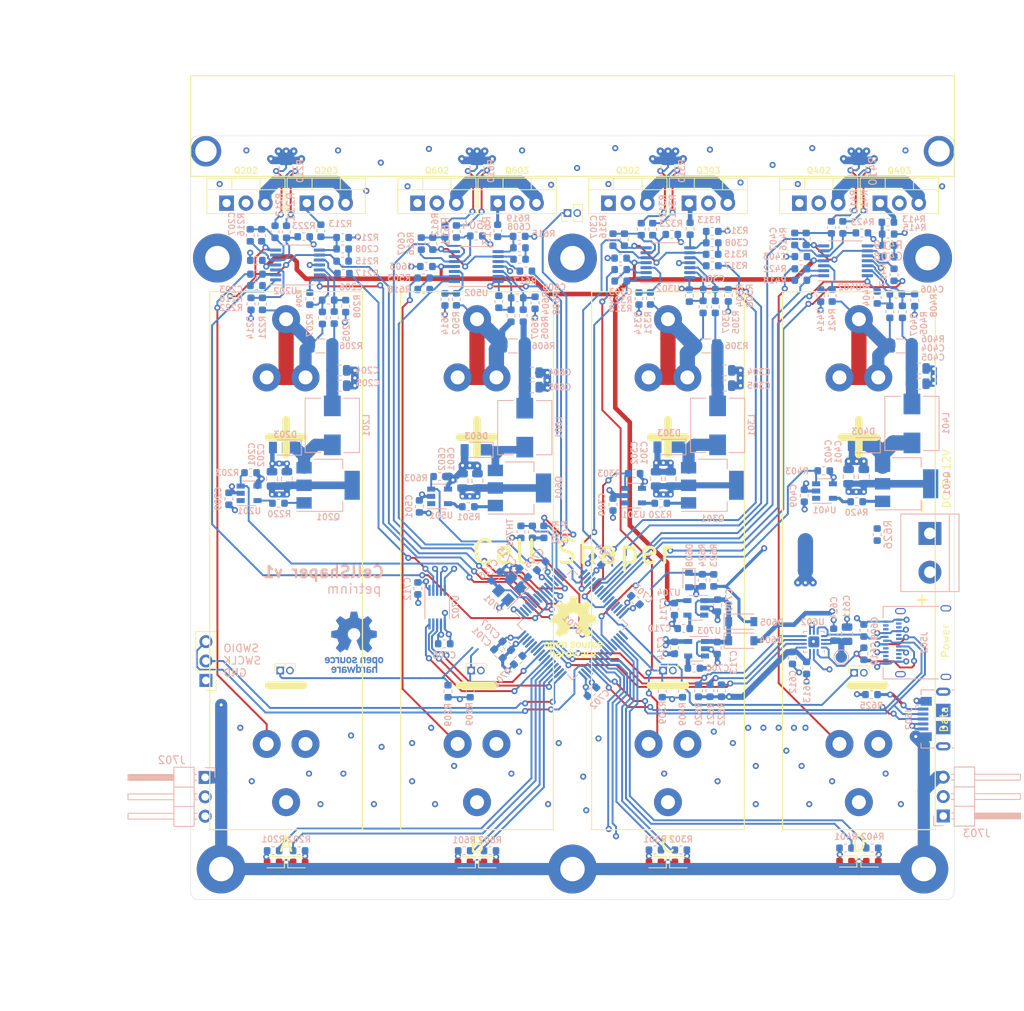
<source format=kicad_pcb>
(kicad_pcb (version 20171130) (host pcbnew "(5.1.6)-1")
  (title_block (title CellShaper) (rev v1) (company petrinm))
  (layers (0 F.Cu signal) (1 In1.Cu power) (2 In2.Cu power) (31 B.Cu signal) (34 B.Paste user) (35 F.Paste user) (36 B.SilkS user) (37 F.SilkS user) (38 B.Mask user) (39 F.Mask user) (44 Edge.Cuts user))
  (net 0 "")
  (net 1 GND)
  (net 2 +3V3)
  (net 3 /CHARGE_POWER)
  (net 4 +5V)
  (net 5 "Net-(C207-Pad2)")
  (net 6 "Net-(C207-Pad1)")
  (net 7 "Net-(C208-Pad2)")
  (net 8 "Net-(C208-Pad1)")
  (net 9 "Net-(C307-Pad1)")
  (net 10 "Net-(C307-Pad2)")
  (net 11 "Net-(C308-Pad1)")
  (net 12 "Net-(C308-Pad2)")
  (net 13 "Net-(C407-Pad1)")
  (net 14 "Net-(C407-Pad2)")
  (net 15 "Net-(C408-Pad1)")
  (net 16 "Net-(C408-Pad2)")
  (net 17 "Net-(Q202-Pad3)")
  (net 18 "Net-(Q202-Pad1)")
  (net 19 "Net-(Q302-Pad3)")
  (net 20 "Net-(Q302-Pad1)")
  (net 21 "Net-(Q402-Pad3)")
  (net 22 "Net-(Q402-Pad1)")
  (net 23 "Net-(D201-Pad2)")
  (net 24 "Net-(D301-Pad2)")
  (net 25 "Net-(D401-Pad2)")
  (net 26 "Net-(D601-Pad2)")
  (net 27 /Cell_A/CELL_POSITIVE)
  (net 28 /Cell_C/CELL_POSITIVE)
  (net 29 /Cell_D/CELL_POSITIVE)
  (net 30 /Cell_B/CELL_POSITIVE)
  (net 31 "Net-(C204-Pad1)")
  (net 32 "Net-(C206-Pad2)")
  (net 33 "Net-(C206-Pad1)")
  (net 34 /MCU/CELL_A_VOLTAGE)
  (net 35 "Net-(C304-Pad1)")
  (net 36 "Net-(C306-Pad2)")
  (net 37 "Net-(C306-Pad1)")
  (net 38 /MCU/CELL_C_VOLTAGE)
  (net 39 "Net-(C404-Pad1)")
  (net 40 "Net-(C406-Pad2)")
  (net 41 "Net-(C406-Pad1)")
  (net 42 /MCU/CELL_D_VOLTAGE)
  (net 43 "Net-(C604-Pad1)")
  (net 44 "Net-(C606-Pad1)")
  (net 45 "Net-(C606-Pad2)")
  (net 46 "Net-(C607-Pad1)")
  (net 47 "Net-(C607-Pad2)")
  (net 48 "Net-(C608-Pad1)")
  (net 49 "Net-(C608-Pad2)")
  (net 50 /MCU/CELL_B_VOLTAGE)
  (net 51 "Net-(D202-Pad2)")
  (net 52 "Net-(D203-Pad1)")
  (net 53 "Net-(D302-Pad2)")
  (net 54 "Net-(D303-Pad1)")
  (net 55 "Net-(D402-Pad2)")
  (net 56 "Net-(D403-Pad1)")
  (net 57 "Net-(D602-Pad2)")
  (net 58 "Net-(D603-Pad1)")
  (net 59 "Net-(J502-PadA2)")
  (net 60 "Net-(J502-PadA3)")
  (net 61 "Net-(J502-PadA10)")
  (net 62 "Net-(J502-PadA8)")
  (net 63 "Net-(J502-PadA11)")
  (net 64 "Net-(J502-PadB2)")
  (net 65 "Net-(J502-PadB3)")
  (net 66 "Net-(J502-PadB8)")
  (net 67 "Net-(J502-PadB10)")
  (net 68 "Net-(J502-PadB11)")
  (net 69 /MCU/SBWCLK)
  (net 70 /MCU/SBWDIO)
  (net 71 /MCU/CELL_A_CHARGE)
  (net 72 /MCU/CELL_C_CHARGE)
  (net 73 /MCU/CELL_D_CHARGE)
  (net 74 /MCU/CELL_B_CHARGE)
  (net 75 "Net-(Q602-Pad1)")
  (net 76 "Net-(Q602-Pad3)")
  (net 77 /MCU/CELL_A_CHARGE_LED)
  (net 78 /MCU/CELL_A_DISCHARGE_LED)
  (net 79 /MCU/CELL_A_CHARGE_CURRENT)
  (net 80 /MCU/CELL_A_TEMPERATURE)
  (net 81 /MCU/CELL_A_DISCHARGE_CURRENT)
  (net 82 /MCU/CELL_A_DISCHARGE)
  (net 83 "Net-(R217-Pad1)")
  (net 84 /MCU/CELL_C_CHARGE_LED)
  (net 85 /MCU/CELL_C_DISCHARGE_LED)
  (net 86 /MCU/CELL_C_CHARGE_CURRENT)
  (net 87 /MCU/CELL_C_TEMPERATURE)
  (net 88 /MCU/CELL_C_DISCHARGE_CURRENT)
  (net 89 /MCU/CELL_C_DISCHARGE)
  (net 90 "Net-(R317-Pad1)")
  (net 91 /MCU/CELL_D_CHARGE_LED)
  (net 92 /MCU/CELL_D_DISCHARGE_LED)
  (net 93 /MCU/CELL_D_DISCHARGE_CURRENT)
  (net 94 /MCU/CELL_D_TEMPERATURE)
  (net 95 /MCU/CELL_D_CHARGE_CURRENT)
  (net 96 "Net-(R417-Pad1)")
  (net 97 /MCU/CELL_D_DISCHARGE)
  (net 98 /MCU/CELL_B_CHARGE_LED)
  (net 99 /MCU/CELL_B_DISCHARGE_LED)
  (net 100 /MCU/CELL_B_CHARGE_CURRENT)
  (net 101 /MCU/CELL_B_TEMPERATURE)
  (net 102 /MCU/CELL_B_DISCHARGE_CURRENT)
  (net 103 "Net-(R617-Pad1)")
  (net 104 /MCU/CELL_B_DISCHARGE)
  (net 105 "Net-(R701-Pad1)")
  (net 106 /MCU/CHARGE_VOLTAGE)
  (net 107 "Net-(U701-Pad2)")
  (net 108 "Net-(U701-Pad3)")
  (net 109 "Net-(U701-Pad4)")
  (net 110 "Net-(U701-Pad7)")
  (net 111 "Net-(U701-Pad23)")
  (net 112 "Net-(U701-Pad29)")
  (net 113 "Net-(U701-Pad30)")
  (net 114 "Net-(U701-Pad33)")
  (net 115 "Net-(U701-Pad61)")
  (net 116 "Net-(U701-Pad62)")
  (net 117 /MCU/I2C_SCL)
  (net 118 /MCU/I2C_SDA)
  (net 119 /MCU/DAC_~SYNC)
  (net 120 /MCU/DAC_SCLK)
  (net 121 /MCU/DAC_DIN)
  (net 122 GNDPWR)
  (net 123 /Power/USB_VBUS)
  (net 124 /Power/DP)
  (net 125 /Power/DN)
  (net 126 /MCU/TXD)
  (net 127 /MCU/RXD)
  (net 128 /MCU/PCB_TEMPERATURE)
  (net 129 /Power/VCONN)
  (net 130 /MCU/CONTROLLER_POWER)
  (net 131 /Power/CC1)
  (net 132 /Power/CC2)
  (net 133 /MCU/I2C_~INT)
  (net 134 /MCU/HEATSINK_TEMPERATURE)
  (net 135 "Net-(J601-Pad2)")
  (net 136 "Net-(J602-Pad1)")
  (net 137 "Net-(D606-Pad2)")
  (net 138 /Cell_A/GATE)
  (net 139 /Cell_C/GATE)
  (net 140 /Cell_D/GATE)
  (net 141 /Cell_B/GATE)
  (net 142 "Net-(R220-Pad2)")
  (net 143 "Net-(R320-Pad2)")
  (net 144 "Net-(R420-Pad2)")
  (net 145 "Net-(R501-Pad2)")
  (net 146 "Net-(U201-Pad1)")
  (net 147 "Net-(U301-Pad1)")
  (net 148 "Net-(U401-Pad1)")
  (net 149 "Net-(U501-Pad1)")
  (net 150 "Net-(C708-Pad1)")
  (net 151 "Net-(C710-Pad1)")
  (net 152 "Net-(U701-Pad1)")
  (net 153 /MCU/X2)
  (net 154 /MCU/X1)
  (net 155 "Net-(R214-Pad2)")
  (net 156 "Net-(R218-Pad2)")
  (net 157 "Net-(R314-Pad2)")
  (net 158 "Net-(R318-Pad2)")
  (net 159 "Net-(R414-Pad2)")
  (net 160 "Net-(R418-Pad2)")
  (net 161 "Net-(R502-Pad2)")
  (net 162 "Net-(R503-Pad2)")
  (module CellShaper:BatteryHolder_Keystone_534_54 (layer F.Cu) (at 147.5 69 270)
    (fp_text reference BT301 hide)
    (fp_text value Battery_Cell)
    (pad 2 thru_hole circle (at 63.24 0 270) (size 3.66 3.66) (drill 1.83) (layers *.Cu *.Mask) (net 122 GNDPWR))
    (pad 2 thru_hole circle (at 55.62 2.54 270) (size 3.66 3.66) (drill 1.83) (layers *.Cu *.Mask) (net 122 GNDPWR))
    (pad 2 thru_hole circle (at 55.62 -2.54 270) (size 3.66 3.66) (drill 1.83) (layers *.Cu *.Mask) (net 122 GNDPWR))
    (pad 1 thru_hole circle (at 7.62 2.54 270) (size 3.66 3.66) (drill 1.83) (layers *.Cu *.Mask) (net 28 /Cell_C/CELL_POSITIVE))
    (pad 1 thru_hole circle (at 7.62 -2.54 270) (size 3.66 3.66) (drill 1.83) (layers *.Cu *.Mask) (net 28 /Cell_C/CELL_POSITIVE))
    (pad 1 thru_hole circle (at 0 0 270) (size 3.66 3.66) (drill 1.83) (layers *.Cu *.Mask) (net 28 /Cell_C/CELL_POSITIVE))
  )
  (module CellShaper:ContactThermistor (layer F.Cu) (at 97.365 115 90)
    (fp_text reference TH201 hide)
    (fp_text value Thermistor_NTC)
    (pad 2 thru_hole oval (at 0 0.635 90) (size 1 1) (drill 0.65) (layers *.Cu *.Mask) (net 1 GND))
    (pad 1 thru_hole rect (at 0 -0.635 90) (size 1 1) (drill 0.65) (layers *.Cu *.Mask) (net 80 /MCU/CELL_A_TEMPERATURE))
  )
  (module CellShaper:ContactThermistor (layer F.Cu) (at 147.5 115 90)
    (fp_text reference TH301 hide)
    (fp_text value Thermistor_NTC)
    (pad 2 thru_hole oval (at 0 0.635 90) (size 1 1) (drill 0.65) (layers *.Cu *.Mask) (net 1 GND))
    (pad 1 thru_hole rect (at 0 -0.635 90) (size 1 1) (drill 0.65) (layers *.Cu *.Mask) (net 87 /MCU/CELL_C_TEMPERATURE))
  )
  (module CellShaper:ContactThermistor (layer F.Cu) (at 172.515 115.3 90)
    (fp_text reference TH401 hide)
    (fp_text value Thermistor_NTC)
    (pad 2 thru_hole oval (at 0 0.635 90) (size 1 1) (drill 0.65) (layers *.Cu *.Mask) (net 1 GND))
    (pad 1 thru_hole rect (at 0 -0.635 90) (size 1 1) (drill 0.65) (layers *.Cu *.Mask) (net 94 /MCU/CELL_D_TEMPERATURE))
  )
  (module CellShaper:ContactThermistor (layer F.Cu) (at 122.365 115 90)
    (fp_text reference TH601 hide)
    (fp_text value Thermistor_NTC)
    (pad 2 thru_hole oval (at 0 0.635 90) (size 1 1) (drill 0.65) (layers *.Cu *.Mask) (net 1 GND))
    (pad 1 thru_hole rect (at 0 -0.635 90) (size 1 1) (drill 0.65) (layers *.Cu *.Mask) (net 101 /MCU/CELL_B_TEMPERATURE))
  )
  (module TestPoint:TestPoint_Pad_D1.5mm (layer B.Cu) (at 170.2 113.25)
    (fp_text reference TP601 hide)
    (fp_text value TestPoint)
    (pad 1 smd circle (at 0 0) (size 1.5 1.5) (layers B.Cu B.Mask) (net 129 /Power/VCONN))
  )
  (module Resistor_SMD:R_0603_1608Metric (layer B.Cu) (at 105.3 67.2875 90)
    (fp_text reference R208 (at -0.0125 1.5 90) (layer B.SilkS) (effects (font (size 0.8 0.8)) (justify mirror)))
    (fp_text value "22k 0.5%")
    (pad 1 smd roundrect (at -0.7875 0 90) (size 0.875 0.95) (layers B.Cu B.Paste B.Mask) (net 1 GND))
    (pad 2 smd roundrect (at 0.7875 0 90) (size 0.875 0.95) (layers B.Cu B.Paste B.Mask) (net 32 "Net-(C206-Pad2)"))
  )
  (module Capacitor_SMD:C_0603_1608Metric (layer B.Cu) (at 163.8 113.35 270)
    (fp_text reference C612 (at 3.15 -0.05 90) (layer B.SilkS) (effects (font (size 0.8 0.8)) (justify mirror)))
    (fp_text value 100n)
    (pad 2 smd roundrect (at 0.7875 0 270) (size 0.875 0.95) (layers B.Cu B.Paste B.Mask) (net 1 GND))
    (pad 1 smd roundrect (at -0.7875 0 270) (size 0.875 0.95) (layers B.Cu B.Paste B.Mask) (net 2 +3V3))
  )
  (module CellShaper:BatteryHolder_Keystone_534_54 (layer F.Cu) (at 122.5 69 270)
    (fp_text reference BT601 hide)
    (fp_text value Battery_Cell)
    (pad 1 thru_hole circle (at 0 0 270) (size 3.66 3.66) (drill 1.83) (layers *.Cu *.Mask) (net 30 /Cell_B/CELL_POSITIVE))
    (pad 1 thru_hole circle (at 7.62 -2.54 270) (size 3.66 3.66) (drill 1.83) (layers *.Cu *.Mask) (net 30 /Cell_B/CELL_POSITIVE))
    (pad 1 thru_hole circle (at 7.62 2.54 270) (size 3.66 3.66) (drill 1.83) (layers *.Cu *.Mask) (net 30 /Cell_B/CELL_POSITIVE))
    (pad 2 thru_hole circle (at 55.62 -2.54 270) (size 3.66 3.66) (drill 1.83) (layers *.Cu *.Mask) (net 122 GNDPWR))
    (pad 2 thru_hole circle (at 55.62 2.54 270) (size 3.66 3.66) (drill 1.83) (layers *.Cu *.Mask) (net 122 GNDPWR))
    (pad 2 thru_hole circle (at 63.24 0 270) (size 3.66 3.66) (drill 1.83) (layers *.Cu *.Mask) (net 122 GNDPWR))
  )
  (module Resistor_SMD:R_0603_1608Metric (layer B.Cu) (at 153.3 62)
    (fp_text reference R317 (at 3.1 0 180) (layer B.SilkS) (effects (font (size 0.8 0.8)) (justify mirror)))
    (fp_text value 1k)
    (pad 2 smd roundrect (at 0.7875 0) (size 0.875 0.95) (layers B.Cu B.Paste B.Mask) (net 89 /MCU/CELL_C_DISCHARGE))
    (pad 1 smd roundrect (at -0.7875 0) (size 0.875 0.95) (layers B.Cu B.Paste B.Mask) (net 90 "Net-(R317-Pad1)"))
  )
  (module Resistor_SMD:R_0603_1608Metric (layer B.Cu) (at 153.2875 60.5 180)
    (fp_text reference R315 (at -3.1125 0 180) (layer B.SilkS) (effects (font (size 0.8 0.8)) (justify mirror)))
    (fp_text value 1k)
    (pad 1 smd roundrect (at -0.7875 0 180) (size 0.875 0.95) (layers B.Cu B.Paste B.Mask) (net 12 "Net-(C308-Pad2)"))
    (pad 2 smd roundrect (at 0.7875 0 180) (size 0.875 0.95) (layers B.Cu B.Paste B.Mask) (net 88 /MCU/CELL_C_DISCHARGE_CURRENT))
  )
  (module CellShaper:BatteryHolder_Keystone_534_54 (layer F.Cu) (at 97.5 69 270)
    (fp_text reference BT201 hide)
    (fp_text value Battery_Cell)
    (pad 1 thru_hole circle (at 0 0 270) (size 3.66 3.66) (drill 1.83) (layers *.Cu *.Mask) (net 27 /Cell_A/CELL_POSITIVE))
    (pad 1 thru_hole circle (at 7.62 -2.54 270) (size 3.66 3.66) (drill 1.83) (layers *.Cu *.Mask) (net 27 /Cell_A/CELL_POSITIVE))
    (pad 1 thru_hole circle (at 7.62 2.54 270) (size 3.66 3.66) (drill 1.83) (layers *.Cu *.Mask) (net 27 /Cell_A/CELL_POSITIVE))
    (pad 2 thru_hole circle (at 55.62 -2.54 270) (size 3.66 3.66) (drill 1.83) (layers *.Cu *.Mask) (net 122 GNDPWR))
    (pad 2 thru_hole circle (at 55.62 2.54 270) (size 3.66 3.66) (drill 1.83) (layers *.Cu *.Mask) (net 122 GNDPWR))
    (pad 2 thru_hole circle (at 63.24 0 270) (size 3.66 3.66) (drill 1.83) (layers *.Cu *.Mask) (net 122 GNDPWR))
  )
  (module CellShaper:BatteryHolder_Keystone_534_54 (layer F.Cu) (at 172.5 69 270)
    (fp_text reference BT401 hide)
    (fp_text value Battery_Cell)
    (pad 2 thru_hole circle (at 63.24 0 270) (size 3.66 3.66) (drill 1.83) (layers *.Cu *.Mask) (net 122 GNDPWR))
    (pad 2 thru_hole circle (at 55.62 2.54 270) (size 3.66 3.66) (drill 1.83) (layers *.Cu *.Mask) (net 122 GNDPWR))
    (pad 2 thru_hole circle (at 55.62 -2.54 270) (size 3.66 3.66) (drill 1.83) (layers *.Cu *.Mask) (net 122 GNDPWR))
    (pad 1 thru_hole circle (at 7.62 2.54 270) (size 3.66 3.66) (drill 1.83) (layers *.Cu *.Mask) (net 29 /Cell_D/CELL_POSITIVE))
    (pad 1 thru_hole circle (at 7.62 -2.54 270) (size 3.66 3.66) (drill 1.83) (layers *.Cu *.Mask) (net 29 /Cell_D/CELL_POSITIVE))
    (pad 1 thru_hole circle (at 0 0 270) (size 3.66 3.66) (drill 1.83) (layers *.Cu *.Mask) (net 29 /Cell_D/CELL_POSITIVE))
  )
  (module Capacitor_SMD:C_0805_2012Metric (layer B.Cu) (at 95.65 89.9125 90)
    (fp_text reference C201 (at 3.2125 -2.65 90) (layer B.SilkS) (effects (font (size 0.8 0.8)) (justify mirror)))
    (fp_text value "10u 16V")
    (pad 1 smd roundrect (at -0.9375 0 90) (size 0.975 1.4) (layers B.Cu B.Paste B.Mask) (net 3 /CHARGE_POWER))
    (pad 2 smd roundrect (at 0.9375 0 90) (size 0.975 1.4) (layers B.Cu B.Paste B.Mask) (net 1 GND))
  )
  (module Capacitor_SMD:C_0805_2012Metric (layer B.Cu) (at 97.6 89.9 90)
    (fp_text reference C202 (at 3.1 -3.4 90) (layer B.SilkS) (effects (font (size 0.8 0.8)) (justify mirror)))
    (fp_text value "10u 16V")
    (pad 2 smd roundrect (at 0.9375 0 90) (size 0.975 1.4) (layers B.Cu B.Paste B.Mask) (net 1 GND))
    (pad 1 smd roundrect (at -0.9375 0 90) (size 0.975 1.4) (layers B.Cu B.Paste B.Mask) (net 3 /CHARGE_POWER))
  )
  (module Capacitor_SMD:C_0805_2012Metric (layer B.Cu) (at 104.4875 77.7)
    (fp_text reference C204 (at 3.6125 -2) (layer B.SilkS) (effects (font (size 0.8 0.8)) (justify mirror)))
    (fp_text value 22u)
    (pad 1 smd roundrect (at -0.9375 0) (size 0.975 1.4) (layers B.Cu B.Paste B.Mask) (net 31 "Net-(C204-Pad1)"))
    (pad 2 smd roundrect (at 0.9375 0) (size 0.975 1.4) (layers B.Cu B.Paste B.Mask) (net 1 GND))
  )
  (module Capacitor_SMD:C_0805_2012Metric (layer B.Cu) (at 104.4875 75.7)
    (fp_text reference C205 (at 3.7125 1.65) (layer B.SilkS) (effects (font (size 0.8 0.8)) (justify mirror)))
    (fp_text value 10u)
    (pad 2 smd roundrect (at 0.9375 0) (size 0.975 1.4) (layers B.Cu B.Paste B.Mask) (net 1 GND))
    (pad 1 smd roundrect (at -0.9375 0) (size 0.975 1.4) (layers B.Cu B.Paste B.Mask) (net 31 "Net-(C204-Pad1)"))
  )
  (module Capacitor_SMD:C_0603_1608Metric (layer B.Cu) (at 103.0125 66.5)
    (fp_text reference C206 (at 2.9875 -1.7) (layer B.SilkS) (effects (font (size 0.8 0.8)) (justify mirror)))
    (fp_text value 100n)
    (pad 2 smd roundrect (at 0.7875 0) (size 0.875 0.95) (layers B.Cu B.Paste B.Mask) (net 32 "Net-(C206-Pad2)"))
    (pad 1 smd roundrect (at -0.7875 0) (size 0.875 0.95) (layers B.Cu B.Paste B.Mask) (net 33 "Net-(C206-Pad1)"))
  )
  (module Capacitor_SMD:C_0603_1608Metric (layer B.Cu) (at 93.6 61.3 180)
    (fp_text reference C203 (at 3.3 -3.8) (layer B.SilkS) (effects (font (size 0.8 0.8)) (justify mirror)))
    (fp_text value 100n)
    (pad 2 smd roundrect (at 0.7875 0 180) (size 0.875 0.95) (layers B.Cu B.Paste B.Mask) (net 1 GND))
    (pad 1 smd roundrect (at -0.7875 0 180) (size 0.875 0.95) (layers B.Cu B.Paste B.Mask) (net 4 +5V))
  )
  (module Capacitor_SMD:C_0603_1608Metric (layer B.Cu) (at 92.8 58.0125 270)
    (fp_text reference C207 (at -1.5125 2.4 90) (layer B.SilkS) (effects (font (size 0.8 0.8)) (justify mirror)))
    (fp_text value 100n)
    (pad 2 smd roundrect (at 0.7875 0 270) (size 0.875 0.95) (layers B.Cu B.Paste B.Mask) (net 5 "Net-(C207-Pad2)"))
    (pad 1 smd roundrect (at -0.7875 0 270) (size 0.875 0.95) (layers B.Cu B.Paste B.Mask) (net 6 "Net-(C207-Pad1)"))
  )
  (module Capacitor_SMD:C_0603_1608Metric (layer B.Cu) (at 104.9 59.8)
    (fp_text reference C208 (at 3.2 0) (layer B.SilkS) (effects (font (size 0.8 0.8)) (justify mirror)))
    (fp_text value 100n)
    (pad 2 smd roundrect (at 0.7875 0) (size 0.875 0.95) (layers B.Cu B.Paste B.Mask) (net 7 "Net-(C208-Pad2)"))
    (pad 1 smd roundrect (at -0.7875 0) (size 0.875 0.95) (layers B.Cu B.Paste B.Mask) (net 8 "Net-(C208-Pad1)"))
  )
  (module Capacitor_SMD:C_0805_2012Metric (layer B.Cu) (at 122.55 90.1625 90)
    (fp_text reference C601 (at 2.8625 -3.45 90) (layer B.SilkS) (effects (font (size 0.8 0.8)) (justify mirror)))
    (fp_text value "10u 16V")
    (pad 2 smd roundrect (at 0.9375 0 90) (size 0.975 1.4) (layers B.Cu B.Paste B.Mask) (net 1 GND))
    (pad 1 smd roundrect (at -0.9375 0 90) (size 0.975 1.4) (layers B.Cu B.Paste B.Mask) (net 3 /CHARGE_POWER))
  )
  (module Capacitor_SMD:C_0805_2012Metric (layer B.Cu) (at 120.6 90.1625 90)
    (fp_text reference C602 (at 2.8625 -2.7 90) (layer B.SilkS) (effects (font (size 0.8 0.8)) (justify mirror)))
    (fp_text value "10u 16V")
    (pad 1 smd roundrect (at -0.9375 0 90) (size 0.975 1.4) (layers B.Cu B.Paste B.Mask) (net 3 /CHARGE_POWER))
    (pad 2 smd roundrect (at 0.9375 0 90) (size 0.975 1.4) (layers B.Cu B.Paste B.Mask) (net 1 GND))
  )
  (module Capacitor_SMD:C_0805_2012Metric (layer B.Cu) (at 129.7 76)
    (fp_text reference C604 (at 3.6 -0.05) (layer B.SilkS) (effects (font (size 0.8 0.8)) (justify mirror)))
    (fp_text value 22u)
    (pad 1 smd roundrect (at -0.9375 0) (size 0.975 1.4) (layers B.Cu B.Paste B.Mask) (net 43 "Net-(C604-Pad1)"))
    (pad 2 smd roundrect (at 0.9375 0) (size 0.975 1.4) (layers B.Cu B.Paste B.Mask) (net 1 GND))
  )
  (module Capacitor_SMD:C_0805_2012Metric (layer B.Cu) (at 129.7 77.9)
    (fp_text reference C605 (at 3.6 0) (layer B.SilkS) (effects (font (size 0.8 0.8)) (justify mirror)))
    (fp_text value 10u)
    (pad 2 smd roundrect (at 0.9375 0) (size 0.975 1.4) (layers B.Cu B.Paste B.Mask) (net 1 GND))
    (pad 1 smd roundrect (at -0.9375 0) (size 0.975 1.4) (layers B.Cu B.Paste B.Mask) (net 43 "Net-(C604-Pad1)"))
  )
  (module Capacitor_SMD:C_0603_1608Metric (layer B.Cu) (at 127.7625 66.2)
    (fp_text reference C606 (at 4.8375 -1.4 180) (layer B.SilkS) (effects (font (size 0.8 0.8)) (justify mirror)))
    (fp_text value 100n)
    (pad 1 smd roundrect (at -0.7875 0) (size 0.875 0.95) (layers B.Cu B.Paste B.Mask) (net 44 "Net-(C606-Pad1)"))
    (pad 2 smd roundrect (at 0.7875 0) (size 0.875 0.95) (layers B.Cu B.Paste B.Mask) (net 45 "Net-(C606-Pad2)"))
  )
  (module Capacitor_SMD:C_0603_1608Metric (layer B.Cu) (at 115.8625 62.1 180)
    (fp_text reference C603 (at 3.2625 0) (layer B.SilkS) (effects (font (size 0.8 0.8)) (justify mirror)))
    (fp_text value 100n)
    (pad 2 smd roundrect (at 0.7875 0 180) (size 0.875 0.95) (layers B.Cu B.Paste B.Mask) (net 1 GND))
    (pad 1 smd roundrect (at -0.7875 0 180) (size 0.875 0.95) (layers B.Cu B.Paste B.Mask) (net 4 +5V))
  )
  (module Capacitor_SMD:C_0603_1608Metric (layer B.Cu) (at 115.2 59.1 270)
    (fp_text reference C607 (at 0 2.6 90) (layer B.SilkS) (effects (font (size 0.8 0.8)) (justify mirror)))
    (fp_text value 100n)
    (pad 1 smd roundrect (at -0.7875 0 270) (size 0.875 0.95) (layers B.Cu B.Paste B.Mask) (net 46 "Net-(C607-Pad1)"))
    (pad 2 smd roundrect (at 0.7875 0 270) (size 0.875 0.95) (layers B.Cu B.Paste B.Mask) (net 47 "Net-(C607-Pad2)"))
  )
  (module Capacitor_SMD:C_0603_1608Metric (layer B.Cu) (at 128.05 59.65)
    (fp_text reference C608 (at -0.05 -2.75) (layer B.SilkS) (effects (font (size 0.8 0.8)) (justify mirror)))
    (fp_text value 100n)
    (pad 1 smd roundrect (at -0.7875 0) (size 0.875 0.95) (layers B.Cu B.Paste B.Mask) (net 48 "Net-(C608-Pad1)"))
    (pad 2 smd roundrect (at 0.7875 0) (size 0.875 0.95) (layers B.Cu B.Paste B.Mask) (net 49 "Net-(C608-Pad2)"))
  )
  (module Capacitor_SMD:C_0805_2012Metric (layer B.Cu) (at 147.85 89.9125 90)
    (fp_text reference C301 (at 3.4125 -3.45 90) (layer B.SilkS) (effects (font (size 0.8 0.8)) (justify mirror)))
    (fp_text value "10u 16V")
    (pad 2 smd roundrect (at 0.9375 0 90) (size 0.975 1.4) (layers B.Cu B.Paste B.Mask) (net 1 GND))
    (pad 1 smd roundrect (at -0.9375 0 90) (size 0.975 1.4) (layers B.Cu B.Paste B.Mask) (net 3 /CHARGE_POWER))
  )
  (module Capacitor_SMD:C_0805_2012Metric (layer B.Cu) (at 145.95 89.9125 90)
    (fp_text reference C302 (at 3.4125 -2.85 270) (layer B.SilkS) (effects (font (size 0.8 0.8)) (justify mirror)))
    (fp_text value "10u 16V")
    (pad 1 smd roundrect (at -0.9375 0 90) (size 0.975 1.4) (layers B.Cu B.Paste B.Mask) (net 3 /CHARGE_POWER))
    (pad 2 smd roundrect (at 0.9375 0 90) (size 0.975 1.4) (layers B.Cu B.Paste B.Mask) (net 1 GND))
  )
  (module Capacitor_SMD:C_0805_2012Metric (layer B.Cu) (at 154.9125 75.7)
    (fp_text reference C304 (at 4.4875 0.2 180) (layer B.SilkS) (effects (font (size 0.8 0.8)) (justify mirror)))
    (fp_text value 22u)
    (pad 1 smd roundrect (at -0.9375 0) (size 0.975 1.4) (layers B.Cu B.Paste B.Mask) (net 35 "Net-(C304-Pad1)"))
    (pad 2 smd roundrect (at 0.9375 0) (size 0.975 1.4) (layers B.Cu B.Paste B.Mask) (net 1 GND))
  )
  (module Capacitor_SMD:C_0805_2012Metric (layer B.Cu) (at 154.9125 77.7)
    (fp_text reference C305 (at 4.4875 0 180) (layer B.SilkS) (effects (font (size 0.8 0.8)) (justify mirror)))
    (fp_text value 10u)
    (pad 1 smd roundrect (at -0.9375 0) (size 0.975 1.4) (layers B.Cu B.Paste B.Mask) (net 35 "Net-(C304-Pad1)"))
    (pad 2 smd roundrect (at 0.9375 0) (size 0.975 1.4) (layers B.Cu B.Paste B.Mask) (net 1 GND))
  )
  (module Capacitor_SMD:C_0603_1608Metric (layer B.Cu) (at 152.9 65.1)
    (fp_text reference C306 (at 0.5 -1.4 180) (layer B.SilkS) (effects (font (size 0.8 0.8)) (justify mirror)))
    (fp_text value 100n)
    (pad 2 smd roundrect (at 0.7875 0) (size 0.875 0.95) (layers B.Cu B.Paste B.Mask) (net 36 "Net-(C306-Pad2)"))
    (pad 1 smd roundrect (at -0.7875 0) (size 0.875 0.95) (layers B.Cu B.Paste B.Mask) (net 37 "Net-(C306-Pad1)"))
  )
  (module Capacitor_SMD:C_0603_1608Metric (layer B.Cu) (at 141.3 61 180)
    (fp_text reference C303 (at 0 -4.4 180) (layer B.SilkS) (effects (font (size 0.8 0.8)) (justify mirror)))
    (fp_text value 100n)
    (pad 1 smd roundrect (at -0.7875 0 180) (size 0.875 0.95) (layers B.Cu B.Paste B.Mask) (net 4 +5V))
    (pad 2 smd roundrect (at 0.7875 0 180) (size 0.875 0.95) (layers B.Cu B.Paste B.Mask) (net 1 GND))
  )
  (module Capacitor_SMD:C_0603_1608Metric (layer B.Cu) (at 140.3 58.5875 270)
    (fp_text reference C307 (at -1.6875 2.5 270) (layer B.SilkS) (effects (font (size 0.8 0.8)) (justify mirror)))
    (fp_text value 100n)
    (pad 1 smd roundrect (at -0.7875 0 270) (size 0.875 0.95) (layers B.Cu B.Paste B.Mask) (net 9 "Net-(C307-Pad1)"))
    (pad 2 smd roundrect (at 0.7875 0 270) (size 0.875 0.95) (layers B.Cu B.Paste B.Mask) (net 10 "Net-(C307-Pad2)"))
  )
  (module Capacitor_SMD:C_0603_1608Metric (layer B.Cu) (at 153.3 59)
    (fp_text reference C308 (at 3.2 0 180) (layer B.SilkS) (effects (font (size 0.8 0.8)) (justify mirror)))
    (fp_text value 100n)
    (pad 1 smd roundrect (at -0.7875 0) (size 0.875 0.95) (layers B.Cu B.Paste B.Mask) (net 11 "Net-(C308-Pad1)"))
    (pad 2 smd roundrect (at 0.7875 0) (size 0.875 0.95) (layers B.Cu B.Paste B.Mask) (net 12 "Net-(C308-Pad2)"))
  )
  (module Capacitor_SMD:C_0805_2012Metric (layer B.Cu) (at 173.15 89.6 90)
    (fp_text reference C401 (at 3.2 -3.35 90) (layer B.SilkS) (effects (font (size 0.8 0.8)) (justify mirror)))
    (fp_text value "10u 16V")
    (pad 2 smd roundrect (at 0.9375 0 90) (size 0.975 1.4) (layers B.Cu B.Paste B.Mask) (net 1 GND))
    (pad 1 smd roundrect (at -0.9375 0 90) (size 0.975 1.4) (layers B.Cu B.Paste B.Mask) (net 3 /CHARGE_POWER))
  )
  (module Capacitor_SMD:C_0805_2012Metric (layer B.Cu) (at 171.15 89.6 90)
    (fp_text reference C402 (at 3.3 -2.65 90) (layer B.SilkS) (effects (font (size 0.8 0.8)) (justify mirror)))
    (fp_text value "10u 16V")
    (pad 1 smd roundrect (at -0.9375 0 90) (size 0.975 1.4) (layers B.Cu B.Paste B.Mask) (net 3 /CHARGE_POWER))
    (pad 2 smd roundrect (at 0.9375 0 90) (size 0.975 1.4) (layers B.Cu B.Paste B.Mask) (net 1 GND))
  )
  (module Capacitor_SMD:C_0805_2012Metric (layer B.Cu) (at 180.3625 75.45)
    (fp_text reference C404 (at 1.8375 -2.65) (layer B.SilkS) (effects (font (size 0.8 0.8)) (justify mirror)))
    (fp_text value 22u)
    (pad 2 smd roundrect (at 0.9375 0) (size 0.975 1.4) (layers B.Cu B.Paste B.Mask) (net 1 GND))
    (pad 1 smd roundrect (at -0.9375 0) (size 0.975 1.4) (layers B.Cu B.Paste B.Mask) (net 39 "Net-(C404-Pad1)"))
  )
  (module Capacitor_SMD:C_0805_2012Metric (layer B.Cu) (at 180.3625 77.45)
    (fp_text reference C405 (at 1.8375 -3.45) (layer B.SilkS) (effects (font (size 0.8 0.8)) (justify mirror)))
    (fp_text value 10u)
    (pad 2 smd roundrect (at 0.9375 0) (size 0.975 1.4) (layers B.Cu B.Paste B.Mask) (net 1 GND))
    (pad 1 smd roundrect (at -0.9375 0) (size 0.975 1.4) (layers B.Cu B.Paste B.Mask) (net 39 "Net-(C404-Pad1)"))
  )
  (module Capacitor_SMD:C_0603_1608Metric (layer B.Cu) (at 177.3375 65.7)
    (fp_text reference C406 (at 4.7625 -0.6) (layer B.SilkS) (effects (font (size 0.8 0.8)) (justify mirror)))
    (fp_text value 100n)
    (pad 2 smd roundrect (at 0.7875 0) (size 0.875 0.95) (layers B.Cu B.Paste B.Mask) (net 40 "Net-(C406-Pad2)"))
    (pad 1 smd roundrect (at -0.7875 0) (size 0.875 0.95) (layers B.Cu B.Paste B.Mask) (net 41 "Net-(C406-Pad1)"))
  )
  (module Capacitor_SMD:C_0603_1608Metric (layer B.Cu) (at 164.9125 60.8 180)
    (fp_text reference C403 (at 3.4125 0) (layer B.SilkS) (effects (font (size 0.8 0.8)) (justify mirror)))
    (fp_text value 100n)
    (pad 1 smd roundrect (at -0.7875 0 180) (size 0.875 0.95) (layers B.Cu B.Paste B.Mask) (net 4 +5V))
    (pad 2 smd roundrect (at 0.7875 0 180) (size 0.875 0.95) (layers B.Cu B.Paste B.Mask) (net 1 GND))
  )
  (module Capacitor_SMD:C_0603_1608Metric (layer B.Cu) (at 164.1 58.5 270)
    (fp_text reference C407 (at 0 2.8 90) (layer B.SilkS) (effects (font (size 0.8 0.8)) (justify mirror)))
    (fp_text value 100n)
    (pad 2 smd roundrect (at 0.7875 0 270) (size 0.875 0.95) (layers B.Cu B.Paste B.Mask) (net 14 "Net-(C407-Pad2)"))
    (pad 1 smd roundrect (at -0.7875 0 270) (size 0.875 0.95) (layers B.Cu B.Paste B.Mask) (net 13 "Net-(C407-Pad1)"))
  )
  (module Capacitor_SMD:C_0603_1608Metric (layer B.Cu) (at 176.3375 59.35)
    (fp_text reference C408 (at 0 1.43) (layer B.SilkS) (effects (justify mirror)))
    (fp_text value 100n)
    (pad 2 smd roundrect (at 0.7875 0) (size 0.875 0.95) (layers B.Cu B.Paste B.Mask) (net 16 "Net-(C408-Pad2)"))
    (pad 1 smd roundrect (at -0.7875 0) (size 0.875 0.95) (layers B.Cu B.Paste B.Mask) (net 15 "Net-(C408-Pad1)"))
  )
  (module Resistor_SMD:R_0603_1608Metric (layer B.Cu) (at 92.8375 89.1)
    (fp_text reference R203 (at -3.0375 0) (layer B.SilkS) (effects (font (size 0.8 0.8)) (justify mirror)))
    (fp_text value 10k)
    (pad 2 smd roundrect (at 0.7875 0) (size 0.875 0.95) (layers B.Cu B.Paste B.Mask) (net 1 GND))
    (pad 1 smd roundrect (at -0.7875 0) (size 0.875 0.95) (layers B.Cu B.Paste B.Mask) (net 71 /MCU/CELL_A_CHARGE))
  )
  (module Resistor_SMD:R_0603_1608Metric (layer B.Cu) (at 100.6 66.3125 270)
    (fp_text reference R204 (at -0.0125 1.4 270) (layer B.SilkS) (effects (font (size 0.6 0.6)) (justify mirror)))
    (fp_text value "22k 0.5%")
    (pad 1 smd roundrect (at -0.7875 0 270) (size 0.875 0.95) (layers B.Cu B.Paste B.Mask) (net 79 /MCU/CELL_A_CHARGE_CURRENT))
    (pad 2 smd roundrect (at 0.7875 0 270) (size 0.875 0.95) (layers B.Cu B.Paste B.Mask) (net 33 "Net-(C206-Pad1)"))
  )
  (module Resistor_SMD:R_0603_1608Metric (layer B.Cu) (at 103.8 68.7875 270)
    (fp_text reference R205 (at 1.6125 -1.6 90) (layer B.SilkS) (effects (font (size 0.8 0.8)) (justify mirror)))
    (fp_text value "1k 0.5%")
    (pad 1 smd roundrect (at -0.7875 0 270) (size 0.875 0.95) (layers B.Cu B.Paste B.Mask) (net 32 "Net-(C206-Pad2)"))
    (pad 2 smd roundrect (at 0.7875 0 270) (size 0.875 0.95) (layers B.Cu B.Paste B.Mask) (net 31 "Net-(C204-Pad1)"))
  )
  (module Resistor_SMD:R_0603_1608Metric (layer B.Cu) (at 102.25 68.8375 270)
    (fp_text reference R207 (at 0.9625 1.65 270) (layer B.SilkS) (effects (font (size 0.8 0.8)) (justify mirror)))
    (fp_text value "1k 0.5%")
    (pad 2 smd roundrect (at 0.7875 0 270) (size 0.875 0.95) (layers B.Cu B.Paste B.Mask) (net 27 /Cell_A/CELL_POSITIVE))
    (pad 1 smd roundrect (at -0.7875 0 270) (size 0.875 0.95) (layers B.Cu B.Paste B.Mask) (net 33 "Net-(C206-Pad1)"))
  )
  (module Resistor_SMD:R_0603_1608Metric (layer B.Cu) (at 102.05 57.4125 270)
    (fp_text reference R213 (at -0.9125 -2.55 180) (layer B.SilkS) (effects (font (size 0.8 0.8)) (justify mirror)))
    (fp_text value 100)
    (pad 1 smd roundrect (at -0.7875 0 270) (size 0.875 0.95) (layers B.Cu B.Paste B.Mask) (net 18 "Net-(Q202-Pad1)"))
    (pad 2 smd roundrect (at 0.7875 0 270) (size 0.875 0.95) (layers B.Cu B.Paste B.Mask) (net 8 "Net-(C208-Pad1)"))
  )
  (module Resistor_SMD:R_0603_1608Metric (layer B.Cu) (at 97.55 57.55 270)
    (fp_text reference R211 (at -3.25 -0.55 90) (layer B.SilkS) (effects (justify mirror)))
    (fp_text value "1k 0.5%")
    (pad 1 smd roundrect (at -0.7875 0 270) (size 0.875 0.95) (layers B.Cu B.Paste B.Mask) (net 17 "Net-(Q202-Pad3)"))
    (pad 2 smd roundrect (at 0.7875 0 270) (size 0.875 0.95) (layers B.Cu B.Paste B.Mask) (net 5 "Net-(C207-Pad2)"))
  )
  (module Resistor_SMD:R_0603_1608Metric (layer B.Cu) (at 96.05 57.55 270)
    (fp_text reference R212 (at -3.55 -0.55 90) (layer B.SilkS) (effects (font (size 0.8 0.8)) (justify mirror)))
    (fp_text value "1k 0.5%")
    (pad 2 smd roundrect (at 0.7875 0 270) (size 0.875 0.95) (layers B.Cu B.Paste B.Mask) (net 6 "Net-(C207-Pad1)"))
    (pad 1 smd roundrect (at -0.7875 0 270) (size 0.875 0.95) (layers B.Cu B.Paste B.Mask) (net 122 GNDPWR))
  )
  (module Resistor_SMD:R_0603_1608Metric (layer B.Cu) (at 92.9 66.9875 90)
    (fp_text reference R214 (at -3.1125 -0.1 90) (layer B.SilkS) (effects (font (size 0.8 0.8)) (justify mirror)))
    (fp_text value "100k 0.5%")
    (pad 1 smd roundrect (at -0.7875 0 90) (size 0.875 0.95) (layers B.Cu B.Paste B.Mask) (net 1 GND))
    (pad 2 smd roundrect (at 0.7875 0 90) (size 0.875 0.95) (layers B.Cu B.Paste B.Mask) (net 155 "Net-(R214-Pad2)"))
  )
  (module Resistor_SMD:R_0603_1608Metric (layer B.Cu) (at 104.9 61.4 180)
    (fp_text reference R215 (at -3.2 0) (layer B.SilkS) (effects (font (size 0.8 0.8)) (justify mirror)))
    (fp_text value 1k)
    (pad 2 smd roundrect (at 0.7875 0 180) (size 0.875 0.95) (layers B.Cu B.Paste B.Mask) (net 81 /MCU/CELL_A_DISCHARGE_CURRENT))
    (pad 1 smd roundrect (at -0.7875 0 180) (size 0.875 0.95) (layers B.Cu B.Paste B.Mask) (net 7 "Net-(C208-Pad2)"))
  )
  (module Resistor_SMD:R_0603_1608Metric (layer B.Cu) (at 94.3 58.0125 270)
    (fp_text reference R216 (at -1.4125 2.7 90) (layer B.SilkS) (effects (font (size 0.8 0.8)) (justify mirror)))
    (fp_text value "22k 0.5%")
    (pad 2 smd roundrect (at 0.7875 0 270) (size 0.875 0.95) (layers B.Cu B.Paste B.Mask) (net 81 /MCU/CELL_A_DISCHARGE_CURRENT))
    (pad 1 smd roundrect (at -0.7875 0 270) (size 0.875 0.95) (layers B.Cu B.Paste B.Mask) (net 6 "Net-(C207-Pad1)"))
  )
  (module Resistor_SMD:R_0603_1608Metric (layer B.Cu) (at 105 63)
    (fp_text reference R217 (at 3.1 0) (layer B.SilkS) (effects (font (size 0.8 0.8)) (justify mirror)))
    (fp_text value 1k)
    (pad 2 smd roundrect (at 0.7875 0) (size 0.875 0.95) (layers B.Cu B.Paste B.Mask) (net 82 /MCU/CELL_A_DISCHARGE))
    (pad 1 smd roundrect (at -0.7875 0) (size 0.875 0.95) (layers B.Cu B.Paste B.Mask) (net 83 "Net-(R217-Pad1)"))
  )
  (module Resistor_SMD:R_0603_1608Metric (layer B.Cu) (at 117.6 89.6)
    (fp_text reference R603 (at -3.1 0.2) (layer B.SilkS) (effects (font (size 0.8 0.8)) (justify mirror)))
    (fp_text value 10k)
    (pad 1 smd roundrect (at -0.7875 0) (size 0.875 0.95) (layers B.Cu B.Paste B.Mask) (net 74 /MCU/CELL_B_CHARGE))
    (pad 2 smd roundrect (at 0.7875 0) (size 0.875 0.95) (layers B.Cu B.Paste B.Mask) (net 1 GND))
  )
  (module Resistor_SMD:R_0603_1608Metric (layer B.Cu) (at 125.35 66.7125 270)
    (fp_text reference R604 (at 0.1875 -6.15 90) (layer B.SilkS) (effects (font (size 0.8 0.8)) (justify mirror)))
    (fp_text value "22k 0.5%")
    (pad 2 smd roundrect (at 0.7875 0 270) (size 0.875 0.95) (layers B.Cu B.Paste B.Mask) (net 44 "Net-(C606-Pad1)"))
    (pad 1 smd roundrect (at -0.7875 0 270) (size 0.875 0.95) (layers B.Cu B.Paste B.Mask) (net 100 /MCU/CELL_B_CHARGE_CURRENT))
  )
  (module Resistor_SMD:R_0603_1608Metric (layer B.Cu) (at 128.55 68.5375 270)
    (fp_text reference R605 (at 1.5625 -2.85 90) (layer B.SilkS) (effects (font (size 0.8 0.8)) (justify mirror)))
    (fp_text value "1k 0.5%")
    (pad 1 smd roundrect (at -0.7875 0 270) (size 0.875 0.95) (layers B.Cu B.Paste B.Mask) (net 45 "Net-(C606-Pad2)"))
    (pad 2 smd roundrect (at 0.7875 0 270) (size 0.875 0.95) (layers B.Cu B.Paste B.Mask) (net 43 "Net-(C604-Pad1)"))
  )
  (module Resistor_SMD:R_0603_1608Metric (layer B.Cu) (at 126.95 68.55 270)
    (fp_text reference R607 (at 1.55 -3.15 90) (layer B.SilkS) (effects (font (size 0.8 0.8)) (justify mirror)))
    (fp_text value "1k 0.5%")
    (pad 1 smd roundrect (at -0.7875 0 270) (size 0.875 0.95) (layers B.Cu B.Paste B.Mask) (net 44 "Net-(C606-Pad1)"))
    (pad 2 smd roundrect (at 0.7875 0 270) (size 0.875 0.95) (layers B.Cu B.Paste B.Mask) (net 30 /Cell_B/CELL_POSITIVE))
  )
  (module Resistor_SMD:R_0603_1608Metric (layer B.Cu) (at 125.2 57.4125 270)
    (fp_text reference R613 (at 0 1.43 90) (layer B.SilkS) (effects (justify mirror)))
    (fp_text value 100)
    (pad 2 smd roundrect (at 0.7875 0 270) (size 0.875 0.95) (layers B.Cu B.Paste B.Mask) (net 48 "Net-(C608-Pad1)"))
    (pad 1 smd roundrect (at -0.7875 0 270) (size 0.875 0.95) (layers B.Cu B.Paste B.Mask) (net 75 "Net-(Q602-Pad1)"))
  )
  (module Resistor_SMD:R_0603_1608Metric (layer B.Cu) (at 119.8 57.5125 270)
    (fp_text reference R611 (at 0 1.43 90) (layer B.SilkS) (effects (justify mirror)))
    (fp_text value "1k 0.5%")
    (pad 1 smd roundrect (at -0.7875 0 270) (size 0.875 0.95) (layers B.Cu B.Paste B.Mask) (net 76 "Net-(Q602-Pad3)"))
    (pad 2 smd roundrect (at 0.7875 0 270) (size 0.875 0.95) (layers B.Cu B.Paste B.Mask) (net 47 "Net-(C607-Pad2)"))
  )
  (module Resistor_SMD:R_0603_1608Metric (layer B.Cu) (at 118.3 57.5 270)
    (fp_text reference R612 (at -0.9 1.3 90) (layer B.SilkS) (effects (font (size 0.8 0.8)) (justify mirror)))
    (fp_text value "1k 0.5%")
    (pad 2 smd roundrect (at 0.7875 0 270) (size 0.875 0.95) (layers B.Cu B.Paste B.Mask) (net 46 "Net-(C607-Pad1)"))
    (pad 1 smd roundrect (at -0.7875 0 270) (size 0.875 0.95) (layers B.Cu B.Paste B.Mask) (net 122 GNDPWR))
  )
  (module Resistor_SMD:R_0603_1608Metric (layer B.Cu) (at 118.3 66.4125 90)
    (fp_text reference R614 (at -3.0875 0 90) (layer B.SilkS) (effects (font (size 0.8 0.8)) (justify mirror)))
    (fp_text value "100k 0.5%")
    (pad 2 smd roundrect (at 0.7875 0 90) (size 0.875 0.95) (layers B.Cu B.Paste B.Mask) (net 161 "Net-(R502-Pad2)"))
    (pad 1 smd roundrect (at -0.7875 0 90) (size 0.875 0.95) (layers B.Cu B.Paste B.Mask) (net 1 GND))
  )
  (module Resistor_SMD:R_0603_1608Metric (layer B.Cu) (at 128.0625 61.15 180)
    (fp_text reference R615 (at -3.1375 3.35) (layer B.SilkS) (effects (font (size 0.8 0.8)) (justify mirror)))
    (fp_text value 1k)
    (pad 1 smd roundrect (at -0.7875 0 180) (size 0.875 0.95) (layers B.Cu B.Paste B.Mask) (net 49 "Net-(C608-Pad2)"))
    (pad 2 smd roundrect (at 0.7875 0 180) (size 0.875 0.95) (layers B.Cu B.Paste B.Mask) (net 102 /MCU/CELL_B_DISCHARGE_CURRENT))
  )
  (module Resistor_SMD:R_0603_1608Metric (layer B.Cu) (at 116.7 59.1 270)
    (fp_text reference R616 (at 0 2.9 90) (layer B.SilkS) (effects (font (size 0.8 0.8)) (justify mirror)))
    (fp_text value "22k 0.5%")
    (pad 2 smd roundrect (at 0.7875 0 270) (size 0.875 0.95) (layers B.Cu B.Paste B.Mask) (net 102 /MCU/CELL_B_DISCHARGE_CURRENT))
    (pad 1 smd roundrect (at -0.7875 0 270) (size 0.875 0.95) (layers B.Cu B.Paste B.Mask) (net 46 "Net-(C607-Pad1)"))
  )
  (module Resistor_SMD:R_0603_1608Metric (layer B.Cu) (at 128.9 62.7)
    (fp_text reference R617 (at -0.1 1.3) (layer B.SilkS) (effects (font (size 0.8 0.8)) (justify mirror)))
    (fp_text value 1k)
    (pad 1 smd roundrect (at -0.7875 0) (size 0.875 0.95) (layers B.Cu B.Paste B.Mask) (net 103 "Net-(R617-Pad1)"))
    (pad 2 smd roundrect (at 0.7875 0) (size 0.875 0.95) (layers B.Cu B.Paste B.Mask) (net 104 /MCU/CELL_B_DISCHARGE))
  )
  (module Resistor_SMD:R_0603_1608Metric (layer B.Cu) (at 143.0625 89.2)
    (fp_text reference R303 (at -3.2625 0 180) (layer B.SilkS) (effects (font (size 0.8 0.8)) (justify mirror)))
    (fp_text value 10k)
    (pad 2 smd roundrect (at 0.7875 0) (size 0.875 0.95) (layers B.Cu B.Paste B.Mask) (net 1 GND))
    (pad 1 smd roundrect (at -0.7875 0) (size 0.875 0.95) (layers B.Cu B.Paste B.Mask) (net 72 /MCU/CELL_C_CHARGE))
  )
  (module Resistor_SMD:R_0603_1608Metric (layer B.Cu) (at 150.3 65.9125 270)
    (fp_text reference R304 (at -0.0125 -6.6 270) (layer B.SilkS) (effects (font (size 0.8 0.8)) (justify mirror)))
    (fp_text value "22k 0.5%")
    (pad 1 smd roundrect (at -0.7875 0 270) (size 0.875 0.95) (layers B.Cu B.Paste B.Mask) (net 86 /MCU/CELL_C_CHARGE_CURRENT))
    (pad 2 smd roundrect (at 0.7875 0 270) (size 0.875 0.95) (layers B.Cu B.Paste B.Mask) (net 37 "Net-(C306-Pad1)"))
  )
  (module Resistor_SMD:R_0603_1608Metric (layer B.Cu) (at 153.7 67.3875 270)
    (fp_text reference R305 (at 2.0125 -2.7 270) (layer B.SilkS) (effects (font (size 0.8 0.8)) (justify mirror)))
    (fp_text value "1k 0.5%")
    (pad 1 smd roundrect (at -0.7875 0 270) (size 0.875 0.95) (layers B.Cu B.Paste B.Mask) (net 36 "Net-(C306-Pad2)"))
    (pad 2 smd roundrect (at 0.7875 0 270) (size 0.875 0.95) (layers B.Cu B.Paste B.Mask) (net 35 "Net-(C304-Pad1)"))
  )
  (module Resistor_SMD:R_0603_1608Metric (layer B.Cu) (at 152.1 67.3875 270)
    (fp_text reference R307 (at 1.9125 -3 270) (layer B.SilkS) (effects (font (size 0.8 0.8)) (justify mirror)))
    (fp_text value "1k 0.5%")
    (pad 2 smd roundrect (at 0.7875 0 270) (size 0.875 0.95) (layers B.Cu B.Paste B.Mask) (net 28 /Cell_C/CELL_POSITIVE))
    (pad 1 smd roundrect (at -0.7875 0 270) (size 0.875 0.95) (layers B.Cu B.Paste B.Mask) (net 37 "Net-(C306-Pad1)"))
  )
  (module Resistor_SMD:R_0603_1608Metric (layer B.Cu) (at 150.4 57.15 270)
    (fp_text reference R313 (at -1.15 -2.5) (layer B.SilkS) (effects (font (size 0.8 0.8)) (justify mirror)))
    (fp_text value 100)
    (pad 1 smd roundrect (at -0.7875 0 270) (size 0.875 0.95) (layers B.Cu B.Paste B.Mask) (net 20 "Net-(Q302-Pad1)"))
    (pad 2 smd roundrect (at 0.7875 0 270) (size 0.875 0.95) (layers B.Cu B.Paste B.Mask) (net 11 "Net-(C308-Pad1)"))
  )
  (module Resistor_SMD:R_0603_1608Metric (layer B.Cu) (at 145.5 57.2125 270)
    (fp_text reference R311 (at -3.0125 -2.6 270) (layer B.SilkS) (effects (font (size 0.8 0.8)) (justify mirror)))
    (fp_text value "1k 0.5%")
    (pad 1 smd roundrect (at -0.7875 0 270) (size 0.875 0.95) (layers B.Cu B.Paste B.Mask) (net 19 "Net-(Q302-Pad3)"))
    (pad 2 smd roundrect (at 0.7875 0 270) (size 0.875 0.95) (layers B.Cu B.Paste B.Mask) (net 10 "Net-(C307-Pad2)"))
  )
  (module Resistor_SMD:R_0603_1608Metric (layer B.Cu) (at 144 57.2125 270)
    (fp_text reference R312 (at -3.0125 -2.8 90) (layer B.SilkS) (effects (font (size 0.8 0.8)) (justify mirror)))
    (fp_text value "1k 0.5%")
    (pad 1 smd roundrect (at -0.7875 0 270) (size 0.875 0.95) (layers B.Cu B.Paste B.Mask) (net 122 GNDPWR))
    (pad 2 smd roundrect (at 0.7875 0 270) (size 0.875 0.95) (layers B.Cu B.Paste B.Mask) (net 9 "Net-(C307-Pad1)"))
  )
  (module Resistor_SMD:R_0603_1608Metric (layer B.Cu) (at 143.7 66.3 90)
    (fp_text reference R314 (at -3.2 -0.1 270) (layer B.SilkS) (effects (font (size 0.8 0.8)) (justify mirror)))
    (fp_text value "100k 0.5%")
    (pad 2 smd roundrect (at 0.7875 0 90) (size 0.875 0.95) (layers B.Cu B.Paste B.Mask) (net 157 "Net-(R314-Pad2)"))
    (pad 1 smd roundrect (at -0.7875 0 90) (size 0.875 0.95) (layers B.Cu B.Paste B.Mask) (net 1 GND))
  )
  (module Resistor_SMD:R_0603_1608Metric (layer B.Cu) (at 141.8 58.5875 270)
    (fp_text reference R316 (at -1.6875 2.8 270) (layer B.SilkS) (effects (font (size 0.8 0.8)) (justify mirror)))
    (fp_text value "22k 0.5%")
    (pad 1 smd roundrect (at -0.7875 0 270) (size 0.875 0.95) (layers B.Cu B.Paste B.Mask) (net 9 "Net-(C307-Pad1)"))
    (pad 2 smd roundrect (at 0.7875 0 270) (size 0.875 0.95) (layers B.Cu B.Paste B.Mask) (net 88 /MCU/CELL_C_DISCHARGE_CURRENT))
  )
  (module Resistor_SMD:R_0603_1608Metric (layer B.Cu) (at 167.9 88.85)
    (fp_text reference R403 (at -3.5 0.05) (layer B.SilkS) (effects (font (size 0.8 0.8)) (justify mirror)))
    (fp_text value 10k)
    (pad 2 smd roundrect (at 0.7875 0) (size 0.875 0.95) (layers B.Cu B.Paste B.Mask) (net 1 GND))
    (pad 1 smd roundrect (at -0.7875 0) (size 0.875 0.95) (layers B.Cu B.Paste B.Mask) (net 73 /MCU/CELL_D_CHARGE))
  )
  (module Resistor_SMD:R_0603_1608Metric (layer B.Cu) (at 174.9 66.15 270)
    (fp_text reference R404 (at -0.35 1.4 90) (layer B.SilkS) (effects (font (size 0.8 0.8)) (justify mirror)))
    (fp_text value "22k 0.5%")
    (pad 1 smd roundrect (at -0.7875 0 270) (size 0.875 0.95) (layers B.Cu B.Paste B.Mask) (net 93 /MCU/CELL_D_DISCHARGE_CURRENT))
    (pad 2 smd roundrect (at 0.7875 0 270) (size 0.875 0.95) (layers B.Cu B.Paste B.Mask) (net 41 "Net-(C406-Pad1)"))
  )
  (module Resistor_SMD:R_0603_1608Metric (layer B.Cu) (at 178.2 68.0375 270)
    (fp_text reference R405 (at 1.4625 -2.8 90) (layer B.SilkS) (effects (font (size 0.8 0.8)) (justify mirror)))
    (fp_text value "1k 0.5%")
    (pad 2 smd roundrect (at 0.7875 0 270) (size 0.875 0.95) (layers B.Cu B.Paste B.Mask) (net 39 "Net-(C404-Pad1)"))
    (pad 1 smd roundrect (at -0.7875 0 270) (size 0.875 0.95) (layers B.Cu B.Paste B.Mask) (net 40 "Net-(C406-Pad2)"))
  )
  (module Resistor_SMD:R_0603_1608Metric (layer B.Cu) (at 176.55 68.0375 270)
    (fp_text reference R407 (at 1.6625 -3.15 90) (layer B.SilkS) (effects (font (size 0.8 0.8)) (justify mirror)))
    (fp_text value "1k 0.5%")
    (pad 1 smd roundrect (at -0.7875 0 270) (size 0.875 0.95) (layers B.Cu B.Paste B.Mask) (net 41 "Net-(C406-Pad1)"))
    (pad 2 smd roundrect (at 0.7875 0 270) (size 0.875 0.95) (layers B.Cu B.Paste B.Mask) (net 29 /Cell_D/CELL_POSITIVE))
  )
  (module Resistor_SMD:R_0603_1608Metric (layer B.Cu) (at 176.3 56.3 180)
    (fp_text reference R413 (at -3.4 0.4) (layer B.SilkS) (effects (font (size 0.8 0.8)) (justify mirror)))
    (fp_text value 100)
    (pad 2 smd roundrect (at 0.7875 0 180) (size 0.875 0.95) (layers B.Cu B.Paste B.Mask) (net 15 "Net-(C408-Pad1)"))
    (pad 1 smd roundrect (at -0.7875 0 180) (size 0.875 0.95) (layers B.Cu B.Paste B.Mask) (net 22 "Net-(Q402-Pad1)"))
  )
  (module Resistor_SMD:R_0603_1608Metric (layer B.Cu) (at 170.4 56.975 270)
    (fp_text reference R411 (at -3.375 -2.8 90) (layer B.SilkS) (effects (font (size 0.8 0.8)) (justify mirror)))
    (fp_text value "1k 0.5%")
    (pad 2 smd roundrect (at 0.7875 0 270) (size 0.875 0.95) (layers B.Cu B.Paste B.Mask) (net 14 "Net-(C407-Pad2)"))
    (pad 1 smd roundrect (at -0.7875 0 270) (size 0.875 0.95) (layers B.Cu B.Paste B.Mask) (net 21 "Net-(Q402-Pad3)"))
  )
  (module Resistor_SMD:R_0603_1608Metric (layer B.Cu) (at 168.9 56.975 270)
    (fp_text reference R412 (at -3.375 -2.9 90) (layer B.SilkS) (effects (font (size 0.8 0.8)) (justify mirror)))
    (fp_text value "1k 0.5%")
    (pad 1 smd roundrect (at -0.7875 0 270) (size 0.875 0.95) (layers B.Cu B.Paste B.Mask) (net 122 GNDPWR))
    (pad 2 smd roundrect (at 0.7875 0 270) (size 0.875 0.95) (layers B.Cu B.Paste B.Mask) (net 13 "Net-(C407-Pad1)"))
  )
  (module Resistor_SMD:R_0603_1608Metric (layer B.Cu) (at 167.5 65.9125 90)
    (fp_text reference R414 (at -3.1875 0 90) (layer B.SilkS) (effects (font (size 0.8 0.8)) (justify mirror)))
    (fp_text value "100k 0.5%")
    (pad 2 smd roundrect (at 0.7875 0 90) (size 0.875 0.95) (layers B.Cu B.Paste B.Mask) (net 159 "Net-(R414-Pad2)"))
    (pad 1 smd roundrect (at -0.7875 0 90) (size 0.875 0.95) (layers B.Cu B.Paste B.Mask) (net 1 GND))
  )
  (module Resistor_SMD:R_0603_1608Metric (layer B.Cu) (at 176.35 60.85 180)
    (fp_text reference R415 (at -3.45 3.85) (layer B.SilkS) (effects (font (size 0.8 0.8)) (justify mirror)))
    (fp_text value 1k)
    (pad 2 smd roundrect (at 0.7875 0 180) (size 0.875 0.95) (layers B.Cu B.Paste B.Mask) (net 95 /MCU/CELL_D_CHARGE_CURRENT))
    (pad 1 smd roundrect (at -0.7875 0 180) (size 0.875 0.95) (layers B.Cu B.Paste B.Mask) (net 16 "Net-(C408-Pad2)"))
  )
  (module Resistor_SMD:R_0603_1608Metric (layer B.Cu) (at 165.6 58.5 270)
    (fp_text reference R416 (at 0 3 90) (layer B.SilkS) (effects (font (size 0.8 0.8)) (justify mirror)))
    (fp_text value "22k 0.5%")
    (pad 2 smd roundrect (at 0.7875 0 270) (size 0.875 0.95) (layers B.Cu B.Paste B.Mask) (net 95 /MCU/CELL_D_CHARGE_CURRENT))
    (pad 1 smd roundrect (at -0.7875 0 270) (size 0.875 0.95) (layers B.Cu B.Paste B.Mask) (net 13 "Net-(C407-Pad1)"))
  )
  (module Resistor_SMD:R_0603_1608Metric (layer B.Cu) (at 177.1 63.1875 270)
    (fp_text reference R417 (at 0 1.43 90) (layer B.SilkS) (effects (font (size 0.8 0.8)) (justify mirror)))
    (fp_text value 1k)
    (pad 1 smd roundrect (at -0.7875 0 270) (size 0.875 0.95) (layers B.Cu B.Paste B.Mask) (net 96 "Net-(R417-Pad1)"))
    (pad 2 smd roundrect (at 0.7875 0 270) (size 0.875 0.95) (layers B.Cu B.Paste B.Mask) (net 97 /MCU/CELL_D_DISCHARGE))
  )
  (module LED_SMD:LED_0603_1608Metric (layer F.Cu) (at 95.8 140.1 180)
    (fp_text reference D201 hide)
    (fp_text value LED)
    (pad 2 smd roundrect (at 0.7875 0 180) (size 0.875 0.95) (layers F.Cu F.Paste F.Mask) (net 23 "Net-(D201-Pad2)"))
    (pad 1 smd roundrect (at -0.7875 0 180) (size 0.875 0.95) (layers F.Cu F.Paste F.Mask) (net 1 GND))
  )
  (module LED_SMD:LED_0603_1608Metric (layer F.Cu) (at 99.2 140.1)
    (fp_text reference D202 hide)
    (fp_text value LED)
    (pad 1 smd roundrect (at -0.7875 0) (size 0.875 0.95) (layers F.Cu F.Paste F.Mask) (net 1 GND))
    (pad 2 smd roundrect (at 0.7875 0) (size 0.875 0.95) (layers F.Cu F.Paste F.Mask) (net 51 "Net-(D202-Pad2)"))
  )
  (module LED_SMD:LED_0603_1608Metric (layer F.Cu) (at 120.8 140.1 180)
    (fp_text reference D601 hide)
    (fp_text value LED)
    (pad 1 smd roundrect (at -0.7875 0 180) (size 0.875 0.95) (layers F.Cu F.Paste F.Mask) (net 1 GND))
    (pad 2 smd roundrect (at 0.7875 0 180) (size 0.875 0.95) (layers F.Cu F.Paste F.Mask) (net 26 "Net-(D601-Pad2)"))
  )
  (module LED_SMD:LED_0603_1608Metric (layer F.Cu) (at 124.1875 140.1)
    (fp_text reference D602 hide)
    (fp_text value LED)
    (pad 2 smd roundrect (at 0.7875 0) (size 0.875 0.95) (layers F.Cu F.Paste F.Mask) (net 57 "Net-(D602-Pad2)"))
    (pad 1 smd roundrect (at -0.7875 0) (size 0.875 0.95) (layers F.Cu F.Paste F.Mask) (net 1 GND))
  )
  (module LED_SMD:LED_0603_1608Metric (layer F.Cu) (at 145.8 140.1 180)
    (fp_text reference D301 hide)
    (fp_text value LED)
    (pad 1 smd roundrect (at -0.7875 0 180) (size 0.875 0.95) (layers F.Cu F.Paste F.Mask) (net 1 GND))
    (pad 2 smd roundrect (at 0.7875 0 180) (size 0.875 0.95) (layers F.Cu F.Paste F.Mask) (net 24 "Net-(D301-Pad2)"))
  )
  (module LED_SMD:LED_0603_1608Metric (layer F.Cu) (at 149.2 140.1)
    (fp_text reference D302 hide)
    (fp_text value LED)
    (pad 1 smd roundrect (at -0.7875 0) (size 0.875 0.95) (layers F.Cu F.Paste F.Mask) (net 1 GND))
    (pad 2 smd roundrect (at 0.7875 0) (size 0.875 0.95) (layers F.Cu F.Paste F.Mask) (net 53 "Net-(D302-Pad2)"))
  )
  (module LED_SMD:LED_0603_1608Metric (layer F.Cu) (at 170.75 140 180)
    (fp_text reference D401 hide)
    (fp_text value LED)
    (pad 2 smd roundrect (at 0.7875 0 180) (size 0.875 0.95) (layers F.Cu F.Paste F.Mask) (net 25 "Net-(D401-Pad2)"))
    (pad 1 smd roundrect (at -0.7875 0 180) (size 0.875 0.95) (layers F.Cu F.Paste F.Mask) (net 1 GND))
  )
  (module LED_SMD:LED_0603_1608Metric (layer F.Cu) (at 174.25 140)
    (fp_text reference D402 hide)
    (fp_text value LED)
    (pad 2 smd roundrect (at 0.7875 0) (size 0.875 0.95) (layers F.Cu F.Paste F.Mask) (net 55 "Net-(D402-Pad2)"))
    (pad 1 smd roundrect (at -0.7875 0) (size 0.875 0.95) (layers F.Cu F.Paste F.Mask) (net 1 GND))
  )
  (module MountingHole:MountingHole_3.2mm_M3_Pad (layer F.Cu) (at 88.5 61)
    (fp_text reference H1 hide)
    (fp_text value "M3 hole")
    (pad 1 thru_hole circle (at 0 0) (size 6.4 6.4) (drill 3.2) (layers *.Cu *.Mask) (net 1 GND))
  )
  (module MountingHole:MountingHole_3.2mm_M3_Pad (layer F.Cu) (at 181.5 61)
    (fp_text reference H2 hide)
    (fp_text value "M3 hole")
    (pad 1 thru_hole circle (at 0 0) (size 6.4 6.4) (drill 3.2) (layers *.Cu *.Mask) (net 1 GND))
  )
  (module MountingHole:MountingHole_3.2mm_M3_Pad (layer F.Cu) (at 181 141)
    (fp_text reference H3 hide)
    (fp_text value "M3 hole")
    (pad 1 thru_hole circle (at 0 0) (size 6.4 6.4) (drill 3.2) (layers *.Cu *.Mask) (net 1 GND))
  )
  (module MountingHole:MountingHole_3.2mm_M3_Pad (layer F.Cu) (at 89 141)
    (fp_text reference H4 hide)
    (fp_text value "M3 hole")
    (pad 1 thru_hole circle (at 0 0) (size 6.4 6.4) (drill 3.2) (layers *.Cu *.Mask) (net 1 GND))
  )
  (module CellShaper:Wakefield-vette_693-100 (layer F.Cu) (at 135 47 180)
    (fp_text reference HS1 hide)
    (fp_text value "Wakefield-Vette 693-100")
    (pad 1 thru_hole circle (at -48 0 180) (size 4 4) (drill 2.8) (layers *.Cu *.Mask) (net 122 GNDPWR))
    (pad 1 thru_hole circle (at 48 0 180) (size 4 4) (drill 2.8) (layers *.Cu *.Mask) (net 122 GNDPWR))
  )
  (module Package_TO_SOT_THT:TO-220-3_Vertical (layer F.Cu) (at 89.7 53.8)
    (fp_text reference Q202 (at 2.54 -4.27) (layer F.SilkS) (effects (font (size 0.8 0.8))))
    (fp_text value IRFZ24NPbF)
    (pad 3 thru_hole oval (at 5.08 0) (size 1.905 2) (drill 1.1) (layers *.Cu *.Mask) (net 17 "Net-(Q202-Pad3)"))
    (pad 2 thru_hole oval (at 2.54 0) (size 1.905 2) (drill 1.1) (layers *.Cu *.Mask) (net 27 /Cell_A/CELL_POSITIVE))
    (pad 1 thru_hole rect (at 0 0) (size 1.905 2) (drill 1.1) (layers *.Cu *.Mask) (net 18 "Net-(Q202-Pad1)"))
  )
  (module Package_TO_SOT_THT:TO-220-3_Vertical (layer F.Cu) (at 100.21 53.8)
    (fp_text reference Q203 (at 2.54 -4.27) (layer F.SilkS) (effects (font (size 0.8 0.8))))
    (fp_text value IRFZ24NPbF)
    (pad 1 thru_hole rect (at 0 0) (size 1.905 2) (drill 1.1) (layers *.Cu *.Mask) (net 18 "Net-(Q202-Pad1)"))
    (pad 2 thru_hole oval (at 2.54 0) (size 1.905 2) (drill 1.1) (layers *.Cu *.Mask) (net 27 /Cell_A/CELL_POSITIVE))
    (pad 3 thru_hole oval (at 5.08 0) (size 1.905 2) (drill 1.1) (layers *.Cu *.Mask) (net 17 "Net-(Q202-Pad3)"))
  )
  (module Package_TO_SOT_THT:TO-220-3_Vertical (layer F.Cu) (at 114.71 53.8)
    (fp_text reference Q602 (at 2.54 -4.27) (layer F.SilkS) (effects (font (size 0.8 0.8))))
    (fp_text value IRFZ24NPbF)
    (pad 1 thru_hole rect (at 0 0) (size 1.905 2) (drill 1.1) (layers *.Cu *.Mask) (net 75 "Net-(Q602-Pad1)"))
    (pad 2 thru_hole oval (at 2.54 0) (size 1.905 2) (drill 1.1) (layers *.Cu *.Mask) (net 30 /Cell_B/CELL_POSITIVE))
    (pad 3 thru_hole oval (at 5.08 0) (size 1.905 2) (drill 1.1) (layers *.Cu *.Mask) (net 76 "Net-(Q602-Pad3)"))
  )
  (module Package_TO_SOT_THT:TO-220-3_Vertical (layer F.Cu) (at 125.21 53.8)
    (fp_text reference Q603 (at 2.54 -4.27) (layer F.SilkS) (effects (font (size 0.8 0.8))))
    (fp_text value IRFZ24NPbF)
    (pad 3 thru_hole oval (at 5.08 0) (size 1.905 2) (drill 1.1) (layers *.Cu *.Mask) (net 76 "Net-(Q602-Pad3)"))
    (pad 2 thru_hole oval (at 2.54 0) (size 1.905 2) (drill 1.1) (layers *.Cu *.Mask) (net 30 /Cell_B/CELL_POSITIVE))
    (pad 1 thru_hole rect (at 0 0) (size 1.905 2) (drill 1.1) (layers *.Cu *.Mask) (net 75 "Net-(Q602-Pad1)"))
  )
  (module Package_TO_SOT_THT:TO-220-3_Vertical (layer F.Cu) (at 139.71 53.8)
    (fp_text reference Q302 (at 2.54 -4.27) (layer F.SilkS) (effects (font (size 0.8 0.8))))
    (fp_text value IRFZ24NPbF)
    (pad 3 thru_hole oval (at 5.08 0) (size 1.905 2) (drill 1.1) (layers *.Cu *.Mask) (net 19 "Net-(Q302-Pad3)"))
    (pad 2 thru_hole oval (at 2.54 0) (size 1.905 2) (drill 1.1) (layers *.Cu *.Mask) (net 28 /Cell_C/CELL_POSITIVE))
    (pad 1 thru_hole rect (at 0 0) (size 1.905 2) (drill 1.1) (layers *.Cu *.Mask) (net 20 "Net-(Q302-Pad1)"))
  )
  (module Package_TO_SOT_THT:TO-220-3_Vertical (layer F.Cu) (at 150.26 53.8)
    (fp_text reference Q303 (at 2.54 -4.27) (layer F.SilkS) (effects (font (size 0.8 0.8))))
    (fp_text value IRFZ24NPbF)
    (pad 1 thru_hole rect (at 0 0) (size 1.905 2) (drill 1.1) (layers *.Cu *.Mask) (net 20 "Net-(Q302-Pad1)"))
    (pad 2 thru_hole oval (at 2.54 0) (size 1.905 2) (drill 1.1) (layers *.Cu *.Mask) (net 28 /Cell_C/CELL_POSITIVE))
    (pad 3 thru_hole oval (at 5.08 0) (size 1.905 2) (drill 1.1) (layers *.Cu *.Mask) (net 19 "Net-(Q302-Pad3)"))
  )
  (module Package_TO_SOT_THT:TO-220-3_Vertical (layer F.Cu) (at 164.71 53.8)
    (fp_text reference Q402 (at 2.54 -4.27) (layer F.SilkS) (effects (font (size 0.8 0.8))))
    (fp_text value IRFZ24NPbF)
    (pad 3 thru_hole oval (at 5.08 0) (size 1.905 2) (drill 1.1) (layers *.Cu *.Mask) (net 21 "Net-(Q402-Pad3)"))
    (pad 2 thru_hole oval (at 2.54 0) (size 1.905 2) (drill 1.1) (layers *.Cu *.Mask) (net 29 /Cell_D/CELL_POSITIVE))
    (pad 1 thru_hole rect (at 0 0) (size 1.905 2) (drill 1.1) (layers *.Cu *.Mask) (net 22 "Net-(Q402-Pad1)"))
  )
  (module Package_TO_SOT_THT:TO-220-3_Vertical (layer F.Cu) (at 175.26 53.8)
    (fp_text reference Q403 (at 2.54 -4.27) (layer F.SilkS) (effects (font (size 0.8 0.8))))
    (fp_text value IRFZ24NPbF)
    (pad 1 thru_hole rect (at 0 0) (size 1.905 2) (drill 1.1) (layers *.Cu *.Mask) (net 22 "Net-(Q402-Pad1)"))
    (pad 2 thru_hole oval (at 2.54 0) (size 1.905 2) (drill 1.1) (layers *.Cu *.Mask) (net 29 /Cell_D/CELL_POSITIVE))
    (pad 3 thru_hole oval (at 5.08 0) (size 1.905 2) (drill 1.1) (layers *.Cu *.Mask) (net 21 "Net-(Q402-Pad3)"))
  )
  (module Resistor_SMD:R_0603_1608Metric (layer B.Cu) (at 95.8 138.6 180)
    (fp_text reference R201 (at 0 1.5) (layer B.SilkS) (effects (font (size 0.8 0.8)) (justify mirror)))
    (fp_text value R)
    (pad 1 smd roundrect (at -0.7875 0 180) (size 0.875 0.95) (layers B.Cu B.Paste B.Mask) (net 77 /MCU/CELL_A_CHARGE_LED))
    (pad 2 smd roundrect (at 0.7875 0 180) (size 0.875 0.95) (layers B.Cu B.Paste B.Mask) (net 23 "Net-(D201-Pad2)"))
  )
  (module Resistor_SMD:R_0603_1608Metric (layer B.Cu) (at 99.2 138.6)
    (fp_text reference R202 (at 0 -1.5) (layer B.SilkS) (effects (font (size 0.8 0.8)) (justify mirror)))
    (fp_text value R)
    (pad 2 smd roundrect (at 0.7875 0) (size 0.875 0.95) (layers B.Cu B.Paste B.Mask) (net 51 "Net-(D202-Pad2)"))
    (pad 1 smd roundrect (at -0.7875 0) (size 0.875 0.95) (layers B.Cu B.Paste B.Mask) (net 78 /MCU/CELL_A_DISCHARGE_LED))
  )
  (module Resistor_SMD:R_0603_1608Metric (layer B.Cu) (at 120.8125 138.6 180)
    (fp_text reference R601 (at 0.0125 1.4) (layer B.SilkS) (effects (font (size 0.8 0.8)) (justify mirror)))
    (fp_text value R)
    (pad 2 smd roundrect (at 0.7875 0 180) (size 0.875 0.95) (layers B.Cu B.Paste B.Mask) (net 26 "Net-(D601-Pad2)"))
    (pad 1 smd roundrect (at -0.7875 0 180) (size 0.875 0.95) (layers B.Cu B.Paste B.Mask) (net 98 /MCU/CELL_B_CHARGE_LED))
  )
  (module Resistor_SMD:R_0603_1608Metric (layer B.Cu) (at 124.2 138.6)
    (fp_text reference R602 (at 0 -1.4) (layer B.SilkS) (effects (font (size 0.8 0.8)) (justify mirror)))
    (fp_text value R)
    (pad 1 smd roundrect (at -0.7875 0) (size 0.875 0.95) (layers B.Cu B.Paste B.Mask) (net 99 /MCU/CELL_B_DISCHARGE_LED))
    (pad 2 smd roundrect (at 0.7875 0) (size 0.875 0.95) (layers B.Cu B.Paste B.Mask) (net 57 "Net-(D602-Pad2)"))
  )
  (module Resistor_SMD:R_0603_1608Metric (layer B.Cu) (at 145.8 138.5 180)
    (fp_text reference R301 (at 0 1.4) (layer B.SilkS) (effects (font (size 0.8 0.8)) (justify mirror)))
    (fp_text value R)
    (pad 2 smd roundrect (at 0.7875 0 180) (size 0.875 0.95) (layers B.Cu B.Paste B.Mask) (net 24 "Net-(D301-Pad2)"))
    (pad 1 smd roundrect (at -0.7875 0 180) (size 0.875 0.95) (layers B.Cu B.Paste B.Mask) (net 84 /MCU/CELL_C_CHARGE_LED))
  )
  (module Resistor_SMD:R_0603_1608Metric (layer B.Cu) (at 149.1875 138.5)
    (fp_text reference R302 (at 0.0125 -1.4) (layer B.SilkS) (effects (font (size 0.8 0.8)) (justify mirror)))
    (fp_text value R)
    (pad 1 smd roundrect (at -0.7875 0) (size 0.875 0.95) (layers B.Cu B.Paste B.Mask) (net 85 /MCU/CELL_C_DISCHARGE_LED))
    (pad 2 smd roundrect (at 0.7875 0) (size 0.875 0.95) (layers B.Cu B.Paste B.Mask) (net 53 "Net-(D302-Pad2)"))
  )
  (module Resistor_SMD:R_0603_1608Metric (layer B.Cu) (at 170.75 138.25 180)
    (fp_text reference R401 (at -0.05 1.5) (layer B.SilkS) (effects (font (size 0.8 0.8)) (justify mirror)))
    (fp_text value R)
    (pad 1 smd roundrect (at -0.7875 0 180) (size 0.875 0.95) (layers B.Cu B.Paste B.Mask) (net 91 /MCU/CELL_D_CHARGE_LED))
    (pad 2 smd roundrect (at 0.7875 0 180) (size 0.875 0.95) (layers B.Cu B.Paste B.Mask) (net 25 "Net-(D401-Pad2)"))
  )
  (module Resistor_SMD:R_0603_1608Metric (layer B.Cu) (at 174.25 138.25)
    (fp_text reference R402 (at 0.05 -1.5) (layer B.SilkS) (effects (font (size 0.8 0.8)) (justify mirror)))
    (fp_text value R)
    (pad 2 smd roundrect (at 0.7875 0) (size 0.875 0.95) (layers B.Cu B.Paste B.Mask) (net 55 "Net-(D402-Pad2)"))
    (pad 1 smd roundrect (at -0.7875 0) (size 0.875 0.95) (layers B.Cu B.Paste B.Mask) (net 92 /MCU/CELL_D_DISCHARGE_LED))
  )
  (module Resistor_SMD:R_0603_1608Metric (layer B.Cu) (at 130.1 66.85 90)
    (fp_text reference R608 (at -0.05 2.8 90) (layer B.SilkS) (effects (font (size 0.8 0.8)) (justify mirror)))
    (fp_text value "22k 0.5%")
    (pad 1 smd roundrect (at -0.7875 0 90) (size 0.875 0.95) (layers B.Cu B.Paste B.Mask) (net 1 GND))
    (pad 2 smd roundrect (at 0.7875 0 90) (size 0.875 0.95) (layers B.Cu B.Paste B.Mask) (net 45 "Net-(C606-Pad2)"))
  )
  (module Resistor_SMD:R_0603_1608Metric (layer B.Cu) (at 155.4 65.8875 90)
    (fp_text reference R308 (at -0.0125 2.8 90) (layer B.SilkS) (effects (font (size 0.8 0.8)) (justify mirror)))
    (fp_text value "22k 0.5%")
    (pad 2 smd roundrect (at 0.7875 0 90) (size 0.875 0.95) (layers B.Cu B.Paste B.Mask) (net 36 "Net-(C306-Pad2)"))
    (pad 1 smd roundrect (at -0.7875 0 90) (size 0.875 0.95) (layers B.Cu B.Paste B.Mask) (net 1 GND))
  )
  (module Resistor_SMD:R_0603_1608Metric (layer B.Cu) (at 179.8 66.5 90)
    (fp_text reference R408 (at -0.7 2.5 90) (layer B.SilkS) (effects (font (size 0.8 0.8)) (justify mirror)))
    (fp_text value "22k 0.5%")
    (pad 2 smd roundrect (at 0.7875 0 90) (size 0.875 0.95) (layers B.Cu B.Paste B.Mask) (net 40 "Net-(C406-Pad2)"))
    (pad 1 smd roundrect (at -0.7875 0 90) (size 0.875 0.95) (layers B.Cu B.Paste B.Mask) (net 1 GND))
  )
  (module Resistor_SMD:R_0603_1608Metric (layer B.Cu) (at 118.7 117.7125 90)
    (fp_text reference R209 (at -3.0875 0 90) (layer B.SilkS) (effects (font (size 0.8 0.8)) (justify mirror)))
    (fp_text value 10k)
    (pad 2 smd roundrect (at 0.7875 0 90) (size 0.875 0.95) (layers B.Cu B.Paste B.Mask) (net 80 /MCU/CELL_A_TEMPERATURE))
    (pad 1 smd roundrect (at -0.7875 0 90) (size 0.875 0.95) (layers B.Cu B.Paste B.Mask) (net 2 +3V3))
  )
  (module Resistor_SMD:R_0603_1608Metric (layer B.Cu) (at 121.6 117.7125 90)
    (fp_text reference R609 (at -2.9875 -0.1 90) (layer B.SilkS) (effects (font (size 0.8 0.8)) (justify mirror)))
    (fp_text value 10k)
    (pad 1 smd roundrect (at -0.7875 0 90) (size 0.875 0.95) (layers B.Cu B.Paste B.Mask) (net 2 +3V3))
    (pad 2 smd roundrect (at 0.7875 0 90) (size 0.875 0.95) (layers B.Cu B.Paste B.Mask) (net 101 /MCU/CELL_B_TEMPERATURE))
  )
  (module Resistor_SMD:R_0603_1608Metric (layer B.Cu) (at 146.75 117.7125 90)
    (fp_text reference R309 (at -2.7875 0.05 90) (layer B.SilkS) (effects (font (size 0.8 0.8)) (justify mirror)))
    (fp_text value 10k)
    (pad 1 smd roundrect (at -0.7875 0 90) (size 0.875 0.95) (layers B.Cu B.Paste B.Mask) (net 2 +3V3))
    (pad 2 smd roundrect (at 0.7875 0 90) (size 0.875 0.95) (layers B.Cu B.Paste B.Mask) (net 87 /MCU/CELL_C_TEMPERATURE))
  )
  (module Resistor_SMD:R_0603_1608Metric (layer B.Cu) (at 149.4 117.7125 90)
    (fp_text reference R409 (at -2.9875 0 90) (layer B.SilkS) (effects (font (size 0.8 0.8)) (justify mirror)))
    (fp_text value 10k)
    (pad 2 smd roundrect (at 0.7875 0 90) (size 0.875 0.95) (layers B.Cu B.Paste B.Mask) (net 94 /MCU/CELL_D_TEMPERATURE))
    (pad 1 smd roundrect (at -0.7875 0 90) (size 0.875 0.95) (layers B.Cu B.Paste B.Mask) (net 2 +3V3))
  )
  (module MountingHole:MountingHole_3.2mm_M3_Pad (layer F.Cu) (at 135 61)
    (fp_text reference H5 hide)
    (fp_text value "M3 hole")
    (pad 1 thru_hole circle (at 0 0) (size 6.4 6.4) (drill 3.2) (layers *.Cu *.Mask) (net 1 GND))
  )
  (module MountingHole:MountingHole_3.2mm_M3_Pad (layer F.Cu) (at 135 141)
    (fp_text reference H6 hide)
    (fp_text value "M3 hole")
    (pad 1 thru_hole circle (at 0 0) (size 6.4 6.4) (drill 3.2) (layers *.Cu *.Mask) (net 1 GND))
  )
  (module Connector_USB:USB_C_Receptacle_Amphenol_12401610E4-2A (layer B.Cu) (at 181.05 111.35 270)
    (fp_text reference J502 (at 0 0 90) (layer B.SilkS) (effects (font (size 0.8 0.8)) (justify mirror)))
    (fp_text value USB_C_Receptacle)
    (pad S1 thru_hole oval (at -4.13 3.11 270) (size 0.8 1.4) (drill oval 0.5 1.1) (layers *.Cu *.Mask) (net 1 GND))
    (pad A1 smd rect (at -2.75 5.02 270) (size 0.3 0.7) (layers B.Cu B.Paste B.Mask) (net 1 GND))
    (pad A2 smd rect (at -2.25 5.02 270) (size 0.3 0.7) (layers B.Cu B.Paste B.Mask) (net 59 "Net-(J502-PadA2)"))
    (pad A3 smd rect (at -1.75 5.02 270) (size 0.3 0.7) (layers B.Cu B.Paste B.Mask) (net 60 "Net-(J502-PadA3)"))
    (pad A4 smd rect (at -1.25 5.02 270) (size 0.3 0.7) (layers B.Cu B.Paste B.Mask) (net 123 /Power/USB_VBUS))
    (pad A5 smd rect (at -0.75 5.02 270) (size 0.3 0.7) (layers B.Cu B.Paste B.Mask) (net 131 /Power/CC1))
    (pad A6 smd rect (at -0.25 5.02 270) (size 0.3 0.7) (layers B.Cu B.Paste B.Mask) (net 124 /Power/DP))
    (pad A7 smd rect (at 0.25 5.02 270) (size 0.3 0.7) (layers B.Cu B.Paste B.Mask) (net 125 /Power/DN))
    (pad A12 smd rect (at 2.75 5.02 270) (size 0.3 0.7) (layers B.Cu B.Paste B.Mask) (net 1 GND))
    (pad A10 smd rect (at 1.75 5.02 270) (size 0.3 0.7) (layers B.Cu B.Paste B.Mask) (net 61 "Net-(J502-PadA10)"))
    (pad A9 smd rect (at 1.25 5.02 270) (size 0.3 0.7) (layers B.Cu B.Paste B.Mask) (net 123 /Power/USB_VBUS))
    (pad A8 smd rect (at 0.75 5.02 270) (size 0.3 0.7) (layers B.Cu B.Paste B.Mask) (net 62 "Net-(J502-PadA8)"))
    (pad A11 smd rect (at 2.25 5.02 270) (size 0.3 0.7) (layers B.Cu B.Paste B.Mask) (net 63 "Net-(J502-PadA11)"))
    (pad B1 smd rect (at 2.5 3.32 270) (size 0.3 0.7) (layers B.Cu B.Paste B.Mask) (net 1 GND))
    (pad S1 thru_hole oval (at 4.13 3.11 270) (size 0.8 1.4) (drill oval 0.5 1.1) (layers *.Cu *.Mask) (net 1 GND))
    (pad S1 thru_hole oval (at 4.49 -2.84 270) (size 0.8 1.4) (drill oval 0.5 1.1) (layers *.Cu *.Mask) (net 1 GND))
    (pad S1 thru_hole oval (at -4.49 -2.84 270) (size 0.8 1.4) (drill oval 0.5 1.1) (layers *.Cu *.Mask) (net 1 GND))
    (pad "" np_thru_hole oval (at 3.6 4.36 270) (size 0.95 0.65) (drill oval 0.95 0.65) (layers *.Cu *.Mask))
    (pad "" np_thru_hole circle (at -3.6 4.36 270) (size 0.65 0.65) (drill 0.65) (layers *.Cu *.Mask))
    (pad B2 smd rect (at 2 3.32 270) (size 0.3 0.7) (layers B.Cu B.Paste B.Mask) (net 64 "Net-(J502-PadB2)"))
    (pad B3 smd rect (at 1.5 3.32 270) (size 0.3 0.7) (layers B.Cu B.Paste B.Mask) (net 65 "Net-(J502-PadB3)"))
    (pad B4 smd rect (at 1 3.32 270) (size 0.3 0.7) (layers B.Cu B.Paste B.Mask) (net 123 /Power/USB_VBUS))
    (pad B5 smd rect (at 0.5 3.32 270) (size 0.3 0.7) (layers B.Cu B.Paste B.Mask) (net 132 /Power/CC2))
    (pad B6 smd rect (at 0 3.32 270) (size 0.3 0.7) (layers B.Cu B.Paste B.Mask) (net 124 /Power/DP))
    (pad B7 smd rect (at -0.5 3.32 270) (size 0.3 0.7) (layers B.Cu B.Paste B.Mask) (net 125 /Power/DN))
    (pad B8 smd rect (at -1 3.32 270) (size 0.3 0.7) (layers B.Cu B.Paste B.Mask) (net 66 "Net-(J502-PadB8)"))
    (pad B9 smd rect (at -1.5 3.32 270) (size 0.3 0.7) (layers B.Cu B.Paste B.Mask) (net 123 /Power/USB_VBUS))
    (pad B10 smd rect (at -2 3.32 270) (size 0.3 0.7) (layers B.Cu B.Paste B.Mask) (net 67 "Net-(J502-PadB10)"))
    (pad B11 smd rect (at -2.5 3.32 270) (size 0.3 0.7) (layers B.Cu B.Paste B.Mask) (net 68 "Net-(J502-PadB11)"))
    (pad B12 smd rect (at -3 3.32 270) (size 0.3 0.7) (layers B.Cu B.Paste B.Mask) (net 1 GND))
  )
  (module Capacitor_SMD:C_0603_1608Metric (layer B.Cu) (at 125.3 112.8 315)
    (fp_text reference C701 (at -3.11127 0 135) (layer B.SilkS) (effects (font (size 0.8 0.8)) (justify mirror)))
    (fp_text value 1u)
    (pad 2 smd roundrect (at 0.7875 0 315) (size 0.875 0.95) (layers B.Cu B.Paste B.Mask) (net 1 GND))
    (pad 1 smd roundrect (at -0.7875 0 315) (size 0.875 0.95) (layers B.Cu B.Paste B.Mask) (net 2 +3V3))
  )
  (module Capacitor_SMD:C_0603_1608Metric (layer B.Cu) (at 137.55 117.775 45)
    (fp_text reference C702 (at 0 1.43 45) (layer B.SilkS) (effects (font (size 0.8 0.8)) (justify mirror)))
    (fp_text value 100n)
    (pad 1 smd roundrect (at -0.7875 0 45) (size 0.875 0.95) (layers B.Cu B.Paste B.Mask) (net 2 +3V3))
    (pad 2 smd roundrect (at 0.7875 0 45) (size 0.875 0.95) (layers B.Cu B.Paste B.Mask) (net 1 GND))
  )
  (module Capacitor_SMD:C_0603_1608Metric (layer B.Cu) (at 143.243153 105.793153 135)
    (fp_text reference C703 (at -0.045038 1.308148 135) (layer B.SilkS) (effects (font (size 0.8 0.8)) (justify mirror)))
    (fp_text value 100n)
    (pad 2 smd roundrect (at 0.7875 0 135) (size 0.875 0.95) (layers B.Cu B.Paste B.Mask) (net 1 GND))
    (pad 1 smd roundrect (at -0.7875 0 135) (size 0.875 0.95) (layers B.Cu B.Paste B.Mask) (net 2 +3V3))
  )
  (module Capacitor_SMD:C_0603_1608Metric (layer B.Cu) (at 138.2 100.6 135)
    (fp_text reference C704 (at -0.07071 1.343504 135) (layer B.SilkS) (effects (font (size 0.8 0.8)) (justify mirror)))
    (fp_text value 100n)
    (pad 1 smd roundrect (at -0.7875 0 135) (size 0.875 0.95) (layers B.Cu B.Paste B.Mask) (net 2 +3V3))
    (pad 2 smd roundrect (at 0.7875 0 135) (size 0.875 0.95) (layers B.Cu B.Paste B.Mask) (net 1 GND))
  )
  (module Capacitor_SMD:C_0603_1608Metric (layer B.Cu) (at 130.9 101.3 225)
    (fp_text reference C705 (at -0.070711 1.343503 45) (layer B.SilkS) (effects (font (size 0.8 0.8)) (justify mirror)))
    (fp_text value 100n)
    (pad 2 smd roundrect (at 0.7875 0 225) (size 0.875 0.95) (layers B.Cu B.Paste B.Mask) (net 1 GND))
    (pad 1 smd roundrect (at -0.7875 0 225) (size 0.875 0.95) (layers B.Cu B.Paste B.Mask) (net 2 +3V3))
  )
  (module Capacitor_SMD:C_0603_1608Metric (layer B.Cu) (at 114.75 104.25 270)
    (fp_text reference C712 (at 0.05 1.35 90) (layer B.SilkS) (effects (font (size 0.8 0.8)) (justify mirror)))
    (fp_text value 100n)
    (pad 1 smd roundrect (at -0.7875 0 270) (size 0.875 0.95) (layers B.Cu B.Paste B.Mask) (net 2 +3V3))
    (pad 2 smd roundrect (at 0.7875 0 270) (size 0.875 0.95) (layers B.Cu B.Paste B.Mask) (net 1 GND))
  )
  (module Capacitor_SMD:C_0603_1608Metric (layer B.Cu) (at 153.95 112.0625 270)
    (fp_text reference C713 (at 1.8375 -2.15 90) (layer B.SilkS) (effects (font (size 0.8 0.8)) (justify mirror)))
    (fp_text value 1u)
    (pad 1 smd roundrect (at -0.7875 0 270) (size 0.875 0.95) (layers B.Cu B.Paste B.Mask) (net 130 /MCU/CONTROLLER_POWER))
    (pad 2 smd roundrect (at 0.7875 0 270) (size 0.875 0.95) (layers B.Cu B.Paste B.Mask) (net 1 GND))
  )
  (module Capacitor_SMD:C_0603_1608Metric (layer B.Cu) (at 148.35 112.0375 270)
    (fp_text reference C714 (at 0.0625 1.75 90) (layer B.SilkS) (effects (font (size 0.8 0.8)) (justify mirror)))
    (fp_text value 1u)
    (pad 2 smd roundrect (at 0.7875 0 270) (size 0.875 0.95) (layers B.Cu B.Paste B.Mask) (net 1 GND))
    (pad 1 smd roundrect (at -0.7875 0 270) (size 0.875 0.95) (layers B.Cu B.Paste B.Mask) (net 2 +3V3))
  )
  (module Resistor_SMD:R_0603_1608Metric (layer B.Cu) (at 127.881847 113.643153 225)
    (fp_text reference R701 (at 3.06792 -0.123744 45) (layer B.SilkS) (effects (font (size 0.8 0.8)) (justify mirror)))
    (fp_text value 10k)
    (pad 2 smd roundrect (at 0.7875 0 225) (size 0.875 0.95) (layers B.Cu B.Paste B.Mask) (net 1 GND))
    (pad 1 smd roundrect (at -0.7875 0 225) (size 0.875 0.95) (layers B.Cu B.Paste B.Mask) (net 105 "Net-(R701-Pad1)"))
  )
  (module Package_QFP:LQFP-64_10x10mm_P0.5mm (layer B.Cu) (at 135 109 315)
    (fp_text reference U701 (at 0 0 135) (layer B.SilkS) (effects (font (size 0.8 0.8)) (justify mirror)))
    (fp_text value STM32F303RBTx)
    (pad 1 smd roundrect (at -5.675 3.75 315) (size 1.55 0.3) (layers B.Cu B.Paste B.Mask) (net 152 "Net-(U701-Pad1)"))
    (pad 2 smd roundrect (at -5.675 3.25 315) (size 1.55 0.3) (layers B.Cu B.Paste B.Mask) (net 107 "Net-(U701-Pad2)"))
    (pad 3 smd roundrect (at -5.675 2.75 315) (size 1.55 0.3) (layers B.Cu B.Paste B.Mask) (net 108 "Net-(U701-Pad3)"))
    (pad 4 smd roundrect (at -5.675 2.25 315) (size 1.55 0.3) (layers B.Cu B.Paste B.Mask) (net 109 "Net-(U701-Pad4)"))
    (pad 5 smd roundrect (at -5.675 1.75 315) (size 1.55 0.3) (layers B.Cu B.Paste B.Mask) (net 154 /MCU/X1))
    (pad 6 smd roundrect (at -5.675 1.25 315) (size 1.55 0.3) (layers B.Cu B.Paste B.Mask) (net 153 /MCU/X2))
    (pad 7 smd roundrect (at -5.675 0.75 315) (size 1.55 0.3) (layers B.Cu B.Paste B.Mask) (net 110 "Net-(U701-Pad7)"))
    (pad 8 smd roundrect (at -5.675 0.25 315) (size 1.55 0.3) (layers B.Cu B.Paste B.Mask) (net 34 /MCU/CELL_A_VOLTAGE))
    (pad 9 smd roundrect (at -5.675 -0.25 315) (size 1.55 0.3) (layers B.Cu B.Paste B.Mask) (net 79 /MCU/CELL_A_CHARGE_CURRENT))
    (pad 10 smd roundrect (at -5.675 -0.75 315) (size 1.55 0.3) (layers B.Cu B.Paste B.Mask) (net 81 /MCU/CELL_A_DISCHARGE_CURRENT))
    (pad 11 smd roundrect (at -5.675 -1.25 315) (size 1.55 0.3) (layers B.Cu B.Paste B.Mask) (net 80 /MCU/CELL_A_TEMPERATURE))
    (pad 12 smd roundrect (at -5.675 -1.75 315) (size 1.55 0.3) (layers B.Cu B.Paste B.Mask) (net 1 GND))
    (pad 13 smd roundrect (at -5.675 -2.25 315) (size 1.55 0.3) (layers B.Cu B.Paste B.Mask) (net 2 +3V3))
    (pad 14 smd roundrect (at -5.675 -2.75 315) (size 1.55 0.3) (layers B.Cu B.Paste B.Mask) (net 50 /MCU/CELL_B_VOLTAGE))
    (pad 15 smd roundrect (at -5.675 -3.25 315) (size 1.55 0.3) (layers B.Cu B.Paste B.Mask) (net 128 /MCU/PCB_TEMPERATURE))
    (pad 16 smd roundrect (at -5.675 -3.75 315) (size 1.55 0.3) (layers B.Cu B.Paste B.Mask) (net 134 /MCU/HEATSINK_TEMPERATURE))
    (pad 17 smd roundrect (at -3.75 -5.675 315) (size 0.3 1.55) (layers B.Cu B.Paste B.Mask) (net 102 /MCU/CELL_B_DISCHARGE_CURRENT))
    (pad 18 smd roundrect (at -3.25 -5.675 315) (size 0.3 1.55) (layers B.Cu B.Paste B.Mask) (net 100 /MCU/CELL_B_CHARGE_CURRENT))
    (pad 19 smd roundrect (at -2.75 -5.675 315) (size 0.3 1.55) (layers B.Cu B.Paste B.Mask) (net 2 +3V3))
    (pad 20 smd roundrect (at -2.25 -5.675 315) (size 0.3 1.55) (layers B.Cu B.Paste B.Mask) (net 38 /MCU/CELL_C_VOLTAGE))
    (pad 21 smd roundrect (at -1.75 -5.675 315) (size 0.3 1.55) (layers B.Cu B.Paste B.Mask) (net 86 /MCU/CELL_C_CHARGE_CURRENT))
    (pad 22 smd roundrect (at -1.25 -5.675 315) (size 0.3 1.55) (layers B.Cu B.Paste B.Mask) (net 88 /MCU/CELL_C_DISCHARGE_CURRENT))
    (pad 23 smd roundrect (at -0.75 -5.675 315) (size 0.3 1.55) (layers B.Cu B.Paste B.Mask) (net 111 "Net-(U701-Pad23)"))
    (pad 24 smd roundrect (at -0.25 -5.675 315) (size 0.3 1.55) (layers B.Cu B.Paste B.Mask) (net 95 /MCU/CELL_D_CHARGE_CURRENT))
    (pad 25 smd roundrect (at 0.25 -5.675 315) (size 0.3 1.55) (layers B.Cu B.Paste B.Mask) (net 42 /MCU/CELL_D_VOLTAGE))
    (pad 26 smd roundrect (at 0.75 -5.675 315) (size 0.3 1.55) (layers B.Cu B.Paste B.Mask) (net 93 /MCU/CELL_D_DISCHARGE_CURRENT))
    (pad 27 smd roundrect (at 1.25 -5.675 315) (size 0.3 1.55) (layers B.Cu B.Paste B.Mask) (net 72 /MCU/CELL_C_CHARGE))
    (pad 28 smd roundrect (at 1.75 -5.675 315) (size 0.3 1.55) (layers B.Cu B.Paste B.Mask) (net 94 /MCU/CELL_D_TEMPERATURE))
    (pad 29 smd roundrect (at 2.25 -5.675 315) (size 0.3 1.55) (layers B.Cu B.Paste B.Mask) (net 112 "Net-(U701-Pad29)"))
    (pad 30 smd roundrect (at 2.75 -5.675 315) (size 0.3 1.55) (layers B.Cu B.Paste B.Mask) (net 113 "Net-(U701-Pad30)"))
    (pad 31 smd roundrect (at 3.25 -5.675 315) (size 0.3 1.55) (layers B.Cu B.Paste B.Mask) (net 1 GND))
    (pad 32 smd roundrect (at 3.75 -5.675 315) (size 0.3 1.55) (layers B.Cu B.Paste B.Mask) (net 2 +3V3))
    (pad 33 smd roundrect (at 5.675 -3.75 315) (size 1.55 0.3) (layers B.Cu B.Paste B.Mask) (net 114 "Net-(U701-Pad33)"))
    (pad 34 smd roundrect (at 5.675 -3.25 315) (size 1.55 0.3) (layers B.Cu B.Paste B.Mask) (net 87 /MCU/CELL_C_TEMPERATURE))
    (pad 35 smd roundrect (at 5.675 -2.75 315) (size 1.55 0.3) (layers B.Cu B.Paste B.Mask) (net 92 /MCU/CELL_D_DISCHARGE_LED))
    (pad 36 smd roundrect (at 5.675 -2.25 315) (size 1.55 0.3) (layers B.Cu B.Paste B.Mask) (net 91 /MCU/CELL_D_CHARGE_LED))
    (pad 37 smd roundrect (at 5.675 -1.75 315) (size 1.55 0.3) (layers B.Cu B.Paste B.Mask) (net 73 /MCU/CELL_D_CHARGE))
    (pad 38 smd roundrect (at 5.675 -1.25 315) (size 1.55 0.3) (layers B.Cu B.Paste B.Mask) (net 71 /MCU/CELL_A_CHARGE))
    (pad 39 smd roundrect (at 5.675 -0.75 315) (size 1.55 0.3) (layers B.Cu B.Paste B.Mask) (net 74 /MCU/CELL_B_CHARGE))
    (pad 40 smd roundrect (at 5.675 -0.25 315) (size 1.55 0.3) (layers B.Cu B.Paste B.Mask) (net 85 /MCU/CELL_C_DISCHARGE_LED))
    (pad 41 smd roundrect (at 5.675 0.25 315) (size 1.55 0.3) (layers B.Cu B.Paste B.Mask) (net 84 /MCU/CELL_C_CHARGE_LED))
    (pad 42 smd roundrect (at 5.675 0.75 315) (size 1.55 0.3) (layers B.Cu B.Paste B.Mask) (net 126 /MCU/TXD))
    (pad 43 smd roundrect (at 5.675 1.25 315) (size 1.55 0.3) (layers B.Cu B.Paste B.Mask) (net 127 /MCU/RXD))
    (pad 44 smd roundrect (at 5.675 1.75 315) (size 1.55 0.3) (layers B.Cu B.Paste B.Mask) (net 125 /Power/DN))
    (pad 45 smd roundrect (at 5.675 2.25 315) (size 1.55 0.3) (layers B.Cu B.Paste B.Mask) (net 124 /Power/DP))
    (pad 46 smd roundrect (at 5.675 2.75 315) (size 1.55 0.3) (layers B.Cu B.Paste B.Mask) (net 70 /MCU/SBWDIO))
    (pad 47 smd roundrect (at 5.675 3.25 315) (size 1.55 0.3) (layers B.Cu B.Paste B.Mask) (net 1 GND))
    (pad 48 smd roundrect (at 5.675 3.75 315) (size 1.55 0.3) (layers B.Cu B.Paste B.Mask) (net 2 +3V3))
    (pad 49 smd roundrect (at 3.75 5.675 315) (size 0.3 1.55) (layers B.Cu B.Paste B.Mask) (net 69 /MCU/SBWCLK))
    (pad 50 smd roundrect (at 3.25 5.675 315) (size 0.3 1.55) (layers B.Cu B.Paste B.Mask) (net 119 /MCU/DAC_~SYNC))
    (pad 51 smd roundrect (at 2.75 5.675 315) (size 0.3 1.55) (layers B.Cu B.Paste B.Mask) (net 99 /MCU/CELL_B_DISCHARGE_LED))
    (pad 52 smd roundrect (at 2.25 5.675 315) (size 0.3 1.55) (layers B.Cu B.Paste B.Mask) (net 98 /MCU/CELL_B_CHARGE_LED))
    (pad 53 smd roundrect (at 1.75 5.675 315) (size 0.3 1.55) (layers B.Cu B.Paste B.Mask) (net 78 /MCU/CELL_A_DISCHARGE_LED))
    (pad 54 smd roundrect (at 1.25 5.675 315) (size 0.3 1.55) (layers B.Cu B.Paste B.Mask) (net 77 /MCU/CELL_A_CHARGE_LED))
    (pad 55 smd roundrect (at 0.75 5.675 315) (size 0.3 1.55) (layers B.Cu B.Paste B.Mask) (net 120 /MCU/DAC_SCLK))
    (pad 56 smd roundrect (at 0.25 5.675 315) (size 0.3 1.55) (layers B.Cu B.Paste B.Mask) (net 133 /MCU/I2C_~INT))
    (pad 57 smd roundrect (at -0.25 5.675 315) (size 0.3 1.55) (layers B.Cu B.Paste B.Mask) (net 121 /MCU/DAC_DIN))
    (pad 58 smd roundrect (at -0.75 5.675 315) (size 0.3 1.55) (layers B.Cu B.Paste B.Mask) (net 117 /MCU/I2C_SCL))
    (pad 59 smd roundrect (at -1.25 5.675 315) (size 0.3 1.55) (layers B.Cu B.Paste B.Mask) (net 118 /MCU/I2C_SDA))
    (pad 60 smd roundrect (at -1.75 5.675 315) (size 0.3 1.55) (layers B.Cu B.Paste B.Mask) (net 105 "Net-(R701-Pad1)"))
    (pad 61 smd roundrect (at -2.25 5.675 315) (size 0.3 1.55) (layers B.Cu B.Paste B.Mask) (net 115 "Net-(U701-Pad61)"))
    (pad 62 smd roundrect (at -2.75 5.675 315) (size 0.3 1.55) (layers B.Cu B.Paste B.Mask) (net 116 "Net-(U701-Pad62)"))
    (pad 63 smd roundrect (at -3.25 5.675 315) (size 0.3 1.55) (layers B.Cu B.Paste B.Mask) (net 1 GND))
    (pad 64 smd roundrect (at -3.75 5.675 315) (size 0.3 1.55) (layers B.Cu B.Paste B.Mask) (net 2 +3V3))
  )
  (module Connector_PinHeader_2.54mm:PinHeader_1x03_P2.54mm_Vertical (layer F.Cu) (at 87 116.3 180)
    (fp_text reference J701 hide)
    (fp_text value "SWD connector")
    (pad 1 thru_hole rect (at 0 0 180) (size 1.7 1.7) (drill 1) (layers *.Cu *.Mask) (net 1 GND))
    (pad 2 thru_hole oval (at 0 2.54 180) (size 1.7 1.7) (drill 1) (layers *.Cu *.Mask) (net 69 /MCU/SBWCLK))
    (pad 3 thru_hole oval (at 0 5.08 180) (size 1.7 1.7) (drill 1) (layers *.Cu *.Mask) (net 70 /MCU/SBWDIO))
  )
  (module Capacitor_SMD:C_0603_1608Metric (layer B.Cu) (at 118.2 111.5 180)
    (fp_text reference C706 (at 0 -1.5) (layer B.SilkS) (effects (font (size 0.8 0.8)) (justify mirror)))
    (fp_text value 100n)
    (pad 1 smd roundrect (at -0.7875 0 180) (size 0.875 0.95) (layers B.Cu B.Paste B.Mask) (net 1 GND))
    (pad 2 smd roundrect (at 0.7875 0 180) (size 0.875 0.95) (layers B.Cu B.Paste B.Mask) (net 2 +3V3))
  )
  (module Package_SO:VSSOP-10_3x3mm_P0.5mm (layer B.Cu) (at 117.275001 106.705001 270)
    (fp_text reference U702 (at -0.005001 -2.424999 90) (layer B.SilkS) (effects (font (size 0.8 0.8)) (justify mirror)))
    (fp_text value DAC084S085)
    (pad 1 smd roundrect (at -2.2 1 270) (size 1.45 0.3) (layers B.Cu B.Paste B.Mask) (net 2 +3V3))
    (pad 2 smd roundrect (at -2.2 0.5 270) (size 1.45 0.3) (layers B.Cu B.Paste B.Mask) (net 82 /MCU/CELL_A_DISCHARGE))
    (pad 3 smd roundrect (at -2.2 0 270) (size 1.45 0.3) (layers B.Cu B.Paste B.Mask) (net 104 /MCU/CELL_B_DISCHARGE))
    (pad 4 smd roundrect (at -2.2 -0.5 270) (size 1.45 0.3) (layers B.Cu B.Paste B.Mask) (net 89 /MCU/CELL_C_DISCHARGE))
    (pad 5 smd roundrect (at -2.2 -1 270) (size 1.45 0.3) (layers B.Cu B.Paste B.Mask) (net 97 /MCU/CELL_D_DISCHARGE))
    (pad 6 smd roundrect (at 2.2 -1 270) (size 1.45 0.3) (layers B.Cu B.Paste B.Mask) (net 1 GND))
    (pad 7 smd roundrect (at 2.2 -0.5 270) (size 1.45 0.3) (layers B.Cu B.Paste B.Mask) (net 2 +3V3))
    (pad 8 smd roundrect (at 2.2 0 270) (size 1.45 0.3) (layers B.Cu B.Paste B.Mask) (net 121 /MCU/DAC_DIN))
    (pad 9 smd roundrect (at 2.2 0.5 270) (size 1.45 0.3) (layers B.Cu B.Paste B.Mask) (net 119 /MCU/DAC_~SYNC))
    (pad 10 smd roundrect (at 2.2 1 270) (size 1.45 0.3) (layers B.Cu B.Paste B.Mask) (net 120 /MCU/DAC_SCLK))
  )
  (module NetTie:NetTie-2_SMD_Pad2.0mm (layer B.Cu) (at 165.5 100 270)
    (fp_text reference NT1 hide)
    (fp_text value Net-Tie_2)
    (fp_poly (pts (xy -2 1) (xy 2 1) (xy 2 -1) (xy -2 -1)) (layer B.Cu) (width 0))
    (pad 1 smd circle (at -2 0 270) (size 2 2) (layers B.Cu) (net 1 GND))
    (pad 2 smd circle (at 2 0 270) (size 2 2) (layers B.Cu) (net 122 GNDPWR))
  )
  (module Resistor_SMD:R_0603_1608Metric (layer B.Cu) (at 93.6125 64.6 180)
    (fp_text reference R218 (at 3.3125 -1.7) (layer B.SilkS) (effects (font (size 0.8 0.8)) (justify mirror)))
    (fp_text value "100k 0.5%")
    (pad 1 smd roundrect (at -0.7875 0 180) (size 0.875 0.95) (layers B.Cu B.Paste B.Mask) (net 34 /MCU/CELL_A_VOLTAGE))
    (pad 2 smd roundrect (at 0.7875 0 180) (size 0.875 0.95) (layers B.Cu B.Paste B.Mask) (net 156 "Net-(R218-Pad2)"))
  )
  (module Resistor_SMD:R_0603_1608Metric (layer B.Cu) (at 104.9 58.3)
    (fp_text reference R219 (at 3.2 0) (layer B.SilkS) (effects (font (size 0.8 0.8)) (justify mirror)))
    (fp_text value 10k)
    (pad 2 smd roundrect (at 0.7875 0) (size 0.875 0.95) (layers B.Cu B.Paste B.Mask) (net 1 GND))
    (pad 1 smd roundrect (at -0.7875 0) (size 0.875 0.95) (layers B.Cu B.Paste B.Mask) (net 8 "Net-(C208-Pad1)"))
  )
  (module Resistor_SMD:R_0603_1608Metric (layer B.Cu) (at 141.3125 64 180)
    (fp_text reference R318 (at 0.0125 -3.6) (layer B.SilkS) (effects (font (size 0.8 0.8)) (justify mirror)))
    (fp_text value "100k 0.5%")
    (pad 2 smd roundrect (at 0.7875 0 180) (size 0.875 0.95) (layers B.Cu B.Paste B.Mask) (net 158 "Net-(R318-Pad2)"))
    (pad 1 smd roundrect (at -0.7875 0 180) (size 0.875 0.95) (layers B.Cu B.Paste B.Mask) (net 38 /MCU/CELL_C_VOLTAGE))
  )
  (module Resistor_SMD:R_0603_1608Metric (layer B.Cu) (at 153.3 57.5)
    (fp_text reference R319 (at 3.2 -0.1) (layer B.SilkS) (effects (font (size 0.8 0.8)) (justify mirror)))
    (fp_text value 10k)
    (pad 1 smd roundrect (at -0.7875 0) (size 0.875 0.95) (layers B.Cu B.Paste B.Mask) (net 11 "Net-(C308-Pad1)"))
    (pad 2 smd roundrect (at 0.7875 0) (size 0.875 0.95) (layers B.Cu B.Paste B.Mask) (net 1 GND))
  )
  (module Resistor_SMD:R_0603_1608Metric (layer B.Cu) (at 164.9 63.9 180)
    (fp_text reference R418 (at 3.4 0) (layer B.SilkS) (effects (font (size 0.8 0.8)) (justify mirror)))
    (fp_text value "100k 0.5%")
    (pad 1 smd roundrect (at -0.7875 0 180) (size 0.875 0.95) (layers B.Cu B.Paste B.Mask) (net 42 /MCU/CELL_D_VOLTAGE))
    (pad 2 smd roundrect (at 0.7875 0 180) (size 0.875 0.95) (layers B.Cu B.Paste B.Mask) (net 160 "Net-(R418-Pad2)"))
  )
  (module Resistor_SMD:R_0603_1608Metric (layer B.Cu) (at 176.335001 57.854999)
    (fp_text reference R419 (at 0 1.43) (layer B.SilkS) (effects (justify mirror)))
    (fp_text value 10k)
    (pad 2 smd roundrect (at 0.7875 0) (size 0.875 0.95) (layers B.Cu B.Paste B.Mask) (net 1 GND))
    (pad 1 smd roundrect (at -0.7875 0) (size 0.875 0.95) (layers B.Cu B.Paste B.Mask) (net 15 "Net-(C408-Pad1)"))
  )
  (module Resistor_SMD:R_0603_1608Metric (layer B.Cu) (at 115.5125 65.1 180)
    (fp_text reference R618 (at 3.2125 0) (layer B.SilkS) (effects (font (size 0.8 0.8)) (justify mirror)))
    (fp_text value "100k 0.5%")
    (pad 1 smd roundrect (at -0.7875 0 180) (size 0.875 0.95) (layers B.Cu B.Paste B.Mask) (net 50 /MCU/CELL_B_VOLTAGE))
    (pad 2 smd roundrect (at 0.7875 0 180) (size 0.875 0.95) (layers B.Cu B.Paste B.Mask) (net 162 "Net-(R503-Pad2)"))
  )
  (module Resistor_SMD:R_0603_1608Metric (layer B.Cu) (at 128.0125 58.15)
    (fp_text reference R619 (at -0.1125 -2.35) (layer B.SilkS) (effects (font (size 0.8 0.8)) (justify mirror)))
    (fp_text value 10k)
    (pad 2 smd roundrect (at 0.7875 0) (size 0.875 0.95) (layers B.Cu B.Paste B.Mask) (net 1 GND))
    (pad 1 smd roundrect (at -0.7875 0) (size 0.875 0.95) (layers B.Cu B.Paste B.Mask) (net 48 "Net-(C608-Pad1)"))
  )
  (module Capacitor_SMD:C_0603_1608Metric (layer B.Cu) (at 173.15 109.7625 90)
    (fp_text reference C609 (at 0.2625 1.4 90) (layer B.SilkS) (effects (font (size 0.8 0.8)) (justify mirror)))
    (fp_text value 470p)
    (pad 1 smd roundrect (at -0.7875 0 90) (size 0.875 0.95) (layers B.Cu B.Paste B.Mask) (net 131 /Power/CC1))
    (pad 2 smd roundrect (at 0.7875 0 90) (size 0.875 0.95) (layers B.Cu B.Paste B.Mask) (net 1 GND))
  )
  (module Capacitor_SMD:C_0603_1608Metric (layer B.Cu) (at 173.15 112.8 270)
    (fp_text reference C610 (at 0 -1.35 90) (layer B.SilkS) (effects (font (size 0.8 0.8)) (justify mirror)))
    (fp_text value 470p)
    (pad 2 smd roundrect (at 0.7875 0 270) (size 0.875 0.95) (layers B.Cu B.Paste B.Mask) (net 1 GND))
    (pad 1 smd roundrect (at -0.7875 0 270) (size 0.875 0.95) (layers B.Cu B.Paste B.Mask) (net 132 /Power/CC2))
  )
  (module Capacitor_SMD:C_0805_2012Metric (layer B.Cu) (at 170.95 110.25 90)
    (fp_text reference C611 (at 3.6 -0.05 90) (layer B.SilkS) (effects (font (size 0.8 0.8)) (justify mirror)))
    (fp_text value 10u)
    (pad 1 smd roundrect (at -0.9375 0 90) (size 0.975 1.4) (layers B.Cu B.Paste B.Mask) (net 129 /Power/VCONN))
    (pad 2 smd roundrect (at 0.9375 0 90) (size 0.975 1.4) (layers B.Cu B.Paste B.Mask) (net 1 GND))
  )
  (module Capacitor_SMD:C_0603_1608Metric (layer B.Cu) (at 165.65 114.6625 270)
    (fp_text reference C613 (at 3.0375 -0.05 90) (layer B.SilkS) (effects (font (size 0.8 0.8)) (justify mirror)))
    (fp_text value 1u)
    (pad 1 smd roundrect (at -0.7875 0 270) (size 0.875 0.95) (layers B.Cu B.Paste B.Mask) (net 2 +3V3))
    (pad 2 smd roundrect (at 0.7875 0 270) (size 0.875 0.95) (layers B.Cu B.Paste B.Mask) (net 1 GND))
  )
  (module Capacitor_SMD:C_0603_1608Metric (layer B.Cu) (at 169.2 110.3125 90)
    (fp_text reference C614 (at 3.4625 0.05 90) (layer B.SilkS) (effects (font (size 0.8 0.8)) (justify mirror)))
    (fp_text value 100n)
    (pad 2 smd roundrect (at 0.7875 0 90) (size 0.875 0.95) (layers B.Cu B.Paste B.Mask) (net 1 GND))
    (pad 1 smd roundrect (at -0.7875 0 90) (size 0.875 0.95) (layers B.Cu B.Paste B.Mask) (net 129 /Power/VCONN))
  )
  (module Capacitor_SMD:C_0603_1608Metric (layer B.Cu) (at 126.4 111.75 315)
    (fp_text reference C707 (at -3.075914 0.035355 135) (layer B.SilkS) (effects (font (size 0.8 0.8)) (justify mirror)))
    (fp_text value 100n)
    (pad 1 smd roundrect (at -0.7875 0 315) (size 0.875 0.95) (layers B.Cu B.Paste B.Mask) (net 2 +3V3))
    (pad 2 smd roundrect (at 0.7875 0 315) (size 0.875 0.95) (layers B.Cu B.Paste B.Mask) (net 1 GND))
  )
  (module Diode_SMD:D_SOD-123 (layer B.Cu) (at 157.1 111.1)
    (fp_text reference D604 (at 3.9 -0.1) (layer B.SilkS) (effects (font (size 0.8 0.8)) (justify mirror)))
    (fp_text value D)
    (pad 2 smd rect (at 1.65 0) (size 0.9 1.2) (layers B.Cu B.Paste B.Mask) (net 123 /Power/USB_VBUS))
    (pad 1 smd rect (at -1.65 0) (size 0.9 1.2) (layers B.Cu B.Paste B.Mask) (net 130 /MCU/CONTROLLER_POWER))
  )
  (module Diode_SMD:D_SOD-123 (layer B.Cu) (at 157.1 108.6)
    (fp_text reference D605 (at 4 0.1) (layer B.SilkS) (effects (font (size 0.8 0.8)) (justify mirror)))
    (fp_text value D)
    (pad 1 smd rect (at -1.65 0) (size 0.9 1.2) (layers B.Cu B.Paste B.Mask) (net 130 /MCU/CONTROLLER_POWER))
    (pad 2 smd rect (at 1.65 0) (size 0.9 1.2) (layers B.Cu B.Paste B.Mask) (net 3 /CHARGE_POWER))
  )
  (module Diode_SMD:D_SOD-110 (layer B.Cu) (at 150.25 103.15 270)
    (fp_text reference D608 (at -3.25 -0.05 90) (layer B.SilkS) (effects (font (size 0.8 0.8)) (justify mirror)))
    (fp_text value 3.6V)
    (pad 1 smd rect (at -0.95 0 270) (size 0.8 1) (layers B.Cu B.Paste B.Mask) (net 106 /MCU/CHARGE_VOLTAGE))
    (pad 2 smd rect (at 0.95 0 270) (size 0.8 1) (layers B.Cu B.Paste B.Mask) (net 1 GND))
  )
  (module TerminalBlock:TerminalBlock_bornier-2_P5.08mm (layer B.Cu) (at 181.8 97.05 270)
    (fp_text reference J601 hide)
    (fp_text value Screw_Terminal)
    (pad 1 thru_hole rect (at 0 0 270) (size 3 3) (drill 1.52) (layers *.Cu *.Mask) (net 1 GND))
    (pad 2 thru_hole circle (at 5.08 0 270) (size 3 3) (drill 1.52) (layers *.Cu *.Mask) (net 135 "Net-(J601-Pad2)"))
  )
  (module Connector_PinHeader_2.54mm:PinHeader_1x03_P2.54mm_Horizontal (layer B.Cu) (at 86.9 129 180)
    (fp_text reference J702 (at 4.385 2.27) (layer B.SilkS) (effects (justify mirror)))
    (fp_text value Conn_01x03)
    (pad 3 thru_hole oval (at 0 -5.08 180) (size 1.7 1.7) (drill 1) (layers *.Cu *.Mask) (net 126 /MCU/TXD))
    (pad 2 thru_hole oval (at 0 -2.54 180) (size 1.7 1.7) (drill 1) (layers *.Cu *.Mask) (net 127 /MCU/RXD))
    (pad 1 thru_hole rect (at 0 0 180) (size 1.7 1.7) (drill 1) (layers *.Cu *.Mask) (net 1 GND))
  )
  (module Connector_PinHeader_2.54mm:PinHeader_1x03_P2.54mm_Horizontal (layer B.Cu) (at 183.55 134.05)
    (fp_text reference J703 (at 4.385 2.27) (layer B.SilkS) (effects (justify mirror)))
    (fp_text value Conn_01x03)
    (pad 1 thru_hole rect (at 0 0) (size 1.7 1.7) (drill 1) (layers *.Cu *.Mask) (net 126 /MCU/TXD))
    (pad 2 thru_hole oval (at 0 -2.54) (size 1.7 1.7) (drill 1) (layers *.Cu *.Mask) (net 127 /MCU/RXD))
    (pad 3 thru_hole oval (at 0 -5.08) (size 1.7 1.7) (drill 1) (layers *.Cu *.Mask) (net 1 GND))
  )
  (module Resistor_SMD:R_0603_1608Metric (layer B.Cu) (at 151.5 117.65 90)
    (fp_text reference R620 (at -3.05 0 90) (layer B.SilkS) (effects (font (size 0.8 0.8)) (justify mirror)))
    (fp_text value 4k7)
    (pad 2 smd roundrect (at 0.7875 0 90) (size 0.875 0.95) (layers B.Cu B.Paste B.Mask) (net 118 /MCU/I2C_SDA))
    (pad 1 smd roundrect (at -0.7875 0 90) (size 0.875 0.95) (layers B.Cu B.Paste B.Mask) (net 2 +3V3))
  )
  (module Resistor_SMD:R_0603_1608Metric (layer B.Cu) (at 153 117.65 90)
    (fp_text reference R621 (at -3.05 0.1 90) (layer B.SilkS) (effects (font (size 0.8 0.8)) (justify mirror)))
    (fp_text value 4k7)
    (pad 1 smd roundrect (at -0.7875 0 90) (size 0.875 0.95) (layers B.Cu B.Paste B.Mask) (net 2 +3V3))
    (pad 2 smd roundrect (at 0.7875 0 90) (size 0.875 0.95) (layers B.Cu B.Paste B.Mask) (net 117 /MCU/I2C_SCL))
  )
  (module Resistor_SMD:R_0603_1608Metric (layer B.Cu) (at 154.5 117.65 90)
    (fp_text reference R622 (at -3.05 0 90) (layer B.SilkS) (effects (font (size 0.8 0.8)) (justify mirror)))
    (fp_text value 4k7)
    (pad 1 smd roundrect (at -0.7875 0 90) (size 0.875 0.95) (layers B.Cu B.Paste B.Mask) (net 2 +3V3))
    (pad 2 smd roundrect (at 0.7875 0 90) (size 0.875 0.95) (layers B.Cu B.Paste B.Mask) (net 133 /MCU/I2C_~INT))
  )
  (module Resistor_SMD:R_0603_1608Metric (layer B.Cu) (at 153.5 103.2 90)
    (fp_text reference R623 (at 3.3 0 90) (layer B.SilkS) (effects (font (size 0.8 0.8)) (justify mirror)))
    (fp_text value 100k)
    (pad 1 smd roundrect (at -0.7875 0 90) (size 0.875 0.95) (layers B.Cu B.Paste B.Mask) (net 3 /CHARGE_POWER))
    (pad 2 smd roundrect (at 0.7875 0 90) (size 0.875 0.95) (layers B.Cu B.Paste B.Mask) (net 106 /MCU/CHARGE_VOLTAGE))
  )
  (module Resistor_SMD:R_0603_1608Metric (layer B.Cu) (at 152 103.1875 270)
    (fp_text reference R624 (at -3.2875 0 90) (layer B.SilkS) (effects (font (size 0.8 0.8)) (justify mirror)))
    (fp_text value 27k)
    (pad 2 smd roundrect (at 0.7875 0 270) (size 0.875 0.95) (layers B.Cu B.Paste B.Mask) (net 1 GND))
    (pad 1 smd roundrect (at -0.7875 0 270) (size 0.875 0.95) (layers B.Cu B.Paste B.Mask) (net 106 /MCU/CHARGE_VOLTAGE))
  )
  (module Resistor_SMD:R_0603_1608Metric (layer B.Cu) (at 129.75 96.85 90)
    (fp_text reference R702 (at -0.05 3.05 90) (layer B.SilkS) (effects (font (size 0.8 0.8)) (justify mirror)))
    (fp_text value 10k)
    (pad 1 smd roundrect (at -0.7875 0 90) (size 0.875 0.95) (layers B.Cu B.Paste B.Mask) (net 2 +3V3))
    (pad 2 smd roundrect (at 0.7875 0 90) (size 0.875 0.95) (layers B.Cu B.Paste B.Mask) (net 128 /MCU/PCB_TEMPERATURE))
  )
  (module Resistor_SMD:R_0603_1608Metric (layer B.Cu) (at 131.25 96.85 90)
    (fp_text reference R703 (at -0.05 2.75 90) (layer B.SilkS) (effects (font (size 0.8 0.8)) (justify mirror)))
    (fp_text value 10k)
    (pad 2 smd roundrect (at 0.7875 0 90) (size 0.875 0.95) (layers B.Cu B.Paste B.Mask) (net 134 /MCU/HEATSINK_TEMPERATURE))
    (pad 1 smd roundrect (at -0.7875 0 90) (size 0.875 0.95) (layers B.Cu B.Paste B.Mask) (net 2 +3V3))
  )
  (module Resistor_SMD:R_0603_1608Metric (layer B.Cu) (at 128.25 96.85 270)
    (fp_text reference TH701 (at 0.15 1.45 90) (layer B.SilkS) (effects (font (size 0.8 0.8)) (justify mirror)))
    (fp_text value 10k_NTC)
    (pad 2 smd roundrect (at 0.7875 0 270) (size 0.875 0.95) (layers B.Cu B.Paste B.Mask) (net 1 GND))
    (pad 1 smd roundrect (at -0.7875 0 270) (size 0.875 0.95) (layers B.Cu B.Paste B.Mask) (net 128 /MCU/PCB_TEMPERATURE))
  )
  (module Connector_PinHeader_1.27mm:PinHeader_1x02_P1.27mm_Vertical (layer F.Cu) (at 134.35 55.1 90)
    (fp_text reference TH702 hide)
    (fp_text value 10k_NTC)
    (pad 1 thru_hole rect (at 0 0 90) (size 1 1) (drill 0.65) (layers *.Cu *.Mask) (net 134 /MCU/HEATSINK_TEMPERATURE))
    (pad 2 thru_hole oval (at 0 1.27 90) (size 1 1) (drill 0.65) (layers *.Cu *.Mask) (net 1 GND))
  )
  (module Package_DFN_QFN:WQFN-14-1EP_2.5x2.5mm_P0.5mm_EP1.45x1.45mm (layer B.Cu) (at 166.6 111.25 90)
    (fp_text reference U602 (at 2.6 -0.15 180) (layer B.SilkS) (effects (font (size 0.8 0.8)) (justify mirror)))
    (fp_text value FUSB302BMPX)
    (pad 15 smd roundrect (at 0 0 90) (size 1.45 1.45) (layers B.Cu B.Mask) (roundrect_rratio 0.172414) (net 1 GND))
    (pad 1 smd roundrect (at -1.2625 0.5 90) (size 0.675 0.25) (layers B.Cu B.Paste B.Mask) (net 132 /Power/CC2))
    (pad 2 smd roundrect (at -1.2625 0 90) (size 0.675 0.25) (layers B.Cu B.Paste B.Mask) (net 123 /Power/USB_VBUS))
    (pad 3 smd roundrect (at -1.2625 -0.5 90) (size 0.675 0.25) (layers B.Cu B.Paste B.Mask) (net 2 +3V3))
    (pad 4 smd roundrect (at -0.75 -1.2625 90) (size 0.25 0.675) (layers B.Cu B.Paste B.Mask) (net 2 +3V3))
    (pad 5 smd roundrect (at -0.25 -1.2625 90) (size 0.25 0.675) (layers B.Cu B.Paste B.Mask) (net 133 /MCU/I2C_~INT))
    (pad 6 smd roundrect (at 0.25 -1.2625 90) (size 0.25 0.675) (layers B.Cu B.Paste B.Mask) (net 117 /MCU/I2C_SCL))
    (pad 7 smd roundrect (at 0.75 -1.2625 90) (size 0.25 0.675) (layers B.Cu B.Paste B.Mask) (net 118 /MCU/I2C_SDA))
    (pad 8 smd roundrect (at 1.2625 -0.5 90) (size 0.675 0.25) (layers B.Cu B.Paste B.Mask) (net 1 GND))
    (pad 9 smd roundrect (at 1.2625 0 90) (size 0.675 0.25) (layers B.Cu B.Paste B.Mask) (net 1 GND))
    (pad 10 smd roundrect (at 1.2625 0.5 90) (size 0.675 0.25) (layers B.Cu B.Paste B.Mask) (net 131 /Power/CC1))
    (pad 11 smd roundrect (at 0.75 1.2625 90) (size 0.25 0.675) (layers B.Cu B.Paste B.Mask) (net 131 /Power/CC1))
    (pad 12 smd roundrect (at 0.25 1.2625 90) (size 0.25 0.675) (layers B.Cu B.Paste B.Mask) (net 129 /Power/VCONN))
    (pad 13 smd roundrect (at -0.25 1.2625 90) (size 0.25 0.675) (layers B.Cu B.Paste B.Mask) (net 129 /Power/VCONN))
    (pad 14 smd roundrect (at -0.75 1.2625 90) (size 0.25 0.675) (layers B.Cu B.Paste B.Mask) (net 132 /Power/CC2))
  )
  (module Crystal:Crystal_SMD_Abracon_ABM8G-4Pin_3.2x2.5mm (layer B.Cu) (at 126.721142 104.376777 225)
    (fp_text reference Y701 (at 2.859798 0.13995 135) (layer B.SilkS) (effects (font (size 0.8 0.8)) (justify mirror)))
    (fp_text value "8MHz crystal")
    (pad 1 smd rect (at -1.1 -0.85 225) (size 1.4 1.2) (layers B.Cu B.Paste B.Mask) (net 153 /MCU/X2))
    (pad 2 smd rect (at 1.1 -0.85 225) (size 1.4 1.2) (layers B.Cu B.Paste B.Mask) (net 1 GND))
    (pad 3 smd rect (at 1.1 0.85 225) (size 1.4 1.2) (layers B.Cu B.Paste B.Mask) (net 154 /MCU/X1))
    (pad 4 smd rect (at -1.1 0.85 225) (size 1.4 1.2) (layers B.Cu B.Paste B.Mask) (net 1 GND))
  )
  (module Symbol:OSHW-Logo_7.5x8mm_SilkScreen (layer F.Cu) (at 135.1 109.3)
    (fp_text reference LOGO2 hide)
    (fp_text value Logo_Open_Hardware_Small hide)
  )
  (module Connector_USB:USB_Micro-B_GCT_USB3076-30-A (layer B.Cu) (at 182.35 121.35 270)
    (fp_text reference J602 (at 0 3.3 90) (layer B.SilkS) (effects (font (size 0.8 0.8)) (justify mirror)))
    (fp_text value USB_B_Micro)
    (pad 6 smd rect (at 1.125 -1.2 270) (size 1.75 1.9) (layers B.Cu B.Paste B.Mask) (net 1 GND))
    (pad 2 smd rect (at -0.65 1.45 270) (size 0.4 1.4) (layers B.Cu B.Paste B.Mask) (net 125 /Power/DN))
    (pad 1 smd rect (at -1.3 1.45 270) (size 0.4 1.4) (layers B.Cu B.Paste B.Mask) (net 136 "Net-(J602-Pad1)"))
    (pad 5 smd rect (at 1.3 1.45 270) (size 0.4 1.4) (layers B.Cu B.Paste B.Mask) (net 1 GND))
    (pad 4 smd rect (at 0.65 1.45 270) (size 0.4 1.4) (layers B.Cu B.Paste B.Mask) (net 1 GND))
    (pad 3 smd rect (at 0 1.45 270) (size 0.4 1.4) (layers B.Cu B.Paste B.Mask) (net 124 /Power/DP))
    (pad 6 smd rect (at -1.125 -1.2 270) (size 1.75 1.9) (layers B.Cu B.Paste B.Mask) (net 1 GND))
    (pad 6 thru_hole oval (at -3.575 -1.2 90) (size 1.05 1.9) (drill oval 0.45 1.25) (layers *.Cu *.Mask) (net 1 GND))
    (pad 6 thru_hole oval (at 3.575 -1.2 270) (size 1.05 1.9) (drill oval 0.45 1.25) (layers *.Cu *.Mask) (net 1 GND))
    (pad 6 smd rect (at 2.32 1.03 270) (size 1.15 1.45) (layers B.Cu B.Paste B.Mask) (net 1 GND))
    (pad 6 smd rect (at -2.32 1.03 270) (size 1.15 1.45) (layers B.Cu B.Paste B.Mask) (net 1 GND))
  )
  (module Diode_SMD:D_PowerDI-123 (layer B.Cu) (at 97.3 85.8 180)
    (fp_text reference D203 (at -0.1 1.7) (layer B.SilkS) (effects (font (size 0.8 0.8)) (justify mirror)))
    (fp_text value DFLS230Q)
    (pad 2 smd rect (at 1.525 0) (size 1.05 1.5) (layers B.Cu B.Paste B.Mask) (net 1 GND))
    (pad 1 smd rect (at -0.85 0) (size 2.4 1.5) (layers B.Cu B.Paste B.Mask) (net 52 "Net-(D203-Pad1)"))
  )
  (module Diode_SMD:D_PowerDI-123 (layer B.Cu) (at 147.65 85.75 180)
    (fp_text reference D303 (at 0 1.85) (layer B.SilkS) (effects (font (size 0.8 0.8)) (justify mirror)))
    (fp_text value DFLS230Q)
    (pad 1 smd rect (at -0.85 0) (size 2.4 1.5) (layers B.Cu B.Paste B.Mask) (net 54 "Net-(D303-Pad1)"))
    (pad 2 smd rect (at 1.525 0) (size 1.05 1.5) (layers B.Cu B.Paste B.Mask) (net 1 GND))
  )
  (module Diode_SMD:D_PowerDI-123 (layer B.Cu) (at 173.1 85.5 180)
    (fp_text reference D403 (at 0 1.8) (layer B.SilkS) (effects (font (size 0.8 0.8)) (justify mirror)))
    (fp_text value DFLS230Q)
    (pad 2 smd rect (at 1.525 0) (size 1.05 1.5) (layers B.Cu B.Paste B.Mask) (net 1 GND))
    (pad 1 smd rect (at -0.85 0) (size 2.4 1.5) (layers B.Cu B.Paste B.Mask) (net 56 "Net-(D403-Pad1)"))
  )
  (module Diode_SMD:D_PowerDI-123 (layer B.Cu) (at 122.4 86.1 180)
    (fp_text reference D603 (at 0 1.8) (layer B.SilkS) (effects (font (size 0.8 0.8)) (justify mirror)))
    (fp_text value DFLS230Q)
    (pad 1 smd rect (at -0.85 0) (size 2.4 1.5) (layers B.Cu B.Paste B.Mask) (net 58 "Net-(D603-Pad1)"))
    (pad 2 smd rect (at 1.525 0) (size 1.05 1.5) (layers B.Cu B.Paste B.Mask) (net 1 GND))
  )
  (module Resistor_SMD:R_0603_1608Metric (layer B.Cu) (at 174.15 118.15)
    (fp_text reference R625 (at 0 1.43) (layer B.SilkS) (effects (font (size 0.8 0.8)) (justify mirror)))
    (fp_text value 0)
    (pad 1 smd roundrect (at -0.7875 0) (size 0.875 0.95) (layers B.Cu B.Paste B.Mask) (net 123 /Power/USB_VBUS))
    (pad 2 smd roundrect (at 0.7875 0) (size 0.875 0.95) (layers B.Cu B.Paste B.Mask) (net 136 "Net-(J602-Pad1)"))
  )
  (module Resistor_SMD:R_0603_1608Metric (layer B.Cu) (at 174.9 97.2 90)
    (fp_text reference R626 (at 0 1.43 90) (layer B.SilkS) (effects (justify mirror)))
    (fp_text value 10k)
    (pad 2 smd roundrect (at 0.7875 0 90) (size 0.875 0.95) (layers B.Cu B.Paste B.Mask) (net 1 GND))
    (pad 1 smd roundrect (at -0.7875 0 90) (size 0.875 0.95) (layers B.Cu B.Paste B.Mask) (net 137 "Net-(D606-Pad2)"))
  )
  (module Inductor_SMD:L_Wuerth_HCI-7050 (layer B.Cu) (at 103.55 82.9 90)
    (fp_text reference L201 (at 0 4.45 90) (layer B.SilkS) (effects (font (size 0.8 0.8)) (justify mirror)))
    (fp_text value 100u)
    (pad 2 smd rect (at 2.55 0 90) (size 2.7 2.2) (layers B.Cu B.Paste B.Mask) (net 31 "Net-(C204-Pad1)"))
    (pad 1 smd rect (at -2.55 0 90) (size 2.7 2.2) (layers B.Cu B.Paste B.Mask) (net 52 "Net-(D203-Pad1)"))
  )
  (module Inductor_SMD:L_Wuerth_HCI-7050 (layer B.Cu) (at 154 82.9 90)
    (fp_text reference L301 (at 0 4.45 90) (layer B.SilkS) (effects (font (size 0.8 0.8)) (justify mirror)))
    (fp_text value 100u)
    (pad 1 smd rect (at -2.55 0 90) (size 2.7 2.2) (layers B.Cu B.Paste B.Mask) (net 54 "Net-(D303-Pad1)"))
    (pad 2 smd rect (at 2.55 0 90) (size 2.7 2.2) (layers B.Cu B.Paste B.Mask) (net 35 "Net-(C304-Pad1)"))
  )
  (module Inductor_SMD:L_Wuerth_HCI-7050 (layer B.Cu) (at 179.45 82.65 90)
    (fp_text reference L401 (at 0 4.45 90) (layer B.SilkS) (effects (font (size 0.8 0.8)) (justify mirror)))
    (fp_text value 100u)
    (pad 2 smd rect (at 2.55 0 90) (size 2.7 2.2) (layers B.Cu B.Paste B.Mask) (net 39 "Net-(C404-Pad1)"))
    (pad 1 smd rect (at -2.55 0 90) (size 2.7 2.2) (layers B.Cu B.Paste B.Mask) (net 56 "Net-(D403-Pad1)"))
  )
  (module Inductor_SMD:L_Wuerth_HCI-7050 (layer B.Cu) (at 128.75 83.2 90)
    (fp_text reference L601 (at 0 4.45 90) (layer B.SilkS) (effects (font (size 0.8 0.8)) (justify mirror)))
    (fp_text value 100u)
    (pad 1 smd rect (at -2.55 0 90) (size 2.7 2.2) (layers B.Cu B.Paste B.Mask) (net 58 "Net-(D603-Pad1)"))
    (pad 2 smd rect (at 2.55 0 90) (size 2.7 2.2) (layers B.Cu B.Paste B.Mask) (net 43 "Net-(C604-Pad1)"))
  )
  (module Capacitor_SMD:C_0603_1608Metric (layer B.Cu) (at 90 92.5125 270)
    (fp_text reference C209 (at -0.0125 1.4 90) (layer B.SilkS) (effects (font (size 0.8 0.8)) (justify mirror)))
    (fp_text value 100n)
    (pad 1 smd roundrect (at -0.7875 0 270) (size 0.875 0.95) (layers B.Cu B.Paste B.Mask) (net 3 /CHARGE_POWER))
    (pad 2 smd roundrect (at 0.7875 0 270) (size 0.875 0.95) (layers B.Cu B.Paste B.Mask) (net 1 GND))
  )
  (module Capacitor_SMD:C_0603_1608Metric (layer B.Cu) (at 140.3 93.2625 270)
    (fp_text reference C309 (at 0 1.43 90) (layer B.SilkS) (effects (font (size 0.8 0.8)) (justify mirror)))
    (fp_text value 100n)
    (pad 2 smd roundrect (at 0.7875 0 270) (size 0.875 0.95) (layers B.Cu B.Paste B.Mask) (net 1 GND))
    (pad 1 smd roundrect (at -0.7875 0 270) (size 0.875 0.95) (layers B.Cu B.Paste B.Mask) (net 3 /CHARGE_POWER))
  )
  (module Capacitor_SMD:C_0603_1608Metric (layer B.Cu) (at 165.35 92.1125 270)
    (fp_text reference C409 (at 0 1.43 90) (layer B.SilkS) (effects (font (size 0.8 0.8)) (justify mirror)))
    (fp_text value 100n)
    (pad 1 smd roundrect (at -0.7875 0 270) (size 0.875 0.95) (layers B.Cu B.Paste B.Mask) (net 3 /CHARGE_POWER))
    (pad 2 smd roundrect (at 0.7875 0 270) (size 0.875 0.95) (layers B.Cu B.Paste B.Mask) (net 1 GND))
  )
  (module Capacitor_SMD:C_0603_1608Metric (layer B.Cu) (at 114.95 93.5125 270)
    (fp_text reference C501 (at 0 1.35 90) (layer B.SilkS) (effects (font (size 0.8 0.8)) (justify mirror)))
    (fp_text value 100n)
    (pad 2 smd roundrect (at 0.7875 0 270) (size 0.875 0.95) (layers B.Cu B.Paste B.Mask) (net 1 GND))
    (pad 1 smd roundrect (at -0.7875 0 270) (size 0.875 0.95) (layers B.Cu B.Paste B.Mask) (net 3 /CHARGE_POWER))
  )
  (module Package_TO_SOT_SMD:SOT-223-3_TabPin2 (layer B.Cu) (at 103 90.75)
    (fp_text reference Q201 (at 0 4.15) (layer B.SilkS) (effects (font (size 0.8 0.8)) (justify mirror)))
    (fp_text value ZVN4206G)
    (pad 1 smd rect (at -3.15 2.3) (size 2 1.5) (layers B.Cu B.Paste B.Mask) (net 138 /Cell_A/GATE))
    (pad 3 smd rect (at -3.15 -2.3) (size 2 1.5) (layers B.Cu B.Paste B.Mask) (net 52 "Net-(D203-Pad1)"))
    (pad 2 smd rect (at -3.15 0) (size 2 1.5) (layers B.Cu B.Paste B.Mask) (net 3 /CHARGE_POWER))
    (pad 2 smd rect (at 3.15 0) (size 2 3.8) (layers B.Cu B.Paste B.Mask) (net 3 /CHARGE_POWER))
  )
  (module Package_TO_SOT_SMD:SOT-223-3_TabPin2 (layer B.Cu) (at 153.35 90.75)
    (fp_text reference Q301 (at 0 4.35 180) (layer B.SilkS) (effects (font (size 0.8 0.8)) (justify mirror)))
    (fp_text value ZVN4206G)
    (pad 1 smd rect (at -3.15 2.3) (size 2 1.5) (layers B.Cu B.Paste B.Mask) (net 139 /Cell_C/GATE))
    (pad 3 smd rect (at -3.15 -2.3) (size 2 1.5) (layers B.Cu B.Paste B.Mask) (net 54 "Net-(D303-Pad1)"))
    (pad 2 smd rect (at -3.15 0) (size 2 1.5) (layers B.Cu B.Paste B.Mask) (net 3 /CHARGE_POWER))
    (pad 2 smd rect (at 3.15 0) (size 2 3.8) (layers B.Cu B.Paste B.Mask) (net 3 /CHARGE_POWER))
  )
  (module Package_TO_SOT_SMD:SOT-223-3_TabPin2 (layer B.Cu) (at 178.75 90.55)
    (fp_text reference Q401 (at 5.25 -0.05 90) (layer B.SilkS) (effects (font (size 0.8 0.8)) (justify mirror)))
    (fp_text value ZVN4206G)
    (pad 2 smd rect (at 3.15 0) (size 2 3.8) (layers B.Cu B.Paste B.Mask) (net 3 /CHARGE_POWER))
    (pad 2 smd rect (at -3.15 0) (size 2 1.5) (layers B.Cu B.Paste B.Mask) (net 3 /CHARGE_POWER))
    (pad 3 smd rect (at -3.15 -2.3) (size 2 1.5) (layers B.Cu B.Paste B.Mask) (net 56 "Net-(D403-Pad1)"))
    (pad 1 smd rect (at -3.15 2.3) (size 2 1.5) (layers B.Cu B.Paste B.Mask) (net 140 /Cell_D/GATE))
  )
  (module Package_TO_SOT_SMD:SOT-223-3_TabPin2 (layer B.Cu) (at 128.05 91.1)
    (fp_text reference Q601 (at 5.15 0 90) (layer B.SilkS) (effects (font (size 0.8 0.8)) (justify mirror)))
    (fp_text value ZVN4206G)
    (pad 2 smd rect (at 3.15 0) (size 2 3.8) (layers B.Cu B.Paste B.Mask) (net 3 /CHARGE_POWER))
    (pad 2 smd rect (at -3.15 0) (size 2 1.5) (layers B.Cu B.Paste B.Mask) (net 3 /CHARGE_POWER))
    (pad 3 smd rect (at -3.15 -2.3) (size 2 1.5) (layers B.Cu B.Paste B.Mask) (net 58 "Net-(D603-Pad1)"))
    (pad 1 smd rect (at -3.15 2.3) (size 2 1.5) (layers B.Cu B.Paste B.Mask) (net 141 /Cell_B/GATE))
  )
  (module Resistor_SMD:R_0603_1608Metric (layer B.Cu) (at 96.5 93.1 180)
    (fp_text reference R220 (at -0.1 -1.4) (layer B.SilkS) (effects (font (size 0.8 0.8)) (justify mirror)))
    (fp_text value 0)
    (pad 2 smd roundrect (at 0.7875 0 180) (size 0.875 0.95) (layers B.Cu B.Paste B.Mask) (net 142 "Net-(R220-Pad2)"))
    (pad 1 smd roundrect (at -0.7875 0 180) (size 0.875 0.95) (layers B.Cu B.Paste B.Mask) (net 138 /Cell_A/GATE))
  )
  (module Resistor_SMD:R_0603_1608Metric (layer B.Cu) (at 146.5625 93.1 180)
    (fp_text reference R320 (at 0.0625 -1.5) (layer B.SilkS) (effects (font (size 0.8 0.8)) (justify mirror)))
    (fp_text value 0)
    (pad 1 smd roundrect (at -0.7875 0 180) (size 0.875 0.95) (layers B.Cu B.Paste B.Mask) (net 139 /Cell_C/GATE))
    (pad 2 smd roundrect (at 0.7875 0 180) (size 0.875 0.95) (layers B.Cu B.Paste B.Mask) (net 143 "Net-(R320-Pad2)"))
  )
  (module Resistor_SMD:R_0603_1608Metric (layer B.Cu) (at 172.2125 92.9 180)
    (fp_text reference R420 (at 0.0125 -1.4) (layer B.SilkS) (effects (font (size 0.8 0.8)) (justify mirror)))
    (fp_text value 0)
    (pad 1 smd roundrect (at -0.7875 0 180) (size 0.875 0.95) (layers B.Cu B.Paste B.Mask) (net 140 /Cell_D/GATE))
    (pad 2 smd roundrect (at 0.7875 0 180) (size 0.875 0.95) (layers B.Cu B.Paste B.Mask) (net 144 "Net-(R420-Pad2)"))
  )
  (module Resistor_SMD:R_0603_1608Metric (layer B.Cu) (at 121.3625 93.55 180)
    (fp_text reference R501 (at -0.0375 -1.35) (layer B.SilkS) (effects (font (size 0.8 0.8)) (justify mirror)))
    (fp_text value 0)
    (pad 2 smd roundrect (at 0.7875 0 180) (size 0.875 0.95) (layers B.Cu B.Paste B.Mask) (net 145 "Net-(R501-Pad2)"))
    (pad 1 smd roundrect (at -0.7875 0 180) (size 0.875 0.95) (layers B.Cu B.Paste B.Mask) (net 141 /Cell_B/GATE))
  )
  (module Package_TO_SOT_SMD:SOT-23-5 (layer B.Cu) (at 92.65 91.8)
    (fp_text reference U201 (at 0 2.3) (layer B.SilkS) (effects (font (size 0.8 0.8)) (justify mirror)))
    (fp_text value MCP1416)
    (pad 1 smd rect (at -1.1 0.95) (size 1.06 0.65) (layers B.Cu B.Paste B.Mask) (net 146 "Net-(U201-Pad1)"))
    (pad 2 smd rect (at -1.1 0) (size 1.06 0.65) (layers B.Cu B.Paste B.Mask) (net 3 /CHARGE_POWER))
    (pad 3 smd rect (at -1.1 -0.95) (size 1.06 0.65) (layers B.Cu B.Paste B.Mask) (net 71 /MCU/CELL_A_CHARGE))
    (pad 4 smd rect (at 1.1 -0.95) (size 1.06 0.65) (layers B.Cu B.Paste B.Mask) (net 1 GND))
    (pad 5 smd rect (at 1.1 0.95) (size 1.06 0.65) (layers B.Cu B.Paste B.Mask) (net 142 "Net-(R220-Pad2)"))
  )
  (module Package_SO:TSSOP-14_4.4x5mm_P0.65mm (layer B.Cu) (at 99 61.9)
    (fp_text reference U202 (at -1.6 3.4) (layer B.SilkS) (effects (font (size 0.8 0.8)) (justify mirror)))
    (fp_text value LMV344IPWR)
    (pad 1 smd roundrect (at -2.8625 1.95) (size 1.475 0.4) (layers B.Cu B.Paste B.Mask) (net 34 /MCU/CELL_A_VOLTAGE))
    (pad 2 smd roundrect (at -2.8625 1.3) (size 1.475 0.4) (layers B.Cu B.Paste B.Mask) (net 156 "Net-(R218-Pad2)"))
    (pad 3 smd roundrect (at -2.8625 0.65) (size 1.475 0.4) (layers B.Cu B.Paste B.Mask) (net 155 "Net-(R214-Pad2)"))
    (pad 4 smd roundrect (at -2.8625 0) (size 1.475 0.4) (layers B.Cu B.Paste B.Mask) (net 4 +5V))
    (pad 5 smd roundrect (at -2.8625 -0.65) (size 1.475 0.4) (layers B.Cu B.Paste B.Mask) (net 5 "Net-(C207-Pad2)"))
    (pad 6 smd roundrect (at -2.8625 -1.3) (size 1.475 0.4) (layers B.Cu B.Paste B.Mask) (net 6 "Net-(C207-Pad1)"))
    (pad 7 smd roundrect (at -2.8625 -1.95) (size 1.475 0.4) (layers B.Cu B.Paste B.Mask) (net 81 /MCU/CELL_A_DISCHARGE_CURRENT))
    (pad 8 smd roundrect (at 2.8625 -1.95) (size 1.475 0.4) (layers B.Cu B.Paste B.Mask) (net 8 "Net-(C208-Pad1)"))
    (pad 9 smd roundrect (at 2.8625 -1.3) (size 1.475 0.4) (layers B.Cu B.Paste B.Mask) (net 81 /MCU/CELL_A_DISCHARGE_CURRENT))
    (pad 10 smd roundrect (at 2.8625 -0.65) (size 1.475 0.4) (layers B.Cu B.Paste B.Mask) (net 83 "Net-(R217-Pad1)"))
    (pad 11 smd roundrect (at 2.8625 0) (size 1.475 0.4) (layers B.Cu B.Paste B.Mask) (net 1 GND))
    (pad 12 smd roundrect (at 2.8625 0.65) (size 1.475 0.4) (layers B.Cu B.Paste B.Mask) (net 32 "Net-(C206-Pad2)"))
    (pad 13 smd roundrect (at 2.8625 1.3) (size 1.475 0.4) (layers B.Cu B.Paste B.Mask) (net 33 "Net-(C206-Pad1)"))
    (pad 14 smd roundrect (at 2.8625 1.95) (size 1.475 0.4) (layers B.Cu B.Paste B.Mask) (net 79 /MCU/CELL_A_CHARGE_CURRENT))
  )
  (module Package_TO_SOT_SMD:SOT-23-5 (layer B.Cu) (at 143 92.1)
    (fp_text reference U301 (at 0 2.5) (layer B.SilkS) (effects (font (size 0.8 0.8)) (justify mirror)))
    (fp_text value MCP1416)
    (pad 5 smd rect (at 1.1 0.95) (size 1.06 0.65) (layers B.Cu B.Paste B.Mask) (net 143 "Net-(R320-Pad2)"))
    (pad 4 smd rect (at 1.1 -0.95) (size 1.06 0.65) (layers B.Cu B.Paste B.Mask) (net 1 GND))
    (pad 3 smd rect (at -1.1 -0.95) (size 1.06 0.65) (layers B.Cu B.Paste B.Mask) (net 72 /MCU/CELL_C_CHARGE))
    (pad 2 smd rect (at -1.1 0) (size 1.06 0.65) (layers B.Cu B.Paste B.Mask) (net 3 /CHARGE_POWER))
    (pad 1 smd rect (at -1.1 0.95) (size 1.06 0.65) (layers B.Cu B.Paste B.Mask) (net 147 "Net-(U301-Pad1)"))
  )
  (module Package_SO:TSSOP-14_4.4x5mm_P0.65mm (layer B.Cu) (at 147.5 61.6)
    (fp_text reference U302 (at 0 3.4) (layer B.SilkS) (effects (font (size 0.8 0.8)) (justify mirror)))
    (fp_text value LMV344IPWR)
    (pad 14 smd roundrect (at 2.8625 1.95) (size 1.475 0.4) (layers B.Cu B.Paste B.Mask) (net 86 /MCU/CELL_C_CHARGE_CURRENT))
    (pad 13 smd roundrect (at 2.8625 1.3) (size 1.475 0.4) (layers B.Cu B.Paste B.Mask) (net 37 "Net-(C306-Pad1)"))
    (pad 12 smd roundrect (at 2.8625 0.65) (size 1.475 0.4) (layers B.Cu B.Paste B.Mask) (net 36 "Net-(C306-Pad2)"))
    (pad 11 smd roundrect (at 2.8625 0) (size 1.475 0.4) (layers B.Cu B.Paste B.Mask) (net 1 GND))
    (pad 10 smd roundrect (at 2.8625 -0.65) (size 1.475 0.4) (layers B.Cu B.Paste B.Mask) (net 90 "Net-(R317-Pad1)"))
    (pad 9 smd roundrect (at 2.8625 -1.3) (size 1.475 0.4) (layers B.Cu B.Paste B.Mask) (net 88 /MCU/CELL_C_DISCHARGE_CURRENT))
    (pad 8 smd roundrect (at 2.8625 -1.95) (size 1.475 0.4) (layers B.Cu B.Paste B.Mask) (net 11 "Net-(C308-Pad1)"))
    (pad 7 smd roundrect (at -2.8625 -1.95) (size 1.475 0.4) (layers B.Cu B.Paste B.Mask) (net 88 /MCU/CELL_C_DISCHARGE_CURRENT))
    (pad 6 smd roundrect (at -2.8625 -1.3) (size 1.475 0.4) (layers B.Cu B.Paste B.Mask) (net 9 "Net-(C307-Pad1)"))
    (pad 5 smd roundrect (at -2.8625 -0.65) (size 1.475 0.4) (layers B.Cu B.Paste B.Mask) (net 10 "Net-(C307-Pad2)"))
    (pad 4 smd roundrect (at -2.8625 0) (size 1.475 0.4) (layers B.Cu B.Paste B.Mask) (net 4 +5V))
    (pad 3 smd roundrect (at -2.8625 0.65) (size 1.475 0.4) (layers B.Cu B.Paste B.Mask) (net 157 "Net-(R314-Pad2)"))
    (pad 2 smd roundrect (at -2.8625 1.3) (size 1.475 0.4) (layers B.Cu B.Paste B.Mask) (net 158 "Net-(R318-Pad2)"))
    (pad 1 smd roundrect (at -2.8625 1.95) (size 1.475 0.4) (layers B.Cu B.Paste B.Mask) (net 38 /MCU/CELL_C_VOLTAGE))
  )
  (module Package_TO_SOT_SMD:SOT-23-5 (layer B.Cu) (at 168 91.5)
    (fp_text reference U401 (at 0 2.5) (layer B.SilkS) (effects (font (size 0.8 0.8)) (justify mirror)))
    (fp_text value MCP1416)
    (pad 1 smd rect (at -1.1 0.95) (size 1.06 0.65) (layers B.Cu B.Paste B.Mask) (net 148 "Net-(U401-Pad1)"))
    (pad 2 smd rect (at -1.1 0) (size 1.06 0.65) (layers B.Cu B.Paste B.Mask) (net 3 /CHARGE_POWER))
    (pad 3 smd rect (at -1.1 -0.95) (size 1.06 0.65) (layers B.Cu B.Paste B.Mask) (net 73 /MCU/CELL_D_CHARGE))
    (pad 4 smd rect (at 1.1 -0.95) (size 1.06 0.65) (layers B.Cu B.Paste B.Mask) (net 1 GND))
    (pad 5 smd rect (at 1.1 0.95) (size 1.06 0.65) (layers B.Cu B.Paste B.Mask) (net 144 "Net-(R420-Pad2)"))
  )
  (module Package_SO:TSSOP-14_4.4x5mm_P0.65mm (layer B.Cu) (at 170.75 61.35)
    (fp_text reference U402 (at 0.55 3.45) (layer B.SilkS) (effects (font (size 0.8 0.8)) (justify mirror)))
    (fp_text value LMV344IPWR)
    (pad 1 smd roundrect (at -2.8625 1.95) (size 1.475 0.4) (layers B.Cu B.Paste B.Mask) (net 42 /MCU/CELL_D_VOLTAGE))
    (pad 2 smd roundrect (at -2.8625 1.3) (size 1.475 0.4) (layers B.Cu B.Paste B.Mask) (net 160 "Net-(R418-Pad2)"))
    (pad 3 smd roundrect (at -2.8625 0.65) (size 1.475 0.4) (layers B.Cu B.Paste B.Mask) (net 159 "Net-(R414-Pad2)"))
    (pad 4 smd roundrect (at -2.8625 0) (size 1.475 0.4) (layers B.Cu B.Paste B.Mask) (net 4 +5V))
    (pad 5 smd roundrect (at -2.8625 -0.65) (size 1.475 0.4) (layers B.Cu B.Paste B.Mask) (net 14 "Net-(C407-Pad2)"))
    (pad 6 smd roundrect (at -2.8625 -1.3) (size 1.475 0.4) (layers B.Cu B.Paste B.Mask) (net 13 "Net-(C407-Pad1)"))
    (pad 7 smd roundrect (at -2.8625 -1.95) (size 1.475 0.4) (layers B.Cu B.Paste B.Mask) (net 95 /MCU/CELL_D_CHARGE_CURRENT))
    (pad 8 smd roundrect (at 2.8625 -1.95) (size 1.475 0.4) (layers B.Cu B.Paste B.Mask) (net 15 "Net-(C408-Pad1)"))
    (pad 9 smd roundrect (at 2.8625 -1.3) (size 1.475 0.4) (layers B.Cu B.Paste B.Mask) (net 95 /MCU/CELL_D_CHARGE_CURRENT))
    (pad 10 smd roundrect (at 2.8625 -0.65) (size 1.475 0.4) (layers B.Cu B.Paste B.Mask) (net 96 "Net-(R417-Pad1)"))
    (pad 11 smd roundrect (at 2.8625 0) (size 1.475 0.4) (layers B.Cu B.Paste B.Mask) (net 1 GND))
    (pad 12 smd roundrect (at 2.8625 0.65) (size 1.475 0.4) (layers B.Cu B.Paste B.Mask) (net 40 "Net-(C406-Pad2)"))
    (pad 13 smd roundrect (at 2.8625 1.3) (size 1.475 0.4) (layers B.Cu B.Paste B.Mask) (net 41 "Net-(C406-Pad1)"))
    (pad 14 smd roundrect (at 2.8625 1.95) (size 1.475 0.4) (layers B.Cu B.Paste B.Mask) (net 93 /MCU/CELL_D_DISCHARGE_CURRENT))
  )
  (module Package_TO_SOT_SMD:SOT-23-5 (layer B.Cu) (at 117.6 92.2)
    (fp_text reference U501 (at 0.2 2.5) (layer B.SilkS) (effects (font (size 0.8 0.8)) (justify mirror)))
    (fp_text value MCP1416)
    (pad 5 smd rect (at 1.1 0.95) (size 1.06 0.65) (layers B.Cu B.Paste B.Mask) (net 145 "Net-(R501-Pad2)"))
    (pad 4 smd rect (at 1.1 -0.95) (size 1.06 0.65) (layers B.Cu B.Paste B.Mask) (net 1 GND))
    (pad 3 smd rect (at -1.1 -0.95) (size 1.06 0.65) (layers B.Cu B.Paste B.Mask) (net 74 /MCU/CELL_B_CHARGE))
    (pad 2 smd rect (at -1.1 0) (size 1.06 0.65) (layers B.Cu B.Paste B.Mask) (net 3 /CHARGE_POWER))
    (pad 1 smd rect (at -1.1 0.95) (size 1.06 0.65) (layers B.Cu B.Paste B.Mask) (net 149 "Net-(U501-Pad1)"))
  )
  (module Package_SO:TSSOP-14_4.4x5mm_P0.65mm (layer B.Cu) (at 122.4 62.1)
    (fp_text reference U502 (at 0 3.45) (layer B.SilkS) (effects (font (size 0.8 0.8)) (justify mirror)))
    (fp_text value LMV344IPWR)
    (pad 14 smd roundrect (at 2.8625 1.95) (size 1.475 0.4) (layers B.Cu B.Paste B.Mask) (net 100 /MCU/CELL_B_CHARGE_CURRENT))
    (pad 13 smd roundrect (at 2.8625 1.3) (size 1.475 0.4) (layers B.Cu B.Paste B.Mask) (net 44 "Net-(C606-Pad1)"))
    (pad 12 smd roundrect (at 2.8625 0.65) (size 1.475 0.4) (layers B.Cu B.Paste B.Mask) (net 45 "Net-(C606-Pad2)"))
    (pad 11 smd roundrect (at 2.8625 0) (size 1.475 0.4) (layers B.Cu B.Paste B.Mask) (net 1 GND))
    (pad 10 smd roundrect (at 2.8625 -0.65) (size 1.475 0.4) (layers B.Cu B.Paste B.Mask) (net 103 "Net-(R617-Pad1)"))
    (pad 9 smd roundrect (at 2.8625 -1.3) (size 1.475 0.4) (layers B.Cu B.Paste B.Mask) (net 102 /MCU/CELL_B_DISCHARGE_CURRENT))
    (pad 8 smd roundrect (at 2.8625 -1.95) (size 1.475 0.4) (layers B.Cu B.Paste B.Mask) (net 48 "Net-(C608-Pad1)"))
    (pad 7 smd roundrect (at -2.8625 -1.95) (size 1.475 0.4) (layers B.Cu B.Paste B.Mask) (net 102 /MCU/CELL_B_DISCHARGE_CURRENT))
    (pad 6 smd roundrect (at -2.8625 -1.3) (size 1.475 0.4) (layers B.Cu B.Paste B.Mask) (net 46 "Net-(C607-Pad1)"))
    (pad 5 smd roundrect (at -2.8625 -0.65) (size 1.475 0.4) (layers B.Cu B.Paste B.Mask) (net 47 "Net-(C607-Pad2)"))
    (pad 4 smd roundrect (at -2.8625 0) (size 1.475 0.4) (layers B.Cu B.Paste B.Mask) (net 4 +5V))
    (pad 3 smd roundrect (at -2.8625 0.65) (size 1.475 0.4) (layers B.Cu B.Paste B.Mask) (net 161 "Net-(R502-Pad2)"))
    (pad 2 smd roundrect (at -2.8625 1.3) (size 1.475 0.4) (layers B.Cu B.Paste B.Mask) (net 162 "Net-(R503-Pad2)"))
    (pad 1 smd roundrect (at -2.8625 1.95) (size 1.475 0.4) (layers B.Cu B.Paste B.Mask) (net 50 /MCU/CELL_B_VOLTAGE))
  )
  (module Capacitor_SMD:C_0603_1608Metric (layer B.Cu) (at 150.9 114.7)
    (fp_text reference C708 (at 3.1 0 180) (layer B.SilkS) (effects (font (size 0.8 0.8)) (justify mirror)))
    (fp_text value 10n)
    (pad 1 smd roundrect (at -0.7875 0) (size 0.875 0.95) (layers B.Cu B.Paste B.Mask) (net 150 "Net-(C708-Pad1)"))
    (pad 2 smd roundrect (at 0.7875 0) (size 0.875 0.95) (layers B.Cu B.Paste B.Mask) (net 1 GND))
  )
  (module Package_TO_SOT_SMD:SOT-23-5 (layer B.Cu) (at 151.25 112.15 180)
    (fp_text reference U703 (at -1.65 2.35) (layer B.SilkS) (effects (font (size 0.8 0.8)) (justify mirror)))
    (fp_text value LP2985-3.3)
    (pad 1 smd rect (at -1.1 0.95 180) (size 1.06 0.65) (layers B.Cu B.Paste B.Mask) (net 130 /MCU/CONTROLLER_POWER))
    (pad 2 smd rect (at -1.1 0 180) (size 1.06 0.65) (layers B.Cu B.Paste B.Mask) (net 1 GND))
    (pad 3 smd rect (at -1.1 -0.95 180) (size 1.06 0.65) (layers B.Cu B.Paste B.Mask) (net 130 /MCU/CONTROLLER_POWER))
    (pad 4 smd rect (at 1.1 -0.95 180) (size 1.06 0.65) (layers B.Cu B.Paste B.Mask) (net 150 "Net-(C708-Pad1)"))
    (pad 5 smd rect (at 1.1 0.95 180) (size 1.06 0.65) (layers B.Cu B.Paste B.Mask) (net 2 +3V3))
  )
  (module Capacitor_SMD:C_0603_1608Metric (layer B.Cu) (at 154 106.5 270)
    (fp_text reference C709 (at -0.7 -1.5 90) (layer B.SilkS) (effects (font (size 0.8 0.8)) (justify mirror)))
    (fp_text value 1u)
    (pad 1 smd roundrect (at -0.7875 0 270) (size 0.875 0.95) (layers B.Cu B.Paste B.Mask) (net 130 /MCU/CONTROLLER_POWER))
    (pad 2 smd roundrect (at 0.7875 0 270) (size 0.875 0.95) (layers B.Cu B.Paste B.Mask) (net 1 GND))
  )
  (module Capacitor_SMD:C_0603_1608Metric (layer B.Cu) (at 149.5625 109.5 180)
    (fp_text reference C710 (at 3.1625 0 180) (layer B.SilkS) (effects (font (size 0.8 0.8)) (justify mirror)))
    (fp_text value 10n)
    (pad 1 smd roundrect (at -0.7875 0 180) (size 0.875 0.95) (layers B.Cu B.Paste B.Mask) (net 151 "Net-(C710-Pad1)"))
    (pad 2 smd roundrect (at 0.7875 0 180) (size 0.875 0.95) (layers B.Cu B.Paste B.Mask) (net 1 GND))
  )
  (module Capacitor_SMD:C_0603_1608Metric (layer B.Cu) (at 148.35 106.9625 270)
    (fp_text reference C711 (at 0.0375 1.45 90) (layer B.SilkS) (effects (font (size 0.8 0.8)) (justify mirror)))
    (fp_text value 1u)
    (pad 2 smd roundrect (at 0.7875 0 270) (size 0.875 0.95) (layers B.Cu B.Paste B.Mask) (net 1 GND))
    (pad 1 smd roundrect (at -0.7875 0 270) (size 0.875 0.95) (layers B.Cu B.Paste B.Mask) (net 4 +5V))
  )
  (module Resistor_SMD:R_1206_3216Metric (layer B.Cu) (at 102 72.5 180)
    (fp_text reference R206 (at -4 0) (layer B.SilkS) (effects (font (size 0.8 0.8)) (justify mirror)))
    (fp_text value "0R1 1%")
    (pad 1 smd roundrect (at -1.4 0 180) (size 1.25 1.75) (layers B.Cu B.Paste B.Mask) (roundrect_rratio 0.2) (net 31 "Net-(C204-Pad1)"))
    (pad 2 smd roundrect (at 1.4 0 180) (size 1.25 1.75) (layers B.Cu B.Paste B.Mask) (roundrect_rratio 0.2) (net 27 /Cell_A/CELL_POSITIVE))
  )
  (module Resistor_SMD:R_1206_3216Metric (layer B.Cu) (at 97.5 49.6 90)
    (fp_text reference R210 (at 0 1.82 90) (layer B.SilkS) (effects (font (size 0.8 0.8)) (justify mirror)))
    (fp_text value "0R1 1%")
    (pad 1 smd roundrect (at -1.4 0 90) (size 1.25 1.75) (layers B.Cu B.Paste B.Mask) (roundrect_rratio 0.2) (net 17 "Net-(Q202-Pad3)"))
    (pad 2 smd roundrect (at 1.4 0 90) (size 1.25 1.75) (layers B.Cu B.Paste B.Mask) (roundrect_rratio 0.2) (net 122 GNDPWR))
  )
  (module Resistor_SMD:R_1206_3216Metric (layer B.Cu) (at 152.5 72.5 180)
    (fp_text reference R306 (at -4 0) (layer B.SilkS) (effects (font (size 0.8 0.8)) (justify mirror)))
    (fp_text value "0R1 1%")
    (pad 1 smd roundrect (at -1.4 0 180) (size 1.25 1.75) (layers B.Cu B.Paste B.Mask) (roundrect_rratio 0.2) (net 35 "Net-(C304-Pad1)"))
    (pad 2 smd roundrect (at 1.4 0 180) (size 1.25 1.75) (layers B.Cu B.Paste B.Mask) (roundrect_rratio 0.2) (net 28 /Cell_C/CELL_POSITIVE))
  )
  (module Resistor_SMD:R_1206_3216Metric (layer B.Cu) (at 147.5 49.6 90)
    (fp_text reference R310 (at 0 1.82 90) (layer B.SilkS) (effects (font (size 0.8 0.8)) (justify mirror)))
    (fp_text value "0R1 1%")
    (pad 1 smd roundrect (at -1.4 0 90) (size 1.25 1.75) (layers B.Cu B.Paste B.Mask) (roundrect_rratio 0.2) (net 19 "Net-(Q302-Pad3)"))
    (pad 2 smd roundrect (at 1.4 0 90) (size 1.25 1.75) (layers B.Cu B.Paste B.Mask) (roundrect_rratio 0.2) (net 122 GNDPWR))
  )
  (module Resistor_SMD:R_1206_3216Metric (layer B.Cu) (at 178 72.5 180)
    (fp_text reference R406 (at -4.2 0.9) (layer B.SilkS) (effects (font (size 0.8 0.8)) (justify mirror)))
    (fp_text value "0R1 1%")
    (pad 2 smd roundrect (at 1.4 0 180) (size 1.25 1.75) (layers B.Cu B.Paste B.Mask) (roundrect_rratio 0.2) (net 29 /Cell_D/CELL_POSITIVE))
    (pad 1 smd roundrect (at -1.4 0 180) (size 1.25 1.75) (layers B.Cu B.Paste B.Mask) (roundrect_rratio 0.2) (net 39 "Net-(C404-Pad1)"))
  )
  (module Resistor_SMD:R_1206_3216Metric (layer B.Cu) (at 172.5 49.6 90)
    (fp_text reference R410 (at 0 1.82 90) (layer B.SilkS) (effects (justify mirror)))
    (fp_text value "0R1 1%")
    (pad 2 smd roundrect (at 1.4 0 90) (size 1.25 1.75) (layers B.Cu B.Paste B.Mask) (roundrect_rratio 0.2) (net 122 GNDPWR))
    (pad 1 smd roundrect (at -1.4 0 90) (size 1.25 1.75) (layers B.Cu B.Paste B.Mask) (roundrect_rratio 0.2) (net 21 "Net-(Q402-Pad3)"))
  )
  (module Resistor_SMD:R_1206_3216Metric (layer B.Cu) (at 127.2 72.5 180)
    (fp_text reference R606 (at -4 0) (layer B.SilkS) (effects (font (size 0.8 0.8)) (justify mirror)))
    (fp_text value "0R1 1%")
    (pad 2 smd roundrect (at 1.4 0 180) (size 1.25 1.75) (layers B.Cu B.Paste B.Mask) (roundrect_rratio 0.2) (net 30 /Cell_B/CELL_POSITIVE))
    (pad 1 smd roundrect (at -1.4 0 180) (size 1.25 1.75) (layers B.Cu B.Paste B.Mask) (roundrect_rratio 0.2) (net 43 "Net-(C604-Pad1)"))
  )
  (module Resistor_SMD:R_1206_3216Metric (layer B.Cu) (at 122.5 49.6 90)
    (fp_text reference R610 (at 0 1.82 90) (layer B.SilkS) (effects (font (size 0.8 0.8)) (justify mirror)))
    (fp_text value "0R1 1%")
    (pad 2 smd roundrect (at 1.4 0 90) (size 1.25 1.75) (layers B.Cu B.Paste B.Mask) (roundrect_rratio 0.2) (net 122 GNDPWR))
    (pad 1 smd roundrect (at -1.4 0 90) (size 1.25 1.75) (layers B.Cu B.Paste B.Mask) (roundrect_rratio 0.2) (net 76 "Net-(Q602-Pad3)"))
  )
  (module Package_TO_SOT_SMD:SOT-23-5 (layer B.Cu) (at 151.15 106.8 180)
    (fp_text reference U704 (at 3.55 2 180) (layer B.SilkS) (effects (font (size 0.8 0.8)) (justify mirror)))
    (fp_text value LP2985-5.0)
    (pad 1 smd rect (at -1.1 0.95 180) (size 1.06 0.65) (layers B.Cu B.Paste B.Mask) (net 130 /MCU/CONTROLLER_POWER))
    (pad 2 smd rect (at -1.1 0 180) (size 1.06 0.65) (layers B.Cu B.Paste B.Mask) (net 1 GND))
    (pad 3 smd rect (at -1.1 -0.95 180) (size 1.06 0.65) (layers B.Cu B.Paste B.Mask) (net 130 /MCU/CONTROLLER_POWER))
    (pad 4 smd rect (at 1.1 -0.95 180) (size 1.06 0.65) (layers B.Cu B.Paste B.Mask) (net 151 "Net-(C710-Pad1)"))
    (pad 5 smd rect (at 1.1 0.95 180) (size 1.06 0.65) (layers B.Cu B.Paste B.Mask) (net 4 +5V))
  )
  (module Capacitor_SMD:C_0603_1608Metric (layer B.Cu) (at 128.6 102.2 135)
    (fp_text reference C715 (at 3.040559 -0.070711 135) (layer B.SilkS) (effects (font (size 0.8 0.8)) (justify mirror)))
    (fp_text value Xp)
    (pad 2 smd roundrect (at 0.7875 0 135) (size 0.875 0.95) (layers B.Cu B.Paste B.Mask) (net 1 GND))
    (pad 1 smd roundrect (at -0.7875 0 135) (size 0.875 0.95) (layers B.Cu B.Paste B.Mask) (net 153 /MCU/X2))
  )
  (module Capacitor_SMD:C_0603_1608Metric (layer B.Cu) (at 124.943153 102.656847 45)
    (fp_text reference C716 (at 0.009683 -1.343503 45) (layer B.SilkS) (effects (font (size 0.8 0.8)) (justify mirror)))
    (fp_text value Xp)
    (pad 1 smd roundrect (at -0.7875 0 45) (size 0.875 0.95) (layers B.Cu B.Paste B.Mask) (net 154 /MCU/X1))
    (pad 2 smd roundrect (at 0.7875 0 45) (size 0.875 0.95) (layers B.Cu B.Paste B.Mask) (net 1 GND))
  )
  (module Symbol:OSHW-Logo_7.5x8mm_Copper (layer B.Cu) (at 106.4 111.3 180)
    (fp_text reference LOGO1 hide)
    (fp_text value Logo_Open_Hardware_Small hide)
    (fp_poly (pts (xy -2.53664 -1.952468) (xy -2.501408 -1.969874) (xy -2.45796 -2.000206) (xy -2.426294 -2.033283) (xy -2.404606 -2.074817) (xy -2.391097 -2.130522) (xy -2.383962 -2.206111) (xy -2.3814 -2.307296) (xy -2.38125 -2.350797) (xy -2.381688 -2.446135) (xy -2.383504 -2.514271) (xy -2.387455 -2.561418) (xy -2.394298 -2.59379) (xy -2.404789 -2.6176) (xy -2.415704 -2.633843) (xy -2.485381 -2.702952) (xy -2.567434 -2.744521) (xy -2.65595 -2.757023) (xy -2.745019 -2.738934) (xy -2.773237 -2.726142) (xy -2.84079 -2.690931) (xy -2.84079 -3.2427) (xy -2.791488 -3.217205) (xy -2.726527 -3.19748) (xy -2.64668 -3.192427) (xy -2.566948 -3.201756) (xy -2.506735 -3.222714) (xy -2.456792 -3.262627) (xy -2.414119 -3.319741) (xy -2.41091 -3.325605) (xy -2.397378 -3.353227) (xy -2.387495 -3.381068) (xy -2.380691 -3.414794) (xy -2.376399 -3.460071) (xy -2.374049 -3.522562) (xy -2.373072 -3.607935) (xy -2.372895 -3.70401) (xy -2.372895 -4.010526) (xy -2.556711 -4.010526) (xy -2.556711 -3.445339) (xy -2.608125 -3.402077) (xy -2.661534 -3.367472) (xy -2.712112 -3.36118) (xy -2.76297 -3.377372) (xy -2.790075 -3.393227) (xy -2.810249 -3.41581) (xy -2.824597 -3.44994) (xy -2.834224 -3.500434) (xy -2.840237 -3.572111) (xy -2.84374 -3.669788) (xy -2.844974 -3.734802) (xy -2.849145 -4.002171) (xy -2.936875 -4.007222) (xy -3.024606 -4.012273) (xy -3.024606 -2.353101) (xy -2.84079 -2.353101) (xy -2.836104 -2.4456) (xy -2.820312 -2.509809) (xy -2.790817 -2.549759) (xy -2.74502 -2.56948) (xy -2.69875 -2.573421) (xy -2.646372 -2.568892) (xy -2.61161 -2.551069) (xy -2.589872 -2.527519) (xy -2.57276 -2.502189) (xy -2.562573 -2.473969) (xy -2.55804 -2.434431) (xy -2.557891 -2.375142) (xy -2.559416 -2.325498) (xy -2.562919 -2.25071) (xy -2.568133 -2.201611) (xy -2.576913 -2.170467) (xy -2.591114 -2.149545) (xy -2.604516 -2.137452) (xy -2.660513 -2.111081) (xy -2.726789 -2.106822) (xy -2.764844 -2.115906) (xy -2.802523 -2.148196) (xy -2.827481 -2.211006) (xy -2.839578 -2.303894) (xy -2.84079 -2.353101) (xy -3.024606 -2.353101) (xy -3.024606 -1.938421) (xy -2.932698 -1.938421) (xy -2.877517 -1.940603) (xy -2.849048 -1.948351) (xy -2.840794 -1.963468) (xy -2.84079 -1.963916) (xy -2.83696 -1.97872) (xy -2.820067 -1.977039) (xy -2.786481 -1.960772) (xy -2.708222 -1.935887) (xy -2.620173 -1.933271) (xy -2.53664 -1.952468)) (layer B.Cu) (width 0.01))
    (fp_poly (pts (xy -1.839543 -3.198184) (xy -1.76093 -3.21916) (xy -1.701084 -3.25718) (xy -1.658853 -3.306978) (xy -1.645725 -3.32823) (xy -1.636032 -3.350492) (xy -1.629256 -3.37897) (xy -1.624877 -3.418871) (xy -1.622376 -3.475401) (xy -1.621232 -3.553767) (xy -1.620928 -3.659176) (xy -1.620922 -3.687142) (xy -1.620922 -4.010526) (xy -1.701132 -4.010526) (xy -1.752294 -4.006943) (xy -1.790123 -3.997866) (xy -1.799601 -3.992268) (xy -1.825512 -3.982606) (xy -1.851976 -3.992268) (xy -1.895548 -4.00433) (xy -1.95884 -4.009185) (xy -2.02899 -4.007078) (xy -2.09314 -3.998256) (xy -2.130593 -3.986937) (xy -2.203067 -3.940412) (xy -2.24836 -3.875846) (xy -2.268722 -3.79) (xy -2.268912 -3.787796) (xy -2.267125 -3.749713) (xy -2.105527 -3.749713) (xy -2.091399 -3.79303) (xy -2.068388 -3.817408) (xy -2.022196 -3.835845) (xy -1.961225 -3.843205) (xy -1.899051 -3.839583) (xy -1.849249 -3.825074) (xy -1.835297 -3.815765) (xy -1.810915 -3.772753) (xy -1.804737 -3.723857) (xy -1.804737 -3.659605) (xy -1.897182 -3.659605) (xy -1.985005 -3.666366) (xy -2.051582 -3.68552) (xy -2.092998 -3.715376) (xy -2.105527 -3.749713) (xy -2.267125 -3.749713) (xy -2.26451 -3.694004) (xy -2.233576 -3.619847) (xy -2.175419 -3.563767) (xy -2.16738 -3.558665) (xy -2.132837 -3.542055) (xy -2.090082 -3.531996) (xy -2.030314 -3.527107) (xy -1.95931 -3.525983) (xy -1.804737 -3.525921) (xy -1.804737 -3.461125) (xy -1.811294 -3.41085) (xy -1.828025 -3.377169) (xy -1.829984 -3.375376) (xy -1.867217 -3.360642) (xy -1.92342 -3.354931) (xy -1.985533 -3.357737) (xy -2.04049 -3.368556) (xy -2.073101 -3.384782) (xy -2.090772 -3.39778) (xy -2.109431 -3.400262) (xy -2.135181 -3.389613) (xy -2.174127 -3.363218) (xy -2.23237 -3.318465) (xy -2.237716 -3.314273) (xy -2.234977 -3.29876) (xy -2.212124 -3.27296) (xy -2.177391 -3.244289) (xy -2.13901 -3.220166) (xy -2.126952 -3.21447) (xy -2.082966 -3.203103) (xy -2.018513 -3.194995) (xy -1.946503 -3.191743) (xy -1.943136 -3.191736) (xy -1.839543 -3.198184)) (layer B.Cu) (width 0.01))
    (fp_poly (pts (xy -1.320119 -3.193486) (xy -1.295112 -3.200982) (xy -1.28705 -3.217451) (xy -1.286711 -3.224886) (xy -1.285264 -3.245594) (xy -1.275302 -3.248845) (xy -1.248388 -3.234648) (xy -1.232402 -3.224948) (xy -1.181967 -3.204175) (xy -1.121728 -3.193904) (xy -1.058566 -3.193114) (xy -0.999363 -3.200786) (xy -0.950998 -3.215898) (xy -0.920354 -3.237432) (xy -0.914311 -3.264366) (xy -0.917361 -3.27166) (xy -0.939594 -3.301937) (xy -0.97407 -3.339175) (xy -0.980306 -3.345195) (xy -1.013167 -3.372875) (xy -1.04152 -3.381818) (xy -1.081173 -3.375576) (xy -1.097058 -3.371429) (xy -1.146491 -3.361467) (xy -1.181248 -3.365947) (xy -1.2106 -3.381746) (xy -1.237487 -3.402949) (xy -1.25729 -3.429614) (xy -1.271052 -3.466827) (xy -1.279816 -3.519673) (xy -1.284626 -3.593237) (xy -1.286526 -3.692605) (xy -1.286711 -3.752601) (xy -1.286711 -4.010526) (xy -1.453816 -4.010526) (xy -1.453816 -3.19171) (xy -1.370264 -3.19171) (xy -1.320119 -3.193486)) (layer B.Cu) (width 0.01))
    (fp_poly (pts (xy -0.267369 -4.010526) (xy -0.359277 -4.010526) (xy -0.412623 -4.008962) (xy -0.440407 -4.002485) (xy -0.45041 -3.988418) (xy -0.451185 -3.978906) (xy -0.452872 -3.959832) (xy -0.46351 -3.956174) (xy -0.491465 -3.967932) (xy -0.513205 -3.978906) (xy -0.596668 -4.004911) (xy -0.687396 -4.006416) (xy -0.761158 -3.987021) (xy -0.829846 -3.940165) (xy -0.882206 -3.871004) (xy -0.910878 -3.789427) (xy -0.911608 -3.784866) (xy -0.915868 -3.735101) (xy -0.917986 -3.663659) (xy -0.917816 -3.609626) (xy -0.73528 -3.609626) (xy -0.731051 -3.681441) (xy -0.721432 -3.740634) (xy -0.70841 -3.77406) (xy -0.659144 -3.81974) (xy -0.60065 -3.836115) (xy -0.540329 -3.822873) (xy -0.488783 -3.783373) (xy -0.469262 -3.756807) (xy -0.457848 -3.725106) (xy -0.452502 -3.678832) (xy -0.451185 -3.609328) (xy -0.453542 -3.540499) (xy -0.459767 -3.480026) (xy -0.468592 -3.439556) (xy -0.470063 -3.435929) (xy -0.505653 -3.392802) (xy -0.5576 -3.369124) (xy -0.615722 -3.365301) (xy -0.66984 -3.381738) (xy -0.709774 -3.41884) (xy -0.713917 -3.426222) (xy -0.726884 -3.471239) (xy -0.733948 -3.535967) (xy -0.73528 -3.609626) (xy -0.917816 -3.609626) (xy -0.917729 -3.58223) (xy -0.916528 -3.538405) (xy -0.908355 -3.429988) (xy -0.89137 -3.348588) (xy -0.863113 -3.288412) (xy -0.821128 -3.243666) (xy -0.780368 -3.2174) (xy -0.723419 -3.198935) (xy -0.652589 -3.192602) (xy -0.580059 -3.19776) (xy -0.518014 -3.213769) (xy -0.485232 -3.23292) (xy -0.451185 -3.263732) (xy -0.451185 -2.87421) (xy -0.267369 -2.87421) (xy -0.267369 -4.010526)) (layer B.Cu) (width 0.01))
    (fp_poly (pts (xy 0.37413 -3.195104) (xy 0.44022 -3.200066) (xy 0.526626 -3.459079) (xy 0.613031 -3.718092) (xy 0.640124 -3.626184) (xy 0.656428 -3.569384) (xy 0.677875 -3.492625) (xy 0.701035 -3.408251) (xy 0.71328 -3.362993) (xy 0.759344 -3.19171) (xy 0.949387 -3.19171) (xy 0.892582 -3.371349) (xy 0.864607 -3.459704) (xy 0.830813 -3.566281) (xy 0.79552 -3.677454) (xy 0.764013 -3.776579) (xy 0.69225 -4.002171) (xy 0.537286 -4.012253) (xy 0.49527 -3.873528) (xy 0.469359 -3.787351) (xy 0.441083 -3.692347) (xy 0.416369 -3.608441) (xy 0.415394 -3.605102) (xy 0.396935 -3.548248) (xy 0.380649 -3.509456) (xy 0.369242 -3.494787) (xy 0.366898 -3.496483) (xy 0.358671 -3.519225) (xy 0.343038 -3.56794) (xy 0.321904 -3.636502) (xy 0.29717 -3.718785) (xy 0.283787 -3.764046) (xy 0.211311 -4.010526) (xy 0.057495 -4.010526) (xy -0.065469 -3.622006) (xy -0.100012 -3.513022) (xy -0.131479 -3.414048) (xy -0.158384 -3.329736) (xy -0.179241 -3.264734) (xy -0.192562 -3.223692) (xy -0.196612 -3.211701) (xy -0.193406 -3.199423) (xy -0.168235 -3.194046) (xy -0.115854 -3.194584) (xy -0.107655 -3.19499) (xy -0.010518 -3.200066) (xy 0.0531 -3.434013) (xy 0.076484 -3.519333) (xy 0.097381 -3.594335) (xy 0.113951 -3.652507) (xy 0.124354 -3.687337) (xy 0.126276 -3.693016) (xy 0.134241 -3.686486) (xy 0.150304 -3.652654) (xy 0.172621 -3.596127) (xy 0.199345 -3.52151) (xy 0.221937 -3.454107) (xy 0.308041 -3.190143) (xy 0.37413 -3.195104)) (layer B.Cu) (width 0.01))
    (fp_poly (pts (xy 1.379992 -3.196673) (xy 1.450427 -3.21378) (xy 1.470787 -3.222844) (xy 1.510253 -3.246583) (xy 1.540541 -3.273321) (xy 1.562952 -3.307699) (xy 1.578786 -3.35436) (xy 1.589343 -3.417946) (xy 1.595924 -3.503099) (xy 1.599828 -3.614462) (xy 1.60131 -3.688849) (xy 1.606765 -4.010526) (xy 1.51358 -4.010526) (xy 1.457047 -4.008156) (xy 1.427922 -4.000055) (xy 1.420394 -3.986451) (xy 1.41642 -3.971741) (xy 1.398652 -3.974554) (xy 1.37444 -3.986348) (xy 1.313828 -4.004427) (xy 1.235929 -4.009299) (xy 1.153995 -4.00133) (xy 1.081281 -3.980889) (xy 1.074759 -3.978051) (xy 1.008302 -3.931365) (xy 0.964491 -3.866464) (xy 0.944332 -3.7906) (xy 0.945872 -3.763344) (xy 1.110345 -3.763344) (xy 1.124837 -3.800024) (xy 1.167805 -3.826309) (xy 1.237129 -3.840417) (xy 1.274177 -3.84229) (xy 1.335919 -3.837494) (xy 1.37696 -3.818858) (xy 1.386973 -3.81) (xy 1.4141 -3.761806) (xy 1.420394 -3.718092) (xy 1.420394 -3.659605) (xy 1.33893 -3.659605) (xy 1.244234 -3.664432) (xy 1.177813 -3.679613) (xy 1.135846 -3.7062) (xy 1.126449 -3.718052) (xy 1.110345 -3.763344) (xy 0.945872 -3.763344) (xy 0.948829 -3.711026) (xy 0.978985 -3.634995) (xy 1.020131 -3.583612) (xy 1.045052 -3.561397) (xy 1.069448 -3.546798) (xy 1.101191 -3.537897) (xy 1.148152 -3.532775) (xy 1.218204 -3.529515) (xy 1.24599 -3.528577) (xy 1.420394 -3.522879) (xy 1.420138 -3.470091) (xy 1.413384 -3.414603) (xy 1.388964 -3.381052) (xy 1.33963 -3.359618) (xy 1.338306 -3.359236) (xy 1.26836 -3.350808) (xy 1.199914 -3.361816) (xy 1.149047 -3.388585) (xy 1.128637 -3.401803) (xy 1.106654 -3.399974) (xy 1.072826 -3.380824) (xy 1.052961 -3.367308) (xy 1.014106 -3.338432) (xy 0.990038 -3.316786) (xy 0.986176 -3.310589) (xy 1.002079 -3.278519) (xy 1.049065 -3.240219) (xy 1.069473 -3.227297) (xy 1.128143 -3.205041) (xy 1.207212 -3.192432) (xy 1.295041 -3.1896) (xy 1.379992 -3.196673)) (layer B.Cu) (width 0.01))
    (fp_poly (pts (xy 2.173167 -3.191447) (xy 2.237408 -3.204112) (xy 2.27398 -3.222864) (xy 2.312453 -3.254017) (xy 2.257717 -3.323127) (xy 2.223969 -3.364979) (xy 2.201053 -3.385398) (xy 2.178279 -3.388517) (xy 2.144956 -3.378472) (xy 2.129314 -3.372789) (xy 2.065542 -3.364404) (xy 2.00714 -3.382378) (xy 1.964264 -3.422982) (xy 1.957299 -3.435929) (xy 1.949713 -3.470224) (xy 1.943859 -3.533427) (xy 1.940011 -3.62106) (xy 1.938443 -3.72864) (xy 1.938421 -3.743944) (xy 1.938421 -4.010526) (xy 1.754605 -4.010526) (xy 1.754605 -3.19171) (xy 1.846513 -3.19171) (xy 1.899507 -3.193094) (xy 1.927115 -3.199252) (xy 1.937324 -3.213194) (xy 1.938421 -3.226344) (xy 1.938421 -3.260978) (xy 1.98245 -3.226344) (xy 2.032937 -3.202716) (xy 2.10076 -3.191033) (xy 2.173167 -3.191447)) (layer B.Cu) (width 0.01))
    (fp_poly (pts (xy 2.701193 -3.196078) (xy 2.781068 -3.216845) (xy 2.847962 -3.259705) (xy 2.880351 -3.291723) (xy 2.933445 -3.367413) (xy 2.963873 -3.455216) (xy 2.974327 -3.56315) (xy 2.97438 -3.571875) (xy 2.974473 -3.659605) (xy 2.469534 -3.659605) (xy 2.480298 -3.705559) (xy 2.499732 -3.747178) (xy 2.533745 -3.790544) (xy 2.54086 -3.797467) (xy 2.602003 -3.834935) (xy 2.671729 -3.841289) (xy 2.751987 -3.816638) (xy 2.765592 -3.81) (xy 2.807319 -3.789819) (xy 2.835268 -3.778321) (xy 2.840145 -3.777258) (xy 2.857168 -3.787583) (xy 2.889633 -3.812845) (xy 2.906114 -3.82665) (xy 2.940264 -3.858361) (xy 2.951478 -3.879299) (xy 2.943695 -3.89856) (xy 2.939535 -3.903827) (xy 2.911357 -3.926878) (xy 2.864862 -3.954892) (xy 2.832434 -3.971246) (xy 2.740385 -4.000059) (xy 2.638476 -4.009395) (xy 2.541963 -3.998332) (xy 2.514934 -3.990412) (xy 2.431276 -3.945581) (xy 2.369266 -3.876598) (xy 2.328545 -3.782794) (xy 2.308755 -3.663498) (xy 2.306582 -3.601118) (xy 2.312926 -3.510298) (xy 2.473157 -3.510298) (xy 2.488655 -3.517012) (xy 2.530312 -3.52228) (xy 2.590876 -3.525389) (xy 2.631907 -3.525921) (xy 2.705711 -3.525408) (xy 2.752293 -3.523006) (xy 2.777848 -3.517422) (xy 2.788569 -3.507361) (xy 2.790657 -3.492763) (xy 2.776331 -3.447796) (xy 2.740262 -3.403353) (xy 2.692815 -3.369242) (xy 2.645349 -3.355288) (xy 2.580879 -3.367666) (xy 2.52507 -3.403452) (xy 2.486374 -3.455033) (xy 2.473157 -3.510298) (xy 2.312926 -3.510298) (xy 2.315821 -3.468866) (xy 2.344336 -3.363498) (xy 2.392729 -3.284178) (xy 2.461604 -3.230071) (xy 2.551565 -3.200343) (xy 2.6003 -3.194618) (xy 2.701193 -3.196078)) (layer B.Cu) (width 0.01))
    (fp_poly (pts (xy -3.373216 -1.947104) (xy -3.285795 -1.985754) (xy -3.21943 -2.05029) (xy -3.174024 -2.140812) (xy -3.149482 -2.257418) (xy -3.147723 -2.275624) (xy -3.146344 -2.403984) (xy -3.164216 -2.516496) (xy -3.20025 -2.607688) (xy -3.219545 -2.637022) (xy -3.286755 -2.699106) (xy -3.37235 -2.739316) (xy -3.46811 -2.756003) (xy -3.565813 -2.747517) (xy -3.640083 -2.72138) (xy -3.703953 -2.677335) (xy -3.756154 -2.619587) (xy -3.757057 -2.618236) (xy -3.778256 -2.582593) (xy -3.792033 -2.546752) (xy -3.800376 -2.501519) (xy -3.805273 -2.437701) (xy -3.807431 -2.385368) (xy -3.808329 -2.33791) (xy -3.641257 -2.33791) (xy -3.639624 -2.385154) (xy -3.633696 -2.448046) (xy -3.623239 -2.488407) (xy -3.604381 -2.517122) (xy -3.586719 -2.533896) (xy -3.524106 -2.569016) (xy -3.458592 -2.57371) (xy -3.397579 -2.54844) (xy -3.367072 -2.520124) (xy -3.345089 -2.491589) (xy -3.332231 -2.464284) (xy -3.326588 -2.42875) (xy -3.326249 -2.375524) (xy -3.327988 -2.326506) (xy -3.331729 -2.256482) (xy -3.337659 -2.211064) (xy -3.348347 -2.18144) (xy -3.366361 -2.158797) (xy -3.380637 -2.145855) (xy -3.440349 -2.11186) (xy -3.504766 -2.110165) (xy -3.558781 -2.130301) (xy -3.60486 -2.172352) (xy -3.632311 -2.241428) (xy -3.641257 -2.33791) (xy -3.808329 -2.33791) (xy -3.809401 -2.281299) (xy -3.806036 -2.203468) (xy -3.795955 -2.14493) (xy -3.777774 -2.098737) (xy -3.75011 -2.057942) (xy -3.739854 -2.045828) (xy -3.675722 -1.985474) (xy -3.606934 -1.95022) (xy -3.522811 -1.93545) (xy -3.481791 -1.934243) (xy -3.373216 -1.947104)) (layer B.Cu) (width 0.01))
    (fp_poly (pts (xy -1.802982 -1.957027) (xy -1.78633 -1.964866) (xy -1.728695 -2.007086) (xy -1.674195 -2.0687) (xy -1.633501 -2.136543) (xy -1.621926 -2.167734) (xy -1.611366 -2.223449) (xy -1.605069 -2.290781) (xy -1.604304 -2.318585) (xy -1.604211 -2.406316) (xy -2.10915 -2.406316) (xy -2.098387 -2.45227) (xy -2.071967 -2.50662) (xy -2.025778 -2.553591) (xy -1.970828 -2.583848) (xy -1.935811 -2.590131) (xy -1.888323 -2.582506) (xy -1.831665 -2.563383) (xy -1.812418 -2.554584) (xy -1.741241 -2.519036) (xy -1.680498 -2.565367) (xy -1.645448 -2.596703) (xy -1.626798 -2.622567) (xy -1.625853 -2.630158) (xy -1.642515 -2.648556) (xy -1.67903 -2.676515) (xy -1.712172 -2.698327) (xy -1.801607 -2.737537) (xy -1.901871 -2.755285) (xy -2.001246 -2.75067) (xy -2.080461 -2.726551) (xy -2.16212 -2.674884) (xy -2.220151 -2.606856) (xy -2.256454 -2.518843) (xy -2.272928 -2.407216) (xy -2.274389 -2.356138) (xy -2.268543 -2.239091) (xy -2.267825 -2.235686) (xy -2.100511 -2.235686) (xy -2.095903 -2.246662) (xy -2.076964 -2.252715) (xy -2.037902 -2.25531) (xy -1.972923 -2.25591) (xy -1.947903 -2.255921) (xy -1.871779 -2.255014) (xy -1.823504 -2.25172) (xy -1.79754 -2.245181) (xy -1.788352 -2.234537) (xy -1.788027 -2.231119) (xy -1.798513 -2.203956) (xy -1.824758 -2.165903) (xy -1.836041 -2.152579) (xy -1.877928 -2.114896) (xy -1.921591 -2.10008) (xy -1.945115 -2.098842) (xy -2.008757 -2.114329) (xy -2.062127 -2.15593) (xy -2.095981 -2.216353) (xy -2.096581 -2.218322) (xy -2.100511 -2.235686) (xy -2.267825 -2.235686) (xy -2.249101 -2.146928) (xy -2.214078 -2.07319) (xy -2.171244 -2.020848) (xy -2.092052 -1.964092) (xy -1.99896 -1.933762) (xy -1.899945 -1.931021) (xy -1.802982 -1.957027)) (layer B.Cu) (width 0.01))
    (fp_poly (pts (xy 0.018628 -1.935547) (xy 0.081908 -1.947548) (xy 0.147557 -1.972648) (xy 0.154572 -1.975848) (xy 0.204356 -2.002026) (xy 0.238834 -2.026353) (xy 0.249978 -2.041937) (xy 0.239366 -2.067353) (xy 0.213588 -2.104853) (xy 0.202146 -2.118852) (xy 0.154992 -2.173954) (xy 0.094201 -2.138086) (xy 0.036347 -2.114192) (xy -0.0305 -2.10142) (xy -0.094606 -2.100613) (xy -0.144236 -2.112615) (xy -0.156146 -2.120105) (xy -0.178828 -2.15445) (xy -0.181584 -2.194013) (xy -0.164612 -2.22492) (xy -0.154573 -2.230913) (xy -0.12449 -2.238357) (xy -0.071611 -2.247106) (xy -0.006425 -2.255467) (xy 0.0056 -2.256778) (xy 0.110297 -2.274888) (xy 0.186232 -2.305651) (xy 0.236592 -2.351907) (xy 0.264564 -2.416497) (xy 0.273278 -2.495387) (xy 0.26124 -2.585065) (xy 0.222151 -2.655486) (xy 0.155855 -2.706777) (xy 0.062194 -2.739067) (xy -0.041777 -2.751807) (xy -0.126562 -2.751654) (xy -0.195335 -2.740083) (xy -0.242303 -2.724109) (xy -0.30165 -2.696275) (xy -0.356494 -2.663973) (xy -0.375987 -2.649755) (xy -0.426119 -2.608835) (xy -0.305197 -2.486477) (xy -0.236457 -2.531967) (xy -0.167512 -2.566133) (xy -0.093889 -2.584004) (xy -0.023117 -2.585889) (xy 0.037274 -2.572101) (xy 0.079757 -2.542949) (xy 0.093474 -2.518352) (xy 0.091417 -2.478904) (xy 0.05733 -2.448737) (xy -0.008692 -2.427906) (xy -0.081026 -2.418279) (xy -0.192348 -2.39991) (xy -0.275048 -2.365254) (xy -0.330235 -2.313297) (xy -0.359012 -2.243023) (xy -0.362999 -2.159707) (xy -0.343307 -2.072681) (xy -0.298411 -2.006902) (xy -0.227909 -1.962068) (xy -0.131399 -1.937879) (xy -0.0599 -1.933137) (xy 0.018628 -1.935547)) (layer B.Cu) (width 0.01))
    (fp_poly (pts (xy 0.811669 -1.94831) (xy 0.896192 -1.99434) (xy 0.962321 -2.067006) (xy 0.993478 -2.126106) (xy 1.006855 -2.178305) (xy 1.015522 -2.252719) (xy 1.019237 -2.338442) (xy 1.017754 -2.424569) (xy 1.010831 -2.500193) (xy 1.002745 -2.540584) (xy 0.975465 -2.59584) (xy 0.92822 -2.65453) (xy 0.871282 -2.705852) (xy 0.814924 -2.739005) (xy 0.81355 -2.739531) (xy 0.743616 -2.754018) (xy 0.660737 -2.754377) (xy 0.581977 -2.741188) (xy 0.551566 -2.730617) (xy 0.473239 -2.686201) (xy 0.417143 -2.628007) (xy 0.380286 -2.550965) (xy 0.35968 -2.450001) (xy 0.355018 -2.397116) (xy 0.355613 -2.330663) (xy 0.534736 -2.330663) (xy 0.54077 -2.42763) (xy 0.558138 -2.501523) (xy 0.58574 -2.548736) (xy 0.605404 -2.562237) (xy 0.655787 -2.571651) (xy 0.715673 -2.568864) (xy 0.767449 -2.555316) (xy 0.781027 -2.547862) (xy 0.816849 -2.504451) (xy 0.840493 -2.438014) (xy 0.850558 -2.357161) (xy 0.845642 -2.270502) (xy 0.834655 -2.218349) (xy 0.803109 -2.157951) (xy 0.753311 -2.120197) (xy 0.693337 -2.107143) (xy 0.631264 -2.120849) (xy 0.583582 -2.154372) (xy 0.558525 -2.182031) (xy 0.5439 -2.209294) (xy 0.536929 -2.24619) (xy 0.534833 -2.30275) (xy 0.534736 -2.330663) (xy 0.355613 -2.330663) (xy 0.356282 -2.255994) (xy 0.379265 -2.140271) (xy 0.423972 -2.049941) (xy 0.490405 -1.985) (xy 0.578565 -1.945445) (xy 0.597495 -1.940858) (xy 0.711266 -1.93009) (xy 0.811669 -1.94831)) (layer B.Cu) (width 0.01))
    (fp_poly (pts (xy 1.320131 -2.198533) (xy 1.32171 -2.321089) (xy 1.327481 -2.414179) (xy 1.338991 -2.481651) (xy 1.35779 -2.527355) (xy 1.385426 -2.555139) (xy 1.423448 -2.568854) (xy 1.470526 -2.572358) (xy 1.519832 -2.568432) (xy 1.557283 -2.554089) (xy 1.584428 -2.525478) (xy 1.602815 -2.478751) (xy 1.613993 -2.410058) (xy 1.619511 -2.31555) (xy 1.620921 -2.198533) (xy 1.620921 -1.938421) (xy 1.804736 -1.938421) (xy 1.804736 -2.740526) (xy 1.712828 -2.740526) (xy 1.657422 -2.738281) (xy 1.628891 -2.730396) (xy 1.620921 -2.715428) (xy 1.61612 -2.702097) (xy 1.597014 -2.704917) (xy 1.558504 -2.723783) (xy 1.470239 -2.752887) (xy 1.376623 -2.750825) (xy 1.286921 -2.719221) (xy 1.244204 -2.694257) (xy 1.211621 -2.667226) (xy 1.187817 -2.633405) (xy 1.171439 -2.588068) (xy 1.161131 -2.526489) (xy 1.155541 -2.443943) (xy 1.153312 -2.335705) (xy 1.153026 -2.252004) (xy 1.153026 -1.938421) (xy 1.320131 -1.938421) (xy 1.320131 -2.198533)) (layer B.Cu) (width 0.01))
    (fp_poly (pts (xy 2.946576 -1.945419) (xy 3.043395 -1.986549) (xy 3.07389 -2.006571) (xy 3.112865 -2.03734) (xy 3.137331 -2.061533) (xy 3.141578 -2.069413) (xy 3.129584 -2.086899) (xy 3.098887 -2.11657) (xy 3.074312 -2.137279) (xy 3.007046 -2.191336) (xy 2.95393 -2.146642) (xy 2.912884 -2.117789) (xy 2.872863 -2.107829) (xy 2.827059 -2.110261) (xy 2.754324 -2.128345) (xy 2.704256 -2.165881) (xy 2.673829 -2.226562) (xy 2.660017 -2.314081) (xy 2.660013 -2.314136) (xy 2.661208 -2.411958) (xy 2.679772 -2.48373) (xy 2.716804 -2.532595) (xy 2.74205 -2.549143) (xy 2.809097 -2.569749) (xy 2.880709 -2.569762) (xy 2.943015 -2.549768) (xy 2.957763 -2.54) (xy 2.99475 -2.515047) (xy 3.023668 -2.510958) (xy 3.054856 -2.52953) (xy 3.089336 -2.562887) (xy 3.143912 -2.619196) (xy 3.083318 -2.669142) (xy 2.989698 -2.725513) (xy 2.884125 -2.753293) (xy 2.773798 -2.751282) (xy 2.701343 -2.732862) (xy 2.616656 -2.68731) (xy 2.548927 -2.61565) (xy 2.518157 -2.565066) (xy 2.493236 -2.492488) (xy 2.480766 -2.400569) (xy 2.48067 -2.300948) (xy 2.49287 -2.205267) (xy 2.51729 -2.125169) (xy 2.521136 -2.116956) (xy 2.578093 -2.036413) (xy 2.655209 -1.977771) (xy 2.74639 -1.942247) (xy 2.845543 -1.931057) (xy 2.946576 -1.945419)) (layer B.Cu) (width 0.01))
    (fp_poly (pts (xy 3.558784 -1.935554) (xy 3.601574 -1.945949) (xy 3.683609 -1.984013) (xy 3.753757 -2.042149) (xy 3.802305 -2.111852) (xy 3.808975 -2.127502) (xy 3.818124 -2.168496) (xy 3.824529 -2.229138) (xy 3.82671 -2.29043) (xy 3.82671 -2.406316) (xy 3.584407 -2.406316) (xy 3.484471 -2.406693) (xy 3.414069 -2.408987) (xy 3.369313 -2.414938) (xy 3.346315 -2.426285) (xy 3.341189 -2.444771) (xy 3.350048 -2.472136) (xy 3.365917 -2.504155) (xy 3.410184 -2.557592) (xy 3.471699 -2.584215) (xy 3.546885 -2.583347) (xy 3.632053 -2.554371) (xy 3.705659 -2.518611) (xy 3.766734 -2.566904) (xy 3.82781 -2.615197) (xy 3.770351 -2.668285) (xy 3.693641 -2.718445) (xy 3.599302 -2.748688) (xy 3.497827 -2.757151) (xy 3.399711 -2.741974) (xy 3.383881 -2.736824) (xy 3.297647 -2.691791) (xy 3.233501 -2.624652) (xy 3.190091 -2.533405) (xy 3.166064 -2.416044) (xy 3.165784 -2.413529) (xy 3.163633 -2.285627) (xy 3.172329 -2.239997) (xy 3.342105 -2.239997) (xy 3.357697 -2.247013) (xy 3.400029 -2.252388) (xy 3.462434 -2.255457) (xy 3.501981 -2.255921) (xy 3.575728 -2.25563) (xy 3.62184 -2.253783) (xy 3.6461 -2.248912) (xy 3.654294 -2.239555) (xy 3.652206 -2.224245) (xy 3.650455 -2.218322) (xy 3.62056 -2.162668) (xy 3.573542 -2.117815) (xy 3.532049 -2.098105) (xy 3.476926 -2.099295) (xy 3.421068 -2.123875) (xy 3.374212 -2.16457) (xy 3.346094 -2.214108) (xy 3.342105 -2.239997) (xy 3.172329 -2.239997) (xy 3.185074 -2.173133) (xy 3.227611 -2.078727) (xy 3.288747 -2.005088) (xy 3.365985 -1.954893) (xy 3.45683 -1.930822) (xy 3.558784 -1.935554)) (layer B.Cu) (width 0.01))
    (fp_poly (pts (xy -1.002043 -1.952226) (xy -0.960454 -1.97209) (xy -0.920175 -2.000784) (xy -0.88949 -2.033809) (xy -0.867139 -2.075931) (xy -0.851864 -2.131915) (xy -0.842408 -2.206528) (xy -0.837513 -2.304535) (xy -0.835919 -2.430702) (xy -0.835894 -2.443914) (xy -0.835527 -2.740526) (xy -1.019343 -2.740526) (xy -1.019343 -2.467081) (xy -1.019473 -2.365777) (xy -1.020379 -2.292353) (xy -1.022827 -2.241271) (xy -1.027586 -2.20699) (xy -1.035426 -2.183971) (xy -1.047115 -2.166673) (xy -1.063398 -2.149581) (xy -1.120366 -2.112857) (xy -1.182555 -2.106042) (xy -1.241801 -2.129261) (xy -1.262405 -2.146543) (xy -1.27753 -2.162791) (xy -1.28839 -2.180191) (xy -1.29569 -2.204212) (xy -1.300137 -2.240322) (xy -1.302436 -2.293988) (xy -1.303296 -2.37068) (xy -1.303422 -2.464043) (xy -1.303422 -2.740526) (xy -1.487237 -2.740526) (xy -1.487237 -1.938421) (xy -1.395329 -1.938421) (xy -1.340149 -1.940603) (xy -1.31168 -1.948351) (xy -1.303425 -1.963468) (xy -1.303422 -1.963916) (xy -1.299592 -1.97872) (xy -1.282699 -1.97704) (xy -1.249112 -1.960773) (xy -1.172937 -1.93684) (xy -1.0858 -1.934178) (xy -1.002043 -1.952226)) (layer B.Cu) (width 0.01))
    (fp_poly (pts (xy 2.391388 -1.937645) (xy 2.448865 -1.955206) (xy 2.485872 -1.977395) (xy 2.497927 -1.994942) (xy 2.494609 -2.015742) (xy 2.473079 -2.048419) (xy 2.454874 -2.071562) (xy 2.417344 -2.113402) (xy 2.389148 -2.131005) (xy 2.365111 -2.129856) (xy 2.293808 -2.11171) (xy 2.241442 -2.112534) (xy 2.198918 -2.133098) (xy 2.184642 -2.145134) (xy 2.138947 -2.187483) (xy 2.138947 -2.740526) (xy 1.955131 -2.740526) (xy 1.955131 -1.938421) (xy 2.047039 -1.938421) (xy 2.102219 -1.940603) (xy 2.130688 -1.948351) (xy 2.138943 -1.963468) (xy 2.138947 -1.963916) (xy 2.142845 -1.979749) (xy 2.160474 -1.977684) (xy 2.184901 -1.966261) (xy 2.23535 -1.945005) (xy 2.276316 -1.932216) (xy 2.329028 -1.928938) (xy 2.391388 -1.937645)) (layer B.Cu) (width 0.01))
    (fp_poly (pts (xy 0.500964 3.601424) (xy 0.576513 3.200678) (xy 1.134041 2.970846) (xy 1.468465 3.198252) (xy 1.562122 3.261569) (xy 1.646782 3.318104) (xy 1.718495 3.365273) (xy 1.773311 3.400498) (xy 1.80728 3.421195) (xy 1.81653 3.425658) (xy 1.833195 3.41418) (xy 1.868806 3.382449) (xy 1.919371 3.334517) (xy 1.9809 3.274438) (xy 2.049399 3.206267) (xy 2.120879 3.134055) (xy 2.191347 3.061858) (xy 2.256811 2.993727) (xy 2.31328 2.933717) (xy 2.356763 2.885881) (xy 2.383268 2.854273) (xy 2.389605 2.843695) (xy 2.380486 2.824194) (xy 2.35492 2.781469) (xy 2.315597 2.719702) (xy 2.265203 2.643069) (xy 2.206427 2.555752) (xy 2.172368 2.505948) (xy 2.110289 2.415007) (xy 2.055126 2.332941) (xy 2.009554 2.263837) (xy 1.97625 2.211778) (xy 1.95789 2.18085) (xy 1.955131 2.17435) (xy 1.961385 2.155879) (xy 1.978434 2.112828) (xy 2.003703 2.051251) (xy 2.034622 1.977201) (xy 2.068618 1.89673) (xy 2.103118 1.815893) (xy 2.135551 1.740742) (xy 2.163343 1.677329) (xy 2.183923 1.631707) (xy 2.194719 1.609931) (xy 2.195356 1.609074) (xy 2.212307 1.604916) (xy 2.257451 1.595639) (xy 2.32611 1.582156) (xy 2.413602 1.565379) (xy 2.51525 1.546219) (xy 2.574556 1.53517) (xy 2.683172 1.51449) (xy 2.781277 1.494811) (xy 2.863909 1.477211) (xy 2.926104 1.462767) (xy 2.962899 1.452554) (xy 2.970296 1.449314) (xy 2.97754 1.427383) (xy 2.983385 1.377853) (xy 2.987835 1.306515) (xy 2.990893 1.219161) (xy 2.992565 1.121583) (xy 2.992853 1.019574) (xy 2.991761 0.918925) (xy 2.989294 0.825428) (xy 2.985456 0.744875) (xy 2.98025 0.683058) (xy 2.973681 0.64577) (xy 2.969741 0.638007) (xy 2.946188 0.628702) (xy 2.896282 0.6154) (xy 2.826623 0.599663) (xy 2.743813 0.583054) (xy 2.714905 0.577681) (xy 2.575531 0.552152) (xy 2.465436 0.531592) (xy 2.380982 0.515185) (xy 2.31853 0.502113) (xy 2.274444 0.491559) (xy 2.245085 0.482706) (xy 2.226815 0.474737) (xy 2.215998 0.466835) (xy 2.214485 0.465273) (xy 2.199377 0.440114) (xy 2.176329 0.39115) (xy 2.147644 0.324379) (xy 2.115622 0.245795) (xy 2.082565 0.161393) (xy 2.050773 0.07717) (xy 2.022549 -0.000879) (xy 2.000193 -0.066759) (xy 1.986007 -0.114473) (xy 1.982293 -0.138027) (xy 1.982602 -0.138852) (xy 1.995189 -0.158104) (xy 2.023744 -0.200463) (xy 2.065267 -0.261521) (xy 2.116756 -0.336868) (xy 2.175211 -0.422096) (xy 2.191858 -0.446315) (xy 2.251215 -0.534123) (xy 2.303447 -0.614238) (xy 2.345708 -0.682062) (xy 2.375153 -0.732993) (xy 2.388937 -0.762431) (xy 2.389605 -0.766048) (xy 2.378024 -0.785057) (xy 2.346024 -0.822714) (xy 2.297718 -0.874973) (xy 2.23722 -0.937786) (xy 2.168644 -1.007106) (xy 2.096104 -1.078885) (xy 2.023712 -1.149077) (xy 1.955584 -1.213635) (xy 1.895832 -1.26851) (xy 1.848571 -1.309656) (xy 1.817913 -1.333026) (xy 1.809432 -1.336842) (xy 1.789691 -1.327855) (xy 1.749274 -1.303616) (xy 1.694763 -1.268209) (xy 1.652823 -1.239711) (xy 1.576829 -1.187418) (xy 1.486834 -1.125845) (xy 1.396564 -1.06437) (xy 1.348032 -1.031469) (xy 1.183762 -0.920359) (xy 1.045869 -0.994916) (xy 0.983049 -1.027578) (xy 0.929629 -1.052966) (xy 0.893484 -1.067446) (xy 0.884284 -1.06946) (xy 0.873221 -1.054584) (xy 0.851394 -1.012547) (xy 0.820434 -0.947227) (xy 0.78197 -0.8625) (xy 0.737632 -0.762245) (xy 0.689047 -0.650339) (xy 0.637846 -0.530659) (xy 0.585659 -0.407084) (xy 0.534113 -0.283491) (xy 0.48484 -0.163757) (xy 0.439467 -0.051759) (xy 0.399625 0.048623) (xy 0.366942 0.133514) (xy 0.343049 0.199035) (xy 0.329574 0.24131) (xy 0.327406 0.255828) (xy 0.344583 0.274347) (xy 0.38219 0.30441) (xy 0.432366 0.339768) (xy 0.436578 0.342566) (xy 0.566264 0.446375) (xy 0.670834 0.567485) (xy 0.749381 0.702024) (xy 0.800999 0.846118) (xy 0.824782 0.995895) (xy 0.819823 1.147483) (xy 0.785217 1.297008) (xy 0.720057 1.4406) (xy 0.700886 1.472016) (xy 0.601174 1.598875) (xy 0.483377 1.700745) (xy 0.351571 1.777096) (xy 0.209833 1.827398) (xy 0.062242 1.851121) (xy -0.087127 1.847735) (xy -0.234197 1.816712) (xy -0.374889 1.75752) (xy -0.505127 1.669631) (xy -0.545414 1.633958) (xy -0.647945 1.522294) (xy -0.722659 1.404743) (xy -0.77391 1.27298) (xy -0.802454 1.142493) (xy -0.8095 0.995784) (xy -0.786004 0.848347) (xy -0.734351 0.705166) (xy -0.656929 0.571223) (xy -0.556125 0.451502) (xy -0.434324 0.350986) (xy -0.418316 0.340391) (xy -0.367602 0.305694) (xy -0.32905 0.27563) (xy -0.310619 0.256435) (xy -0.310351 0.255828) (xy -0.314308 0.235064) (xy -0.329993 0.187938) (xy -0.355778 0.118327) (xy -0.390031 0.030107) (xy -0.431123 -0.072844) (xy -0.477424 -0.18665) (xy -0.527304 -0.307435) (xy -0.579133 -0.431321) (xy -0.631281 -0.554432) (xy -0.682118 -0.672891) (xy -0.730013 -0.782823) (xy -0.773338 -0.880349) (xy -0.810462 -0.961593) (xy -0.839756 -1.022679) (xy -0.859588 -1.05973) (xy -0.867574 -1.06946) (xy -0.891979 -1.061883) (xy -0.937642 -1.04156) (xy -0.99669 -1.012125) (xy -1.02916 -0.994916) (xy -1.167053 -0.920359) (xy -1.331323 -1.031469) (xy -1.415179 -1.08839) (xy -1.506987 -1.15103) (xy -1.59302 -1.210011) (xy -1.636113 -1.239711) (xy -1.696723 -1.28041) (xy -1.748045 -1.312663) (xy -1.783385 -1.332384) (xy -1.794863 -1.336554) (xy -1.81157 -1.325307) (xy -1.848546 -1.293911) (xy -1.902205 -1.245624) (xy -1.968962 -1.183708) (xy -2.045234 -1.111421) (xy -2.093473 -1.065008) (xy -2.177867 -0.982087) (xy -2.250803 -0.90792) (xy -2.309331 -0.84568) (xy -2.350503 -0.798541) (xy -2.371372 -0.769673) (xy -2.373374 -0.763815) (xy -2.364083 -0.741532) (xy -2.338409 -0.696477) (xy -2.2992 -0.633211) (xy -2.249303 -0.556295) (xy -2.191567 -0.470292) (xy -2.175149 -0.446315) (xy -2.115323 -0.35917) (xy -2.06165 -0.28071) (xy -2.01713 -0.215345) (xy -1.984765 -0.167484) (xy -1.967555 -0.141535) (xy -1.965893 -0.138852) (xy -1.968379 -0.118172) (xy -1.981577 -0.072704) (xy -2.003186 -0.008444) (xy -2.030904 0.068613) (xy -2.06243 0.152471) (xy -2.095463 0.237134) (xy -2.127701 0.316608) (xy -2.156843 0.384896) (xy -2.180588 0.436003) (xy -2.196635 0.463933) (xy -2.197775 0.465273) (xy -2.207588 0.473255) (xy -2.224161 0.481149) (xy -2.251132 0.489771) (xy -2.292139 0.499938) (xy -2.35082 0.512469) (xy -2.430813 0.528179) (xy -2.535755 0.547887) (xy -2.669285 0.572408) (xy -2.698196 0.577681) (xy -2.783882 0.594236) (xy -2.858582 0.610431) (xy -2.915694 0.624704) (xy -2.948617 0.635492) (xy -2.953031 0.638007) (xy -2.960306 0.660304) (xy -2.966219 0.710131) (xy -2.970766 0.781696) (xy -2.973945 0.869207) (xy -2.975749 0.966872) (xy -2.976177 1.068899) (xy -2.975223 1.169497) (xy -2.972884 1.262873) (xy -2.969156 1.343235) (xy -2.964034 1.404791) (xy -2.957516 1.44175) (xy -2.953586 1.449314) (xy -2.931708 1.456944) (xy -2.881891 1.469358) (xy -2.809097 1.485478) (xy -2.718289 1.504227) (xy -2.614431 1.524529) (xy -2.557846 1.53517) (xy -2.450486 1.55524) (xy -2.354746 1.57342) (xy -2.275306 1.588801) (xy -2.216846 1.600469) (xy -2.184045 1.607512) (xy -2.178646 1.609074) (xy -2.169522 1.626678) (xy -2.150235 1.669082) (xy -2.123355 1.730228) (xy -2.091454 1.804057) (xy -2.057102 1.884511) (xy -2.022871 1.965532) (xy -1.991331 2.041063) (xy -1.965054 2.105045) (xy -1.946611 2.15142) (xy -1.938571 2.174131) (xy -1.938422 2.175124) (xy -1.947535 2.193039) (xy -1.973086 2.234267) (xy -2.012388 2.294709) (xy -2.062757 2.370269) (xy -2.121506 2.456848) (xy -2.155658 2.506579) (xy -2.21789 2.597764) (xy -2.273164 2.680551) (xy -2.318782 2.750751) (xy -2.352048 2.804176) (xy -2.370264 2.836639) (xy -2.372895 2.843917) (xy -2.361586 2.860855) (xy -2.330319 2.897022) (xy -2.28309 2.948365) (xy -2.223892 3.010833) (xy -2.156719 3.080374) (xy -2.085566 3.152935) (xy -2.014426 3.224465) (xy -1.947293 3.290913) (xy -1.888161 3.348226) (xy -1.841025 3.392353) (xy -1.809877 3.419241) (xy -1.799457 3.425658) (xy -1.782491 3.416635) (xy -1.741911 3.391285) (xy -1.681663 3.35219) (xy -1.605693 3.301929) (xy -1.517946 3.243083) (xy -1.451756 3.198252) (xy -1.117332 2.970846) (xy -0.838567 3.085762) (xy -0.559803 3.200678) (xy -0.484254 3.601424) (xy -0.408706 4.002171) (xy 0.425415 4.002171) (xy 0.500964 3.601424)) (layer B.Cu) (width 0.01))
  )
  (module Resistor_SMD:R_0603_1608Metric (layer B.Cu) (at 94.4 66.9875 90)
    (fp_text reference R221 (at -3.1125 0 90) (layer B.SilkS) (effects (font (size 0.8 0.8)) (justify mirror)))
    (fp_text value "300k 0.5%")
    (pad 2 smd roundrect (at 0.7875 0 90) (size 0.875 0.95) (layers B.Cu B.Paste B.Mask) (net 155 "Net-(R214-Pad2)"))
    (pad 1 smd roundrect (at -0.7875 0 90) (size 0.875 0.95) (layers B.Cu B.Paste B.Mask) (net 27 /Cell_A/CELL_POSITIVE))
  )
  (module Resistor_SMD:R_0603_1608Metric (layer B.Cu) (at 93.6125 63.1)
    (fp_text reference R222 (at -3.3125 4.4) (layer B.SilkS) (effects (font (size 0.8 0.8)) (justify mirror)))
    (fp_text value "300k 0.5%")
    (pad 1 smd roundrect (at -0.7875 0) (size 0.875 0.95) (layers B.Cu B.Paste B.Mask) (net 122 GNDPWR))
    (pad 2 smd roundrect (at 0.7875 0) (size 0.875 0.95) (layers B.Cu B.Paste B.Mask) (net 156 "Net-(R218-Pad2)"))
  )
  (module Resistor_SMD:R_0603_1608Metric (layer B.Cu) (at 99.8 58.2 180)
    (fp_text reference R223 (at 0 1.43) (layer B.SilkS) (effects (font (size 0.8 0.8)) (justify mirror)))
    (fp_text value "100k 0.5%")
    (pad 2 smd roundrect (at 0.7875 0 180) (size 0.875 0.95) (layers B.Cu B.Paste B.Mask) (net 5 "Net-(C207-Pad2)"))
    (pad 1 smd roundrect (at -0.7875 0 180) (size 0.875 0.95) (layers B.Cu B.Paste B.Mask) (net 1 GND))
  )
  (module Resistor_SMD:R_0603_1608Metric (layer B.Cu) (at 145.2 66.2875 90)
    (fp_text reference R321 (at -3.2125 -0.3 90) (layer B.SilkS) (effects (font (size 0.8 0.8)) (justify mirror)))
    (fp_text value "300k 0.5%")
    (pad 1 smd roundrect (at -0.7875 0 90) (size 0.875 0.95) (layers B.Cu B.Paste B.Mask) (net 28 /Cell_C/CELL_POSITIVE))
    (pad 2 smd roundrect (at 0.7875 0 90) (size 0.875 0.95) (layers B.Cu B.Paste B.Mask) (net 157 "Net-(R314-Pad2)"))
  )
  (module Resistor_SMD:R_0603_1608Metric (layer B.Cu) (at 141.3125 62.5)
    (fp_text reference R322 (at -0.0125 4) (layer B.SilkS) (effects (font (size 0.8 0.8)) (justify mirror)))
    (fp_text value "300k 0.5%")
    (pad 2 smd roundrect (at 0.7875 0) (size 0.875 0.95) (layers B.Cu B.Paste B.Mask) (net 158 "Net-(R318-Pad2)"))
    (pad 1 smd roundrect (at -0.7875 0) (size 0.875 0.95) (layers B.Cu B.Paste B.Mask) (net 122 GNDPWR))
  )
  (module Resistor_SMD:R_0603_1608Metric (layer B.Cu) (at 148 57.9 180)
    (fp_text reference R323 (at 0.1 1.43) (layer B.SilkS) (effects (font (size 0.8 0.8)) (justify mirror)))
    (fp_text value "100k 0.5%")
    (pad 1 smd roundrect (at -0.7875 0 180) (size 0.875 0.95) (layers B.Cu B.Paste B.Mask) (net 1 GND))
    (pad 2 smd roundrect (at 0.7875 0 180) (size 0.875 0.95) (layers B.Cu B.Paste B.Mask) (net 10 "Net-(C307-Pad2)"))
  )
  (module Resistor_SMD:R_0603_1608Metric (layer B.Cu) (at 169 65.9 90)
    (fp_text reference R421 (at -3.2 0 90) (layer B.SilkS) (effects (font (size 0.8 0.8)) (justify mirror)))
    (fp_text value "300k 0.5%")
    (pad 1 smd roundrect (at -0.7875 0 90) (size 0.875 0.95) (layers B.Cu B.Paste B.Mask) (net 29 /Cell_D/CELL_POSITIVE))
    (pad 2 smd roundrect (at 0.7875 0 90) (size 0.875 0.95) (layers B.Cu B.Paste B.Mask) (net 159 "Net-(R414-Pad2)"))
  )
  (module Resistor_SMD:R_0603_1608Metric (layer B.Cu) (at 164.9 62.4)
    (fp_text reference R422 (at -3.4 0) (layer B.SilkS) (effects (font (size 0.8 0.8)) (justify mirror)))
    (fp_text value "300k 0.5%")
    (pad 2 smd roundrect (at 0.7875 0) (size 0.875 0.95) (layers B.Cu B.Paste B.Mask) (net 160 "Net-(R418-Pad2)"))
    (pad 1 smd roundrect (at -0.7875 0) (size 0.875 0.95) (layers B.Cu B.Paste B.Mask) (net 122 GNDPWR))
  )
  (module Resistor_SMD:R_0603_1608Metric (layer B.Cu) (at 172.9 57.7 180)
    (fp_text reference R423 (at -0.1 1.43) (layer B.SilkS) (effects (font (size 0.8 0.8)) (justify mirror)))
    (fp_text value "100k 0.5%")
    (pad 1 smd roundrect (at -0.7875 0 180) (size 0.875 0.95) (layers B.Cu B.Paste B.Mask) (net 1 GND))
    (pad 2 smd roundrect (at 0.7875 0 180) (size 0.875 0.95) (layers B.Cu B.Paste B.Mask) (net 14 "Net-(C407-Pad2)"))
  )
  (module Resistor_SMD:R_0603_1608Metric (layer B.Cu) (at 119.8 66.4 90)
    (fp_text reference R502 (at -3.1 -0.05 90) (layer B.SilkS) (effects (font (size 0.8 0.8)) (justify mirror)))
    (fp_text value "300k 0.5%")
    (pad 2 smd roundrect (at 0.7875 0 90) (size 0.875 0.95) (layers B.Cu B.Paste B.Mask) (net 161 "Net-(R502-Pad2)"))
    (pad 1 smd roundrect (at -0.7875 0 90) (size 0.875 0.95) (layers B.Cu B.Paste B.Mask) (net 30 /Cell_B/CELL_POSITIVE))
  )
  (module Resistor_SMD:R_0603_1608Metric (layer B.Cu) (at 115.5 63.6)
    (fp_text reference R503 (at -3.2 0) (layer B.SilkS) (effects (font (size 0.8 0.8)) (justify mirror)))
    (fp_text value "300k 0.5%")
    (pad 1 smd roundrect (at -0.7875 0) (size 0.875 0.95) (layers B.Cu B.Paste B.Mask) (net 122 GNDPWR))
    (pad 2 smd roundrect (at 0.7875 0) (size 0.875 0.95) (layers B.Cu B.Paste B.Mask) (net 162 "Net-(R503-Pad2)"))
  )
  (module Resistor_SMD:R_0603_1608Metric (layer B.Cu) (at 122.4 58.1 180)
    (fp_text reference R504 (at 0 1.43) (layer B.SilkS) (effects (justify mirror)))
    (fp_text value "100k 0.5%")
    (pad 2 smd roundrect (at 0.7875 0 180) (size 0.875 0.95) (layers B.Cu B.Paste B.Mask) (net 47 "Net-(C607-Pad2)"))
    (pad 1 smd roundrect (at -0.7875 0 180) (size 0.875 0.95) (layers B.Cu B.Paste B.Mask) (net 1 GND))
  )
  (gr_text - (at 147.5 116.5) (layer F.SilkS) (effects (font (size 6 6) (thickness 1))))
  (gr_text "Cell Shaper" (at 135 99.5) (layer F.SilkS) (effects (font (size 3 3) (thickness 0.4))))
  (gr_text Data (at 183.65 121.4 90) (layer F.SilkS) (effects (font (size 1 1))))
  (gr_text Power (at 183.85 111.15 90) (layer F.SilkS) (effects (font (size 1 1))))
  (gr_text "-         +" (at 180.9 99.7 270) (layer F.SilkS) (effects (font (size 1.5 1.5) (thickness 0.3))))
  (gr_text "DC 5-12V" (at 184 89.9 90) (layer F.SilkS) (effects (font (size 1 1))))
  (gr_text petrinm (at 106.4 104.3) (layer B.SilkS) (effects (font (size 1.27 1.27)) (justify mirror)))
  (gr_text "CellShaper v1" (at 102.4 102.1) (layer B.SilkS) (effects (font (size 1.5 1.5) (thickness 0.3)) (justify mirror)))
  (gr_text D (at 172.5 137.7) (layer F.SilkS) (effects (font (size 2 2) (thickness 0.3))))
  (gr_text C (at 147.5 137.8) (layer F.SilkS) (effects (font (size 2 2) (thickness 0.3))))
  (gr_text B (at 122.5 137.8) (layer F.SilkS) (effects (font (size 2 2) (thickness 0.3))))
  (gr_text A (at 97.5 137.7) (layer F.SilkS) (effects (font (size 2 2) (thickness 0.3))))
  (gr_text "SWDIO\nSWCLK\nGND" (at 89.2 113.7) (layer B.SilkS) (effects (font (size 1 1)) (justify right mirror)))
  (gr_text - (at 97.5 116.5) (layer F.SilkS) (effects (font (size 6 6) (thickness 1))))
  (gr_text - (at 122.5 116.5) (layer F.SilkS) (effects (font (size 6 6) (thickness 1))))
  (gr_text - (at 173.6 116.5) (layer F.SilkS) (effects (font (size 6 6) (thickness 1))))
  (gr_text + (at 172.5 84) (layer F.SilkS) (effects (font (size 6 6) (thickness 1))))
  (gr_text + (at 147.5 84) (layer F.SilkS) (effects (font (size 6 6) (thickness 1))))
  (gr_text + (at 122.5 84) (layer F.SilkS) (effects (font (size 6 6) (thickness 1))))
  (gr_text + (at 97.5 84) (layer F.SilkS) (effects (font (size 6 6) (thickness 1))))
  (gr_arc (start 86 46) (end 86 45) (angle -90) (layer Edge.Cuts) (width 0.05))
  (gr_arc (start 184 46) (end 185 46) (angle -90) (layer Edge.Cuts) (width 0.05))
  (gr_arc (start 184 144) (end 184 145) (angle -90) (layer Edge.Cuts) (width 0.05))
  (gr_arc (start 86 144) (end 85 144) (angle -90) (layer Edge.Cuts) (width 0.05))
  (gr_line (start 85 144) (end 85 46) (layer Edge.Cuts) (width 0.05))
  (gr_line (start 184 145) (end 86 145) (layer Edge.Cuts) (width 0.05))
  (gr_line (start 185 46) (end 185 144) (layer Edge.Cuts) (width 0.05))
  (gr_line (start 86 45) (end 184 45) (layer Edge.Cuts) (width 0.05))
  (via (at 183.55 122.45) (size 0.8) (drill 0.4) (layers F.Cu B.Cu) (net 1))
  (via (at 172.5 140) (size 0.8) (drill 0.4) (layers F.Cu B.Cu) (net 1))
  (segment (start 172.5 140) (end 173.4625 140) (width 0.25) (layer F.Cu) (net 1))
  (segment (start 171.5375 140) (end 172.5 140) (width 0.25) (layer F.Cu) (net 1))
  (via (at 147.5 140.1) (size 0.8) (drill 0.4) (layers F.Cu B.Cu) (net 1))
  (via (at 122.5 140.1) (size 0.8) (drill 0.4) (layers F.Cu B.Cu) (net 1))
  (via (at 97.5 140.1) (size 0.8) (drill 0.4) (layers F.Cu B.Cu) (net 1))
  (segment (start 98.4125 140.1) (end 97.5 140.1) (width 0.25) (layer F.Cu) (net 1))
  (segment (start 96.5875 140.1) (end 97.5 140.1) (width 0.25) (layer F.Cu) (net 1))
  (segment (start 121.5875 140.1) (end 122.5 140.1) (width 0.25) (layer F.Cu) (net 1))
  (segment (start 123.4 140.1) (end 122.5 140.1) (width 0.25) (layer F.Cu) (net 1))
  (segment (start 146.5875 140.1) (end 147.5 140.1) (width 0.25) (layer F.Cu) (net 1))
  (segment (start 148.4125 140.1) (end 147.5 140.1) (width 0.25) (layer F.Cu) (net 1))
  (via (at 170.95 108.25) (size 0.8) (drill 0.4) (layers F.Cu B.Cu) (net 1))
  (segment (start 170.95 109.3125) (end 170.95 108.25) (width 0.25) (layer B.Cu) (net 1))
  (segment (start 177.144998 108.35) (end 177.73 108.35) (width 0.25) (layer B.Cu) (net 1))
  (segment (start 176.894998 108.6) (end 177.144998 108.35) (width 0.25) (layer B.Cu) (net 1))
  (segment (start 176.03 108.6) (end 176.894998 108.6) (width 0.25) (layer B.Cu) (net 1))
  (segment (start 176.88 113.85) (end 177.73 113.85) (width 0.25) (layer B.Cu) (net 1))
  (segment (start 176.03 114.1) (end 176.63 114.1) (width 0.25) (layer B.Cu) (net 1))
  (segment (start 176.63 114.1) (end 176.88 113.85) (width 0.25) (layer B.Cu) (net 1))
  (via (at 174.9 114.52501) (size 0.8) (drill 0.4) (layers F.Cu B.Cu) (net 1))
  (segment (start 176.03 114.1) (end 175.32501 114.1) (width 0.25) (layer B.Cu) (net 1))
  (segment (start 175.32501 114.1) (end 174.9 114.52501) (width 0.25) (layer B.Cu) (net 1))
  (segment (start 174.500001 114.125011) (end 174.9 114.52501) (width 0.25) (layer B.Cu) (net 1))
  (segment (start 173.96249 113.5875) (end 174.500001 114.125011) (width 0.25) (layer B.Cu) (net 1))
  (segment (start 173.55 113.5875) (end 173.96249 113.5875) (width 0.25) (layer B.Cu) (net 1))
  (segment (start 166.6 109.9875) (end 166.6 109.3) (width 0.25) (layer B.Cu) (net 1))
  (via (at 166.35 109.05) (size 0.8) (drill 0.4) (layers F.Cu B.Cu) (net 1))
  (segment (start 166.6 109.3) (end 166.35 109.05) (width 0.25) (layer B.Cu) (net 1))
  (segment (start 166.1 109.3) (end 166.35 109.05) (width 0.25) (layer B.Cu) (net 1))
  (segment (start 166.1 109.9875) (end 166.1 109.3) (width 0.25) (layer B.Cu) (net 1))
  (via (at 166.55 111.2) (size 0.8) (drill 0.4) (layers F.Cu B.Cu) (net 1))
  (segment (start 166.6 111.25) (end 166.55 111.2) (width 0.25) (layer B.Cu) (net 1))
  (via (at 127.580176 111.506639) (size 0.8) (drill 0.4) (layers F.Cu B.Cu) (net 1))
  (segment (start 127.897167 111.506639) (end 127.580176 111.506639) (width 0.25) (layer B.Cu) (net 1))
  (segment (start 128.689072 110.714734) (end 127.897167 111.506639) (width 0.25) (layer B.Cu) (net 1))
  (segment (start 132.224606 103.749732) (end 131.258685 102.783811) (width 0.25) (layer B.Cu) (net 1))
  (segment (start 131.258685 102.783811) (end 130.979696 102.783811) (width 0.25) (layer B.Cu) (net 1))
  (via (at 130.979696 102.783811) (size 0.8) (drill 0.4) (layers F.Cu B.Cu) (net 1))
  (via (at 142.175 106.125) (size 0.8) (drill 0.4) (layers F.Cu B.Cu) (net 1))
  (segment (start 141.310928 107.285266) (end 142.052467 106.543727) (width 0.25) (layer B.Cu) (net 1))
  (segment (start 142.052467 106.543727) (end 142.052467 106.247533) (width 0.25) (layer B.Cu) (net 1))
  (segment (start 142.052467 106.247533) (end 142.175 106.125) (width 0.25) (layer B.Cu) (net 1))
  (segment (start 142.686306 105.613694) (end 142.175 106.125) (width 0.25) (layer B.Cu) (net 1))
  (segment (start 142.686306 105.236306) (end 142.686306 105.613694) (width 0.25) (layer B.Cu) (net 1))
  (segment (start 137.531184 116.127378) (end 137.531184 116.561627) (width 0.25) (layer B.Cu) (net 1))
  (segment (start 136.714734 115.310928) (end 137.531184 116.127378) (width 0.25) (layer B.Cu) (net 1))
  (segment (start 138.1 117.225) (end 138.1 117.130443) (width 0.25) (layer B.Cu) (net 1))
  (segment (start 137.931183 116.961626) (end 137.531184 116.561627) (width 0.25) (layer B.Cu) (net 1))
  (via (at 137.531184 116.561627) (size 0.8) (drill 0.4) (layers F.Cu B.Cu) (net 1))
  (segment (start 138.1 117.130443) (end 137.931183 116.961626) (width 0.25) (layer B.Cu) (net 1))
  (via (at 114.8 106.15) (size 0.8) (drill 0.4) (layers F.Cu B.Cu) (net 1))
  (segment (start 114.75 105.0375) (end 114.75 106.1) (width 0.25) (layer B.Cu) (net 1))
  (segment (start 114.75 106.1) (end 114.8 106.15) (width 0.25) (layer B.Cu) (net 1))
  (segment (start 118.275001 108.905001) (end 118.275001 107.474999) (width 0.25) (layer B.Cu) (net 1))
  (via (at 118.3 107.45) (size 0.8) (drill 0.4) (layers F.Cu B.Cu) (net 1))
  (segment (start 118.275001 107.474999) (end 118.3 107.45) (width 0.25) (layer B.Cu) (net 1))
  (segment (start 181 141) (end 176.474517 141) (width 1.6) (layer B.Cu) (net 1))
  (segment (start 147.5 141) (end 147.5 140.1) (width 0.8) (layer B.Cu) (net 1))
  (segment (start 147.5 141) (end 135 141) (width 1.6) (layer B.Cu) (net 1))
  (segment (start 172.5 141) (end 172.5 140) (width 0.8) (layer B.Cu) (net 1))
  (segment (start 176.474517 141) (end 172.5 141) (width 1.6) (layer B.Cu) (net 1))
  (segment (start 172.5 141) (end 147.5 141) (width 1.6) (layer B.Cu) (net 1))
  (segment (start 122.5 141) (end 122.5 140.1) (width 0.8) (layer B.Cu) (net 1))
  (segment (start 122.5 141) (end 135 141) (width 1.6) (layer B.Cu) (net 1))
  (segment (start 97.5 141) (end 97.5 140.1) (width 0.8) (layer B.Cu) (net 1))
  (segment (start 89 141) (end 97.5 141) (width 1.6) (layer B.Cu) (net 1))
  (segment (start 97.5 141) (end 122.5 141) (width 1.6) (layer B.Cu) (net 1))
  (segment (start 89 141) (end 89 130.901998) (width 1.6) (layer B.Cu) (net 1))
  (segment (start 86.9 129) (end 88.5 129) (width 1.6) (layer B.Cu) (net 1))
  (segment (start 89 130.901998) (end 89 128.5) (width 1.6) (layer B.Cu) (net 1))
  (segment (start 88.5 129) (end 89 128.5) (width 1.6) (layer B.Cu) (net 1))
  (segment (start 89 128.5) (end 89 119.5) (width 1.6) (layer B.Cu) (net 1))
  (via (at 89 119.5) (size 0.8) (drill 0.4) (layers F.Cu B.Cu) (net 1))
  (segment (start 151.875 104.1) (end 152 103.975) (width 0.6) (layer B.Cu) (net 1))
  (via (at 151.2 105) (size 0.8) (drill 0.4) (layers F.Cu B.Cu) (net 1))
  (segment (start 151.2 104.1) (end 151.2 104.9) (width 0.6) (layer B.Cu) (net 1))
  (segment (start 150.25 104.1) (end 151.2 104.1) (width 0.6) (layer B.Cu) (net 1))
  (segment (start 151.2 104.1) (end 151.875 104.1) (width 0.6) (layer B.Cu) (net 1))
  (via (at 153.15 112.25) (size 0.8) (drill 0.4) (layers F.Cu B.Cu) (net 1))
  (segment (start 153.1 112.2) (end 153.15 112.25) (width 0.4) (layer B.Cu) (net 1))
  (segment (start 153.75 112.85) (end 153.15 112.25) (width 0.4) (layer B.Cu) (net 1))
  (segment (start 153.95 112.85) (end 153.75 112.85) (width 0.4) (layer B.Cu) (net 1))
  (segment (start 177.73 108.35) (end 178.752027 108.35) (width 0.25) (layer B.Cu) (net 1))
  (via (at 178.752027 108.35) (size 0.8) (drill 0.4) (layers F.Cu B.Cu) (net 1))
  (via (at 172.25 108.15) (size 0.8) (drill 0.4) (layers F.Cu B.Cu) (net 1))
  (segment (start 173.15 108.75) (end 173.05 108.65) (width 0.25) (layer B.Cu) (net 1))
  (segment (start 173.15 108.975) (end 173.15 108.75) (width 0.25) (layer B.Cu) (net 1))
  (segment (start 173.15 109.05) (end 172.25 108.15) (width 0.25) (layer B.Cu) (net 1))
  (segment (start 173.25 109.05) (end 173.15 109.05) (width 0.25) (layer B.Cu) (net 1))
  (segment (start 176.03 108.6) (end 173.7 108.6) (width 0.25) (layer B.Cu) (net 1))
  (segment (start 173.7 108.6) (end 173.25 109.05) (width 0.25) (layer B.Cu) (net 1))
  (via (at 126.5 115) (size 0.8) (drill 0.4) (layers F.Cu B.Cu) (net 1))
  (segment (start 127.325 114.2) (end 127.3 114.2) (width 0.25) (layer B.Cu) (net 1))
  (segment (start 127.3 114.2) (end 126.5 115) (width 0.25) (layer B.Cu) (net 1))
  (segment (start 137.643153 100.143153) (end 137.01266 100.773646) (width 0.25) (layer B.Cu) (net 1))
  (segment (start 137.01266 100.773646) (end 137.01266 100.98734) (width 0.25) (layer B.Cu) (net 1))
  (via (at 137.01266 100.98734) (size 0.8) (drill 0.4) (layers F.Cu B.Cu) (net 1))
  (via (at 165.65 116.45) (size 0.8) (drill 0.4) (layers F.Cu B.Cu) (net 1))
  (segment (start 165.65 115.45) (end 165.65 116.45) (width 0.25) (layer B.Cu) (net 1))
  (via (at 183.55 120.15) (size 0.8) (drill 0.4) (layers F.Cu B.Cu) (net 1))
  (segment (start 183.55 120.225) (end 183.55 120.15) (width 0.25) (layer B.Cu) (net 1))
  (segment (start 181.32 119.03) (end 181.32 119.02) (width 0.25) (layer B.Cu) (net 1))
  (segment (start 181.32 119.02) (end 181.25 118.95) (width 0.25) (layer B.Cu) (net 1))
  (via (at 179.95 123.65) (size 0.8) (drill 0.4) (layers F.Cu B.Cu) (net 1))
  (segment (start 181.32 123.67) (end 179.97 123.67) (width 0.8) (layer B.Cu) (net 1))
  (segment (start 179.97 123.67) (end 179.95 123.65) (width 0.8) (layer B.Cu) (net 1))
  (via (at 180.05 118.95) (size 0.8) (drill 0.4) (layers F.Cu B.Cu) (net 1))
  (segment (start 180.13 119.03) (end 180.05 118.95) (width 0.8) (layer B.Cu) (net 1))
  (segment (start 181.32 119.03) (end 180.13 119.03) (width 0.8) (layer B.Cu) (net 1))
  (via (at 148.95 61.65) (size 0.8) (drill 0.4) (layers F.Cu B.Cu) (net 1))
  (segment (start 150.3625 61.6) (end 149 61.6) (width 0.25) (layer B.Cu) (net 1))
  (segment (start 149 61.6) (end 148.95 61.65) (width 0.25) (layer B.Cu) (net 1))
  (via (at 155.3 57.45) (size 0.8) (drill 0.4) (layers F.Cu B.Cu) (net 1))
  (segment (start 154.0875 57.5) (end 155.25 57.5) (width 0.25) (layer B.Cu) (net 1))
  (segment (start 155.25 57.5) (end 155.3 57.45) (width 0.25) (layer B.Cu) (net 1))
  (segment (start 178.650002 113.85) (end 178.7 113.800002) (width 0.25) (layer B.Cu) (net 1))
  (segment (start 177.73 113.85) (end 178.650002 113.85) (width 0.25) (layer B.Cu) (net 1))
  (via (at 178.7 113.800002) (size 0.8) (drill 0.4) (layers F.Cu B.Cu) (net 1))
  (via (at 120.6 88.15) (size 0.8) (drill 0.4) (layers F.Cu B.Cu) (net 1))
  (segment (start 120.6 89.225) (end 120.6 88.15) (width 1) (layer B.Cu) (net 1))
  (via (at 122.55 88.2) (size 0.8) (drill 0.4) (layers F.Cu B.Cu) (net 1))
  (segment (start 122.55 89.225) (end 122.55 88.2) (width 1) (layer B.Cu) (net 1))
  (segment (start 122.5 88.15) (end 122.55 88.2) (width 1) (layer B.Cu) (net 1))
  (via (at 121.55 88.15) (size 0.8) (drill 0.4) (layers F.Cu B.Cu) (net 1))
  (segment (start 121.55 88.15) (end 122.5 88.15) (width 1) (layer B.Cu) (net 1))
  (segment (start 121.5 88.15) (end 121.55 88.15) (width 1) (layer B.Cu) (net 1))
  (segment (start 120.6 88.15) (end 121.5 88.15) (width 1) (layer B.Cu) (net 1))
  (segment (start 120.875 87.875) (end 120.6 88.15) (width 1) (layer B.Cu) (net 1))
  (segment (start 120.875 86.1) (end 120.875 87.875) (width 1) (layer B.Cu) (net 1))
  (segment (start 118.3875 89.6) (end 118.9 89.6) (width 1) (layer B.Cu) (net 1))
  (via (at 119.35 90.05) (size 0.8) (drill 0.4) (layers F.Cu B.Cu) (net 1))
  (segment (start 118.9 89.6) (end 119.35 90.05) (width 1) (layer B.Cu) (net 1))
  (segment (start 118.7 90.7) (end 119.35 90.05) (width 0.6) (layer B.Cu) (net 1))
  (segment (start 118.7 91.25) (end 118.7 90.7) (width 0.6) (layer B.Cu) (net 1))
  (segment (start 120.175 89.225) (end 119.35 90.05) (width 0.8) (layer B.Cu) (net 1))
  (segment (start 120.6 89.225) (end 120.175 89.225) (width 0.8) (layer B.Cu) (net 1))
  (via (at 116.15 94.4) (size 0.8) (drill 0.4) (layers F.Cu B.Cu) (net 1))
  (segment (start 114.95 94.3) (end 116.05 94.3) (width 0.4) (layer B.Cu) (net 1))
  (segment (start 116.05 94.3) (end 116.15 94.4) (width 0.4) (layer B.Cu) (net 1))
  (via (at 130.1 68.8) (size 0.8) (drill 0.4) (layers F.Cu B.Cu) (net 1))
  (segment (start 130.1 67.6375) (end 130.1 68.8) (width 0.25) (layer B.Cu) (net 1))
  (via (at 147.85 87.8) (size 0.8) (drill 0.4) (layers F.Cu B.Cu) (net 1))
  (segment (start 147.85 88.975) (end 147.85 87.8) (width 0.8) (layer B.Cu) (net 1))
  (via (at 145.95 87.8) (size 0.8) (drill 0.4) (layers F.Cu B.Cu) (net 1))
  (segment (start 145.95 88.975) (end 145.95 87.8) (width 0.8) (layer B.Cu) (net 1))
  (via (at 146.9 87.8) (size 0.8) (drill 0.4) (layers F.Cu B.Cu) (net 1))
  (segment (start 147.85 87.8) (end 146.9 87.8) (width 0.8) (layer B.Cu) (net 1))
  (segment (start 145.95 87.8) (end 146.9 87.8) (width 0.8) (layer B.Cu) (net 1))
  (segment (start 145.95 88.975) (end 147.85 88.975) (width 0.8) (layer B.Cu) (net 1))
  (segment (start 146.125 87.625) (end 145.95 87.8) (width 0.8) (layer B.Cu) (net 1))
  (segment (start 146.125 85.75) (end 146.125 87.625) (width 0.8) (layer B.Cu) (net 1))
  (via (at 153.15 106.9) (size 0.8) (drill 0.4) (layers F.Cu B.Cu) (net 1))
  (segment (start 152.25 106.8) (end 153.05 106.8) (width 0.6) (layer B.Cu) (net 1))
  (segment (start 153.05 106.8) (end 153.15 106.9) (width 0.6) (layer B.Cu) (net 1))
  (segment (start 153.5375 107.2875) (end 153.15 106.9) (width 0.6) (layer B.Cu) (net 1))
  (segment (start 154 107.2875) (end 153.5375 107.2875) (width 0.6) (layer B.Cu) (net 1))
  (via (at 148 108.9) (size 0.8) (drill 0.4) (layers F.Cu B.Cu) (net 1))
  (segment (start 148.775 109.5) (end 148.6 109.5) (width 0.4) (layer B.Cu) (net 1))
  (segment (start 148.6 109.5) (end 148 108.9) (width 0.4) (layer B.Cu) (net 1))
  (segment (start 148.35 108.55) (end 148 108.9) (width 0.4) (layer B.Cu) (net 1))
  (segment (start 148.35 107.75) (end 148.35 108.55) (width 0.4) (layer B.Cu) (net 1))
  (via (at 144.5 90.25) (size 0.8) (drill 0.4) (layers F.Cu B.Cu) (net 1))
  (segment (start 143.85 89.2) (end 143.85 89.6) (width 0.4) (layer B.Cu) (net 1))
  (segment (start 143.85 89.6) (end 144.5 90.25) (width 0.4) (layer B.Cu) (net 1))
  (segment (start 144.1 90.65) (end 144.5 90.25) (width 0.4) (layer B.Cu) (net 1))
  (segment (start 144.1 91.15) (end 144.1 90.65) (width 0.4) (layer B.Cu) (net 1))
  (via (at 164.67501 115.25) (size 0.8) (drill 0.4) (layers F.Cu B.Cu) (net 1))
  (segment (start 163.85 114.05) (end 163.85 114.42499) (width 0.25) (layer B.Cu) (net 1))
  (segment (start 164.275011 114.850001) (end 164.67501 115.25) (width 0.25) (layer B.Cu) (net 1))
  (segment (start 163.85 114.42499) (end 164.275011 114.850001) (width 0.25) (layer B.Cu) (net 1))
  (segment (start 182.78 128.97) (end 183.55 128.97) (width 1.6) (layer B.Cu) (net 1))
  (segment (start 181 141) (end 181 130.75) (width 1.6) (layer B.Cu) (net 1))
  (segment (start 181 130.75) (end 182.78 128.97) (width 1.6) (layer B.Cu) (net 1))
  (via (at 179.5 122.25) (size 0.8) (drill 0.4) (layers F.Cu B.Cu) (net 1))
  (segment (start 179.75 122) (end 179.5 122.25) (width 0.25) (layer B.Cu) (net 1))
  (segment (start 180.9 122) (end 179.75 122) (width 0.25) (layer B.Cu) (net 1))
  (segment (start 179.899999 122.649999) (end 179.5 122.25) (width 0.25) (layer B.Cu) (net 1))
  (segment (start 180.9 122.65) (end 179.899999 122.649999) (width 0.25) (layer B.Cu) (net 1))
  (via (at 169.2 108.4) (size 0.8) (drill 0.4) (layers F.Cu B.Cu) (net 1))
  (segment (start 169.2 109.525) (end 169.2 108.4) (width 0.25) (layer B.Cu) (net 1))
  (segment (start 125.906847 113.356847) (end 126.956847 112.306847) (width 0.4) (layer B.Cu) (net 1))
  (segment (start 125.856847 113.356847) (end 125.906847 113.356847) (width 0.4) (layer B.Cu) (net 1))
  (segment (start 125.856847 114.356847) (end 126.5 115) (width 0.4) (layer B.Cu) (net 1))
  (segment (start 125.856847 113.356847) (end 125.856847 114.356847) (width 0.4) (layer B.Cu) (net 1))
  (segment (start 126.956847 112.129968) (end 127.580176 111.506639) (width 0.4) (layer B.Cu) (net 1))
  (segment (start 126.956847 112.306847) (end 126.956847 112.129968) (width 0.4) (layer B.Cu) (net 1))
  (via (at 127.1 97.6) (size 0.8) (drill 0.4) (layers F.Cu B.Cu) (net 1))
  (segment (start 128.25 97.6375) (end 127.1375 97.6375) (width 0.25) (layer B.Cu) (net 1))
  (segment (start 127.1375 97.6375) (end 127.1 97.6) (width 0.25) (layer B.Cu) (net 1))
  (via (at 113.9 62.1) (size 0.8) (drill 0.4) (layers F.Cu B.Cu) (net 1))
  (segment (start 115.075 62.1) (end 113.9 62.1) (width 0.25) (layer B.Cu) (net 1))
  (segment (start 105.6875 58.3) (end 106.8 58.3) (width 0.25) (layer B.Cu) (net 1))
  (via (at 106.9 58.2) (size 0.8) (drill 0.4) (layers F.Cu B.Cu) (net 1))
  (segment (start 106.8 58.3) (end 106.9 58.2) (width 0.25) (layer B.Cu) (net 1))
  (via (at 130 58.2) (size 0.8) (drill 0.4) (layers F.Cu B.Cu) (net 1))
  (segment (start 128.8 58.15) (end 129.95 58.15) (width 0.25) (layer B.Cu) (net 1))
  (segment (start 129.95 58.15) (end 130 58.2) (width 0.25) (layer B.Cu) (net 1))
  (segment (start 126.22031 62.1) (end 126.82529 62.70498) (width 0.25) (layer B.Cu) (net 1))
  (segment (start 125.2625 62.1) (end 126.22031 62.1) (width 0.25) (layer B.Cu) (net 1))
  (via (at 126.82529 62.70498) (size 0.8) (drill 0.4) (layers F.Cu B.Cu) (net 1))
  (segment (start 130.620885 102.425) (end 130.979696 102.783811) (width 0.25) (layer B.Cu) (net 1))
  (segment (start 130.3 101.8) (end 130.620885 102.120885) (width 0.25) (layer B.Cu) (net 1))
  (segment (start 130.620885 102.120885) (end 130.620885 102.425) (width 0.25) (layer B.Cu) (net 1))
  (segment (start 126 102.1) (end 126.897919 102.997919) (width 0.4) (layer B.Cu) (net 1))
  (segment (start 125.5 102.1) (end 126 102.1) (width 0.4) (layer B.Cu) (net 1))
  (segment (start 128.043153 101.643153) (end 128.043153 101.852685) (width 0.4) (layer B.Cu) (net 1))
  (segment (start 128.043153 101.852685) (end 128 101.895838) (width 0.4) (layer B.Cu) (net 1))
  (segment (start 128 101.895838) (end 126.897919 102.997919) (width 0.4) (layer B.Cu) (net 1))
  (segment (start 126.544365 105.755635) (end 126.444365 105.755635) (width 0.4) (layer B.Cu) (net 1))
  (via (at 125.4 106.8) (size 0.8) (drill 0.4) (layers F.Cu B.Cu) (net 1))
  (segment (start 126.444365 105.755635) (end 125.4 106.8) (width 0.4) (layer B.Cu) (net 1))
  (via (at 126.694574 101.25002) (size 0.8) (drill 0.4) (layers F.Cu B.Cu) (net 1))
  (segment (start 126.897919 102.997919) (end 126.897919 101.453365) (width 0.4) (layer B.Cu) (net 1))
  (segment (start 126.897919 101.453365) (end 126.694574 101.25002) (width 0.4) (layer B.Cu) (net 1))
  (segment (start 126.34998 101.25002) (end 125.5 102.1) (width 0.4) (layer B.Cu) (net 1))
  (segment (start 126.694574 101.25002) (end 126.34998 101.25002) (width 0.4) (layer B.Cu) (net 1))
  (segment (start 127.65002 101.25002) (end 128.043153 101.643153) (width 0.4) (layer B.Cu) (net 1))
  (segment (start 126.694574 101.25002) (end 127.65002 101.25002) (width 0.4) (layer B.Cu) (net 1))
  (via (at 118.3 68.4) (size 0.8) (drill 0.4) (layers F.Cu B.Cu) (net 1))
  (segment (start 118.3 67.2) (end 118.3 68.4) (width 0.25) (layer B.Cu) (net 1))
  (via (at 143.7 68.2) (size 0.8) (drill 0.4) (layers F.Cu B.Cu) (net 1))
  (segment (start 143.7 67.0875) (end 143.7 68.2) (width 0.25) (layer B.Cu) (net 1))
  (via (at 92.9 68.9) (size 0.8) (drill 0.4) (layers F.Cu B.Cu) (net 1))
  (segment (start 92.9 67.775) (end 92.9 68.9) (width 0.25) (layer B.Cu) (net 1))
  (via (at 155.4 68) (size 0.8) (drill 0.4) (layers F.Cu B.Cu) (net 1))
  (segment (start 155.4 66.675) (end 155.4 68) (width 0.25) (layer B.Cu) (net 1))
  (via (at 167.5 67.8) (size 0.8) (drill 0.4) (layers F.Cu B.Cu) (net 1))
  (segment (start 167.5 66.7) (end 167.5 67.8) (width 0.25) (layer B.Cu) (net 1))
  (via (at 163 60.8) (size 0.8) (drill 0.4) (layers F.Cu B.Cu) (net 1))
  (segment (start 164.125 60.8) (end 163 60.8) (width 0.25) (layer B.Cu) (net 1))
  (segment (start 122.9 58.3875) (end 123.1875 58.1) (width 0.25) (layer B.Cu) (net 1))
  (segment (start 123.1875 58.1) (end 123.1875 58.13749) (width 0.25) (layer B.Cu) (net 1))
  (segment (start 123.1875 58.13749) (end 124.25001 59.2) (width 0.25) (layer B.Cu) (net 1))
  (via (at 124.25001 59.2) (size 0.8) (drill 0.4) (layers F.Cu B.Cu) (net 1))
  (segment (start 177.122501 57.854999) (end 178.345001 57.854999) (width 0.25) (layer B.Cu) (net 1))
  (via (at 178.5 57.7) (size 0.8) (drill 0.4) (layers F.Cu B.Cu) (net 1))
  (segment (start 178.345001 57.854999) (end 178.5 57.7) (width 0.25) (layer B.Cu) (net 1))
  (via (at 175.375662 62.275006) (size 0.8) (drill 0.4) (layers F.Cu B.Cu) (net 1))
  (segment (start 175.248522 62.275006) (end 175.375662 62.275006) (width 0.25) (layer B.Cu) (net 1))
  (segment (start 174.323516 61.35) (end 175.248522 62.275006) (width 0.25) (layer B.Cu) (net 1))
  (segment (start 173.6125 61.35) (end 174.323516 61.35) (width 0.25) (layer B.Cu) (net 1))
  (via (at 179.8 68.4) (size 0.8) (drill 0.4) (layers F.Cu B.Cu) (net 1))
  (segment (start 179.8 67.2875) (end 179.8 68.4) (width 0.25) (layer B.Cu) (net 1))
  (segment (start 171.8875 57.7) (end 171.8875 57.7875) (width 0.25) (layer B.Cu) (net 14))
  (via (at 182.3 75.5) (size 0.8) (drill 0.4) (layers F.Cu B.Cu) (net 1))
  (segment (start 181.3 75.45) (end 182.25 75.45) (width 0.8) (layer B.Cu) (net 1))
  (segment (start 182.25 75.45) (end 182.3 75.5) (width 0.8) (layer B.Cu) (net 1))
  (via (at 182.3 77.4) (size 0.8) (drill 0.4) (layers F.Cu B.Cu) (net 1))
  (segment (start 181.3 77.45) (end 182.25 77.45) (width 0.8) (layer B.Cu) (net 1))
  (segment (start 182.25 77.45) (end 182.3 77.4) (width 0.8) (layer B.Cu) (net 1))
  (via (at 182.3 76.5) (size 0.8) (drill 0.4) (layers F.Cu B.Cu) (net 1))
  (segment (start 182.3 77.4) (end 182.3 76.5) (width 0.8) (layer B.Cu) (net 1))
  (segment (start 182.3 75.5) (end 182.3 76.5) (width 0.8) (layer B.Cu) (net 1))
  (via (at 157 75.7) (size 0.8) (drill 0.4) (layers F.Cu B.Cu) (net 1))
  (segment (start 155.85 75.7) (end 157 75.7) (width 1) (layer B.Cu) (net 1))
  (via (at 157 77.7) (size 0.8) (drill 0.4) (layers F.Cu B.Cu) (net 1))
  (segment (start 155.85 77.7) (end 157 77.7) (width 1) (layer B.Cu) (net 1))
  (via (at 157 76.7) (size 0.8) (drill 0.4) (layers F.Cu B.Cu) (net 1))
  (segment (start 157 77.7) (end 157 76.7) (width 1) (layer B.Cu) (net 1))
  (segment (start 157 75.7) (end 157 76.7) (width 1) (layer B.Cu) (net 1))
  (via (at 106.5 75.7) (size 0.8) (drill 0.4) (layers F.Cu B.Cu) (net 1))
  (segment (start 105.425 75.7) (end 106.5 75.7) (width 1) (layer B.Cu) (net 1))
  (via (at 106.5 77.7) (size 0.8) (drill 0.4) (layers F.Cu B.Cu) (net 1))
  (segment (start 105.425 77.7) (end 106.5 77.7) (width 1) (layer B.Cu) (net 1))
  (via (at 106.5 76.7) (size 0.8) (drill 0.4) (layers F.Cu B.Cu) (net 1))
  (segment (start 106.5 77.7) (end 106.5 76.7) (width 1) (layer B.Cu) (net 1))
  (segment (start 106.5 76.7) (end 106.5 75.7) (width 1) (layer B.Cu) (net 1))
  (via (at 131.7 76) (size 0.8) (drill 0.4) (layers F.Cu B.Cu) (net 1))
  (via (at 131.7 78) (size 0.8) (drill 0.4) (layers F.Cu B.Cu) (net 1))
  (segment (start 130.6375 77.95) (end 131.65 77.95) (width 1) (layer B.Cu) (net 1))
  (segment (start 131.65 77.95) (end 131.7 78) (width 1) (layer B.Cu) (net 1))
  (segment (start 130.6 76) (end 131.7 76) (width 1) (layer B.Cu) (net 1))
  (segment (start 130.625 76.05) (end 130.625 76.025) (width 1) (layer B.Cu) (net 1))
  (segment (start 130.625 76.025) (end 130.6 76) (width 1) (layer B.Cu) (net 1))
  (via (at 131.7 77) (size 0.8) (drill 0.4) (layers F.Cu B.Cu) (net 1))
  (segment (start 131.7 78) (end 131.7 77) (width 1) (layer B.Cu) (net 1))
  (segment (start 131.7 76) (end 131.7 77) (width 1) (layer B.Cu) (net 1))
  (via (at 100.600011 61.9) (size 0.8) (drill 0.4) (layers F.Cu B.Cu) (net 1))
  (segment (start 101.8625 61.9) (end 100.600011 61.9) (width 0.25) (layer B.Cu) (net 1))
  (segment (start 100.5875 58.2) (end 100.5875 58.6875) (width 0.25) (layer B.Cu) (net 1))
  (via (at 101.1 59.2) (size 0.8) (drill 0.4) (layers F.Cu B.Cu) (net 1))
  (segment (start 100.5875 58.6875) (end 101.1 59.2) (width 0.25) (layer B.Cu) (net 1))
  (via (at 105.2 69.4) (size 0.8) (drill 0.4) (layers F.Cu B.Cu) (net 1))
  (segment (start 105.3 68.075) (end 105.3 69.3) (width 0.25) (layer B.Cu) (net 1))
  (segment (start 105.3 69.3) (end 105.2 69.4) (width 0.25) (layer B.Cu) (net 1))
  (via (at 149.2 58.9) (size 0.8) (drill 0.4) (layers F.Cu B.Cu) (net 1))
  (segment (start 148.7875 57.9) (end 148.7875 58.4875) (width 0.25) (layer B.Cu) (net 1))
  (segment (start 148.7875 58.4875) (end 149.2 58.9) (width 0.25) (layer B.Cu) (net 1))
  (segment (start 92.8125 61.2) (end 92.8125 60.3125) (width 0.25) (layer B.Cu) (net 1))
  (via (at 92.8 60.3) (size 0.8) (drill 0.4) (layers F.Cu B.Cu) (net 1))
  (segment (start 92.8125 60.3125) (end 92.8 60.3) (width 0.25) (layer B.Cu) (net 1))
  (via (at 97.6 87.9) (size 0.8) (drill 0.4) (layers F.Cu B.Cu) (net 1))
  (segment (start 97.6 88.9625) (end 97.6 87.9) (width 0.6) (layer B.Cu) (net 1))
  (via (at 95.7 87.9) (size 0.8) (drill 0.4) (layers F.Cu B.Cu) (net 1))
  (segment (start 95.65 88.975) (end 95.65 87.95) (width 0.6) (layer B.Cu) (net 1))
  (segment (start 95.65 87.95) (end 95.7 87.9) (width 0.6) (layer B.Cu) (net 1))
  (via (at 96.6 87.9) (size 0.8) (drill 0.4) (layers F.Cu B.Cu) (net 1))
  (segment (start 97.6 87.9) (end 96.6 87.9) (width 0.6) (layer B.Cu) (net 1))
  (segment (start 95.7 87.9) (end 96.6 87.9) (width 0.6) (layer B.Cu) (net 1))
  (segment (start 95.7 85.875) (end 95.775 85.8) (width 0.6) (layer B.Cu) (net 1))
  (segment (start 95.7 87.9) (end 95.7 85.875) (width 0.6) (layer B.Cu) (net 1))
  (segment (start 93.625 89.1) (end 93.625 89.225) (width 0.6) (layer B.Cu) (net 1))
  (via (at 94.3 89.9) (size 0.8) (drill 0.4) (layers F.Cu B.Cu) (net 1))
  (segment (start 93.625 89.225) (end 94.3 89.9) (width 0.6) (layer B.Cu) (net 1))
  (segment (start 93.75 90.45) (end 94.3 89.9) (width 0.8) (layer B.Cu) (net 1))
  (segment (start 93.75 90.85) (end 93.75 90.45) (width 0.8) (layer B.Cu) (net 1))
  (via (at 90.8 94) (size 0.8) (drill 0.4) (layers F.Cu B.Cu) (net 1))
  (segment (start 90 93.3) (end 90.1 93.3) (width 0.4) (layer B.Cu) (net 1))
  (segment (start 90.1 93.3) (end 90.8 94) (width 0.4) (layer B.Cu) (net 1))
  (via (at 173.15 87.6) (size 0.8) (drill 0.4) (layers F.Cu B.Cu) (net 1))
  (segment (start 173.15 88.6625) (end 173.15 87.6) (width 1) (layer B.Cu) (net 1))
  (via (at 171.15 87.6) (size 0.8) (drill 0.4) (layers F.Cu B.Cu) (net 1))
  (segment (start 171.15 88.6625) (end 171.15 87.6) (width 1) (layer B.Cu) (net 1))
  (via (at 172.2 87.6) (size 0.8) (drill 0.4) (layers F.Cu B.Cu) (net 1))
  (segment (start 173.15 87.6) (end 172.2 87.6) (width 1) (layer B.Cu) (net 1))
  (segment (start 171.15 87.6) (end 172.2 87.6) (width 1) (layer B.Cu) (net 1))
  (segment (start 171.575 86.975) (end 172.2 87.6) (width 0.8) (layer B.Cu) (net 1))
  (segment (start 171.575 85.5) (end 171.575 86.975) (width 0.8) (layer B.Cu) (net 1))
  (segment (start 153.05 112.15) (end 153.15 112.25) (width 0.6) (layer B.Cu) (net 1))
  (segment (start 152.35 112.15) (end 153.05 112.15) (width 0.6) (layer B.Cu) (net 1))
  (via (at 147.2 112.8) (size 0.8) (drill 0.4) (layers F.Cu B.Cu) (net 1))
  (segment (start 148.525 112.625) (end 148.5 112.6) (width 0.6) (layer B.Cu) (net 1))
  (via (at 152.8 114.7) (size 0.8) (drill 0.4) (layers F.Cu B.Cu) (net 1))
  (segment (start 151.6875 114.7) (end 152.8 114.7) (width 0.6) (layer B.Cu) (net 1))
  (segment (start 147.225 112.825) (end 147.2 112.8) (width 0.6) (layer B.Cu) (net 1))
  (segment (start 148.35 112.825) (end 147.225 112.825) (width 0.6) (layer B.Cu) (net 1))
  (via (at 154 108.4) (size 0.8) (drill 0.4) (layers F.Cu B.Cu) (net 1))
  (segment (start 154 107.2875) (end 154 108.4) (width 0.6) (layer B.Cu) (net 1))
  (via (at 154 114) (size 0.8) (drill 0.4) (layers F.Cu B.Cu) (net 1))
  (segment (start 153.95 112.85) (end 153.95 113.95) (width 0.6) (layer B.Cu) (net 1))
  (segment (start 153.95 113.95) (end 154 114) (width 0.6) (layer B.Cu) (net 1))
  (via (at 169.2 89.7) (size 0.8) (drill 0.4) (layers F.Cu B.Cu) (net 1))
  (segment (start 169.1 90.55) (end 169.1 89.8) (width 0.4) (layer B.Cu) (net 1))
  (segment (start 169.1 89.8) (end 169.2 89.7) (width 0.4) (layer B.Cu) (net 1))
  (segment (start 168.6875 89.1875) (end 169.2 89.7) (width 0.4) (layer B.Cu) (net 1))
  (segment (start 168.6875 88.85) (end 168.6875 89.1875) (width 0.4) (layer B.Cu) (net 1))
  (via (at 165.4 93.9) (size 0.8) (drill 0.4) (layers F.Cu B.Cu) (net 1))
  (segment (start 165.35 92.9) (end 165.35 93.85) (width 0.4) (layer B.Cu) (net 1))
  (segment (start 165.35 93.85) (end 165.4 93.9) (width 0.4) (layer B.Cu) (net 1))
  (segment (start 119 110.45) (end 118.8 110.25) (width 0.25) (layer B.Cu) (net 1))
  (segment (start 119 111.5) (end 119 110.45) (width 0.25) (layer B.Cu) (net 1))
  (via (at 118.8 110.25) (size 0.8) (drill 0.4) (layers F.Cu B.Cu) (net 1))
  (segment (start 118.8 110.1) (end 118.8 110.25) (width 0.25) (layer B.Cu) (net 1))
  (segment (start 118.3 109.6) (end 118.8 110.1) (width 0.25) (layer B.Cu) (net 1))
  (segment (start 118.275001 108.905001) (end 118.3 108.93) (width 0.25) (layer B.Cu) (net 1))
  (segment (start 118.3 108.93) (end 118.3 109.6) (width 0.25) (layer B.Cu) (net 1))
  (via (at 174.4 58.5) (size 0.8) (drill 0.4) (layers F.Cu B.Cu) (net 1))
  (segment (start 173.6875 57.7) (end 173.6875 57.7875) (width 0.25) (layer B.Cu) (net 1))
  (segment (start 173.6875 57.7875) (end 174.4 58.5) (width 0.25) (layer B.Cu) (net 1))
  (via (at 139.6 61) (size 0.8) (drill 0.4) (layers F.Cu B.Cu) (net 1))
  (segment (start 140.5 61) (end 139.6 61) (width 0.25) (layer B.Cu) (net 1))
  (segment (start 181 124.7) (end 179.95 123.65) (width 1.6) (layer B.Cu) (net 1))
  (segment (start 181 130.75) (end 181 124.7) (width 1.6) (layer B.Cu) (net 1))
  (via (at 140.3 94.999996) (size 0.8) (drill 0.4) (layers F.Cu B.Cu) (net 1))
  (segment (start 140.3 94.05) (end 140.3 94.999996) (width 0.25) (layer B.Cu) (net 1))
  (via (at 126.9 110.7) (size 0.8) (drill 0.4) (layers F.Cu B.Cu) (net 2))
  (segment (start 127.9967 110.7) (end 126.9 110.7) (width 0.25) (layer B.Cu) (net 2))
  (segment (start 128.335519 110.361181) (end 127.9967 110.7) (width 0.25) (layer B.Cu) (net 2))
  (segment (start 126.336306 110.7) (end 125.843153 111.193153) (width 0.25) (layer B.Cu) (net 2))
  (segment (start 126.9 110.7) (end 126.336306 110.7) (width 0.25) (layer B.Cu) (net 2))
  (via (at 142.912059 106.84583) (size 0.8) (drill 0.4) (layers F.Cu B.Cu) (net 2))
  (segment (start 142.857889 106.9) (end 142.912059 106.84583) (width 0.25) (layer B.Cu) (net 2))
  (segment (start 141.664481 107.638819) (end 141.664481 107.603481) (width 0.25) (layer B.Cu) (net 2))
  (segment (start 142.258946 106.973658) (end 142.332604 106.9) (width 0.25) (layer B.Cu) (net 2))
  (segment (start 141.664481 107.603481) (end 142.258946 107.009016) (width 0.25) (layer B.Cu) (net 2))
  (segment (start 142.258946 107.009016) (end 142.258946 106.973658) (width 0.25) (layer B.Cu) (net 2))
  (segment (start 142.332604 106.9) (end 142.857889 106.9) (width 0.25) (layer B.Cu) (net 2))
  (segment (start 143.407889 106.35) (end 142.912059 106.84583) (width 0.25) (layer B.Cu) (net 2))
  (segment (start 143.8 106.35) (end 143.407889 106.35) (width 0.25) (layer B.Cu) (net 2))
  (segment (start 136.739037 118.160963) (end 136.739037 117.737661) (width 0.25) (layer B.Cu) (net 2))
  (segment (start 136.586306 118.313694) (end 136.739037 118.160963) (width 0.25) (layer B.Cu) (net 2))
  (segment (start 136.739037 117.737661) (end 136.739037 117.171976) (width 0.25) (layer B.Cu) (net 2))
  (via (at 136.739037 117.171976) (size 0.8) (drill 0.4) (layers F.Cu B.Cu) (net 2))
  (via (at 120.25 118.75) (size 0.8) (drill 0.4) (layers F.Cu B.Cu) (net 2))
  (segment (start 118.7 118.5) (end 120 118.5) (width 0.25) (layer B.Cu) (net 2))
  (segment (start 120 118.5) (end 120.25 118.75) (width 0.25) (layer B.Cu) (net 2))
  (segment (start 120.5 118.5) (end 120.25 118.75) (width 0.25) (layer B.Cu) (net 2))
  (segment (start 121.6 118.5) (end 120.5 118.5) (width 0.25) (layer B.Cu) (net 2))
  (segment (start 138.756847 101.256847) (end 138.139028 101.874666) (width 0.25) (layer B.Cu) (net 2))
  (segment (start 137.068287 103.042625) (end 137.739029 102.371883) (width 0.25) (layer B.Cu) (net 2))
  (segment (start 137.739029 102.371883) (end 137.739029 102.287195) (width 0.25) (layer B.Cu) (net 2))
  (segment (start 137.739029 102.287195) (end 138.139028 101.887196) (width 0.25) (layer B.Cu) (net 2))
  (segment (start 138.139028 101.874666) (end 138.139028 101.887196) (width 0.25) (layer B.Cu) (net 2))
  (via (at 138.139028 101.887196) (size 0.8) (drill 0.4) (layers F.Cu B.Cu) (net 2))
  (segment (start 164.4 112) (end 163.8 112.6) (width 0.25) (layer B.Cu) (net 2))
  (segment (start 165.3375 112) (end 164.4 112) (width 0.25) (layer B.Cu) (net 2))
  (segment (start 164.3375 112.5625) (end 165.65 113.875) (width 0.6) (layer B.Cu) (net 2))
  (segment (start 163.8 112.5625) (end 164.3375 112.5625) (width 0.6) (layer B.Cu) (net 2))
  (segment (start 166.1 113.425) (end 165.65 113.875) (width 0.25) (layer B.Cu) (net 2))
  (segment (start 166.1 112.5125) (end 166.1 113.425) (width 0.25) (layer B.Cu) (net 2))
  (segment (start 151.5 118.4375) (end 153 118.4375) (width 0.4) (layer B.Cu) (net 2))
  (segment (start 153 118.4375) (end 154.5 118.4375) (width 0.4) (layer B.Cu) (net 2))
  (segment (start 155.4875 118.4375) (end 155.5 118.45) (width 0.4) (layer B.Cu) (net 2))
  (via (at 155.5 118.45) (size 0.8) (drill 0.4) (layers F.Cu B.Cu) (net 2))
  (segment (start 154.5 118.4375) (end 155.4875 118.4375) (width 0.4) (layer B.Cu) (net 2))
  (segment (start 155.5 118.25) (end 155.5 118.45) (width 0.6) (layer B.Cu) (net 2))
  (via (at 148.05 118.75) (size 0.8) (drill 0.4) (layers F.Cu B.Cu) (net 2))
  (segment (start 147.8 118.5) (end 148.05 118.75) (width 0.25) (layer B.Cu) (net 2))
  (segment (start 146.75 118.5) (end 147.8 118.5) (width 0.25) (layer B.Cu) (net 2))
  (segment (start 148.25 118.55) (end 148.05 118.75) (width 0.25) (layer B.Cu) (net 2))
  (segment (start 149.35 118.55) (end 148.25 118.55) (width 0.25) (layer B.Cu) (net 2))
  (segment (start 136.361181 115.664481) (end 136.739037 116.042337) (width 0.25) (layer B.Cu) (net 2))
  (segment (start 136.739037 116.042337) (end 136.739037 117.171976) (width 0.25) (layer B.Cu) (net 2))
  (segment (start 163.7625 112.6) (end 163.8 112.5625) (width 0.8) (layer B.Cu) (net 2))
  (segment (start 163.15 112.6) (end 163.7625 112.6) (width 0.8) (layer B.Cu) (net 2))
  (segment (start 155.5 118.45) (end 157.3 118.45) (width 0.8) (layer B.Cu) (net 2))
  (segment (start 157.3 118.45) (end 163.15 112.6) (width 0.8) (layer B.Cu) (net 2))
  (segment (start 124.793153 112.243153) (end 125.843153 111.193153) (width 0.4) (layer B.Cu) (net 2))
  (segment (start 124.743153 112.243153) (end 124.793153 112.243153) (width 0.4) (layer B.Cu) (net 2))
  (segment (start 129.75 97.6375) (end 131.25 97.6375) (width 0.4) (layer B.Cu) (net 2))
  (segment (start 132.578159 103.396179) (end 132.555494 103.396179) (width 0.25) (layer B.Cu) (net 2))
  (via (at 131.745969 102.104384) (size 0.8) (drill 0.4) (layers F.Cu B.Cu) (net 2))
  (segment (start 131.745969 102.586654) (end 131.745969 102.104384) (width 0.25) (layer B.Cu) (net 2))
  (segment (start 132.555494 103.396179) (end 131.745969 102.586654) (width 0.25) (layer B.Cu) (net 2))
  (segment (start 131.745969 101.832275) (end 131.745969 102.104384) (width 0.25) (layer B.Cu) (net 2))
  (segment (start 131.6 101.686306) (end 131.745969 101.832275) (width 0.25) (layer B.Cu) (net 2))
  (segment (start 131.6 100.7) (end 131.6 101.686306) (width 0.25) (layer B.Cu) (net 2))
  (segment (start 129.75 97.6375) (end 129.75 98.85) (width 0.25) (layer B.Cu) (net 2))
  (segment (start 129.75 98.85) (end 131.6 100.7) (width 0.25) (layer B.Cu) (net 2))
  (via (at 147.2 110.9) (size 0.8) (drill 0.4) (layers F.Cu B.Cu) (net 2))
  (via (at 147.2 111.7) (size 0.8) (drill 0.4) (layers F.Cu B.Cu) (net 2))
  (segment (start 148.35 111.25) (end 147.95 111.25) (width 0.6) (layer B.Cu) (net 2))
  (segment (start 150.15 111.2) (end 148.4 111.2) (width 0.6) (layer B.Cu) (net 2))
  (segment (start 147.55 111.25) (end 147.2 110.9) (width 0.6) (layer B.Cu) (net 2))
  (segment (start 148.35 111.25) (end 147.55 111.25) (width 0.6) (layer B.Cu) (net 2))
  (segment (start 147.65 111.25) (end 147.2 111.7) (width 0.6) (layer B.Cu) (net 2))
  (segment (start 148.35 111.25) (end 147.65 111.25) (width 0.6) (layer B.Cu) (net 2))
  (via (at 115.821687 103.335444) (size 0.8) (drill 0.4) (layers F.Cu B.Cu) (net 2))
  (segment (start 115.821687 104.051687) (end 115.821687 103.335444) (width 0.25) (layer B.Cu) (net 2))
  (segment (start 115.694631 103.4625) (end 115.821687 103.335444) (width 0.25) (layer B.Cu) (net 2))
  (segment (start 116.275001 104.505001) (end 115.821687 104.051687) (width 0.25) (layer B.Cu) (net 2))
  (segment (start 114.75 103.4625) (end 115.694631 103.4625) (width 0.25) (layer B.Cu) (net 2))
  (via (at 120.6 92.2) (size 0.8) (drill 0.4) (layers F.Cu B.Cu) (net 3))
  (segment (start 120.6 91.1) (end 120.6 92.2) (width 0.8) (layer B.Cu) (net 3))
  (via (at 122.55 92.2) (size 0.8) (drill 0.4) (layers F.Cu B.Cu) (net 3))
  (segment (start 122.55 91.1) (end 122.55 92.2) (width 0.8) (layer B.Cu) (net 3))
  (via (at 121.55 92.2) (size 0.8) (drill 0.4) (layers F.Cu B.Cu) (net 3))
  (segment (start 122.55 92.2) (end 121.55 92.2) (width 0.8) (layer B.Cu) (net 3))
  (segment (start 120.6 92.2) (end 121.55 92.2) (width 0.8) (layer B.Cu) (net 3))
  (segment (start 120.6 91.1) (end 122.55 91.1) (width 0.8) (layer B.Cu) (net 3))
  (segment (start 122.55 91.1) (end 124.9 91.1) (width 1) (layer B.Cu) (net 3))
  (segment (start 124.9 91.1) (end 131.2 91.1) (width 1) (layer B.Cu) (net 3))
  (segment (start 115.475 92.2) (end 114.95 92.725) (width 0.4) (layer B.Cu) (net 3))
  (segment (start 116.5 92.2) (end 115.475 92.2) (width 0.4) (layer B.Cu) (net 3))
  (segment (start 115.475 92.2) (end 115.475 92.125) (width 0.4) (layer B.Cu) (net 3))
  (via (at 115.3 91.95) (size 0.8) (drill 0.4) (layers F.Cu B.Cu) (net 3))
  (segment (start 115.475 92.125) (end 115.3 91.95) (width 0.4) (layer B.Cu) (net 3))
  (segment (start 147.85 90.85) (end 145.95 90.85) (width 0.8) (layer B.Cu) (net 3))
  (via (at 145.95 91.95) (size 0.8) (drill 0.4) (layers F.Cu B.Cu) (net 3))
  (segment (start 145.95 90.85) (end 145.95 91.95) (width 0.8) (layer B.Cu) (net 3))
  (via (at 147.85 91.95) (size 0.8) (drill 0.4) (layers F.Cu B.Cu) (net 3))
  (segment (start 147.85 90.85) (end 147.85 91.95) (width 0.8) (layer B.Cu) (net 3))
  (via (at 146.9 91.95) (size 0.8) (drill 0.4) (layers F.Cu B.Cu) (net 3))
  (segment (start 147.85 91.95) (end 146.9 91.95) (width 0.8) (layer B.Cu) (net 3))
  (segment (start 145.95 91.95) (end 146.9 91.95) (width 0.8) (layer B.Cu) (net 3))
  (segment (start 150.1 90.85) (end 150.2 90.75) (width 1) (layer B.Cu) (net 3))
  (segment (start 147.85 90.85) (end 150.1 90.85) (width 1) (layer B.Cu) (net 3))
  (segment (start 150.2 90.75) (end 156.5 90.75) (width 0.8) (layer B.Cu) (net 3))
  (segment (start 140.675 92.1) (end 140.3 92.475) (width 0.6) (layer B.Cu) (net 3))
  (segment (start 141.9 92.1) (end 140.675 92.1) (width 0.6) (layer B.Cu) (net 3))
  (via (at 139.8398 91.38519) (size 0.8) (drill 0.4) (layers F.Cu B.Cu) (net 3))
  (segment (start 141.9 92.1) (end 140.55461 92.1) (width 0.6) (layer B.Cu) (net 3))
  (segment (start 140.55461 92.1) (end 139.8398 91.38519) (width 0.6) (layer B.Cu) (net 3))
  (segment (start 97.6875 90.75) (end 97.6 90.8375) (width 1) (layer B.Cu) (net 3))
  (segment (start 99.85 90.75) (end 97.6875 90.75) (width 1) (layer B.Cu) (net 3))
  (segment (start 97.5875 90.85) (end 97.6 90.8375) (width 1) (layer B.Cu) (net 3))
  (segment (start 95.65 90.85) (end 97.5875 90.85) (width 1) (layer B.Cu) (net 3))
  (segment (start 99.85 90.75) (end 106.15 90.75) (width 1) (layer B.Cu) (net 3))
  (segment (start 91.475 91.725) (end 91.55 91.8) (width 0.4) (layer B.Cu) (net 3))
  (segment (start 90.4 91.35) (end 90.4 90.9) (width 0.4) (layer B.Cu) (net 3))
  (segment (start 90.775 91.725) (end 90.4 91.35) (width 0.4) (layer B.Cu) (net 3))
  (segment (start 90 91.725) (end 90.775 91.725) (width 0.4) (layer B.Cu) (net 3))
  (via (at 90.4 90.9) (size 0.8) (drill 0.4) (layers F.Cu B.Cu) (net 3))
  (segment (start 90.775 91.725) (end 91.475 91.725) (width 0.4) (layer B.Cu) (net 3))
  (via (at 97.6 91.95) (size 0.8) (drill 0.4) (layers F.Cu B.Cu) (net 3))
  (segment (start 97.6 90.8375) (end 97.6 91.95) (width 0.8) (layer B.Cu) (net 3))
  (via (at 95.65 91.95) (size 0.8) (drill 0.4) (layers F.Cu B.Cu) (net 3))
  (segment (start 95.65 90.85) (end 95.65 91.95) (width 0.8) (layer B.Cu) (net 3))
  (via (at 96.6 91.95) (size 0.8) (drill 0.4) (layers F.Cu B.Cu) (net 3))
  (segment (start 95.65 91.95) (end 96.6 91.95) (width 0.8) (layer B.Cu) (net 3))
  (segment (start 97.6 91.95) (end 96.6 91.95) (width 0.8) (layer B.Cu) (net 3))
  (segment (start 173.15 90.5375) (end 171.15 90.5375) (width 0.8) (layer B.Cu) (net 3))
  (via (at 173.15 91.6) (size 0.8) (drill 0.4) (layers F.Cu B.Cu) (net 3))
  (segment (start 173.15 90.5375) (end 173.15 91.6) (width 0.8) (layer B.Cu) (net 3))
  (via (at 172.15 91.6) (size 0.8) (drill 0.4) (layers F.Cu B.Cu) (net 3))
  (segment (start 173.15 91.6) (end 172.15 91.6) (width 0.8) (layer B.Cu) (net 3))
  (segment (start 171.15 90.5375) (end 171.15 91.6) (width 0.8) (layer B.Cu) (net 3))
  (via (at 171.15 91.6) (size 0.8) (drill 0.4) (layers F.Cu B.Cu) (net 3))
  (segment (start 172.15 91.6) (end 171.15 91.6) (width 0.8) (layer B.Cu) (net 3))
  (segment (start 175.5875 90.5375) (end 175.6 90.55) (width 1) (layer B.Cu) (net 3))
  (segment (start 173.15 90.5375) (end 175.5875 90.5375) (width 1) (layer B.Cu) (net 3))
  (segment (start 175.6 90.55) (end 181.9 90.55) (width 1) (layer B.Cu) (net 3))
  (segment (start 155.0875 103.9875) (end 156.8 105.7) (width 0.4) (layer B.Cu) (net 3))
  (segment (start 156.8 105.7) (end 156.8 107.9) (width 0.4) (layer B.Cu) (net 3))
  (segment (start 157.5 108.6) (end 158.75 108.6) (width 0.4) (layer B.Cu) (net 3))
  (segment (start 156.8 107.9) (end 157.5 108.6) (width 0.4) (layer B.Cu) (net 3))
  (segment (start 165.525 91.5) (end 165.35 91.325) (width 0.4) (layer B.Cu) (net 3))
  (segment (start 166.9 91.5) (end 165.525 91.5) (width 0.4) (layer B.Cu) (net 3))
  (via (at 165.6 90.5) (size 0.8) (drill 0.4) (layers F.Cu B.Cu) (net 3))
  (segment (start 165.35 91.325) (end 165.35 90.75) (width 0.4) (layer B.Cu) (net 3))
  (segment (start 165.35 90.75) (end 165.6 90.5) (width 0.4) (layer B.Cu) (net 3))
  (via (at 143.1 61.6) (size 0.8) (drill 0.4) (layers F.Cu B.Cu) (net 4))
  (segment (start 144.6375 61.6) (end 143.1 61.6) (width 0.25) (layer B.Cu) (net 4))
  (segment (start 148.675 105.85) (end 148.35 106.175) (width 0.4) (layer B.Cu) (net 4))
  (segment (start 150.05 105.85) (end 148.675 105.85) (width 0.4) (layer B.Cu) (net 4))
  (segment (start 142.7 61.6) (end 143.1 61.6) (width 0.25) (layer B.Cu) (net 4))
  (segment (start 142.1 61) (end 142.7 61.6) (width 0.25) (layer B.Cu) (net 4))
  (via (at 94.9 62.1) (size 0.8) (drill 0.4) (layers F.Cu B.Cu) (net 4))
  (segment (start 166.203748 61.303748) (end 166.598126 61.303748) (width 0.25) (layer B.Cu) (net 4))
  (segment (start 167.8875 61.35) (end 166.644378 61.35) (width 0.25) (layer B.Cu) (net 4))
  (segment (start 165.7 60.8) (end 166.203748 61.303748) (width 0.25) (layer B.Cu) (net 4))
  (segment (start 166.644378 61.35) (end 166.598126 61.303748) (width 0.25) (layer B.Cu) (net 4))
  (via (at 117.8 62.1) (size 0.8) (drill 0.4) (layers F.Cu B.Cu) (net 4))
  (segment (start 119.5375 62.1) (end 117.8 62.1) (width 0.4) (layer B.Cu) (net 4))
  (segment (start 116.65 62.1) (end 117.8 62.1) (width 0.25) (layer B.Cu) (net 4))
  (segment (start 143.1 61.6) (end 143.1 63.795245) (width 0.4) (layer F.Cu) (net 4))
  (segment (start 94.5 61.3125) (end 94.3875 61.2) (width 0.25) (layer B.Cu) (net 4))
  (segment (start 94.5 61.5) (end 94.5 61.3125) (width 0.25) (layer B.Cu) (net 4))
  (segment (start 95.1 61.9) (end 94.9 62.1) (width 0.25) (layer B.Cu) (net 4))
  (segment (start 96.1375 61.9) (end 95.1 61.9) (width 0.25) (layer B.Cu) (net 4))
  (segment (start 94.9 61.9) (end 94.5 61.5) (width 0.25) (layer B.Cu) (net 4))
  (segment (start 94.9 62.1) (end 94.9 61.9) (width 0.25) (layer B.Cu) (net 4))
  (via (at 147.4 106.2) (size 0.8) (drill 0.4) (layers F.Cu B.Cu) (net 4))
  (segment (start 148.35 106.175) (end 147.425 106.175) (width 0.6) (layer B.Cu) (net 4))
  (segment (start 147.425 106.175) (end 147.4 106.2) (width 0.6) (layer B.Cu) (net 4))
  (segment (start 96.1375 61.25) (end 97.25 61.25) (width 0.25) (layer B.Cu) (net 5))
  (segment (start 97.25 61.25) (end 97.9 60.6) (width 0.25) (layer B.Cu) (net 5))
  (segment (start 97.9 60.6) (end 97.9 59.4) (width 0.25) (layer B.Cu) (net 5))
  (segment (start 97.55 59.05) (end 97.55 58.3375) (width 0.25) (layer B.Cu) (net 5))
  (segment (start 97.9 59.4) (end 97.55 59.05) (width 0.25) (layer B.Cu) (net 5))
  (segment (start 98.875 58.3375) (end 99.0125 58.2) (width 0.25) (layer B.Cu) (net 5))
  (segment (start 97.55 58.3375) (end 98.875 58.3375) (width 0.25) (layer B.Cu) (net 5))
  (segment (start 94.275002 60.275002) (end 92.8 58.8) (width 0.25) (layer B.Cu) (net 5))
  (segment (start 95.4 61.25) (end 95.12499 60.97499) (width 0.25) (layer B.Cu) (net 5))
  (segment (start 96.1375 61.25) (end 95.4 61.25) (width 0.25) (layer B.Cu) (net 5))
  (segment (start 95.12499 60.72499) (end 94.675002 60.275002) (width 0.25) (layer B.Cu) (net 5))
  (segment (start 95.12499 60.97499) (end 95.12499 60.72499) (width 0.25) (layer B.Cu) (net 5))
  (segment (start 94.675002 60.275002) (end 94.275002 60.275002) (width 0.25) (layer B.Cu) (net 5))
  (segment (start 94.3 57.225) (end 92.8 57.225) (width 0.25) (layer B.Cu) (net 6))
  (segment (start 96.05 58.3375) (end 96.05 58.35) (width 0.25) (layer B.Cu) (net 6))
  (segment (start 97.15001 59.45001) (end 97.15001 60.35001) (width 0.25) (layer B.Cu) (net 6))
  (segment (start 96.05 58.35) (end 97.15001 59.45001) (width 0.25) (layer B.Cu) (net 6))
  (segment (start 97.15001 60.35001) (end 96.90002 60.6) (width 0.25) (layer B.Cu) (net 6))
  (segment (start 96.90002 60.6) (end 96.1375 60.6) (width 0.25) (layer B.Cu) (net 6))
  (segment (start 94.9375 57.225) (end 96.05 58.3375) (width 0.25) (layer B.Cu) (net 6))
  (segment (start 94.3 57.225) (end 94.9375 57.225) (width 0.25) (layer B.Cu) (net 6))
  (segment (start 105.6875 61.4) (end 105.6875 59.8) (width 0.25) (layer B.Cu) (net 7))
  (segment (start 103.9625 59.95) (end 104.1125 59.8) (width 0.25) (layer B.Cu) (net 8))
  (segment (start 101.8625 59.95) (end 103.9625 59.95) (width 0.25) (layer B.Cu) (net 8))
  (segment (start 104.1125 59.8) (end 104.1125 58.3) (width 0.25) (layer B.Cu) (net 8))
  (segment (start 102.15 58.3) (end 102.05 58.2) (width 0.25) (layer B.Cu) (net 8))
  (segment (start 104.1125 58.3) (end 102.15 58.3) (width 0.25) (layer B.Cu) (net 8))
  (segment (start 145.375 60.3) (end 145.8 59.875) (width 0.25) (layer B.Cu) (net 9))
  (segment (start 144.6375 60.3) (end 145.375 60.3) (width 0.25) (layer B.Cu) (net 9))
  (segment (start 145.8 59.875) (end 145.8 59.3) (width 0.25) (layer B.Cu) (net 9))
  (segment (start 145.8 59.3) (end 145.3 58.8) (width 0.25) (layer B.Cu) (net 9))
  (segment (start 145.3 58.8) (end 144.4 58.8) (width 0.25) (layer B.Cu) (net 9))
  (segment (start 144 58.4) (end 144 58) (width 0.25) (layer B.Cu) (net 9))
  (segment (start 144.4 58.8) (end 144 58.4) (width 0.25) (layer B.Cu) (net 9))
  (segment (start 142.1 57.7) (end 142.1 57.8) (width 0.25) (layer B.Cu) (net 9))
  (segment (start 140.3 57.8) (end 141.8 57.8) (width 0.25) (layer B.Cu) (net 9))
  (segment (start 143.8 57.8) (end 144 58) (width 0.25) (layer B.Cu) (net 9))
  (segment (start 141.8 57.8) (end 143.8 57.8) (width 0.25) (layer B.Cu) (net 9))
  (segment (start 146.3 58.8) (end 145.5 58) (width 0.25) (layer B.Cu) (net 10))
  (segment (start 144.6375 60.95) (end 145.65 60.95) (width 0.25) (layer B.Cu) (net 10))
  (segment (start 145.65 60.95) (end 146.3 60.3) (width 0.25) (layer B.Cu) (net 10))
  (segment (start 146.3 59) (end 146.3 58.8125) (width 0.25) (layer B.Cu) (net 10))
  (segment (start 146.3 58.8125) (end 147.2125 57.9) (width 0.25) (layer B.Cu) (net 10))
  (segment (start 146.3 60.3) (end 146.3 59) (width 0.25) (layer B.Cu) (net 10))
  (segment (start 146.3 59) (end 146.3 58.8) (width 0.25) (layer B.Cu) (net 10))
  (segment (start 142.9 60.2) (end 141.125 60.2) (width 0.25) (layer B.Cu) (net 10))
  (segment (start 141.125 60.2) (end 140.3 59.375) (width 0.25) (layer B.Cu) (net 10))
  (segment (start 144.6375 60.95) (end 143.65 60.95) (width 0.25) (layer B.Cu) (net 10))
  (segment (start 143.65 60.95) (end 142.9 60.2) (width 0.25) (layer B.Cu) (net 10))
  (segment (start 150.3625 59.65) (end 151.25 59.65) (width 0.25) (layer B.Cu) (net 11))
  (segment (start 151.9 59) (end 152.475 59) (width 0.25) (layer B.Cu) (net 11))
  (segment (start 151.25 59.65) (end 151.9 59) (width 0.25) (layer B.Cu) (net 11))
  (segment (start 150.4 59.6125) (end 150.3625 59.65) (width 0.25) (layer B.Cu) (net 11))
  (segment (start 150.4 57.9375) (end 150.4 59.6125) (width 0.25) (layer B.Cu) (net 11))
  (segment (start 152.5125 59) (end 152.5125 57.5) (width 0.25) (layer B.Cu) (net 11))
  (segment (start 154.075 59.025) (end 154.05 59) (width 0.25) (layer B.Cu) (net 12))
  (segment (start 154.075 60.5) (end 154.075 59.025) (width 0.25) (layer B.Cu) (net 12))
  (segment (start 164.2 57.7) (end 164.2 57.8) (width 0.25) (layer B.Cu) (net 13))
  (segment (start 164.1 57.7125) (end 165.6 57.7125) (width 0.25) (layer B.Cu) (net 13))
  (segment (start 167.8875 60.7) (end 167 60.7) (width 0.25) (layer B.Cu) (net 14))
  (segment (start 166.31251 60.01251) (end 164.81251 60.01251) (width 0.25) (layer B.Cu) (net 14))
  (segment (start 167 60.7) (end 166.31251 60.01251) (width 0.25) (layer B.Cu) (net 14))
  (segment (start 164.2 59.4) (end 164.2 59.275) (width 0.25) (layer B.Cu) (net 14))
  (segment (start 164.81251 60.01251) (end 164.2 59.4) (width 0.25) (layer B.Cu) (net 14))
  (segment (start 173.6625 59.35) (end 173.6125 59.4) (width 0.25) (layer B.Cu) (net 15))
  (segment (start 175.55 59.35) (end 173.6625 59.35) (width 0.25) (layer B.Cu) (net 15))
  (segment (start 175.55 57.857498) (end 175.547501 57.854999) (width 0.25) (layer B.Cu) (net 15))
  (segment (start 175.55 59.35) (end 175.55 57.857498) (width 0.25) (layer B.Cu) (net 15))
  (segment (start 177.1375 60.85) (end 177.1375 59.3625) (width 0.25) (layer B.Cu) (net 16))
  (segment (start 94.78 53.8) (end 94.78 52.37) (width 1.6) (layer B.Cu) (net 17))
  (segment (start 96.15 51) (end 97.5 51) (width 1.6) (layer B.Cu) (net 17))
  (segment (start 94.78 52.37) (end 96.15 51) (width 1.6) (layer B.Cu) (net 17))
  (segment (start 104 51) (end 98.825 51) (width 1.6) (layer B.Cu) (net 17))
  (segment (start 98.825 51) (end 97.5 51) (width 1.6) (layer B.Cu) (net 17))
  (segment (start 105.29 53.8) (end 105.29 52.29) (width 1.6) (layer B.Cu) (net 17))
  (segment (start 105.29 52.29) (end 104 51) (width 1.6) (layer B.Cu) (net 17))
  (segment (start 97.5 51) (end 97.5 50.2) (width 0.25) (layer B.Cu) (net 17))
  (segment (start 97.5 50.2) (end 98 49.7) (width 0.25) (layer B.Cu) (net 17))
  (via (at 98.7 49.6) (size 0.8) (drill 0.4) (layers F.Cu B.Cu) (net 17))
  (segment (start 98 49.7) (end 98.1 49.6) (width 0.25) (layer B.Cu) (net 17))
  (segment (start 98.1 49.6) (end 98.7 49.6) (width 0.25) (layer B.Cu) (net 17))
  (segment (start 98.7 49.6) (end 98.1 50.2) (width 0.25) (layer F.Cu) (net 17))
  (segment (start 98.1 50.2) (end 98.1 55.2) (width 0.25) (layer F.Cu) (net 17))
  (via (at 98.1 55.3) (size 0.8) (drill 0.4) (layers F.Cu B.Cu) (net 17))
  (segment (start 98.1 55.2) (end 98.1 55.3) (width 0.25) (layer F.Cu) (net 17))
  (segment (start 97.55 55.85) (end 98.1 55.3) (width 0.25) (layer B.Cu) (net 17))
  (segment (start 97.55 56.7625) (end 97.55 55.85) (width 0.25) (layer B.Cu) (net 17))
  (segment (start 100.21 54.785) (end 102.05 56.625) (width 0.25) (layer B.Cu) (net 18))
  (segment (start 100.21 53.8) (end 100.21 54.785) (width 0.25) (layer B.Cu) (net 18))
  (segment (start 144.79 53.8) (end 144.79 53.71) (width 1.6) (layer B.Cu) (net 19))
  (segment (start 146.5 51) (end 147.5 51) (width 1.6) (layer B.Cu) (net 19))
  (segment (start 144.79 53.8) (end 144.79 52.71) (width 1.6) (layer B.Cu) (net 19))
  (segment (start 144.79 52.71) (end 146.5 51) (width 1.6) (layer B.Cu) (net 19))
  (via (at 148.7 49.5) (size 0.8) (drill 0.4) (layers F.Cu B.Cu) (net 19))
  (segment (start 147.5 50.2) (end 148.2 49.5) (width 0.25) (layer B.Cu) (net 19))
  (segment (start 147.5 51) (end 147.5 50.2) (width 0.25) (layer B.Cu) (net 19))
  (segment (start 148.2 49.5) (end 148.7 49.5) (width 0.25) (layer B.Cu) (net 19))
  (via (at 148.1 55) (size 0.8) (drill 0.4) (layers F.Cu B.Cu) (net 19))
  (segment (start 146.675 56.425) (end 148.1 55) (width 0.25) (layer B.Cu) (net 19))
  (segment (start 145.5 56.425) (end 146.675 56.425) (width 0.25) (layer B.Cu) (net 19))
  (segment (start 148.1 50.3) (end 148.1 55) (width 0.25) (layer F.Cu) (net 19))
  (segment (start 148.7 49.5) (end 148.7 49.7) (width 0.25) (layer F.Cu) (net 19))
  (segment (start 148.7 49.7) (end 148.1 50.3) (width 0.25) (layer F.Cu) (net 19))
  (segment (start 148.825 51) (end 147.5 51) (width 1.6) (layer B.Cu) (net 19))
  (segment (start 153.5 51) (end 148.825 51) (width 1.6) (layer B.Cu) (net 19))
  (segment (start 155.34 53.8) (end 155.34 52.84) (width 1.6) (layer B.Cu) (net 19))
  (segment (start 155.34 52.84) (end 153.5 51) (width 1.6) (layer B.Cu) (net 19))
  (segment (start 150.2 53.8475) (end 150.2 53.8) (width 0.4) (layer B.Cu) (net 20))
  (segment (start 150.4 56.3625) (end 150.4 53.94) (width 0.6) (layer B.Cu) (net 20))
  (segment (start 150.26 53.8) (end 150.2 53.8) (width 0.6) (layer B.Cu) (net 20))
  (segment (start 150.4 53.94) (end 150.26 53.8) (width 0.6) (layer B.Cu) (net 20))
  (segment (start 171.175 51) (end 172.5 51) (width 1.6) (layer B.Cu) (net 21))
  (segment (start 169.79 53.8) (end 169.79 52.385) (width 1.6) (layer B.Cu) (net 21))
  (segment (start 169.79 52.385) (end 171.175 51) (width 1.6) (layer B.Cu) (net 21))
  (segment (start 173.825 51) (end 172.5 51) (width 1.6) (layer B.Cu) (net 21))
  (segment (start 178.5 51) (end 173.825 51) (width 1.6) (layer B.Cu) (net 21))
  (segment (start 180.34 53.8) (end 180.34 52.84) (width 1.6) (layer B.Cu) (net 21))
  (segment (start 180.34 52.84) (end 178.5 51) (width 1.6) (layer B.Cu) (net 21))
  (segment (start 172.5 51) (end 172.5 50.1) (width 0.25) (layer B.Cu) (net 21))
  (via (at 173.7 49.5) (size 0.8) (drill 0.4) (layers F.Cu B.Cu) (net 21))
  (segment (start 172.5 50.1) (end 173.1 49.5) (width 0.25) (layer B.Cu) (net 21))
  (segment (start 173.1 49.5) (end 173.7 49.5) (width 0.25) (layer B.Cu) (net 21))
  (via (at 173.1 54.8) (size 0.8) (drill 0.4) (layers F.Cu B.Cu) (net 21))
  (segment (start 173.1 50.1) (end 173.1 54.8) (width 0.25) (layer F.Cu) (net 21))
  (segment (start 173.7 49.5) (end 173.1 50.1) (width 0.25) (layer F.Cu) (net 21))
  (via (at 94.9 139.4) (size 0.8) (drill 0.4) (layers F.Cu B.Cu) (net 23))
  (segment (start 95.0125 140.1) (end 95.0125 139.5125) (width 0.25) (layer F.Cu) (net 23))
  (segment (start 95.0125 139.5125) (end 94.9 139.4) (width 0.25) (layer F.Cu) (net 23))
  (segment (start 95.0125 139.2875) (end 94.9 139.4) (width 0.25) (layer B.Cu) (net 23))
  (segment (start 95.0125 138.6) (end 95.0125 139.2875) (width 0.25) (layer B.Cu) (net 23))
  (via (at 145 139.3) (size 0.8) (drill 0.4) (layers F.Cu B.Cu) (net 24))
  (segment (start 145.0125 140.1) (end 145.0125 139.3125) (width 0.25) (layer F.Cu) (net 24))
  (segment (start 145.0125 139.3125) (end 145 139.3) (width 0.25) (layer F.Cu) (net 24))
  (segment (start 145 138.5125) (end 145.0125 138.5) (width 0.25) (layer B.Cu) (net 24))
  (segment (start 145 139.3) (end 145 138.5125) (width 0.25) (layer B.Cu) (net 24))
  (segment (start 169.9625 140) (end 169.9625 139.237558) (width 0.25) (layer F.Cu) (net 25))
  (segment (start 169.9625 139.237558) (end 170.000058 139.2) (width 0.25) (layer F.Cu) (net 25))
  (segment (start 169.9625 139.162442) (end 170.000058 139.2) (width 0.25) (layer B.Cu) (net 25))
  (segment (start 169.9625 138.25) (end 169.9625 139.162442) (width 0.25) (layer B.Cu) (net 25))
  (via (at 170 139.1) (size 0.8) (drill 0.4) (layers F.Cu B.Cu) (net 25))
  (via (at 120 139.3) (size 0.8) (drill 0.4) (layers F.Cu B.Cu) (net 26))
  (segment (start 120.0125 140.1) (end 120.0125 139.3125) (width 0.25) (layer F.Cu) (net 26))
  (segment (start 120.0125 139.3125) (end 120 139.3) (width 0.25) (layer F.Cu) (net 26))
  (segment (start 120 138.625) (end 120.025 138.6) (width 0.25) (layer B.Cu) (net 26))
  (segment (start 120 139.3) (end 120 138.625) (width 0.25) (layer B.Cu) (net 26))
  (segment (start 97.58 76.62) (end 97.5 76.54) (width 2) (layer F.Cu) (net 27))
  (segment (start 97.5 76.54) (end 97.5 69) (width 2) (layer F.Cu) (net 27))
  (segment (start 94.96 76.62) (end 97.58 76.62) (width 2) (layer F.Cu) (net 27))
  (segment (start 97.58 76.62) (end 100.04 76.62) (width 2) (layer F.Cu) (net 27))
  (segment (start 102.25 70.85) (end 101.2 71.9) (width 0.25) (layer B.Cu) (net 27))
  (segment (start 102.25 69.625) (end 102.25 70.85) (width 0.25) (layer B.Cu) (net 27))
  (segment (start 96.35 67.85) (end 97.5 69) (width 0.25) (layer B.Cu) (net 27))
  (segment (start 94.45 67.85) (end 96.35 67.85) (width 0.25) (layer B.Cu) (net 27))
  (segment (start 100.04 72.96) (end 100.04 76.62) (width 1.6) (layer B.Cu) (net 27))
  (segment (start 100.5 72.5) (end 100.04 72.96) (width 1.6) (layer B.Cu) (net 27))
  (segment (start 100.5 71.9) (end 100.5 72.5) (width 1.6) (layer B.Cu) (net 27))
  (segment (start 97.5 69) (end 97.6 69) (width 1.6) (layer B.Cu) (net 27))
  (segment (start 97.6 69) (end 100.5 71.9) (width 1.6) (layer B.Cu) (net 27))
  (segment (start 147.5 71.58801) (end 147.5 76.6) (width 2) (layer F.Cu) (net 28))
  (segment (start 147.5 69) (end 147.5 71.58801) (width 2) (layer F.Cu) (net 28))
  (segment (start 144.96 76.62) (end 147.5 76.6) (width 2) (layer F.Cu) (net 28))
  (segment (start 147.5 76.6) (end 150.04 76.62) (width 2) (layer F.Cu) (net 28))
  (segment (start 145.575 67.075) (end 147.5 69) (width 0.25) (layer B.Cu) (net 28))
  (segment (start 145.2 67.075) (end 145.575 67.075) (width 0.25) (layer B.Cu) (net 28))
  (segment (start 150.04 73.46) (end 150.04 76.62) (width 2) (layer B.Cu) (net 28))
  (segment (start 147.5 69) (end 151 72.5) (width 2) (layer B.Cu) (net 28))
  (segment (start 151 72.5) (end 150.04 73.46) (width 2) (layer B.Cu) (net 28))
  (segment (start 152.1 71.4) (end 151 72.5) (width 0.25) (layer B.Cu) (net 28))
  (segment (start 152.1 68.175) (end 152.1 71.4) (width 0.25) (layer B.Cu) (net 28))
  (segment (start 172.5 76.54) (end 172.5 69) (width 2) (layer F.Cu) (net 29))
  (segment (start 172.58 76.62) (end 172.5 76.54) (width 2) (layer F.Cu) (net 29))
  (segment (start 169.96 76.62) (end 172.58 76.62) (width 2) (layer F.Cu) (net 29))
  (segment (start 172.58 76.62) (end 175.04 76.62) (width 2) (layer F.Cu) (net 29))
  (segment (start 170.1875 66.6875) (end 172.5 69) (width 0.25) (layer B.Cu) (net 29))
  (segment (start 169 66.6875) (end 170.1875 66.6875) (width 0.25) (layer B.Cu) (net 29))
  (segment (start 175.04 73.71) (end 176.5 72.25) (width 1.6) (layer B.Cu) (net 29))
  (segment (start 175.04 76.62) (end 175.04 73.71) (width 1.6) (layer B.Cu) (net 29))
  (segment (start 176 72.5) (end 176.5 72.5) (width 1.6) (layer B.Cu) (net 29))
  (segment (start 172.5 69) (end 176 72.5) (width 1.6) (layer B.Cu) (net 29))
  (segment (start 176.55 72.2) (end 176.5 72.25) (width 0.25) (layer B.Cu) (net 29))
  (segment (start 176.55 68.825) (end 176.55 72.2) (width 0.25) (layer B.Cu) (net 29))
  (segment (start 122.48 76.62) (end 122.5 76.6) (width 2) (layer F.Cu) (net 30))
  (segment (start 122.5 76.6) (end 122.5 69) (width 2) (layer F.Cu) (net 30))
  (segment (start 119.96 76.62) (end 122.48 76.62) (width 2) (layer F.Cu) (net 30))
  (segment (start 122.48 76.62) (end 125.04 76.62) (width 2) (layer F.Cu) (net 30))
  (segment (start 125.8 70.4875) (end 126.95 69.3375) (width 0.8) (layer B.Cu) (net 30))
  (segment (start 125.8 71.95) (end 125.8 70.4875) (width 0.8) (layer B.Cu) (net 30))
  (segment (start 120.6875 67.1875) (end 122.5 69) (width 0.25) (layer B.Cu) (net 30))
  (segment (start 119.8 67.1875) (end 120.6875 67.1875) (width 0.25) (layer B.Cu) (net 30))
  (segment (start 125.5 72) (end 122.5 69) (width 2) (layer B.Cu) (net 30))
  (segment (start 125.5 72.5) (end 125.5 72) (width 2) (layer B.Cu) (net 30))
  (segment (start 125.04 72.96) (end 125.5 72.5) (width 2) (layer B.Cu) (net 30))
  (segment (start 125.04 76.62) (end 125.04 72.96) (width 2) (layer B.Cu) (net 30))
  (segment (start 103.8 72) (end 103.6 72.2) (width 0.25) (layer B.Cu) (net 31))
  (segment (start 103.8 69.575) (end 103.8 72) (width 0.25) (layer B.Cu) (net 31))
  (segment (start 103.55 75.7) (end 103.55 77.7) (width 1.6) (layer B.Cu) (net 31))
  (segment (start 103.55 80.35) (end 103.55 77.7) (width 1.6) (layer B.Cu) (net 31))
  (segment (start 103.55 75.7) (end 103.55 72.25) (width 1.6) (layer B.Cu) (net 31))
  (segment (start 103.8 63.869654) (end 102.480346 62.55) (width 0.25) (layer B.Cu) (net 32))
  (segment (start 102.480346 62.55) (end 101.8625 62.55) (width 0.25) (layer B.Cu) (net 32))
  (segment (start 103.8 66.5) (end 103.8 63.869654) (width 0.25) (layer B.Cu) (net 32))
  (segment (start 103.8 68) (end 103.8 66.5) (width 0.25) (layer B.Cu) (net 32))
  (segment (start 103.8 66.5) (end 105.3 66.5) (width 0.25) (layer B.Cu) (net 32))
  (segment (start 103 65.725) (end 103 63.635354) (width 0.25) (layer B.Cu) (net 33))
  (segment (start 103 63.635354) (end 102.564646 63.2) (width 0.25) (layer B.Cu) (net 33))
  (segment (start 102.225 66.5) (end 103 65.725) (width 0.25) (layer B.Cu) (net 33))
  (segment (start 102.564646 63.2) (end 101.8625 63.2) (width 0.25) (layer B.Cu) (net 33))
  (segment (start 102.25 66.525) (end 102.225 66.5) (width 0.25) (layer B.Cu) (net 33))
  (segment (start 102.25 68.05) (end 102.25 66.525) (width 0.25) (layer B.Cu) (net 33))
  (segment (start 101.625 67.1) (end 102.225 66.5) (width 0.25) (layer B.Cu) (net 33))
  (segment (start 100.6 67.1) (end 101.625 67.1) (width 0.25) (layer B.Cu) (net 33))
  (segment (start 131.625073 105.978627) (end 131.625073 106.624927) (width 0.25) (layer B.Cu) (net 34))
  (segment (start 130.810392 105.163946) (end 131.625073 105.978627) (width 0.25) (layer B.Cu) (net 34))
  (via (at 130.11234 108.13766) (size 0.8) (drill 0.4) (layers F.Cu B.Cu) (net 34))
  (segment (start 130.512339 107.737661) (end 130.11234 108.13766) (width 0.25) (layer B.Cu) (net 34))
  (segment (start 131.625073 106.624927) (end 130.512339 107.737661) (width 0.25) (layer B.Cu) (net 34))
  (segment (start 94.475086 102.525086) (end 115.325862 102.525086) (width 0.25) (layer B.Cu) (net 34))
  (segment (start 130.11234 108.13766) (end 121.71848 108.13766) (width 0.25) (layer F.Cu) (net 34))
  (segment (start 121.71848 108.13766) (end 116.105906 102.525086) (width 0.25) (layer F.Cu) (net 34))
  (via (at 115.325862 102.525086) (size 0.8) (drill 0.4) (layers F.Cu B.Cu) (net 34))
  (segment (start 96.1375 63.85) (end 94.5875 65.4) (width 0.25) (layer B.Cu) (net 34))
  (segment (start 94.5875 65.4) (end 92.2 65.4) (width 0.25) (layer B.Cu) (net 34))
  (segment (start 92.2 65.4) (end 87.8 69.8) (width 0.25) (layer B.Cu) (net 34))
  (segment (start 87.8 95.85) (end 94.475086 102.525086) (width 0.25) (layer B.Cu) (net 34))
  (segment (start 87.8 69.8) (end 87.8 95.85) (width 0.25) (layer B.Cu) (net 34))
  (segment (start 116.105906 102.525086) (end 115.325862 102.525086) (width 0.25) (layer F.Cu) (net 34))
  (segment (start 154 77.725) (end 153.975 77.7) (width 1.6) (layer B.Cu) (net 35))
  (segment (start 154 80.35) (end 154 77.725) (width 1.6) (layer B.Cu) (net 35))
  (segment (start 153.975 77.7) (end 153.975 75.7) (width 1.6) (layer B.Cu) (net 35))
  (segment (start 153.975 75.7) (end 153.975 72.5) (width 1.6) (layer B.Cu) (net 35))
  (segment (start 153.7 72.2) (end 154 72.5) (width 0.25) (layer B.Cu) (net 35))
  (segment (start 153.7 68.175) (end 153.7 72.2) (width 0.25) (layer B.Cu) (net 35))
  (segment (start 153.7 65.1125) (end 153.6875 65.1) (width 0.25) (layer B.Cu) (net 36))
  (segment (start 153.7 66.6) (end 153.7 65.1125) (width 0.25) (layer B.Cu) (net 36))
  (segment (start 155.4 65.1) (end 153.6875 65.1) (width 0.25) (layer B.Cu) (net 36))
  (segment (start 150.3625 62.25) (end 151.414788 62.25) (width 0.25) (layer B.Cu) (net 36))
  (segment (start 153.6875 64.522712) (end 153.6875 65.1) (width 0.25) (layer B.Cu) (net 36))
  (segment (start 151.414788 62.25) (end 153.6875 64.522712) (width 0.25) (layer B.Cu) (net 36))
  (segment (start 152.1 65.1125) (end 152.1125 65.1) (width 0.25) (layer B.Cu) (net 37))
  (segment (start 152.1 66.6) (end 152.1 65.1125) (width 0.25) (layer B.Cu) (net 37))
  (segment (start 150.4 66.6) (end 150.3 66.7) (width 0.25) (layer B.Cu) (net 37))
  (segment (start 152.1 66.6) (end 150.4 66.6) (width 0.25) (layer B.Cu) (net 37))
  (segment (start 150.3625 62.9) (end 151.3 62.9) (width 0.25) (layer B.Cu) (net 37))
  (segment (start 152.1125 63.7125) (end 152.1125 65.1) (width 0.25) (layer B.Cu) (net 37))
  (segment (start 151.3 62.9) (end 152.1125 63.7125) (width 0.25) (layer B.Cu) (net 37))
  (segment (start 143.45 63.55) (end 144.6375 63.55) (width 0.25) (layer B.Cu) (net 38))
  (segment (start 143 64) (end 143.45 63.55) (width 0.25) (layer B.Cu) (net 38))
  (segment (start 142.1 64) (end 143 64) (width 0.25) (layer B.Cu) (net 38))
  (segment (start 137.421841 103.396179) (end 136.51802 104.3) (width 0.25) (layer B.Cu) (net 38))
  (via (at 136.2 104.3) (size 0.8) (drill 0.4) (layers F.Cu B.Cu) (net 38))
  (segment (start 136.51802 104.3) (end 136.2 104.3) (width 0.25) (layer B.Cu) (net 38))
  (segment (start 137.840371 69.759629) (end 137.840371 96.886543) (width 0.25) (layer B.Cu) (net 38))
  (segment (start 142.1 65.5) (end 137.840371 69.759629) (width 0.25) (layer B.Cu) (net 38))
  (segment (start 136.2 98.526914) (end 137.840371 96.886543) (width 0.25) (layer F.Cu) (net 38))
  (segment (start 142.1 64) (end 142.1 65.5) (width 0.25) (layer B.Cu) (net 38))
  (via (at 137.840371 96.886543) (size 0.8) (drill 0.4) (layers F.Cu B.Cu) (net 38))
  (segment (start 136.2 104.3) (end 136.2 98.526914) (width 0.25) (layer F.Cu) (net 38))
  (segment (start 179.45 77.475) (end 179.425 77.45) (width 1.6) (layer B.Cu) (net 39))
  (segment (start 179.45 80.1) (end 179.45 77.475) (width 1.6) (layer B.Cu) (net 39))
  (segment (start 179.425 77.45) (end 179.425 75.45) (width 1.6) (layer B.Cu) (net 39))
  (segment (start 179.425 75.45) (end 179.425 72.25) (width 1.6) (layer B.Cu) (net 39))
  (segment (start 178.2 71.2) (end 179.25 72.25) (width 0.25) (layer B.Cu) (net 39))
  (segment (start 178.2 68.825) (end 178.2 71.2) (width 0.25) (layer B.Cu) (net 39))
  (segment (start 174.644548 62.294548) (end 174.644548 62.498502) (width 0.25) (layer B.Cu) (net 40))
  (segment (start 173.6125 62) (end 174.35 62) (width 0.25) (layer B.Cu) (net 40))
  (segment (start 174.644548 62.498502) (end 176.050021 63.903975) (width 0.25) (layer B.Cu) (net 40))
  (segment (start 177.37499 64.94999) (end 178.125 65.7) (width 0.25) (layer B.Cu) (net 40))
  (segment (start 176.050021 63.903975) (end 176.050021 64.250021) (width 0.25) (layer B.Cu) (net 40))
  (segment (start 176.74999 64.94999) (end 177.37499 64.94999) (width 0.25) (layer B.Cu) (net 40))
  (segment (start 176.050021 64.250021) (end 176.74999 64.94999) (width 0.25) (layer B.Cu) (net 40))
  (segment (start 174.35 62) (end 174.644548 62.294548) (width 0.25) (layer B.Cu) (net 40))
  (segment (start 178.2 65.775) (end 178.125 65.7) (width 0.25) (layer B.Cu) (net 40))
  (segment (start 178.2 67.25) (end 178.2 65.775) (width 0.25) (layer B.Cu) (net 40))
  (segment (start 178.1375 65.7125) (end 178.125 65.7) (width 0.25) (layer B.Cu) (net 40))
  (segment (start 179.8 65.7125) (end 178.1375 65.7125) (width 0.25) (layer B.Cu) (net 40))
  (segment (start 175.65001 64.80001) (end 176.55 65.7) (width 0.25) (layer B.Cu) (net 41))
  (segment (start 175.65001 64.069664) (end 175.65001 64.80001) (width 0.25) (layer B.Cu) (net 41))
  (segment (start 174.230346 62.65) (end 175.65001 64.069664) (width 0.25) (layer B.Cu) (net 41))
  (segment (start 173.6125 62.65) (end 174.230346 62.65) (width 0.25) (layer B.Cu) (net 41))
  (segment (start 176.55 67.25) (end 176.55 65.7) (width 0.25) (layer B.Cu) (net 41))
  (segment (start 176.2375 66.9375) (end 176.55 67.25) (width 0.25) (layer B.Cu) (net 41))
  (segment (start 174.9 66.9375) (end 176.2375 66.9375) (width 0.25) (layer B.Cu) (net 41))
  (segment (start 166.2875 63.3) (end 165.6875 63.9) (width 0.25) (layer B.Cu) (net 42))
  (segment (start 167.8875 63.3) (end 166.2875 63.3) (width 0.25) (layer B.Cu) (net 42))
  (segment (start 128.75 77.9375) (end 128.7625 77.95) (width 1) (layer B.Cu) (net 43))
  (segment (start 128.75 72.1) (end 128.6 71.95) (width 1) (layer B.Cu) (net 43))
  (segment (start 128.6 69.375) (end 128.55 69.325) (width 0.8) (layer B.Cu) (net 43))
  (segment (start 128.6 71.95) (end 128.6 69.375) (width 0.8) (layer B.Cu) (net 43))
  (segment (start 128.75 77.9625) (end 128.7625 77.95) (width 1.6) (layer B.Cu) (net 43))
  (segment (start 128.75 80.65) (end 128.75 77.9625) (width 1.6) (layer B.Cu) (net 43))
  (segment (start 128.7625 77.95) (end 128.7625 76) (width 1.6) (layer B.Cu) (net 43))
  (segment (start 128.7625 76) (end 128.7625 72.1125) (width 1.6) (layer B.Cu) (net 43))
  (segment (start 126.95 66.225) (end 126.95 67.7625) (width 0.25) (layer B.Cu) (net 44))
  (segment (start 125.6125 67.7625) (end 125.35 67.5) (width 0.25) (layer B.Cu) (net 44))
  (segment (start 126.95 67.7625) (end 125.6125 67.7625) (width 0.25) (layer B.Cu) (net 44))
  (segment (start 126.975 64.375) (end 126.975 66.2) (width 0.25) (layer B.Cu) (net 44))
  (segment (start 126 63.4) (end 126.975 64.375) (width 0.25) (layer B.Cu) (net 44))
  (segment (start 125.2625 63.4) (end 126 63.4) (width 0.25) (layer B.Cu) (net 44))
  (segment (start 128.55 67.75) (end 128.55 66.2) (width 0.25) (layer B.Cu) (net 45))
  (segment (start 128.55 66.2) (end 129.9625 66.2) (width 0.25) (layer B.Cu) (net 45))
  (segment (start 129.9625 66.2) (end 130.1 66.0625) (width 0.25) (layer B.Cu) (net 45))
  (segment (start 128.55 66.2) (end 128.55 65.384302) (width 0.25) (layer B.Cu) (net 45))
  (segment (start 128.55 65.384302) (end 125.915698 62.75) (width 0.25) (layer B.Cu) (net 45))
  (segment (start 125.915698 62.75) (end 125.2625 62.75) (width 0.25) (layer B.Cu) (net 45))
  (segment (start 116.725 58.2875) (end 116.7 58.3125) (width 0.25) (layer B.Cu) (net 46))
  (segment (start 118.3 58.2875) (end 116.725 58.2875) (width 0.25) (layer B.Cu) (net 46))
  (segment (start 115.2 58.3125) (end 116.7 58.3125) (width 0.25) (layer B.Cu) (net 46))
  (segment (start 118.3 59) (end 118.3 58.2875) (width 0.25) (layer B.Cu) (net 46))
  (segment (start 118.7 59.4) (end 118.3 59) (width 0.25) (layer B.Cu) (net 46))
  (segment (start 120.3 60.8) (end 120.8 60.3) (width 0.25) (layer B.Cu) (net 46))
  (segment (start 120.3 59.4) (end 118.7 59.4) (width 0.25) (layer B.Cu) (net 46))
  (segment (start 119.5375 60.8) (end 120.3 60.8) (width 0.25) (layer B.Cu) (net 46))
  (segment (start 120.8 60.3) (end 120.8 59.9) (width 0.25) (layer B.Cu) (net 46))
  (segment (start 120.8 59.9) (end 120.3 59.4) (width 0.25) (layer B.Cu) (net 46))
  (segment (start 119.5375 61.45) (end 120.75 61.45) (width 0.25) (layer B.Cu) (net 47))
  (segment (start 120.75 61.45) (end 121.6 60.6) (width 0.25) (layer B.Cu) (net 47))
  (segment (start 121.6 60.6) (end 121.6 57.8) (width 0.25) (layer B.Cu) (net 47))
  (segment (start 119.5375 61.45) (end 118.25 61.45) (width 0.25) (layer B.Cu) (net 47))
  (segment (start 118.25 61.45) (end 117.8 61) (width 0.25) (layer B.Cu) (net 47))
  (segment (start 115.6 61) (end 115.1 60.5) (width 0.25) (layer B.Cu) (net 47))
  (segment (start 117.8 61) (end 115.6 61) (width 0.25) (layer B.Cu) (net 47))
  (segment (start 115.1 59.9875) (end 115.2 59.8875) (width 0.25) (layer B.Cu) (net 47))
  (segment (start 115.1 60.5) (end 115.1 59.9875) (width 0.25) (layer B.Cu) (net 47))
  (segment (start 119.8 58.3) (end 120.8 58.3) (width 0.25) (layer B.Cu) (net 47))
  (segment (start 121 58.1) (end 121.6125 58.1) (width 0.25) (layer B.Cu) (net 47))
  (segment (start 120.8 58.3) (end 121 58.1) (width 0.25) (layer B.Cu) (net 47))
  (segment (start 126.7625 60.15) (end 127.2625 59.65) (width 0.25) (layer B.Cu) (net 48))
  (segment (start 125.2625 60.15) (end 126.7625 60.15) (width 0.25) (layer B.Cu) (net 48))
  (segment (start 127.2625 58.1875) (end 127.225 58.15) (width 0.25) (layer B.Cu) (net 48))
  (segment (start 127.2625 59.65) (end 127.2625 58.1875) (width 0.25) (layer B.Cu) (net 48))
  (segment (start 125.25 58.15) (end 125.2 58.2) (width 0.25) (layer B.Cu) (net 48))
  (segment (start 127.225 58.15) (end 125.25 58.15) (width 0.25) (layer B.Cu) (net 48))
  (segment (start 128.85 59.6625) (end 128.8375 59.65) (width 0.25) (layer B.Cu) (net 49))
  (segment (start 128.85 61.15) (end 128.85 59.6625) (width 0.25) (layer B.Cu) (net 49))
  (segment (start 134 104.110912) (end 134 104.25) (width 0.25) (layer B.Cu) (net 50))
  (segment (start 132.931713 103.042625) (end 134 104.110912) (width 0.25) (layer B.Cu) (net 50))
  (via (at 134 104.25) (size 0.8) (drill 0.4) (layers F.Cu B.Cu) (net 50))
  (segment (start 134 104.25) (end 131.25 104.25) (width 0.25) (layer F.Cu) (net 50))
  (segment (start 131.25 104.25) (end 131 104.25) (width 0.25) (layer F.Cu) (net 50))
  (segment (start 131.25 104.25) (end 130.5 104.25) (width 0.25) (layer F.Cu) (net 50))
  (segment (start 128.425001 102.175001) (end 124.976156 102.175001) (width 0.25) (layer F.Cu) (net 50))
  (segment (start 124.976156 102.175001) (end 123.451655 100.6505) (width 0.25) (layer F.Cu) (net 50))
  (segment (start 130.5 104.25) (end 128.425001 102.175001) (width 0.25) (layer F.Cu) (net 50))
  (via (at 123.451655 100.6505) (size 0.8) (drill 0.4) (layers F.Cu B.Cu) (net 50))
  (segment (start 117.95 64.05) (end 119.5375 64.05) (width 0.25) (layer B.Cu) (net 50))
  (segment (start 116.3 65.1) (end 116.9 65.1) (width 0.25) (layer B.Cu) (net 50))
  (segment (start 116.9 65.1) (end 117.95 64.05) (width 0.25) (layer B.Cu) (net 50))
  (segment (start 116.3 65.575) (end 116.3 65.1) (width 0.25) (layer B.Cu) (net 50))
  (segment (start 112.25 69.625) (end 116.3 65.575) (width 0.25) (layer B.Cu) (net 50))
  (segment (start 112.25 95) (end 112.25 69.625) (width 0.25) (layer B.Cu) (net 50))
  (segment (start 122.03285 98.5) (end 115.75 98.5) (width 0.25) (layer B.Cu) (net 50))
  (segment (start 115.75 98.5) (end 112.25 95) (width 0.25) (layer B.Cu) (net 50))
  (via (at 100 139.3) (size 0.8) (drill 0.4) (layers F.Cu B.Cu) (net 51))
  (segment (start 99.9875 140.1) (end 99.9875 139.3125) (width 0.25) (layer F.Cu) (net 51))
  (segment (start 99.9875 139.3125) (end 100 139.3) (width 0.25) (layer F.Cu) (net 51))
  (segment (start 100 138.6125) (end 99.9875 138.6) (width 0.25) (layer B.Cu) (net 51))
  (segment (start 100 139.3) (end 100 138.6125) (width 0.25) (layer B.Cu) (net 51))
  (segment (start 99.85 88.45) (end 99.85 86.95) (width 1.6) (layer B.Cu) (net 52))
  (segment (start 101.35 85.45) (end 103.55 85.45) (width 1.6) (layer B.Cu) (net 52))
  (segment (start 99.85 86.95) (end 101.35 85.45) (width 1.6) (layer B.Cu) (net 52))
  (segment (start 98.7 85.8) (end 99.85 86.95) (width 1.6) (layer B.Cu) (net 52))
  (segment (start 98.15 85.8) (end 98.7 85.8) (width 1.6) (layer B.Cu) (net 52))
  (via (at 150 139.3) (size 0.8) (drill 0.4) (layers F.Cu B.Cu) (net 53))
  (segment (start 149.9875 140.1) (end 149.9875 139.3125) (width 0.25) (layer F.Cu) (net 53))
  (segment (start 149.9875 139.3125) (end 150 139.3) (width 0.25) (layer F.Cu) (net 53))
  (segment (start 150 138.525) (end 149.975 138.5) (width 0.25) (layer B.Cu) (net 53))
  (segment (start 150 139.3) (end 150 138.525) (width 0.25) (layer B.Cu) (net 53))
  (segment (start 149.8 85.75) (end 148.5 85.75) (width 0.8) (layer B.Cu) (net 54))
  (segment (start 150.2 86.15) (end 149.8 85.75) (width 0.8) (layer B.Cu) (net 54))
  (segment (start 150.9 85.45) (end 150.2 86.15) (width 1.6) (layer B.Cu) (net 54))
  (segment (start 154 85.45) (end 150.9 85.45) (width 1.6) (layer B.Cu) (net 54))
  (segment (start 150.2 88.45) (end 150.2 86.15) (width 1.6) (layer B.Cu) (net 54))
  (via (at 175.1 139.1) (size 0.8) (drill 0.4) (layers F.Cu B.Cu) (net 55))
  (segment (start 175.0375 140) (end 175.0375 139.1625) (width 0.25) (layer F.Cu) (net 55))
  (segment (start 175.0375 139.1625) (end 175.1 139.1) (width 0.25) (layer F.Cu) (net 55))
  (segment (start 175.0375 139.0375) (end 175.1 139.1) (width 0.25) (layer B.Cu) (net 55))
  (segment (start 175.0375 138.25) (end 175.0375 139.0375) (width 0.25) (layer B.Cu) (net 55))
  (segment (start 175.6 88.25) (end 175.6 86.6) (width 2) (layer B.Cu) (net 56))
  (segment (start 177 85.2) (end 179.45 85.2) (width 2) (layer B.Cu) (net 56))
  (segment (start 175.6 86.6) (end 177 85.2) (width 2) (layer B.Cu) (net 56))
  (segment (start 174.5 85.5) (end 175.6 86.6) (width 2) (layer B.Cu) (net 56))
  (segment (start 173.95 85.5) (end 174.5 85.5) (width 2) (layer B.Cu) (net 56))
  (via (at 125 139.4) (size 0.8) (drill 0.4) (layers F.Cu B.Cu) (net 57))
  (segment (start 124.975 140.1) (end 124.975 139.425) (width 0.25) (layer F.Cu) (net 57))
  (segment (start 124.975 139.425) (end 125 139.4) (width 0.25) (layer F.Cu) (net 57))
  (segment (start 125 138.6125) (end 124.9875 138.6) (width 0.25) (layer B.Cu) (net 57))
  (segment (start 125 139.4) (end 125 138.6125) (width 0.25) (layer B.Cu) (net 57))
  (segment (start 124.9 88.8) (end 124.9 86.7) (width 1) (layer B.Cu) (net 58))
  (segment (start 124.3 86.1) (end 123.25 86.1) (width 1) (layer B.Cu) (net 58))
  (segment (start 124.9 86.7) (end 124.3 86.1) (width 1) (layer B.Cu) (net 58))
  (segment (start 128.4 86.1) (end 128.75 85.75) (width 1) (layer B.Cu) (net 58))
  (segment (start 124.9 87.05) (end 125.85 86.1) (width 1) (layer B.Cu) (net 58))
  (segment (start 124.9 88.8) (end 124.9 87.05) (width 1) (layer B.Cu) (net 58))
  (segment (start 123.25 86.1) (end 125.85 86.1) (width 1) (layer B.Cu) (net 58))
  (segment (start 125.85 86.1) (end 128.4 86.1) (width 1) (layer B.Cu) (net 58))
  (segment (start 133.638819 115.664481) (end 133.635519 115.664481) (width 0.25) (layer B.Cu) (net 69))
  (segment (start 133.635519 115.664481) (end 132.6 116.7) (width 0.25) (layer B.Cu) (net 69))
  (via (at 132.4 119.1) (size 0.8) (drill 0.4) (layers F.Cu B.Cu) (net 69))
  (segment (start 132.6 116.7) (end 132.6 118.9) (width 0.25) (layer B.Cu) (net 69))
  (segment (start 132.6 118.9) (end 132.4 119.1) (width 0.25) (layer B.Cu) (net 69))
  (via (at 128.8 119.3) (size 0.8) (drill 0.4) (layers F.Cu B.Cu) (net 69))
  (segment (start 132.4 119.1) (end 129 119.1) (width 0.25) (layer F.Cu) (net 69))
  (segment (start 129 119.1) (end 128.8 119.3) (width 0.25) (layer F.Cu) (net 69))
  (segment (start 89.26 113.76) (end 87 113.76) (width 0.25) (layer B.Cu) (net 69))
  (segment (start 95.4 119.9) (end 89.26 113.76) (width 0.25) (layer B.Cu) (net 69))
  (segment (start 127.6 119.9) (end 95.4 119.9) (width 0.25) (layer B.Cu) (net 69))
  (segment (start 128.8 119.3) (end 128.2 119.3) (width 0.25) (layer B.Cu) (net 69))
  (segment (start 128.2 119.3) (end 127.6 119.9) (width 0.25) (layer B.Cu) (net 69))
  (segment (start 137.068287 114.957375) (end 136.523822 114.41291) (width 0.25) (layer B.Cu) (net 70))
  (segment (start 136.523822 114.41291) (end 135.83709 114.41291) (width 0.25) (layer B.Cu) (net 70))
  (segment (start 135.83709 114.41291) (end 135.25 115) (width 0.25) (layer B.Cu) (net 70))
  (segment (start 135.25 115) (end 135.25 118.05) (width 0.25) (layer B.Cu) (net 70))
  (via (at 132.2 120.1) (size 0.8) (drill 0.4) (layers F.Cu B.Cu) (net 70))
  (segment (start 135.25 118.05) (end 133.2 120.1) (width 0.25) (layer B.Cu) (net 70))
  (segment (start 133.2 120.1) (end 132.2 120.1) (width 0.25) (layer B.Cu) (net 70))
  (via (at 128.8 120.3) (size 0.8) (drill 0.4) (layers F.Cu B.Cu) (net 70))
  (segment (start 132.2 120.1) (end 129 120.1) (width 0.25) (layer F.Cu) (net 70))
  (segment (start 129 120.1) (end 128.8 120.3) (width 0.25) (layer F.Cu) (net 70))
  (segment (start 128.6 120.5) (end 128.8 120.3) (width 0.25) (layer B.Cu) (net 70))
  (segment (start 94.8 120.5) (end 128.6 120.5) (width 0.25) (layer B.Cu) (net 70))
  (segment (start 85.8 112.42) (end 85.8 114.5) (width 0.25) (layer B.Cu) (net 70))
  (segment (start 87 111.22) (end 85.8 112.42) (width 0.25) (layer B.Cu) (net 70))
  (segment (start 89.2 114.9) (end 94.8 120.5) (width 0.25) (layer B.Cu) (net 70))
  (segment (start 86.2 114.9) (end 89.2 114.9) (width 0.25) (layer B.Cu) (net 70))
  (segment (start 85.8 114.5) (end 86.2 114.9) (width 0.25) (layer B.Cu) (net 70))
  (via (at 132.25 108) (size 0.8) (drill 0.4) (layers F.Cu B.Cu) (net 71))
  (segment (start 139.896714 112.128948) (end 139.205791 111.438025) (width 0.25) (layer B.Cu) (net 71))
  (segment (start 138 110.232234) (end 139.896714 112.128948) (width 0.25) (layer B.Cu) (net 71))
  (segment (start 137.192767 109.425001) (end 138 110.232234) (width 0.25) (layer B.Cu) (net 71))
  (segment (start 132.25 108) (end 133.675001 109.425001) (width 0.25) (layer B.Cu) (net 71))
  (segment (start 133.675001 109.425001) (end 137.192767 109.425001) (width 0.25) (layer B.Cu) (net 71))
  (segment (start 132.25 108) (end 131 108) (width 0.25) (layer F.Cu) (net 71))
  (via (at 121.5 102.8) (size 0.8) (drill 0.4) (layers F.Cu B.Cu) (net 71))
  (segment (start 126.399999 103.399999) (end 122.099999 103.399999) (width 0.25) (layer F.Cu) (net 71))
  (segment (start 122.099999 103.399999) (end 121.5 102.8) (width 0.25) (layer F.Cu) (net 71))
  (segment (start 131 108) (end 126.399999 103.399999) (width 0.25) (layer F.Cu) (net 71))
  (segment (start 91.55 89.6) (end 92.05 89.1) (width 0.25) (layer B.Cu) (net 71))
  (segment (start 91.55 90.85) (end 91.55 89.6) (width 0.25) (layer B.Cu) (net 71))
  (segment (start 121.5 102.500002) (end 121.5 102.8) (width 0.25) (layer B.Cu) (net 71))
  (segment (start 92.33 90.85) (end 92.6 91.12) (width 0.25) (layer B.Cu) (net 71))
  (segment (start 119.999998 101) (end 121.5 102.500002) (width 0.25) (layer B.Cu) (net 71))
  (segment (start 92.6 91.12) (end 92.6 95.4) (width 0.25) (layer B.Cu) (net 71))
  (segment (start 91.55 90.85) (end 92.33 90.85) (width 0.25) (layer B.Cu) (net 71))
  (segment (start 98.2 101) (end 119.999998 101) (width 0.25) (layer B.Cu) (net 71))
  (segment (start 92.6 95.4) (end 98.2 101) (width 0.25) (layer B.Cu) (net 71))
  (segment (start 141.9 89.575) (end 142.275 89.2) (width 0.25) (layer B.Cu) (net 72))
  (via (at 136.6 105.3) (size 0.8) (drill 0.4) (layers F.Cu B.Cu) (net 72))
  (segment (start 139.067766 106.7) (end 138 106.7) (width 0.25) (layer B.Cu) (net 72))
  (segment (start 138 106.7) (end 136.6 105.3) (width 0.25) (layer B.Cu) (net 72))
  (segment (start 139.896714 105.871052) (end 139.067766 106.7) (width 0.25) (layer B.Cu) (net 72))
  (segment (start 141.9 91.15) (end 141.9 90.2) (width 0.25) (layer B.Cu) (net 72))
  (segment (start 141.9 90.2) (end 141.9 89.575) (width 0.25) (layer B.Cu) (net 72))
  (via (at 138.8 107.9) (size 0.8) (drill 0.4) (layers F.Cu B.Cu) (net 73))
  (via (at 143.264713 103.87498) (size 0.8) (drill 0.4) (layers F.Cu B.Cu) (net 73))
  (segment (start 138.8 107.9) (end 142.82502 103.87498) (width 0.25) (layer F.Cu) (net 73))
  (segment (start 142.82502 103.87498) (end 143.264713 103.87498) (width 0.25) (layer F.Cu) (net 73))
  (segment (start 138.8 110.325126) (end 138.8 107.9) (width 0.25) (layer B.Cu) (net 73))
  (segment (start 140.250268 111.775394) (end 138.8 110.325126) (width 0.25) (layer B.Cu) (net 73))
  (segment (start 143.664712 103.474981) (end 143.264713 103.87498) (width 0.25) (layer B.Cu) (net 73))
  (segment (start 147.039693 100.1) (end 143.664712 103.474981) (width 0.25) (layer B.Cu) (net 73))
  (segment (start 157.6 100.1) (end 147.039693 100.1) (width 0.25) (layer B.Cu) (net 73))
  (segment (start 166.9 89.0625) (end 167.1125 88.85) (width 0.25) (layer B.Cu) (net 73))
  (segment (start 166.9 90.55) (end 166.9 89.0625) (width 0.25) (layer B.Cu) (net 73))
  (segment (start 162.45 95.25) (end 162.4 95.3) (width 0.25) (layer B.Cu) (net 73))
  (segment (start 162.4 95.3) (end 157.6 100.1) (width 0.25) (layer B.Cu) (net 73))
  (segment (start 163.2 94.5) (end 162.4 95.3) (width 0.25) (layer B.Cu) (net 73))
  (segment (start 163.2 90.9) (end 163.2 94.5) (width 0.25) (layer B.Cu) (net 73))
  (segment (start 167.1125 88.85) (end 165.25 88.85) (width 0.25) (layer B.Cu) (net 73))
  (segment (start 165.25 88.85) (end 163.2 90.9) (width 0.25) (layer B.Cu) (net 73))
  (segment (start 137.36066 110.3) (end 136.865685 110.3) (width 0.25) (layer B.Cu) (net 74))
  (segment (start 139.543161 112.482501) (end 137.36066 110.3) (width 0.25) (layer B.Cu) (net 74))
  (via (at 136.3 110.3) (size 0.8) (drill 0.4) (layers F.Cu B.Cu) (net 74))
  (segment (start 136.865685 110.3) (end 136.3 110.3) (width 0.25) (layer B.Cu) (net 74))
  (segment (start 116.5 89.9125) (end 116.8125 89.6) (width 0.25) (layer B.Cu) (net 74))
  (segment (start 116.5 91.25) (end 116.5 89.9125) (width 0.25) (layer B.Cu) (net 74))
  (segment (start 131.415685 100.57501) (end 129.5 100.57501) (width 0.25) (layer F.Cu) (net 74))
  (via (at 129.5 100.57501) (size 0.8) (drill 0.4) (layers F.Cu B.Cu) (net 74))
  (segment (start 135.900001 105.059326) (end 131.415685 100.57501) (width 0.25) (layer F.Cu) (net 74))
  (segment (start 136.3 110.3) (end 135.900001 109.900001) (width 0.25) (layer F.Cu) (net 74))
  (segment (start 135.900001 109.900001) (end 135.900001 105.059326) (width 0.25) (layer F.Cu) (net 74))
  (segment (start 117.6 95.2186) (end 120.481389 98.099989) (width 0.25) (layer B.Cu) (net 74))
  (segment (start 116.5 91.25) (end 117.28 91.25) (width 0.25) (layer B.Cu) (net 74))
  (segment (start 117.6 91.57) (end 117.6 95.2186) (width 0.25) (layer B.Cu) (net 74))
  (segment (start 126.459294 98.099989) (end 128.934315 100.57501) (width 0.25) (layer B.Cu) (net 74))
  (segment (start 120.481389 98.099989) (end 126.459294 98.099989) (width 0.25) (layer B.Cu) (net 74))
  (segment (start 128.934315 100.57501) (end 129.5 100.57501) (width 0.25) (layer B.Cu) (net 74))
  (segment (start 117.28 91.25) (end 117.6 91.57) (width 0.25) (layer B.Cu) (net 74))
  (segment (start 125.2 53.81) (end 125.21 53.8) (width 0.4) (layer B.Cu) (net 75))
  (segment (start 125.2 56.625) (end 125.2 53.81) (width 0.4) (layer B.Cu) (net 75))
  (segment (start 123.825 51) (end 122.5 51) (width 1.6) (layer B.Cu) (net 76))
  (segment (start 128.2 51) (end 123.825 51) (width 1.6) (layer B.Cu) (net 76))
  (segment (start 130.29 53.8) (end 130.29 53.09) (width 1.6) (layer B.Cu) (net 76))
  (segment (start 130.29 53.09) (end 128.2 51) (width 1.6) (layer B.Cu) (net 76))
  (segment (start 119.79 53.8) (end 119.79 52.61) (width 1.6) (layer B.Cu) (net 76))
  (segment (start 121.4 51) (end 122.5 51) (width 1.6) (layer B.Cu) (net 76))
  (segment (start 119.79 52.61) (end 121.4 51) (width 1.6) (layer B.Cu) (net 76))
  (segment (start 122.5 51) (end 122.5 50.1) (width 0.25) (layer B.Cu) (net 76))
  (via (at 123.8 49.5) (size 0.8) (drill 0.4) (layers F.Cu B.Cu) (net 76))
  (segment (start 122.5 50.1) (end 123.1 49.5) (width 0.25) (layer B.Cu) (net 76))
  (segment (start 123.1 49.5) (end 123.8 49.5) (width 0.25) (layer B.Cu) (net 76))
  (segment (start 121.275 56.725) (end 123.1 54.9) (width 0.25) (layer B.Cu) (net 76))
  (via (at 123.1 54.9) (size 0.8) (drill 0.4) (layers F.Cu B.Cu) (net 76))
  (segment (start 119.8 56.725) (end 121.275 56.725) (width 0.25) (layer B.Cu) (net 76))
  (segment (start 123.1 50.2) (end 123.1 54.9) (width 0.25) (layer F.Cu) (net 76))
  (segment (start 123.8 49.5) (end 123.1 50.2) (width 0.25) (layer F.Cu) (net 76))
  (segment (start 129.625 116.142766) (end 130.700013 115.067753) (width 0.25) (layer B.Cu) (net 77))
  (segment (start 130.700013 115.067753) (end 131.871052 113.896714) (width 0.25) (layer B.Cu) (net 77))
  (segment (start 96.5875 138.125) (end 99.0125 135.7) (width 0.25) (layer B.Cu) (net 77))
  (segment (start 129.625 129.1) (end 129.625 116.142766) (width 0.25) (layer B.Cu) (net 77))
  (segment (start 96.5875 138.6) (end 96.5875 138.125) (width 0.25) (layer B.Cu) (net 77))
  (segment (start 123.025 135.7) (end 129.625 129.1) (width 0.25) (layer B.Cu) (net 77))
  (segment (start 99.0125 135.7) (end 123.025 135.7) (width 0.25) (layer B.Cu) (net 77))
  (segment (start 131.150024 115.32485) (end 132.224606 114.250268) (width 0.25) (layer B.Cu) (net 78))
  (segment (start 130.175 116.299874) (end 131.150024 115.32485) (width 0.25) (layer B.Cu) (net 78))
  (segment (start 98.4125 137.6375) (end 99.7 136.35) (width 0.25) (layer B.Cu) (net 78))
  (segment (start 98.4125 138.6) (end 98.4125 137.6375) (width 0.25) (layer B.Cu) (net 78))
  (segment (start 99.7 136.35) (end 123.225 136.35) (width 0.25) (layer B.Cu) (net 78))
  (segment (start 123.225 136.35) (end 130.175 129.4) (width 0.25) (layer B.Cu) (net 78))
  (segment (start 130.175 129.4) (end 130.175 116.299874) (width 0.25) (layer B.Cu) (net 78))
  (via (at 132.25 107) (size 0.8) (drill 0.4) (layers F.Cu B.Cu) (net 79))
  (segment (start 132.25 106.434315) (end 132.25 107) (width 0.25) (layer B.Cu) (net 79))
  (segment (start 131.163946 104.810392) (end 132.25 105.896446) (width 0.25) (layer B.Cu) (net 79))
  (segment (start 132.25 105.896446) (end 132.25 106.434315) (width 0.25) (layer B.Cu) (net 79))
  (segment (start 100.6 65.525) (end 100.6 64.1) (width 0.25) (layer B.Cu) (net 79))
  (segment (start 100.85 63.85) (end 101.8625 63.85) (width 0.25) (layer B.Cu) (net 79))
  (segment (start 100.6 64.1) (end 100.85 63.85) (width 0.25) (layer B.Cu) (net 79))
  (segment (start 132.25 107) (end 131 107) (width 0.25) (layer F.Cu) (net 79))
  (via (at 122.121717 102.006064) (size 0.8) (drill 0.4) (layers F.Cu B.Cu) (net 79))
  (segment (start 126.999999 102.999999) (end 123.115652 102.999999) (width 0.25) (layer F.Cu) (net 79))
  (segment (start 131 107) (end 126.999999 102.999999) (width 0.25) (layer F.Cu) (net 79))
  (segment (start 123.115652 102.999999) (end 122.121717 102.006064) (width 0.25) (layer F.Cu) (net 79))
  (via (at 101.9 64.7) (size 0.8) (drill 0.4) (layers F.Cu B.Cu) (net 79))
  (segment (start 101.8625 63.85) (end 101.8625 64.6625) (width 0.25) (layer B.Cu) (net 79))
  (segment (start 101.8625 64.6625) (end 101.9 64.7) (width 0.25) (layer B.Cu) (net 79))
  (via (at 109.817869 64.563259) (size 0.8) (drill 0.4) (layers F.Cu B.Cu) (net 79))
  (segment (start 109.681128 64.7) (end 109.817869 64.563259) (width 0.25) (layer F.Cu) (net 79))
  (segment (start 101.9 64.7) (end 109.681128 64.7) (width 0.25) (layer F.Cu) (net 79))
  (segment (start 110.217868 64.963258) (end 109.817869 64.563259) (width 0.25) (layer B.Cu) (net 79))
  (segment (start 110.217868 95.717868) (end 110.217868 64.963258) (width 0.25) (layer B.Cu) (net 79))
  (segment (start 114.7 100.2) (end 110.217868 95.717868) (width 0.25) (layer B.Cu) (net 79))
  (segment (start 122.121717 102.006064) (end 120.315653 100.2) (width 0.25) (layer B.Cu) (net 79))
  (segment (start 120.315653 100.2) (end 114.7 100.2) (width 0.25) (layer B.Cu) (net 79))
  (segment (start 96.73 115.75) (end 96.98 116) (width 0.25) (layer B.Cu) (net 80))
  (segment (start 96.73 115) (end 96.73 115.75) (width 0.25) (layer B.Cu) (net 80))
  (segment (start 96.98 116) (end 115 116) (width 0.25) (layer B.Cu) (net 80))
  (segment (start 115 116) (end 117.9 116) (width 0.25) (layer B.Cu) (net 80))
  (segment (start 117.9 116) (end 121.9 112) (width 0.25) (layer B.Cu) (net 80))
  (segment (start 118.2125 116) (end 117.9 116) (width 0.25) (layer B.Cu) (net 80))
  (segment (start 118.7 116.4875) (end 118.2125 116) (width 0.25) (layer B.Cu) (net 80))
  (segment (start 118.7 116.925) (end 118.7 116.4875) (width 0.25) (layer B.Cu) (net 80))
  (via (at 133.4 105.25) (size 0.8) (drill 0.4) (layers F.Cu B.Cu) (net 80))
  (segment (start 133.000001 104.850001) (end 133.4 105.25) (width 0.25) (layer B.Cu) (net 80))
  (segment (start 131.871052 104.103286) (end 132.617767 104.850001) (width 0.25) (layer B.Cu) (net 80))
  (segment (start 132.617767 104.850001) (end 133.000001 104.850001) (width 0.25) (layer B.Cu) (net 80))
  (via (at 133.25 106.25) (size 0.8) (drill 0.4) (layers F.Cu B.Cu) (net 81))
  (segment (start 132.850001 105.850001) (end 133.25 106.25) (width 0.25) (layer B.Cu) (net 81))
  (segment (start 131.517499 104.456839) (end 132.850001 105.789341) (width 0.25) (layer B.Cu) (net 81))
  (segment (start 132.850001 105.789341) (end 132.850001 105.850001) (width 0.25) (layer B.Cu) (net 81))
  (segment (start 101.8625 60.6) (end 103.3125 60.6) (width 0.25) (layer B.Cu) (net 81))
  (segment (start 103.3125 60.6) (end 104.1125 61.4) (width 0.25) (layer B.Cu) (net 81))
  (segment (start 128.099978 102.599978) (end 124.057966 102.599978) (width 0.25) (layer F.Cu) (net 81))
  (segment (start 124.057966 102.599978) (end 122.764679 101.306691) (width 0.25) (layer F.Cu) (net 81))
  (segment (start 131.75 106.25) (end 128.099978 102.599978) (width 0.25) (layer F.Cu) (net 81))
  (via (at 122.764679 101.306691) (size 0.8) (drill 0.4) (layers F.Cu B.Cu) (net 81))
  (segment (start 133.25 106.25) (end 131.75 106.25) (width 0.25) (layer F.Cu) (net 81))
  (via (at 90.177305 65.977305) (size 0.8) (drill 0.4) (layers F.Cu B.Cu) (net 81))
  (segment (start 95.45 59.95) (end 94.3 58.8) (width 0.25) (layer B.Cu) (net 81))
  (segment (start 96.1375 59.95) (end 95.45 59.95) (width 0.25) (layer B.Cu) (net 81))
  (via (at 94.8 59.6) (size 0.8) (drill 0.4) (layers F.Cu B.Cu) (net 81))
  (segment (start 95.15 59.95) (end 94.8 59.6) (width 0.25) (layer B.Cu) (net 81))
  (segment (start 96.1375 59.95) (end 95.15 59.95) (width 0.25) (layer B.Cu) (net 81))
  (segment (start 91.022695 65.977305) (end 90.177305 65.977305) (width 0.25) (layer F.Cu) (net 81))
  (segment (start 93.475001 63.524999) (end 91.022695 65.977305) (width 0.25) (layer F.Cu) (net 81))
  (segment (start 94.8 59.6) (end 93.475001 60.924999) (width 0.25) (layer F.Cu) (net 81))
  (segment (start 96.324999 63.075001) (end 97.5 61.9) (width 0.25) (layer F.Cu) (net 81))
  (segment (start 93.475001 63.075001) (end 93.475001 63.524999) (width 0.25) (layer F.Cu) (net 81))
  (segment (start 93.475001 60.924999) (end 93.475001 63.075001) (width 0.25) (layer F.Cu) (net 81))
  (segment (start 93.475001 63.075001) (end 96.324999 63.075001) (width 0.25) (layer F.Cu) (net 81))
  (via (at 97.5 61.9) (size 0.8) (drill 0.4) (layers F.Cu B.Cu) (net 81))
  (segment (start 98.8 60.6) (end 97.5 61.9) (width 0.25) (layer B.Cu) (net 81))
  (segment (start 101.8625 60.6) (end 98.8 60.6) (width 0.25) (layer B.Cu) (net 81))
  (segment (start 121.107999 99.650011) (end 122.764679 101.306691) (width 0.25) (layer B.Cu) (net 81))
  (segment (start 114.900011 99.650011) (end 121.107999 99.650011) (width 0.25) (layer B.Cu) (net 81))
  (segment (start 104.86251 62.15001) (end 108.362258 62.15001) (width 0.25) (layer B.Cu) (net 81))
  (segment (start 108.362258 62.15001) (end 110.95 64.737752) (width 0.25) (layer B.Cu) (net 81))
  (segment (start 104.1125 61.4) (end 104.86251 62.15001) (width 0.25) (layer B.Cu) (net 81))
  (segment (start 110.95 64.737752) (end 110.95 95.7) (width 0.25) (layer B.Cu) (net 81))
  (segment (start 110.95 95.7) (end 114.900011 99.650011) (width 0.25) (layer B.Cu) (net 81))
  (segment (start 116.775001 102.700011) (end 115.75 101.67501) (width 0.25) (layer B.Cu) (net 82))
  (via (at 115.75 101.67501) (size 0.8) (drill 0.4) (layers F.Cu B.Cu) (net 82))
  (segment (start 116.775001 104.505001) (end 116.775001 102.700011) (width 0.25) (layer B.Cu) (net 82))
  (segment (start 115.75 101.67501) (end 114.324998 100.250008) (width 0.25) (layer F.Cu) (net 82))
  (segment (start 114.324998 100.250008) (end 113.5 100.250008) (width 0.25) (layer F.Cu) (net 82))
  (segment (start 109.600001 96.350009) (end 113.5 100.250008) (width 0.25) (layer B.Cu) (net 82))
  (segment (start 109.600001 66.812501) (end 109.600001 96.350009) (width 0.25) (layer B.Cu) (net 82))
  (via (at 113.5 100.250008) (size 0.8) (drill 0.4) (layers F.Cu B.Cu) (net 82))
  (segment (start 105.7875 63) (end 109.600001 66.812501) (width 0.25) (layer B.Cu) (net 82))
  (segment (start 103.01249 62.23749) (end 103.775 63) (width 0.25) (layer B.Cu) (net 83))
  (segment (start 103.01249 61.66249) (end 103.01249 62.23749) (width 0.25) (layer B.Cu) (net 83))
  (segment (start 102.6 61.25) (end 103.01249 61.66249) (width 0.25) (layer B.Cu) (net 83))
  (segment (start 103.775 63) (end 104.2125 63) (width 0.25) (layer B.Cu) (net 83))
  (segment (start 101.8625 61.25) (end 102.6 61.25) (width 0.25) (layer B.Cu) (net 83))
  (segment (start 141.03285 114.25) (end 139.896446 114.25) (width 0.25) (layer B.Cu) (net 84))
  (segment (start 139.896446 114.25) (end 138.836054 113.189608) (width 0.25) (layer B.Cu) (net 84))
  (segment (start 146.5875 138.025) (end 140.75 132.1875) (width 0.25) (layer B.Cu) (net 84))
  (segment (start 142.150011 115.367161) (end 141.03285 114.25) (width 0.25) (layer B.Cu) (net 84))
  (segment (start 146.5875 138.5) (end 146.5875 138.025) (width 0.25) (layer B.Cu) (net 84))
  (segment (start 140.75 132.1875) (end 140.75 119.5) (width 0.25) (layer B.Cu) (net 84))
  (segment (start 140.75 119.5) (end 142.150011 118.099989) (width 0.25) (layer B.Cu) (net 84))
  (segment (start 142.150011 118.099989) (end 142.150011 115.367161) (width 0.25) (layer B.Cu) (net 84))
  (segment (start 141.25 113.75) (end 140.103554 113.75) (width 0.25) (layer B.Cu) (net 85))
  (segment (start 147.9 138.5) (end 141.5 132.1) (width 0.25) (layer B.Cu) (net 85))
  (segment (start 141.5 119.75) (end 142.55002 118.69998) (width 0.25) (layer B.Cu) (net 85))
  (segment (start 140.103554 113.75) (end 139.189608 112.836054) (width 0.25) (layer B.Cu) (net 85))
  (segment (start 148.4 138.5) (end 147.9 138.5) (width 0.25) (layer B.Cu) (net 85))
  (segment (start 141.5 132.1) (end 141.5 119.75) (width 0.25) (layer B.Cu) (net 85))
  (segment (start 142.55002 115.05002) (end 141.25 113.75) (width 0.25) (layer B.Cu) (net 85))
  (segment (start 142.55002 118.69998) (end 142.55002 115.05002) (width 0.25) (layer B.Cu) (net 85))
  (segment (start 150.3 63.6125) (end 150.3625 63.55) (width 0.25) (layer B.Cu) (net 86))
  (segment (start 150.3 65.125) (end 150.3 63.6125) (width 0.25) (layer B.Cu) (net 86))
  (via (at 149.3 65) (size 0.8) (drill 0.4) (layers F.Cu B.Cu) (net 86))
  (segment (start 150.3 65.125) (end 149.425 65.125) (width 0.25) (layer B.Cu) (net 86))
  (segment (start 149.425 65.125) (end 149.3 65) (width 0.25) (layer B.Cu) (net 86))
  (via (at 157.72501 65.402712) (size 0.8) (drill 0.4) (layers F.Cu B.Cu) (net 86))
  (segment (start 157.322298 65) (end 157.72501 65.402712) (width 0.25) (layer F.Cu) (net 86))
  (segment (start 149.3 65) (end 157.322298 65) (width 0.25) (layer F.Cu) (net 86))
  (segment (start 137.775394 103.749732) (end 138.466314 103.058812) (width 0.25) (layer B.Cu) (net 86))
  (segment (start 138.466314 103.058812) (end 139.191188 103.058812) (width 0.25) (layer B.Cu) (net 86))
  (segment (start 139.191188 103.058812) (end 141.475002 100.774998) (width 0.25) (layer B.Cu) (net 86))
  (segment (start 146.75 115.115) (end 146.865 115) (width 0.25) (layer B.Cu) (net 87))
  (segment (start 146.75 116.925) (end 146.75 115.115) (width 0.25) (layer B.Cu) (net 87))
  (segment (start 142.346194 111.75) (end 141.310928 110.714734) (width 0.25) (layer B.Cu) (net 87))
  (segment (start 145.596194 115) (end 142.346194 111.75) (width 0.25) (layer B.Cu) (net 87))
  (segment (start 146.865 115) (end 145.596194 115) (width 0.25) (layer B.Cu) (net 87))
  (segment (start 152.3 60.3) (end 152.5 60.5) (width 0.25) (layer B.Cu) (net 88))
  (segment (start 151.6 60.3) (end 152.3 60.3) (width 0.25) (layer B.Cu) (net 88))
  (segment (start 150.3625 60.3) (end 151.6 60.3) (width 0.25) (layer B.Cu) (net 88))
  (segment (start 139.491179 103.508821) (end 142 101) (width 0.25) (layer B.Cu) (net 88))
  (segment (start 138.128948 104.103286) (end 138.723413 103.508821) (width 0.25) (layer B.Cu) (net 88))
  (segment (start 138.723413 103.508821) (end 139.491179 103.508821) (width 0.25) (layer B.Cu) (net 88))
  (segment (start 143.95 59.65) (end 144.6375 59.65) (width 0.25) (layer B.Cu) (net 88))
  (segment (start 142.075 59.65) (end 141.8 59.375) (width 0.25) (layer B.Cu) (net 88))
  (segment (start 143.05 59.45) (end 143.1 59.4) (width 0.25) (layer B.Cu) (net 88))
  (segment (start 143.05 59.65) (end 143.05 59.45) (width 0.25) (layer B.Cu) (net 88))
  (via (at 143.1 59.4) (size 0.8) (drill 0.4) (layers F.Cu B.Cu) (net 88))
  (segment (start 144.6375 59.65) (end 143.05 59.65) (width 0.25) (layer B.Cu) (net 88))
  (segment (start 143.05 59.65) (end 142.075 59.65) (width 0.25) (layer B.Cu) (net 88))
  (segment (start 147.3 60.3) (end 146 61.6) (width 0.25) (layer B.Cu) (net 88))
  (segment (start 143.8 59.4) (end 146 61.6) (width 0.25) (layer F.Cu) (net 88))
  (segment (start 150.3625 60.3) (end 147.3 60.3) (width 0.25) (layer B.Cu) (net 88))
  (segment (start 143.1 59.4) (end 143.8 59.4) (width 0.25) (layer F.Cu) (net 88))
  (via (at 146 61.6) (size 0.8) (drill 0.4) (layers F.Cu B.Cu) (net 88))
  (via (at 140.4 99.1) (size 0.8) (drill 0.4) (layers F.Cu B.Cu) (net 89))
  (segment (start 144.2 95.3) (end 140.4 99.1) (width 0.25) (layer B.Cu) (net 89))
  (segment (start 159 93) (end 156.7 95.3) (width 0.25) (layer B.Cu) (net 89))
  (segment (start 156.7 95.3) (end 144.2 95.3) (width 0.25) (layer B.Cu) (net 89))
  (segment (start 155.4 62) (end 156.8 63.4) (width 0.25) (layer B.Cu) (net 89))
  (segment (start 154.0875 62) (end 155.4 62) (width 0.25) (layer B.Cu) (net 89))
  (segment (start 156.8 63.4) (end 156.8 65.8) (width 0.25) (layer B.Cu) (net 89))
  (segment (start 156.8 65.8) (end 159 68) (width 0.25) (layer B.Cu) (net 89))
  (segment (start 159 68) (end 159 93) (width 0.25) (layer B.Cu) (net 89))
  (segment (start 117.775001 102.179609) (end 118.2648 101.68981) (width 0.25) (layer B.Cu) (net 89))
  (segment (start 117.775001 104.505001) (end 117.775001 102.179609) (width 0.25) (layer B.Cu) (net 89))
  (via (at 118.2648 101.68981) (size 0.8) (drill 0.4) (layers F.Cu B.Cu) (net 89))
  (segment (start 150.3625 60.95) (end 151.1 60.95) (width 0.25) (layer B.Cu) (net 90))
  (segment (start 151.1 60.95) (end 152.15 62) (width 0.25) (layer B.Cu) (net 90))
  (segment (start 152.15 62) (end 152.5125 62) (width 0.25) (layer B.Cu) (net 90))
  (segment (start 143 113.81802) (end 140.603821 111.421841) (width 0.25) (layer B.Cu) (net 91))
  (segment (start 143 119) (end 143 113.81802) (width 0.25) (layer B.Cu) (net 91))
  (segment (start 142 120) (end 143 119) (width 0.25) (layer B.Cu) (net 91))
  (segment (start 142 131.75) (end 142 120) (width 0.25) (layer B.Cu) (net 91))
  (segment (start 143 132.75) (end 142 131.75) (width 0.25) (layer B.Cu) (net 91))
  (segment (start 171.5375 138.25) (end 171.5375 137.2875) (width 0.25) (layer B.Cu) (net 91))
  (segment (start 169.318761 135.068761) (end 145.293761 135.068761) (width 0.25) (layer B.Cu) (net 91))
  (segment (start 145.293761 135.068761) (end 143 132.775) (width 0.25) (layer B.Cu) (net 91))
  (segment (start 171.5375 137.2875) (end 169.318761 135.068761) (width 0.25) (layer B.Cu) (net 91))
  (segment (start 143 132.775) (end 143 132.75) (width 0.25) (layer B.Cu) (net 91))
  (segment (start 143.5 113.610912) (end 140.957375 111.068287) (width 0.25) (layer B.Cu) (net 92))
  (segment (start 142.5 120.354999) (end 143.5 119.354999) (width 0.25) (layer B.Cu) (net 92))
  (segment (start 143.5 119.354999) (end 143.5 113.610912) (width 0.25) (layer B.Cu) (net 92))
  (segment (start 173.4625 137.775) (end 170.30625 134.61875) (width 0.25) (layer B.Cu) (net 92))
  (segment (start 173.4625 138.25) (end 173.4625 137.775) (width 0.25) (layer B.Cu) (net 92))
  (segment (start 142.5 131.425) (end 142.5 120.354999) (width 0.25) (layer B.Cu) (net 92))
  (segment (start 170.30625 134.61875) (end 145.69375 134.61875) (width 0.25) (layer B.Cu) (net 92))
  (segment (start 145.69375 134.61875) (end 142.5 131.425) (width 0.25) (layer B.Cu) (net 92))
  (segment (start 173.6125 64.075) (end 174.9 65.3625) (width 0.25) (layer B.Cu) (net 93))
  (segment (start 173.6125 63.3) (end 173.6125 64.075) (width 0.25) (layer B.Cu) (net 93))
  (via (at 173.6125 64.075) (size 0.8) (drill 0.4) (layers F.Cu B.Cu) (net 93))
  (segment (start 169.23 117.95) (end 171.88 115.3) (width 0.25) (layer B.Cu) (net 94))
  (segment (start 167.68 119.5) (end 169.23 117.95) (width 0.25) (layer B.Cu) (net 94))
  (segment (start 150.75 119.5) (end 167.68 119.5) (width 0.25) (layer B.Cu) (net 94))
  (segment (start 141 109) (end 141.5 109) (width 0.25) (layer B.Cu) (net 94))
  (segment (start 139.5 107.5) (end 141 109) (width 0.25) (layer B.Cu) (net 94))
  (segment (start 150.35 119.1) (end 150.75 119.5) (width 0.25) (layer B.Cu) (net 94))
  (segment (start 140.250268 106.224606) (end 139.5 106.974874) (width 0.25) (layer B.Cu) (net 94))
  (segment (start 149.3 116.9) (end 150.35 117.95) (width 0.25) (layer B.Cu) (net 94))
  (segment (start 141.5 109) (end 146.7 114.2) (width 0.25) (layer B.Cu) (net 94))
  (segment (start 139.5 106.974874) (end 139.5 107.5) (width 0.25) (layer B.Cu) (net 94))
  (segment (start 149.3 114.9) (end 149.3 116.9) (width 0.25) (layer B.Cu) (net 94))
  (segment (start 146.7 114.2) (end 148.6 114.2) (width 0.25) (layer B.Cu) (net 94))
  (segment (start 148.6 114.2) (end 149.3 114.9) (width 0.25) (layer B.Cu) (net 94))
  (segment (start 150.35 117.95) (end 150.35 119.1) (width 0.25) (layer B.Cu) (net 94))
  (segment (start 167.8875 59.4) (end 167.3 59.4) (width 0.25) (layer B.Cu) (net 95))
  (via (at 169.3 61.2) (size 0.8) (drill 0.4) (layers F.Cu B.Cu) (net 95))
  (segment (start 173.6125 60.05) (end 170.45 60.05) (width 0.25) (layer B.Cu) (net 95))
  (segment (start 170.45 60.05) (end 169.3 61.2) (width 0.25) (layer B.Cu) (net 95))
  (segment (start 167.8875 59.4) (end 166.7 59.4) (width 0.25) (layer B.Cu) (net 95))
  (via (at 166.6 59.3) (size 0.8) (drill 0.4) (layers F.Cu B.Cu) (net 95))
  (segment (start 166.7 59.4) (end 166.6 59.3) (width 0.25) (layer B.Cu) (net 95))
  (segment (start 166.5875 59.2875) (end 166.6 59.3) (width 0.25) (layer B.Cu) (net 95))
  (segment (start 165.6 59.2875) (end 166.5875 59.2875) (width 0.25) (layer B.Cu) (net 95))
  (segment (start 168.5 61.2) (end 166.6 59.3) (width 0.25) (layer F.Cu) (net 95))
  (segment (start 169.3 61.2) (end 168.5 61.2) (width 0.25) (layer F.Cu) (net 95))
  (segment (start 174.7625 60.05) (end 175.5625 60.85) (width 0.25) (layer B.Cu) (net 95))
  (segment (start 173.6125 60.05) (end 174.7625 60.05) (width 0.25) (layer B.Cu) (net 95))
  (segment (start 176.300004 61.600004) (end 175.13922 61.600004) (width 0.25) (layer B.Cu) (net 96))
  (segment (start 177.1 62.4) (end 176.300004 61.600004) (width 0.25) (layer B.Cu) (net 96))
  (segment (start 175.13922 61.600004) (end 174.239216 60.7) (width 0.25) (layer B.Cu) (net 96))
  (segment (start 174.239216 60.7) (end 173.6125 60.7) (width 0.25) (layer B.Cu) (net 96))
  (via (at 178.2 64) (size 0.8) (drill 0.4) (layers F.Cu B.Cu) (net 97))
  (segment (start 177.1 63.975) (end 178.175 63.975) (width 0.25) (layer B.Cu) (net 97))
  (segment (start 178.175 63.975) (end 178.2 64) (width 0.25) (layer B.Cu) (net 97))
  (via (at 147.8 99.3) (size 0.8) (drill 0.4) (layers F.Cu B.Cu) (net 97))
  (via (at 119.5 101.67501) (size 0.8) (drill 0.4) (layers F.Cu B.Cu) (net 97))
  (segment (start 118.275001 104.505001) (end 118.275001 102.900009) (width 0.25) (layer B.Cu) (net 97))
  (segment (start 118.275001 102.900009) (end 119.5 101.67501) (width 0.25) (layer B.Cu) (net 97))
  (segment (start 130.7 116.48198) (end 132.578159 114.603821) (width 0.25) (layer B.Cu) (net 98))
  (segment (start 121.6 138.6) (end 122.0375 138.6) (width 0.25) (layer B.Cu) (net 98))
  (segment (start 130.7 129.9375) (end 130.7 116.48198) (width 0.25) (layer B.Cu) (net 98))
  (segment (start 122.0375 138.6) (end 130.7 129.9375) (width 0.25) (layer B.Cu) (net 98))
  (segment (start 123.4125 138.125) (end 131.25 130.2875) (width 0.25) (layer B.Cu) (net 99))
  (segment (start 131.25 130.2875) (end 131.25 117.467068) (width 0.25) (layer B.Cu) (net 99))
  (segment (start 131.25 117.467068) (end 131.249988 117.467056) (width 0.25) (layer B.Cu) (net 99))
  (segment (start 131.249988 116.6391) (end 132.931713 114.957375) (width 0.25) (layer B.Cu) (net 99))
  (segment (start 131.249988 117.467056) (end 131.249988 116.6391) (width 0.25) (layer B.Cu) (net 99))
  (segment (start 123.4125 138.6) (end 123.4125 138.125) (width 0.25) (layer B.Cu) (net 99))
  (segment (start 125.35 64.1375) (end 125.2625 64.05) (width 0.25) (layer B.Cu) (net 100))
  (segment (start 125.35 65.925) (end 125.35 64.1375) (width 0.25) (layer B.Cu) (net 100))
  (segment (start 135.903806 103.5) (end 136.714734 102.689072) (width 0.25) (layer B.Cu) (net 100))
  (segment (start 135 103) (end 135.5 103.5) (width 0.25) (layer B.Cu) (net 100))
  (segment (start 135.5 103.5) (end 135.903806 103.5) (width 0.25) (layer B.Cu) (net 100))
  (segment (start 135 103) (end 135 102.3) (width 0.25) (layer B.Cu) (net 100))
  (segment (start 135 101.678664) (end 134.2 100.878664) (width 0.25) (layer B.Cu) (net 100))
  (segment (start 135 102.3) (end 135 101.678664) (width 0.25) (layer B.Cu) (net 100))
  (segment (start 125.2625 64.05) (end 124.85 64.05) (width 0.25) (layer B.Cu) (net 100))
  (via (at 124.2 64.7) (size 0.8) (drill 0.4) (layers F.Cu B.Cu) (net 100))
  (segment (start 124.85 64.05) (end 124.2 64.7) (width 0.25) (layer B.Cu) (net 100))
  (segment (start 124.2 64.7) (end 128.9 64.7) (width 0.25) (layer F.Cu) (net 100))
  (via (at 128.9 64.7) (size 0.8) (drill 0.4) (layers F.Cu B.Cu) (net 100))
  (segment (start 133 67.2) (end 133 84) (width 0.25) (layer B.Cu) (net 100))
  (segment (start 128.9 64.7) (end 130.5 64.7) (width 0.25) (layer B.Cu) (net 100))
  (segment (start 130.5 64.7) (end 133 67.2) (width 0.25) (layer B.Cu) (net 100))
  (segment (start 121.6 115.13) (end 121.73 115) (width 0.25) (layer B.Cu) (net 101))
  (segment (start 121.6 116.925) (end 121.6 115.13) (width 0.25) (layer B.Cu) (net 101))
  (segment (start 121.73 114.25) (end 121.7 114.22) (width 0.25) (layer B.Cu) (net 101))
  (segment (start 121.73 115) (end 121.73 114.25) (width 0.25) (layer B.Cu) (net 101))
  (segment (start 121.7 114.22) (end 121.7 113.1) (width 0.25) (layer B.Cu) (net 101))
  (segment (start 121.7 113.1) (end 122.6 112.2) (width 0.25) (layer B.Cu) (net 101))
  (segment (start 136.361181 102.335519) (end 136.361181 101.961181) (width 0.25) (layer B.Cu) (net 102))
  (segment (start 136.361181 101.961181) (end 134.7 100.3) (width 0.25) (layer B.Cu) (net 102))
  (segment (start 126.925 60.8) (end 127.275 61.15) (width 0.25) (layer B.Cu) (net 102))
  (segment (start 125.2625 60.8) (end 126.925 60.8) (width 0.25) (layer B.Cu) (net 102))
  (via (at 117.8 59.8) (size 0.8) (drill 0.4) (layers F.Cu B.Cu) (net 102))
  (segment (start 117.8 59.8) (end 118.15 60.15) (width 0.25) (layer B.Cu) (net 102))
  (segment (start 119.5375 60.15) (end 118.15 60.15) (width 0.25) (layer B.Cu) (net 102))
  (segment (start 117.7125 59.8875) (end 117.8 59.8) (width 0.25) (layer B.Cu) (net 102))
  (segment (start 116.7 59.8875) (end 117.7125 59.8875) (width 0.25) (layer B.Cu) (net 102))
  (segment (start 125.2625 60.8) (end 122.24999 60.8) (width 0.25) (layer B.Cu) (net 102))
  (segment (start 117.8 59.8) (end 118.64999 59.8) (width 0.25) (layer F.Cu) (net 102))
  (via (at 120.94999 62.1) (size 0.8) (drill 0.4) (layers F.Cu B.Cu) (net 102))
  (segment (start 122.24999 60.8) (end 120.94999 62.1) (width 0.25) (layer B.Cu) (net 102))
  (segment (start 118.64999 59.8) (end 120.94999 62.1) (width 0.25) (layer F.Cu) (net 102))
  (segment (start 115.25 99) (end 121.75 99) (width 0.25) (layer B.Cu) (net 102))
  (segment (start 115.98749 59.17499) (end 114.22501 59.17499) (width 0.25) (layer B.Cu) (net 102))
  (segment (start 116.7 59.8875) (end 115.98749 59.17499) (width 0.25) (layer B.Cu) (net 102))
  (segment (start 114.22501 59.17499) (end 111.6 61.8) (width 0.25) (layer B.Cu) (net 102))
  (segment (start 121.75 99) (end 122.5 99.75) (width 0.25) (layer B.Cu) (net 102))
  (segment (start 111.6 61.8) (end 111.6 95.35) (width 0.25) (layer B.Cu) (net 102))
  (segment (start 111.6 95.35) (end 115.25 99) (width 0.25) (layer B.Cu) (net 102))
  (segment (start 126.35 61.45) (end 126.929978 62.029978) (width 0.25) (layer B.Cu) (net 103))
  (segment (start 127.780978 62.380978) (end 128.1 62.7) (width 0.25) (layer B.Cu) (net 103))
  (segment (start 125.2625 61.45) (end 126.35 61.45) (width 0.25) (layer B.Cu) (net 103))
  (segment (start 127.149292 62.029978) (end 127.500292 62.380978) (width 0.25) (layer B.Cu) (net 103))
  (segment (start 126.929978 62.029978) (end 127.149292 62.029978) (width 0.25) (layer B.Cu) (net 103))
  (segment (start 127.500292 62.380978) (end 127.780978 62.380978) (width 0.25) (layer B.Cu) (net 103))
  (segment (start 129.6875 62.7) (end 129.6875 62.7875) (width 0.25) (layer B.Cu) (net 104))
  (segment (start 129.6875 62.7875) (end 133 66.1) (width 0.25) (layer B.Cu) (net 104))
  (segment (start 133 66.1) (end 133.5 66.6) (width 0.25) (layer B.Cu) (net 104))
  (via (at 117 101.67501) (size 0.8) (drill 0.4) (layers F.Cu B.Cu) (net 104))
  (segment (start 117.275001 101.950011) (end 117 101.67501) (width 0.25) (layer B.Cu) (net 104))
  (segment (start 117.275001 104.505001) (end 117.275001 101.950011) (width 0.25) (layer B.Cu) (net 104))
  (segment (start 128.43882 113.086306) (end 129.749732 111.775394) (width 0.25) (layer B.Cu) (net 105))
  (segment (start 128.438694 113.086306) (end 128.43882 113.086306) (width 0.25) (layer B.Cu) (net 105))
  (segment (start 153.4875 102.4) (end 153.5 102.4125) (width 0.4) (layer B.Cu) (net 106))
  (segment (start 152 102.4) (end 153.4875 102.4) (width 0.4) (layer B.Cu) (net 106))
  (segment (start 150.45 102.4) (end 150.25 102.2) (width 0.4) (layer B.Cu) (net 106))
  (segment (start 152 102.4) (end 150.45 102.4) (width 0.4) (layer B.Cu) (net 106))
  (segment (start 150.25 102.2) (end 147.4 102.2) (width 0.25) (layer B.Cu) (net 106))
  (segment (start 147.4 102.2) (end 145.3 104.3) (width 0.25) (layer B.Cu) (net 106))
  (segment (start 117.775001 108.905001) (end 117.775001 109.971762) (width 0.25) (layer B.Cu) (net 2))
  (segment (start 117.775001 109.971762) (end 117.775001 110.275001) (width 0.25) (layer B.Cu) (net 2))
  (via (at 117.8 110.3) (size 0.8) (drill 0.4) (layers F.Cu B.Cu) (net 2))
  (segment (start 117.775001 110.275001) (end 117.8 110.3) (width 0.25) (layer B.Cu) (net 2))
  (segment (start 117.4 110.346763) (end 117.4 111.5) (width 0.25) (layer B.Cu) (net 2))
  (segment (start 117.775001 109.971762) (end 117.4 110.346763) (width 0.25) (layer B.Cu) (net 2))
  (via (at 160.1 99) (size 0.8) (drill 0.4) (layers F.Cu B.Cu) (net 3))
  (segment (start 155.1125 103.9875) (end 160.1 99) (width 0.4) (layer B.Cu) (net 3))
  (segment (start 154.7875 103.9875) (end 155.1125 103.9875) (width 0.4) (layer B.Cu) (net 3))
  (segment (start 153.5 103.9875) (end 154.7875 103.9875) (width 0.4) (layer B.Cu) (net 3))
  (segment (start 154.7875 103.9875) (end 155.0875 103.9875) (width 0.4) (layer B.Cu) (net 3))
  (segment (start 140.6 65.7) (end 142.504755 63.795245) (width 0.6) (layer F.Cu) (net 4))
  (segment (start 147.4 100.9) (end 142.5 96) (width 0.6) (layer F.Cu) (net 4))
  (segment (start 142.504755 63.795245) (end 143.1 63.795245) (width 0.6) (layer F.Cu) (net 4))
  (segment (start 142.5 82.5) (end 140.6 80.6) (width 0.6) (layer F.Cu) (net 4))
  (segment (start 147.4 106.2) (end 147.4 100.9) (width 0.6) (layer F.Cu) (net 4))
  (segment (start 142.5 96) (end 142.5 82.5) (width 0.6) (layer F.Cu) (net 4))
  (segment (start 140.6 80.6) (end 140.6 65.7) (width 0.6) (layer F.Cu) (net 4))
  (segment (start 143.1 63.795245) (end 164.106629 63.795245) (width 0.6) (layer F.Cu) (net 4))
  (via (at 166.598126 61.303748) (size 0.8) (drill 0.4) (layers F.Cu B.Cu) (net 4))
  (segment (start 164.106629 63.795245) (end 166.598126 61.303748) (width 0.6) (layer F.Cu) (net 4))
  (segment (start 117.8 62.1) (end 117.8 63.6) (width 0.4) (layer F.Cu) (net 4))
  (segment (start 117.8 63.6) (end 117.9 63.7) (width 0.4) (layer F.Cu) (net 4))
  (segment (start 96.2 60.8) (end 94.9 62.1) (width 0.6) (layer F.Cu) (net 4))
  (segment (start 98.2 60.8) (end 96.2 60.8) (width 0.6) (layer F.Cu) (net 4))
  (segment (start 98.9 61.5) (end 98.2 60.8) (width 0.6) (layer F.Cu) (net 4))
  (segment (start 140.6 65.7) (end 131.8 65.7) (width 0.6) (layer F.Cu) (net 4))
  (segment (start 98.9 62.5) (end 98.9 61.5) (width 0.6) (layer F.Cu) (net 4))
  (segment (start 131.8 65.7) (end 129.8 63.7) (width 0.6) (layer F.Cu) (net 4))
  (segment (start 129.8 63.7) (end 100.1 63.7) (width 0.6) (layer F.Cu) (net 4))
  (segment (start 100.1 63.7) (end 98.9 62.5) (width 0.6) (layer F.Cu) (net 4))
  (segment (start 168.625 60.05) (end 169 59.675) (width 0.25) (layer B.Cu) (net 13))
  (segment (start 167.8875 60.05) (end 168.625 60.05) (width 0.25) (layer B.Cu) (net 13))
  (segment (start 169 57.8625) (end 168.9 57.7625) (width 0.25) (layer B.Cu) (net 13))
  (segment (start 169 59.675) (end 169 57.8625) (width 0.25) (layer B.Cu) (net 13))
  (segment (start 168.85 57.7125) (end 168.9 57.7625) (width 0.25) (layer B.Cu) (net 13))
  (segment (start 165.6 57.7125) (end 168.85 57.7125) (width 0.25) (layer B.Cu) (net 13))
  (segment (start 168.6657 60.7) (end 167.8875 60.7) (width 0.25) (layer B.Cu) (net 14))
  (segment (start 170.4 57.7625) (end 170.4 58.9657) (width 0.25) (layer B.Cu) (net 14))
  (segment (start 170.4 58.9657) (end 168.6657 60.7) (width 0.25) (layer B.Cu) (net 14))
  (segment (start 170.4625 57.7) (end 170.4 57.7625) (width 0.25) (layer B.Cu) (net 14))
  (segment (start 172.1125 57.7) (end 170.4625 57.7) (width 0.25) (layer B.Cu) (net 14))
  (segment (start 175.547501 56.335001) (end 175.5125 56.3) (width 0.4) (layer B.Cu) (net 15))
  (segment (start 175.547501 57.854999) (end 175.547501 56.335001) (width 0.4) (layer B.Cu) (net 15))
  (segment (start 170.4 56.1875) (end 171.6875 56.1875) (width 0.25) (layer B.Cu) (net 21))
  (segment (start 171.6875 56.1875) (end 171.7 56.2) (width 0.25) (layer B.Cu) (net 21))
  (segment (start 171.7125 56.1875) (end 171.7 56.2) (width 0.25) (layer B.Cu) (net 21))
  (segment (start 171.7 56.2) (end 173.1 54.8) (width 0.25) (layer B.Cu) (net 21))
  (segment (start 177.0875 55.6275) (end 175.26 53.8) (width 0.6) (layer B.Cu) (net 22))
  (segment (start 177.0875 56.3) (end 177.0875 55.6275) (width 0.6) (layer B.Cu) (net 22))
  (segment (start 164.824999 65.375001) (end 161.2 69) (width 0.25) (layer B.Cu) (net 42))
  (segment (start 165.6875 63.9) (end 164.824999 64.762501) (width 0.25) (layer B.Cu) (net 42))
  (segment (start 164.824999 64.762501) (end 164.824999 65.375001) (width 0.25) (layer B.Cu) (net 42))
  (segment (start 146.653554 97.7) (end 141.703565 102.649989) (width 0.25) (layer B.Cu) (net 42))
  (segment (start 161.2 69) (end 161.2 93.3) (width 0.25) (layer B.Cu) (net 42))
  (segment (start 141.703565 102.649989) (end 139.189608 105.163946) (width 0.25) (layer B.Cu) (net 42))
  (segment (start 156.8 97.7) (end 146.653554 97.7) (width 0.25) (layer B.Cu) (net 42))
  (segment (start 161.2 93.3) (end 156.8 97.7) (width 0.25) (layer B.Cu) (net 42))
  (segment (start 142.275 89.2) (end 140.6 89.2) (width 0.25) (layer B.Cu) (net 72))
  (via (at 139.7 90.1) (size 0.8) (drill 0.4) (layers F.Cu B.Cu) (net 72))
  (segment (start 140.6 89.2) (end 139.7 90.1) (width 0.25) (layer B.Cu) (net 72))
  (segment (start 139.7 90.1) (end 139 90.8) (width 0.25) (layer F.Cu) (net 72))
  (segment (start 139 102.9) (end 136.6 105.3) (width 0.25) (layer F.Cu) (net 72))
  (segment (start 139 90.8) (end 139 102.9) (width 0.25) (layer F.Cu) (net 72))
  (segment (start 142 99.1) (end 142 99.9) (width 0.25) (layer B.Cu) (net 86))
  (segment (start 159.7 67.377702) (end 159.7 93.1) (width 0.25) (layer B.Cu) (net 86))
  (segment (start 157.72501 65.402712) (end 159.7 67.377702) (width 0.25) (layer B.Cu) (net 86))
  (segment (start 159.7 93.1) (end 156.8 96) (width 0.25) (layer B.Cu) (net 86))
  (segment (start 156.8 96) (end 145.1 96) (width 0.25) (layer B.Cu) (net 86))
  (segment (start 145.1 96) (end 142 99.1) (width 0.25) (layer B.Cu) (net 86))
  (segment (start 140.2 100.5) (end 140.2 101.3) (width 0.25) (layer B.Cu) (net 88))
  (segment (start 136.4 96.7) (end 140.2 100.5) (width 0.25) (layer B.Cu) (net 88))
  (segment (start 136.4 67.8) (end 136.4 96.7) (width 0.25) (layer B.Cu) (net 88))
  (segment (start 141.08749 58.66249) (end 139.33751 58.66249) (width 0.25) (layer B.Cu) (net 88))
  (segment (start 139.33751 58.66249) (end 138.8 59.2) (width 0.25) (layer B.Cu) (net 88))
  (segment (start 141.8 59.375) (end 141.08749 58.66249) (width 0.25) (layer B.Cu) (net 88))
  (segment (start 138.8 59.2) (end 138.8 65.4) (width 0.25) (layer B.Cu) (net 88))
  (segment (start 138.8 65.4) (end 136.4 67.8) (width 0.25) (layer B.Cu) (net 88))
  (via (at 166 66) (size 0.8) (drill 0.4) (layers F.Cu B.Cu) (net 93))
  (segment (start 173.6125 64.075) (end 167.925 64.075) (width 0.25) (layer F.Cu) (net 93))
  (segment (start 167.925 64.075) (end 166 66) (width 0.25) (layer F.Cu) (net 93))
  (segment (start 146.81066 98.25) (end 157.3 98.25) (width 0.25) (layer B.Cu) (net 93))
  (segment (start 165.467158 66) (end 166 66) (width 0.25) (layer B.Cu) (net 93))
  (segment (start 161.9 69.567158) (end 165.467158 66) (width 0.25) (layer B.Cu) (net 93))
  (segment (start 139.543161 105.517499) (end 146.81066 98.25) (width 0.25) (layer B.Cu) (net 93))
  (segment (start 157.3 98.25) (end 161.9 93.65) (width 0.25) (layer B.Cu) (net 93))
  (segment (start 161.9 93.65) (end 161.9 69.567158) (width 0.25) (layer B.Cu) (net 93))
  (segment (start 156.6 97) (end 146.646446 97) (width 0.25) (layer B.Cu) (net 95))
  (segment (start 160.5 93.1) (end 156.6 97) (width 0.25) (layer B.Cu) (net 95))
  (segment (start 160.5 60.7) (end 160.5 93.1) (width 0.25) (layer B.Cu) (net 95))
  (segment (start 141.446468 102.199978) (end 138.836054 104.810392) (width 0.25) (layer B.Cu) (net 95))
  (segment (start 161.7 59.5) (end 160.5 60.7) (width 0.25) (layer B.Cu) (net 95))
  (segment (start 165.25 58.5) (end 162.8 58.5) (width 0.25) (layer B.Cu) (net 95))
  (segment (start 165.6 58.85) (end 165.25 58.5) (width 0.25) (layer B.Cu) (net 95))
  (segment (start 161.8 59.5) (end 161.7 59.5) (width 0.25) (layer B.Cu) (net 95))
  (segment (start 146.646446 97) (end 141.446468 102.199978) (width 0.25) (layer B.Cu) (net 95))
  (segment (start 165.6 59.2875) (end 165.6 58.85) (width 0.25) (layer B.Cu) (net 95))
  (segment (start 162.8 58.5) (end 161.8 59.5) (width 0.25) (layer B.Cu) (net 95))
  (segment (start 168.665677 64.8) (end 166.465677 67) (width 0.25) (layer F.Cu) (net 97))
  (segment (start 166.465677 67) (end 165.899992 67) (width 0.25) (layer F.Cu) (net 97))
  (segment (start 178.2 64) (end 177.4 64.8) (width 0.25) (layer F.Cu) (net 97))
  (segment (start 147.8 99.3) (end 157.2 99.3) (width 0.25) (layer B.Cu) (net 97))
  (segment (start 162.6 70.299992) (end 165.899992 67) (width 0.25) (layer B.Cu) (net 97))
  (segment (start 157.2 99.3) (end 162.6 93.9) (width 0.25) (layer B.Cu) (net 97))
  (segment (start 162.6 93.9) (end 162.6 70.299992) (width 0.25) (layer B.Cu) (net 97))
  (via (at 165.899992 67) (size 0.8) (drill 0.4) (layers F.Cu B.Cu) (net 97))
  (segment (start 177.4 64.8) (end 168.665677 64.8) (width 0.25) (layer F.Cu) (net 97))
  (segment (start 133.5 66.6) (end 133.5 94.7) (width 0.25) (layer B.Cu) (net 104))
  (via (at 133.6 98.4) (size 0.8) (drill 0.4) (layers F.Cu B.Cu) (net 104))
  (segment (start 133.5 94.7) (end 133.5 98.3) (width 0.25) (layer B.Cu) (net 104))
  (segment (start 133.5 98.3) (end 133.6 98.4) (width 0.25) (layer B.Cu) (net 104))
  (via (at 153.75 116) (size 0.8) (drill 0.4) (layers F.Cu B.Cu) (net 117))
  (segment (start 153 116.42501) (end 153 116.8625) (width 0.25) (layer B.Cu) (net 117))
  (segment (start 153.42501 116) (end 153 116.42501) (width 0.25) (layer B.Cu) (net 117))
  (segment (start 153.75 116) (end 153.42501 116) (width 0.25) (layer B.Cu) (net 117))
  (segment (start 153.75 116) (end 153.05 116.7) (width 0.25) (layer F.Cu) (net 117))
  (segment (start 144.15 116.7) (end 140.95 113.5) (width 0.25) (layer F.Cu) (net 117))
  (segment (start 140.95 113.5) (end 135 113.5) (width 0.25) (layer F.Cu) (net 117))
  (via (at 135 113.5) (size 0.8) (drill 0.4) (layers F.Cu B.Cu) (net 117))
  (segment (start 153.05 116.7) (end 144.15 116.7) (width 0.25) (layer F.Cu) (net 117))
  (segment (start 157.75 116) (end 153.75 116) (width 0.25) (layer B.Cu) (net 117))
  (segment (start 165.3375 111) (end 162.75 111) (width 0.25) (layer B.Cu) (net 117))
  (segment (start 162.75 111) (end 157.75 116) (width 0.25) (layer B.Cu) (net 117))
  (segment (start 130.456839 112.482501) (end 131.23934 111.7) (width 0.25) (layer B.Cu) (net 117))
  (segment (start 131.23934 111.7) (end 132.634315 111.7) (width 0.25) (layer B.Cu) (net 117))
  (segment (start 132.634315 111.7) (end 134.434315 113.5) (width 0.25) (layer B.Cu) (net 117))
  (segment (start 134.434315 113.5) (end 135 113.5) (width 0.25) (layer B.Cu) (net 117))
  (segment (start 151.5 116.65) (end 152.3 115.85) (width 0.25) (layer B.Cu) (net 118))
  (via (at 152.25 115.95) (size 0.8) (drill 0.4) (layers F.Cu B.Cu) (net 118))
  (segment (start 151.5 116.8625) (end 151.5 116.65) (width 0.25) (layer B.Cu) (net 118))
  (segment (start 152.35 115.85) (end 152.3 115.85) (width 0.25) (layer B.Cu) (net 118))
  (segment (start 152.3 115.85) (end 152.25 115.9) (width 0.25) (layer F.Cu) (net 118))
  (via (at 135.75 112.75) (size 0.8) (drill 0.4) (layers F.Cu B.Cu) (net 118))
  (segment (start 134.45 112.75) (end 135.75 112.75) (width 0.25) (layer B.Cu) (net 118))
  (segment (start 132.9 111.2) (end 134.45 112.75) (width 0.25) (layer B.Cu) (net 118))
  (segment (start 131.032234 111.2) (end 132.9 111.2) (width 0.25) (layer B.Cu) (net 118))
  (segment (start 130.103286 112.128948) (end 131.032234 111.2) (width 0.25) (layer B.Cu) (net 118))
  (segment (start 152.25 115.95) (end 145.28373 115.95) (width 0.25) (layer F.Cu) (net 118))
  (segment (start 144.421573 115.971573) (end 141.2 112.75) (width 0.25) (layer F.Cu) (net 118))
  (segment (start 141.2 112.75) (end 135.75 112.75) (width 0.25) (layer F.Cu) (net 118))
  (segment (start 145.28373 115.95) (end 145.262157 115.971573) (width 0.25) (layer F.Cu) (net 118))
  (segment (start 145.262157 115.971573) (end 144.421573 115.971573) (width 0.25) (layer F.Cu) (net 118))
  (segment (start 152.7 115.5) (end 152.25 115.95) (width 0.25) (layer B.Cu) (net 118))
  (segment (start 162.25 110.5) (end 157.45 115.3) (width 0.25) (layer B.Cu) (net 118))
  (segment (start 153.3 115.3) (end 153.1 115.5) (width 0.25) (layer B.Cu) (net 118))
  (segment (start 165.3375 110.5) (end 162.25 110.5) (width 0.25) (layer B.Cu) (net 118))
  (segment (start 157.45 115.3) (end 153.3 115.3) (width 0.25) (layer B.Cu) (net 118))
  (segment (start 153.1 115.5) (end 152.7 115.5) (width 0.25) (layer B.Cu) (net 118))
  (via (at 117.5 113.437109) (size 0.8) (drill 0.4) (layers F.Cu B.Cu) (net 119))
  (via (at 131.92499 117.143054) (size 0.8) (drill 0.4) (layers F.Cu B.Cu) (net 119))
  (segment (start 131.756935 116.974999) (end 131.92499 117.143054) (width 0.25) (layer F.Cu) (net 119))
  (segment (start 133.285266 115.310928) (end 133.191431 115.310928) (width 0.25) (layer B.Cu) (net 119))
  (segment (start 133.191431 115.310928) (end 131.92499 116.577369) (width 0.25) (layer B.Cu) (net 119))
  (segment (start 121.03789 116.974999) (end 131.756935 116.974999) (width 0.25) (layer F.Cu) (net 119))
  (segment (start 131.92499 116.577369) (end 131.92499 117.143054) (width 0.25) (layer B.Cu) (net 119))
  (segment (start 117.5 113.437109) (end 121.03789 116.974999) (width 0.25) (layer F.Cu) (net 119))
  (segment (start 117.371409 113.437109) (end 117.5 113.437109) (width 0.25) (layer B.Cu) (net 119))
  (segment (start 116.2 110.270704) (end 116.2 112.2657) (width 0.25) (layer B.Cu) (net 119))
  (segment (start 116.2 112.2657) (end 117.371409 113.437109) (width 0.25) (layer B.Cu) (net 119))
  (segment (start 116.775001 108.905001) (end 116.775001 109.695703) (width 0.25) (layer B.Cu) (net 119))
  (segment (start 116.775001 109.695703) (end 116.2 110.270704) (width 0.25) (layer B.Cu) (net 119))
  (segment (start 116.275001 108.905001) (end 115.799968 109.380034) (width 0.25) (layer B.Cu) (net 120))
  (segment (start 128.56066 116.5) (end 131.517499 113.543161) (width 0.25) (layer B.Cu) (net 120))
  (segment (start 115.799968 109.380034) (end 115.799968 112.799968) (width 0.25) (layer B.Cu) (net 120))
  (via (at 127.4 117.7) (size 0.8) (drill 0.4) (layers F.Cu B.Cu) (net 120))
  (segment (start 128.56066 116.5) (end 128.56066 116.53934) (width 0.25) (layer B.Cu) (net 120))
  (segment (start 128.56066 116.53934) (end 127.4 117.7) (width 0.25) (layer B.Cu) (net 120))
  (segment (start 127.4 117.7) (end 120.5 117.7) (width 0.25) (layer F.Cu) (net 120))
  (via (at 116.2 113.4) (size 0.8) (drill 0.4) (layers F.Cu B.Cu) (net 120))
  (segment (start 120.5 117.7) (end 116.2 113.4) (width 0.25) (layer F.Cu) (net 120))
  (segment (start 115.799968 112.999968) (end 115.799968 112.799968) (width 0.25) (layer B.Cu) (net 120))
  (segment (start 116.2 113.4) (end 115.799968 112.999968) (width 0.25) (layer B.Cu) (net 120))
  (segment (start 130.810392 112.836054) (end 130.810392 112.839606) (width 0.25) (layer B.Cu) (net 121))
  (via (at 128.6 115.049998) (size 0.8) (drill 0.4) (layers F.Cu B.Cu) (net 121))
  (segment (start 130.810392 112.839606) (end 128.999999 114.649999) (width 0.25) (layer B.Cu) (net 121))
  (segment (start 128.999999 114.649999) (end 128.6 115.049998) (width 0.25) (layer B.Cu) (net 121))
  (via (at 118.5 113) (size 0.8) (drill 0.4) (layers F.Cu B.Cu) (net 121))
  (segment (start 118.5 113.5) (end 118.5 113) (width 0.25) (layer F.Cu) (net 121))
  (segment (start 121.5 116.5) (end 118.5 113.5) (width 0.25) (layer F.Cu) (net 121))
  (segment (start 128.6 115.049998) (end 127.149998 116.5) (width 0.25) (layer F.Cu) (net 121))
  (segment (start 127.149998 116.5) (end 121.5 116.5) (width 0.25) (layer F.Cu) (net 121))
  (segment (start 118.100001 112.600001) (end 118.5 113) (width 0.25) (layer B.Cu) (net 121))
  (segment (start 117.275001 109.835351) (end 116.6 110.510352) (width 0.25) (layer B.Cu) (net 121))
  (segment (start 116.6 110.510352) (end 116.6 112.1) (width 0.25) (layer B.Cu) (net 121))
  (segment (start 116.6 112.1) (end 117.100001 112.600001) (width 0.25) (layer B.Cu) (net 121))
  (segment (start 117.275001 108.905001) (end 117.275001 109.835351) (width 0.25) (layer B.Cu) (net 121))
  (segment (start 117.100001 112.600001) (end 118.100001 112.600001) (width 0.25) (layer B.Cu) (net 121))
  (via (at 148.5 47) (size 0.8) (drill 0.4) (layers F.Cu B.Cu) (net 122))
  (segment (start 147.5 48.2) (end 147.5 48) (width 1) (layer B.Cu) (net 122))
  (segment (start 147.5 48) (end 148.5 47) (width 1) (layer B.Cu) (net 122))
  (via (at 147.5 47) (size 0.8) (drill 0.4) (layers F.Cu B.Cu) (net 122))
  (segment (start 147.5 48.2) (end 147.5 47) (width 1) (layer B.Cu) (net 122))
  (via (at 146.5 47) (size 0.8) (drill 0.4) (layers F.Cu B.Cu) (net 122))
  (segment (start 147.5 48) (end 146.5 47) (width 1) (layer B.Cu) (net 122))
  (via (at 172.5 47) (size 0.8) (drill 0.4) (layers F.Cu B.Cu) (net 122))
  (segment (start 172.5 48.2) (end 172.5 47) (width 1) (layer B.Cu) (net 122))
  (segment (start 172.5 48.2) (end 172.5 48) (width 1) (layer B.Cu) (net 122))
  (via (at 173.5 47) (size 0.8) (drill 0.4) (layers F.Cu B.Cu) (net 122))
  (segment (start 172.5 48) (end 173.5 47) (width 1) (layer B.Cu) (net 122))
  (via (at 171.5 47) (size 0.8) (drill 0.4) (layers F.Cu B.Cu) (net 122))
  (segment (start 172.5 48) (end 171.5 47) (width 1) (layer B.Cu) (net 122))
  (via (at 122.5 47) (size 0.8) (drill 0.4) (layers F.Cu B.Cu) (net 122))
  (segment (start 122.5 48.2) (end 122.5 47) (width 1) (layer B.Cu) (net 122))
  (segment (start 122.5 48.2) (end 122.5 48) (width 1) (layer B.Cu) (net 122))
  (via (at 123.5 47) (size 0.8) (drill 0.4) (layers F.Cu B.Cu) (net 122))
  (segment (start 122.5 48) (end 123.5 47) (width 1) (layer B.Cu) (net 122))
  (via (at 121.5 47) (size 0.8) (drill 0.4) (layers F.Cu B.Cu) (net 122))
  (segment (start 122.5 48) (end 121.5 47) (width 1) (layer B.Cu) (net 122))
  (via (at 124.5 48) (size 0.8) (drill 0.4) (layers F.Cu B.Cu) (net 122))
  (segment (start 122.5 48.2) (end 124.3 48.2) (width 1) (layer B.Cu) (net 122))
  (segment (start 124.3 48.2) (end 124.5 48) (width 1) (layer B.Cu) (net 122))
  (via (at 120.5 48) (size 0.8) (drill 0.4) (layers F.Cu B.Cu) (net 122))
  (segment (start 122.5 48.2) (end 120.7 48.2) (width 1) (layer B.Cu) (net 122))
  (segment (start 120.7 48.2) (end 120.5 48) (width 1) (layer B.Cu) (net 122))
  (via (at 145.5 48) (size 0.8) (drill 0.4) (layers F.Cu B.Cu) (net 122))
  (segment (start 147.5 48.2) (end 145.7 48.2) (width 1) (layer B.Cu) (net 122))
  (segment (start 145.7 48.2) (end 145.5 48) (width 1) (layer B.Cu) (net 122))
  (via (at 149.5 48) (size 0.8) (drill 0.4) (layers F.Cu B.Cu) (net 122))
  (segment (start 147.5 48.2) (end 149.3 48.2) (width 1) (layer B.Cu) (net 122))
  (segment (start 149.3 48.2) (end 149.5 48) (width 1) (layer B.Cu) (net 122))
  (via (at 170.5 48) (size 0.8) (drill 0.4) (layers F.Cu B.Cu) (net 122))
  (segment (start 172.5 48.2) (end 170.7 48.2) (width 1) (layer B.Cu) (net 122))
  (segment (start 170.7 48.2) (end 170.5 48) (width 1) (layer B.Cu) (net 122))
  (segment (start 172.5 48.2) (end 174.3 48.2) (width 1) (layer B.Cu) (net 122))
  (via (at 174.5 48) (size 0.8) (drill 0.4) (layers F.Cu B.Cu) (net 122))
  (segment (start 174.3 48.2) (end 174.5 48) (width 1) (layer B.Cu) (net 122))
  (via (at 97.5 47) (size 0.8) (drill 0.4) (layers F.Cu B.Cu) (net 122))
  (segment (start 97.5 48.2) (end 97.5 47) (width 1) (layer B.Cu) (net 122))
  (via (at 98.5 47) (size 0.8) (drill 0.4) (layers F.Cu B.Cu) (net 122))
  (segment (start 97.5 48.2) (end 97.5 48) (width 1) (layer B.Cu) (net 122))
  (segment (start 97.5 48) (end 98.5 47) (width 1) (layer B.Cu) (net 122))
  (via (at 96.5 47) (size 0.8) (drill 0.4) (layers F.Cu B.Cu) (net 122))
  (segment (start 97.5 48) (end 96.5 47) (width 1) (layer B.Cu) (net 122))
  (via (at 95.5 48) (size 0.8) (drill 0.4) (layers F.Cu B.Cu) (net 122))
  (segment (start 97.5 48.2) (end 95.7 48.2) (width 1) (layer B.Cu) (net 122))
  (segment (start 95.7 48.2) (end 95.5 48) (width 1) (layer B.Cu) (net 122))
  (via (at 99.5 48) (size 0.8) (drill 0.4) (layers F.Cu B.Cu) (net 122))
  (segment (start 97.5 48.2) (end 99.3 48.2) (width 1) (layer B.Cu) (net 122))
  (segment (start 99.3 48.2) (end 99.5 48) (width 1) (layer B.Cu) (net 122))
  (via (at 158 122.5) (size 0.8) (drill 0.4) (layers F.Cu B.Cu) (net 122))
  (via (at 160 122.5) (size 0.8) (drill 0.4) (layers F.Cu B.Cu) (net 122))
  (via (at 162 122.5) (size 0.8) (drill 0.4) (layers F.Cu B.Cu) (net 122))
  (via (at 164 122.5) (size 0.8) (drill 0.4) (layers F.Cu B.Cu) (net 122))
  (via (at 165.5 122.5) (size 0.8) (drill 0.4) (layers F.Cu B.Cu) (net 122))
  (via (at 165 127.5) (size 0.8) (drill 0.4) (layers F.Cu B.Cu) (net 122))
  (via (at 154 129.5) (size 0.8) (drill 0.4) (layers F.Cu B.Cu) (net 122))
  (via (at 114 129.5) (size 0.8) (drill 0.4) (layers F.Cu B.Cu) (net 122))
  (via (at 105 128.5) (size 0.8) (drill 0.4) (layers F.Cu B.Cu) (net 122))
  (via (at 93 129.5) (size 0.8) (drill 0.4) (layers F.Cu B.Cu) (net 122))
  (via (at 106 123.5) (size 0.8) (drill 0.4) (layers F.Cu B.Cu) (net 122))
  (via (at 114 124.5) (size 0.8) (drill 0.4) (layers F.Cu B.Cu) (net 122))
  (via (at 109 132.5) (size 0.8) (drill 0.4) (layers F.Cu B.Cu) (net 122))
  (via (at 102 132.5) (size 0.8) (drill 0.4) (layers F.Cu B.Cu) (net 122))
  (via (at 117 132.5) (size 0.8) (drill 0.4) (layers F.Cu B.Cu) (net 122))
  (via (at 127 128.5) (size 0.8) (drill 0.4) (layers F.Cu B.Cu) (net 122))
  (via (at 136.8 133.3) (size 0.8) (drill 0.4) (layers F.Cu B.Cu) (net 122))
  (via (at 147 128.5) (size 0.8) (drill 0.4) (layers F.Cu B.Cu) (net 122))
  (via (at 159 132.5) (size 0.8) (drill 0.4) (layers F.Cu B.Cu) (net 122))
  (via (at 159 127.5) (size 0.8) (drill 0.4) (layers F.Cu B.Cu) (net 122))
  (via (at 156 124.5) (size 0.8) (drill 0.4) (layers F.Cu B.Cu) (net 122))
  (via (at 163 125.5) (size 0.8) (drill 0.4) (layers F.Cu B.Cu) (net 122))
  (via (at 169 129.5) (size 0.8) (drill 0.4) (layers F.Cu B.Cu) (net 122))
  (via (at 166 132.5) (size 0.8) (drill 0.4) (layers F.Cu B.Cu) (net 122))
  (via (at 176 128.5) (size 0.8) (drill 0.4) (layers F.Cu B.Cu) (net 122))
  (via (at 178 132.5) (size 0.8) (drill 0.4) (layers F.Cu B.Cu) (net 122))
  (via (at 119.5 127.5) (size 0.8) (drill 0.4) (layers F.Cu B.Cu) (net 122))
  (via (at 153.5 123) (size 0.8) (drill 0.4) (layers F.Cu B.Cu) (net 122))
  (via (at 128 123) (size 0.8) (drill 0.4) (layers F.Cu B.Cu) (net 122))
  (via (at 116.5 122.5) (size 0.8) (drill 0.4) (layers F.Cu B.Cu) (net 122))
  (via (at 91.5 122.5) (size 0.8) (drill 0.4) (layers F.Cu B.Cu) (net 122))
  (via (at 100.5 128.5) (size 0.8) (drill 0.4) (layers F.Cu B.Cu) (net 122))
  (via (at 110 125) (size 0.8) (drill 0.4) (layers F.Cu B.Cu) (net 122))
  (segment (start 94.96 122.03199) (end 88.5 115.57199) (width 0.25) (layer F.Cu) (net 122))
  (segment (start 94.96 124.62) (end 94.96 122.03199) (width 0.25) (layer F.Cu) (net 122))
  (segment (start 88.5 115.57199) (end 88.5 67.5) (width 0.25) (layer F.Cu) (net 122))
  (via (at 145 118) (size 0.8) (drill 0.4) (layers F.Cu B.Cu) (net 122))
  (via (at 88.5 67.5) (size 0.8) (drill 0.4) (layers F.Cu B.Cu) (net 122))
  (segment (start 88.5 67.1) (end 88.5 67.5) (width 0.25) (layer B.Cu) (net 122))
  (segment (start 92.825 63.1) (end 92.1 63.1) (width 0.25) (layer B.Cu) (net 122))
  (segment (start 88.5 66.7) (end 88.5 67.5) (width 0.25) (layer B.Cu) (net 122))
  (segment (start 92.1 63.1) (end 88.5 66.7) (width 0.25) (layer B.Cu) (net 122))
  (via (at 138.9 66.7) (size 0.8) (drill 0.4) (layers F.Cu B.Cu) (net 122))
  (segment (start 122.5 48.2) (end 122.5 49.2) (width 0.25) (layer B.Cu) (net 122))
  (segment (start 122.5 49.2) (end 122.1 49.6) (width 0.25) (layer B.Cu) (net 122))
  (via (at 121.3 49.6) (size 0.8) (drill 0.4) (layers F.Cu B.Cu) (net 122))
  (segment (start 122.1 49.6) (end 121.3 49.6) (width 0.25) (layer B.Cu) (net 122))
  (segment (start 172.5 48.2) (end 172.5 49.2) (width 0.25) (layer B.Cu) (net 122))
  (via (at 171.4 49.5) (size 0.8) (drill 0.4) (layers F.Cu B.Cu) (net 122))
  (segment (start 172.5 49.2) (end 172.2 49.5) (width 0.25) (layer B.Cu) (net 122))
  (segment (start 172.2 49.5) (end 171.4 49.5) (width 0.25) (layer B.Cu) (net 122))
  (segment (start 172.1 54) (end 172.1 50.2) (width 0.25) (layer F.Cu) (net 122))
  (segment (start 172.1 50.2) (end 171.4 49.5) (width 0.25) (layer F.Cu) (net 122))
  (segment (start 147 49.6) (end 146.5 49.6) (width 0.25) (layer B.Cu) (net 122))
  (segment (start 147.5 49.1) (end 147 49.6) (width 0.25) (layer B.Cu) (net 122))
  (via (at 146.5 49.6) (size 0.8) (drill 0.4) (layers F.Cu B.Cu) (net 122))
  (segment (start 147.5 48.2) (end 147.5 49.1) (width 0.25) (layer B.Cu) (net 122))
  (segment (start 146.5 49.6) (end 147.1 50.2) (width 0.25) (layer F.Cu) (net 122))
  (segment (start 147.1 50.2) (end 147.1 54.3) (width 0.25) (layer F.Cu) (net 122))
  (segment (start 122 50.3) (end 121.3 49.6) (width 0.25) (layer F.Cu) (net 122))
  (segment (start 122 54.2) (end 122 50.3) (width 0.25) (layer F.Cu) (net 122))
  (segment (start 97.5 48.2) (end 97.5 49.2) (width 0.25) (layer B.Cu) (net 122))
  (via (at 96.2 49.6) (size 0.8) (drill 0.4) (layers F.Cu B.Cu) (net 122))
  (segment (start 97.5 49.2) (end 97.1 49.6) (width 0.25) (layer B.Cu) (net 122))
  (segment (start 97.1 49.6) (end 96.2 49.6) (width 0.25) (layer B.Cu) (net 122))
  (segment (start 96.2 49.6) (end 96.9 50.3) (width 0.25) (layer F.Cu) (net 122))
  (via (at 96.8 55.3) (size 0.8) (drill 0.4) (layers F.Cu B.Cu) (net 122))
  (segment (start 96.9 50.3) (end 96.9 55.2) (width 0.25) (layer F.Cu) (net 122))
  (segment (start 96.9 55.2) (end 96.8 55.3) (width 0.25) (layer F.Cu) (net 122))
  (segment (start 96.1 56.7125) (end 96.05 56.7625) (width 0.25) (layer B.Cu) (net 122))
  (segment (start 96.8 55.3) (end 96.1 56) (width 0.25) (layer B.Cu) (net 122))
  (segment (start 96.1 56) (end 96.1 56.7125) (width 0.25) (layer B.Cu) (net 122))
  (via (at 121.9 54.9) (size 0.8) (drill 0.4) (layers F.Cu B.Cu) (net 122))
  (segment (start 122 54.2) (end 122 54.8) (width 0.25) (layer F.Cu) (net 122))
  (segment (start 122 54.8) (end 121.9 54.9) (width 0.25) (layer F.Cu) (net 122))
  (segment (start 121.9 54.9) (end 121 55.8) (width 0.25) (layer B.Cu) (net 122))
  (segment (start 119.2125 55.8) (end 118.3 56.7125) (width 0.25) (layer B.Cu) (net 122))
  (segment (start 121 55.8) (end 119.2125 55.8) (width 0.25) (layer B.Cu) (net 122))
  (via (at 147 55) (size 0.8) (drill 0.4) (layers F.Cu B.Cu) (net 122))
  (segment (start 147.1 54.3) (end 147.1 54.9) (width 0.25) (layer F.Cu) (net 122))
  (segment (start 147.1 54.9) (end 147 55) (width 0.25) (layer F.Cu) (net 122))
  (segment (start 147 55) (end 146.5 55.5) (width 0.25) (layer B.Cu) (net 122))
  (segment (start 144.925 55.5) (end 144 56.425) (width 0.25) (layer B.Cu) (net 122))
  (segment (start 146.5 55.5) (end 144.925 55.5) (width 0.25) (layer B.Cu) (net 122))
  (via (at 116.2 46.7) (size 0.8) (drill 0.4) (layers F.Cu B.Cu) (net 122))
  (via (at 109.9 48.5) (size 0.8) (drill 0.4) (layers F.Cu B.Cu) (net 122))
  (via (at 104.3 46.9) (size 0.8) (drill 0.4) (layers F.Cu B.Cu) (net 122))
  (via (at 92.3 46.9) (size 0.8) (drill 0.4) (layers F.Cu B.Cu) (net 122))
  (via (at 128.4 46.9) (size 0.8) (drill 0.4) (layers F.Cu B.Cu) (net 122))
  (via (at 135.6 49.2) (size 0.8) (drill 0.4) (layers F.Cu B.Cu) (net 122))
  (via (at 140.6 46.6) (size 0.8) (drill 0.4) (layers F.Cu B.Cu) (net 122))
  (via (at 153 46.8) (size 0.8) (drill 0.4) (layers F.Cu B.Cu) (net 122))
  (via (at 161.2 48.8) (size 0.8) (drill 0.4) (layers F.Cu B.Cu) (net 122))
  (via (at 166.4 46.6) (size 0.8) (drill 0.4) (layers F.Cu B.Cu) (net 122))
  (via (at 178.6 46.9) (size 0.8) (drill 0.4) (layers F.Cu B.Cu) (net 122))
  (via (at 171.9 54.8) (size 0.8) (drill 0.4) (layers F.Cu B.Cu) (net 122))
  (segment (start 172.1 54) (end 172.1 54.6) (width 0.25) (layer F.Cu) (net 122))
  (segment (start 172.1 54.6) (end 171.9 54.8) (width 0.25) (layer F.Cu) (net 122))
  (segment (start 171.9 54.8) (end 171.3 55.4) (width 0.25) (layer B.Cu) (net 122))
  (via (at 88.8 51.3) (size 0.8) (drill 0.4) (layers F.Cu B.Cu) (net 122))
  (via (at 108 52.2) (size 0.8) (drill 0.4) (layers F.Cu B.Cu) (net 122))
  (via (at 113.4 51.6) (size 0.8) (drill 0.4) (layers F.Cu B.Cu) (net 122))
  (via (at 132.2 51.4) (size 0.8) (drill 0.4) (layers F.Cu B.Cu) (net 122))
  (via (at 139.7 51.3) (size 0.8) (drill 0.4) (layers F.Cu B.Cu) (net 122))
  (via (at 157 51.1) (size 0.8) (drill 0.4) (layers F.Cu B.Cu) (net 122))
  (via (at 164.5 51.3) (size 0.8) (drill 0.4) (layers F.Cu B.Cu) (net 122))
  (via (at 183.4 51.6) (size 0.8) (drill 0.4) (layers F.Cu B.Cu) (net 122))
  (segment (start 164.1125 62.4) (end 163.6 62.4) (width 0.25) (layer B.Cu) (net 122))
  (via (at 162.8 65) (size 0.8) (drill 0.4) (layers F.Cu B.Cu) (net 122))
  (segment (start 163.6 62.4) (end 162.8 63.2) (width 0.25) (layer B.Cu) (net 122))
  (segment (start 162.8 63.2) (end 162.8 65) (width 0.25) (layer B.Cu) (net 122))
  (segment (start 112.75 117.41) (end 112.75 67.45) (width 0.25) (layer F.Cu) (net 122))
  (segment (start 112.75 67.45) (end 113.7 66.5) (width 0.25) (layer F.Cu) (net 122))
  (via (at 113.7 66.5) (size 0.8) (drill 0.4) (layers F.Cu B.Cu) (net 122))
  (segment (start 119.96 124.62) (end 112.75 117.41) (width 0.25) (layer F.Cu) (net 122))
  (segment (start 113.7 64.6125) (end 113.7 66.5) (width 0.25) (layer B.Cu) (net 122))
  (segment (start 114.7125 63.6) (end 113.7 64.6125) (width 0.25) (layer B.Cu) (net 122))
  (segment (start 145 118) (end 145 115.358416) (width 0.25) (layer B.Cu) (net 122))
  (via (at 144.938155 115.296571) (size 0.8) (drill 0.4) (layers F.Cu B.Cu) (net 122))
  (segment (start 145 115.358416) (end 144.938155 115.296571) (width 0.25) (layer B.Cu) (net 122))
  (via (at 133.2 124.5) (size 0.8) (drill 0.4) (layers F.Cu B.Cu) (net 122))
  (via (at 138.4 123.9) (size 0.8) (drill 0.4) (layers F.Cu B.Cu) (net 122))
  (via (at 131.8 132.5) (size 0.8) (drill 0.4) (layers F.Cu B.Cu) (net 122))
  (via (at 136.4 128.9) (size 0.8) (drill 0.4) (layers F.Cu B.Cu) (net 122))
  (segment (start 146.1 119.1) (end 145 118) (width 0.25) (layer F.Cu) (net 122))
  (segment (start 144.96 124.62) (end 146.1 123.48) (width 0.25) (layer F.Cu) (net 122))
  (segment (start 146.1 123.48) (end 146.1 119.1) (width 0.25) (layer F.Cu) (net 122))
  (segment (start 168.9 56.1875) (end 168.9 56) (width 0.25) (layer B.Cu) (net 122))
  (segment (start 169.5 55.4) (end 171.3 55.4) (width 0.25) (layer B.Cu) (net 122))
  (segment (start 168.9 56) (end 169.5 55.4) (width 0.25) (layer B.Cu) (net 122))
  (segment (start 139.5 66.1) (end 138.9 66.7) (width 0.25) (layer B.Cu) (net 122))
  (segment (start 140.5 62.5) (end 139.5 63.5) (width 0.25) (layer B.Cu) (net 122))
  (segment (start 139.5 63.5) (end 139.5 66.1) (width 0.25) (layer B.Cu) (net 122))
  (segment (start 145.4 114.834726) (end 144.938155 115.296571) (width 0.25) (layer F.Cu) (net 122))
  (segment (start 138.9 80.9) (end 141.3 83.3) (width 0.25) (layer F.Cu) (net 122))
  (segment (start 141.3 83.3) (end 141.3 96.6) (width 0.25) (layer F.Cu) (net 122))
  (segment (start 138.9 66.7) (end 138.9 80.9) (width 0.25) (layer F.Cu) (net 122))
  (segment (start 141.3 96.6) (end 145.4 100.7) (width 0.25) (layer F.Cu) (net 122))
  (segment (start 145.4 100.7) (end 145.4 114.834726) (width 0.25) (layer F.Cu) (net 122))
  (via (at 166.5 103.5) (size 0.8) (drill 0.4) (layers F.Cu B.Cu) (net 122))
  (segment (start 165.5 102) (end 165.5 102.5) (width 1) (layer B.Cu) (net 122))
  (segment (start 165.5 102.5) (end 166.5 103.5) (width 1) (layer B.Cu) (net 122))
  (via (at 165.5 103.5) (size 0.8) (drill 0.4) (layers F.Cu B.Cu) (net 122))
  (segment (start 165.5 102) (end 165.5 103.5) (width 1) (layer B.Cu) (net 122))
  (via (at 164.5 103.5) (size 0.8) (drill 0.4) (layers F.Cu B.Cu) (net 122))
  (segment (start 165.5 102.5) (end 164.5 103.5) (width 1) (layer B.Cu) (net 122))
  (segment (start 162 66) (end 162.8 65.2) (width 0.25) (layer F.Cu) (net 122))
  (segment (start 169.96 124.62) (end 162 116.66) (width 0.25) (layer F.Cu) (net 122))
  (segment (start 162.8 65.2) (end 162.8 65) (width 0.25) (layer F.Cu) (net 122))
  (segment (start 162 116.66) (end 162 66) (width 0.25) (layer F.Cu) (net 122))
  (segment (start 176.88 109.85) (end 177.13 109.85) (width 0.25) (layer B.Cu) (net 123))
  (segment (start 177.13 109.85) (end 177.73 109.85) (width 0.25) (layer B.Cu) (net 123))
  (segment (start 176.63 110.1) (end 176.88 109.85) (width 0.25) (layer B.Cu) (net 123))
  (segment (start 176.03 110.1) (end 176.63 110.1) (width 0.25) (layer B.Cu) (net 123))
  (via (at 178.660247 109.652696) (size 0.8) (drill 0.4) (layers F.Cu B.Cu) (net 123))
  (segment (start 177.73 109.85) (end 178.462943 109.85) (width 0.25) (layer B.Cu) (net 123))
  (via (at 178.67809 112.652037) (size 0.8) (drill 0.4) (layers F.Cu B.Cu) (net 123))
  (segment (start 178.376053 112.35) (end 178.67809 112.652037) (width 0.25) (layer B.Cu) (net 123))
  (segment (start 177.73 112.35) (end 178.376053 112.35) (width 0.25) (layer B.Cu) (net 123))
  (segment (start 178.462943 109.85) (end 178.660247 109.652696) (width 0.25) (layer B.Cu) (net 123))
  (segment (start 166.6 112.5125) (end 166.6 113.6) (width 0.25) (layer B.Cu) (net 123))
  (segment (start 166.6 113.6) (end 167.85 114.85) (width 0.25) (layer B.Cu) (net 123))
  (segment (start 173.3625 118.15) (end 172.3 118.15) (width 0.4) (layer B.Cu) (net 123))
  (via (at 172.25 118.1) (size 0.8) (drill 0.4) (layers F.Cu B.Cu) (net 123))
  (segment (start 172.3 118.15) (end 172.25 118.1) (width 0.4) (layer B.Cu) (net 123))
  (via (at 174.899999 112.599999) (size 0.8) (drill 0.4) (layers F.Cu B.Cu) (net 123))
  (segment (start 176.03 112.6) (end 175.429999 112.599999) (width 0.25) (layer B.Cu) (net 123))
  (segment (start 175.429999 112.599999) (end 174.899999 112.599999) (width 0.25) (layer B.Cu) (net 123))
  (segment (start 176.03 110.1) (end 174.9 110.1) (width 0.25) (layer B.Cu) (net 123))
  (via (at 174.9 110.1) (size 0.8) (drill 0.4) (layers F.Cu B.Cu) (net 123))
  (via (at 168.65 114.85) (size 0.8) (drill 0.4) (layers F.Cu B.Cu) (net 123))
  (segment (start 168.55 114.85) (end 168.65 114.85) (width 0.25) (layer B.Cu) (net 123))
  (segment (start 167.85 114.85) (end 168.55 114.85) (width 0.25) (layer B.Cu) (net 123))
  (via (at 169 107.25) (size 0.8) (drill 0.4) (layers F.Cu B.Cu) (net 123))
  (segment (start 168.75 107.5) (end 165.5 107.5) (width 0.6) (layer B.Cu) (net 123))
  (segment (start 169 107.25) (end 168.75 107.5) (width 0.6) (layer B.Cu) (net 123))
  (segment (start 161.8 109) (end 159.7 111.1) (width 0.6) (layer B.Cu) (net 123))
  (segment (start 165.5 107.5) (end 164 109) (width 0.6) (layer B.Cu) (net 123))
  (segment (start 159.7 111.1) (end 158.75 111.1) (width 0.6) (layer B.Cu) (net 123))
  (segment (start 164 109) (end 161.8 109) (width 0.6) (layer B.Cu) (net 123))
  (segment (start 177.13 111.35) (end 177.73 111.35) (width 0.25) (layer B.Cu) (net 124))
  (segment (start 176.88 111.35) (end 177.13 111.35) (width 0.25) (layer B.Cu) (net 124))
  (segment (start 176.63 111.1) (end 176.88 111.35) (width 0.25) (layer B.Cu) (net 124))
  (segment (start 176.03 111.1) (end 176.63 111.1) (width 0.25) (layer B.Cu) (net 124))
  (via (at 177.05 120.65) (size 0.8) (drill 0.4) (layers F.Cu B.Cu) (net 124))
  (segment (start 180.9 121.35) (end 177.75 121.35) (width 0.25) (layer B.Cu) (net 124))
  (segment (start 177.75 121.35) (end 177.05 120.65) (width 0.25) (layer B.Cu) (net 124))
  (via (at 175.6 119.8) (size 0.8) (drill 0.4) (layers F.Cu B.Cu) (net 124))
  (segment (start 177.05 120.65) (end 176.45 120.65) (width 0.25) (layer F.Cu) (net 124))
  (segment (start 176.45 120.65) (end 175.6 119.8) (width 0.25) (layer F.Cu) (net 124))
  (via (at 145.17501 119.779891) (size 0.8) (drill 0.4) (layers F.Cu B.Cu) (net 124))
  (segment (start 137.421841 114.603821) (end 139.75 116.93198) (width 0.25) (layer B.Cu) (net 124))
  (segment (start 145.17501 119.779891) (end 142.279891 119.779891) (width 0.25) (layer F.Cu) (net 124))
  (via (at 139.75 117.25) (size 0.8) (drill 0.4) (layers F.Cu B.Cu) (net 124))
  (segment (start 142.279891 119.779891) (end 139.75 117.25) (width 0.25) (layer F.Cu) (net 124))
  (segment (start 139.75 116.93198) (end 139.75 117.25) (width 0.25) (layer B.Cu) (net 124))
  (segment (start 145.575009 120.17989) (end 145.17501 119.779891) (width 0.25) (layer B.Cu) (net 124))
  (segment (start 177.73 111.35) (end 179.7 111.35) (width 0.25) (layer B.Cu) (net 124))
  (segment (start 180.7 112.35) (end 180.7 115.3) (width 0.25) (layer B.Cu) (net 124))
  (segment (start 179.7 111.35) (end 180.7 112.35) (width 0.25) (layer B.Cu) (net 124))
  (segment (start 180.7 115.3) (end 175.82011 120.17989) (width 0.25) (layer B.Cu) (net 124))
  (segment (start 175.82011 120.17989) (end 145.575009 120.17989) (width 0.25) (layer B.Cu) (net 124))
  (via (at 178.67756 110.652558) (size 0.8) (drill 0.4) (layers F.Cu B.Cu) (net 125))
  (segment (start 178.480118 110.85) (end 178.67756 110.652558) (width 0.25) (layer B.Cu) (net 125))
  (segment (start 177.73 110.85) (end 178.480118 110.85) (width 0.25) (layer B.Cu) (net 125))
  (segment (start 180.9 120.7) (end 179.156551 120.7) (width 0.25) (layer B.Cu) (net 125))
  (segment (start 179.156551 120.7) (end 178.25 120.7) (width 0.25) (layer B.Cu) (net 125))
  (segment (start 178.25 120.7) (end 177.1 119.55) (width 0.25) (layer B.Cu) (net 125))
  (segment (start 174.949989 111.6) (end 174.9 111.550011) (width 0.25) (layer B.Cu) (net 125))
  (segment (start 178.67756 110.652558) (end 177.780107 111.550011) (width 0.25) (layer F.Cu) (net 125))
  (segment (start 177.780107 111.550011) (end 174.9 111.550011) (width 0.25) (layer F.Cu) (net 125))
  (via (at 174.9 111.550011) (size 0.8) (drill 0.4) (layers F.Cu B.Cu) (net 125))
  (segment (start 176.03 111.6) (end 174.949989 111.6) (width 0.25) (layer B.Cu) (net 125))
  (via (at 144.5 119) (size 0.8) (drill 0.4) (layers F.Cu B.Cu) (net 125))
  (segment (start 144.875002 120.625002) (end 144.5 120.25) (width 0.25) (layer B.Cu) (net 125))
  (segment (start 177.1 119.55) (end 176.024998 120.625002) (width 0.25) (layer B.Cu) (net 125))
  (segment (start 176.024998 120.625002) (end 144.875002 120.625002) (width 0.25) (layer B.Cu) (net 125))
  (segment (start 144.5 120.25) (end 144.5 119) (width 0.25) (layer B.Cu) (net 125))
  (segment (start 144.5 119) (end 143.06743 119) (width 0.25) (layer F.Cu) (net 125))
  (via (at 140.526972 116.459542) (size 0.8) (drill 0.4) (layers F.Cu B.Cu) (net 125))
  (segment (start 139.984668 116.459542) (end 140.526972 116.459542) (width 0.25) (layer B.Cu) (net 125))
  (segment (start 143.06743 119) (end 140.526972 116.459542) (width 0.25) (layer F.Cu) (net 125))
  (segment (start 137.775394 114.250268) (end 139.984668 116.459542) (width 0.25) (layer B.Cu) (net 125))
  (segment (start 177.1 119.55) (end 177.114702 119.55) (width 0.25) (layer B.Cu) (net 125))
  (segment (start 179.752558 110.652558) (end 178.67756 110.652558) (width 0.25) (layer B.Cu) (net 125))
  (segment (start 177.114702 119.55) (end 181.15 115.514702) (width 0.25) (layer B.Cu) (net 125))
  (segment (start 181.15 112.05) (end 179.752558 110.652558) (width 0.25) (layer B.Cu) (net 125))
  (segment (start 181.15 115.514702) (end 181.15 112.05) (width 0.25) (layer B.Cu) (net 125))
  (segment (start 140.75 114.75) (end 141.75 115.75) (width 0.25) (layer B.Cu) (net 126))
  (segment (start 138.482501 113.543161) (end 139.68934 114.75) (width 0.25) (layer B.Cu) (net 126))
  (segment (start 139.68934 114.75) (end 140.75 114.75) (width 0.25) (layer B.Cu) (net 126))
  (segment (start 141.75 117.25) (end 141.75 117.75) (width 0.25) (layer B.Cu) (net 126))
  (segment (start 141.75 115.75) (end 141.75 117.25) (width 0.25) (layer B.Cu) (net 126))
  (segment (start 141.75 117.75) (end 140.25 119.25) (width 0.25) (layer B.Cu) (net 126))
  (segment (start 140.25 119.25) (end 140.25 135) (width 0.25) (layer B.Cu) (net 126))
  (via (at 140.7 136.7) (size 0.8) (drill 0.4) (layers F.Cu B.Cu) (net 126))
  (segment (start 140.7 135.45) (end 140.7 136.7) (width 0.25) (layer B.Cu) (net 126))
  (segment (start 140.25 135) (end 140.7 135.45) (width 0.25) (layer B.Cu) (net 126))
  (via (at 139.75 135.75) (size 0.8) (drill 0.4) (layers F.Cu B.Cu) (net 127))
  (segment (start 139.675001 119.074999) (end 139.675001 135.675001) (width 0.25) (layer B.Cu) (net 127))
  (segment (start 141.25 117.5) (end 139.675001 119.074999) (width 0.25) (layer B.Cu) (net 127))
  (segment (start 139.675001 135.675001) (end 139.75 135.75) (width 0.25) (layer B.Cu) (net 127))
  (segment (start 138.691178 114.441178) (end 139.5 115.25) (width 0.25) (layer B.Cu) (net 127))
  (segment (start 141.25 116) (end 141.25 117.5) (width 0.25) (layer B.Cu) (net 127))
  (segment (start 138.673412 114.441178) (end 138.691178 114.441178) (width 0.25) (layer B.Cu) (net 127))
  (segment (start 139.5 115.25) (end 140.5 115.25) (width 0.25) (layer B.Cu) (net 127))
  (segment (start 138.128948 113.896714) (end 138.673412 114.441178) (width 0.25) (layer B.Cu) (net 127))
  (segment (start 140.5 115.25) (end 141.25 116) (width 0.25) (layer B.Cu) (net 127))
  (segment (start 129.75 96.0625) (end 128.25 96.0625) (width 0.25) (layer B.Cu) (net 128))
  (segment (start 132.4 101.803806) (end 133.285266 102.689072) (width 0.25) (layer B.Cu) (net 128))
  (segment (start 129.75 96.35) (end 130.2 96.8) (width 0.25) (layer B.Cu) (net 128))
  (segment (start 129.75 96.0625) (end 129.75 96.35) (width 0.25) (layer B.Cu) (net 128))
  (segment (start 130.2 96.8) (end 131.8 96.8) (width 0.25) (layer B.Cu) (net 128))
  (segment (start 131.8 96.8) (end 132.4 97.4) (width 0.25) (layer B.Cu) (net 128))
  (segment (start 132.4 97.4) (end 132.4 101.803806) (width 0.25) (layer B.Cu) (net 128))
  (segment (start 168.8 111.5) (end 169.2 111.1) (width 0.25) (layer B.Cu) (net 129))
  (segment (start 167.8625 111.5) (end 168.8 111.5) (width 0.25) (layer B.Cu) (net 129))
  (segment (start 169.1 111) (end 169.2 111.1) (width 0.25) (layer B.Cu) (net 129))
  (segment (start 167.8625 111) (end 169.1 111) (width 0.25) (layer B.Cu) (net 129))
  (segment (start 170.8375 111.1) (end 170.9 111.0375) (width 0.6) (layer B.Cu) (net 129))
  (segment (start 169.2 111.1) (end 170.8375 111.1) (width 0.6) (layer B.Cu) (net 129))
  (segment (start 169.9 111.1) (end 169.2 111.1) (width 0.8) (layer B.Cu) (net 129))
  (segment (start 170.2 113.25) (end 170.2 111.4) (width 0.8) (layer B.Cu) (net 129))
  (segment (start 170.2 111.4) (end 169.9 111.1) (width 0.8) (layer B.Cu) (net 129))
  (segment (start 153.775 111.25) (end 153.75 111.275) (width 0.4) (layer B.Cu) (net 130))
  (segment (start 151.57 113.1) (end 151.3 112.83) (width 0.25) (layer B.Cu) (net 130))
  (segment (start 152.35 113.1) (end 151.57 113.1) (width 0.25) (layer B.Cu) (net 130))
  (segment (start 151.3 112.83) (end 151.3 111.4) (width 0.25) (layer B.Cu) (net 130))
  (segment (start 151.5 111.2) (end 152.35 111.2) (width 0.25) (layer B.Cu) (net 130))
  (segment (start 151.3 111.4) (end 151.5 111.2) (width 0.25) (layer B.Cu) (net 130))
  (segment (start 153.875 111.2) (end 153.95 111.275) (width 0.6) (layer B.Cu) (net 130))
  (segment (start 153.8625 105.85) (end 154 105.7125) (width 0.6) (layer B.Cu) (net 130))
  (segment (start 152.25 105.85) (end 153.8625 105.85) (width 0.6) (layer B.Cu) (net 130))
  (segment (start 151.47 107.75) (end 151.15 107.43) (width 0.25) (layer B.Cu) (net 130))
  (segment (start 152.25 107.75) (end 151.47 107.75) (width 0.25) (layer B.Cu) (net 130))
  (segment (start 151.15 107.43) (end 151.15 106.15) (width 0.25) (layer B.Cu) (net 130))
  (segment (start 151.45 105.85) (end 152.25 105.85) (width 0.25) (layer B.Cu) (net 130))
  (segment (start 151.15 106.15) (end 151.45 105.85) (width 0.25) (layer B.Cu) (net 130))
  (segment (start 152.35 111.2) (end 153.25 111.2) (width 0.6) (layer B.Cu) (net 130))
  (segment (start 153.25 111.2) (end 153.875 111.2) (width 0.6) (layer B.Cu) (net 130))
  (segment (start 155.45 111.1) (end 155.45 108.6) (width 0.6) (layer B.Cu) (net 130))
  (segment (start 155.275 111.275) (end 155.45 111.1) (width 0.6) (layer B.Cu) (net 130))
  (segment (start 153.95 111.275) (end 155.275 111.275) (width 0.6) (layer B.Cu) (net 130))
  (segment (start 155.45 108.6) (end 155.45 106.25) (width 0.6) (layer B.Cu) (net 130))
  (segment (start 154.9125 105.7125) (end 154 105.7125) (width 0.6) (layer B.Cu) (net 130))
  (segment (start 155.45 106.25) (end 154.9125 105.7125) (width 0.6) (layer B.Cu) (net 130))
  (segment (start 168.25 110.5) (end 168.4 110.35) (width 0.25) (layer B.Cu) (net 131))
  (segment (start 167.8625 110.5) (end 168.25 110.5) (width 0.25) (layer B.Cu) (net 131))
  (segment (start 168.4 109.7) (end 168.4 110.35) (width 0.25) (layer B.Cu) (net 131))
  (segment (start 167.25 109.35) (end 168.05 109.35) (width 0.25) (layer B.Cu) (net 131))
  (segment (start 168.05 109.35) (end 168.4 109.7) (width 0.25) (layer B.Cu) (net 131))
  (segment (start 167.1 109.9875) (end 167.1 109.5) (width 0.25) (layer B.Cu) (net 131))
  (segment (start 167.1 109.5) (end 167.25 109.35) (width 0.25) (layer B.Cu) (net 131))
  (segment (start 168.4 110.35) (end 168.45 110.3) (width 0.25) (layer B.Cu) (net 131))
  (segment (start 173.15 110.5) (end 173.35 110.3) (width 0.25) (layer B.Cu) (net 131))
  (segment (start 173.15 110.55) (end 173.15 110.5) (width 0.25) (layer B.Cu) (net 131))
  (segment (start 168.45 110.3) (end 173.35 110.3) (width 0.25) (layer B.Cu) (net 131))
  (segment (start 173.35 110.3) (end 173.875001 110.825001) (width 0.25) (layer B.Cu) (net 131))
  (segment (start 175.43 110.6) (end 176.03 110.6) (width 0.25) (layer B.Cu) (net 131))
  (segment (start 175.204999 110.825001) (end 175.43 110.6) (width 0.25) (layer B.Cu) (net 131))
  (segment (start 173.875001 110.825001) (end 175.204999 110.825001) (width 0.25) (layer B.Cu) (net 131))
  (segment (start 168.55 113.3) (end 168.55 112.3) (width 0.25) (layer B.Cu) (net 132))
  (segment (start 168.25 112) (end 167.8625 112) (width 0.25) (layer B.Cu) (net 132))
  (segment (start 168.55 112.3) (end 168.25 112) (width 0.25) (layer B.Cu) (net 132))
  (via (at 172.2 112.799992) (size 0.8) (drill 0.4) (layers F.Cu B.Cu) (net 132))
  (segment (start 170.599992 114.4) (end 171.800001 113.199991) (width 0.25) (layer B.Cu) (net 132))
  (segment (start 171.800001 113.199991) (end 172.2 112.799992) (width 0.25) (layer B.Cu) (net 132))
  (segment (start 169.65 114.4) (end 170.599992 114.4) (width 0.25) (layer B.Cu) (net 132))
  (segment (start 168.55 113.3) (end 169.65 114.4) (width 0.25) (layer B.Cu) (net 132))
  (segment (start 172.362508 112.799992) (end 173.15 112.0125) (width 0.25) (layer B.Cu) (net 132))
  (segment (start 172.2 112.799992) (end 172.362508 112.799992) (width 0.25) (layer B.Cu) (net 132))
  (segment (start 167.1 112.9) (end 167.1 112.5125) (width 0.25) (layer B.Cu) (net 132))
  (segment (start 168.55 113.3) (end 167.5 113.3) (width 0.25) (layer B.Cu) (net 132))
  (segment (start 167.5 113.3) (end 167.1 112.9) (width 0.25) (layer B.Cu) (net 132))
  (segment (start 179.72499 114.315685) (end 179.72499 113.75) (width 0.25) (layer F.Cu) (net 132))
  (segment (start 179.440675 114.6) (end 179.72499 114.315685) (width 0.25) (layer F.Cu) (net 132))
  (segment (start 177.9 114.6) (end 179.440675 114.6) (width 0.25) (layer F.Cu) (net 132))
  (segment (start 173.200008 113.8) (end 177.1 113.8) (width 0.25) (layer F.Cu) (net 132))
  (segment (start 172.2 112.799992) (end 173.200008 113.8) (width 0.25) (layer F.Cu) (net 132))
  (segment (start 177.73 111.85) (end 179 111.85) (width 0.25) (layer B.Cu) (net 132))
  (segment (start 177.1 113.8) (end 177.9 114.6) (width 0.25) (layer F.Cu) (net 132))
  (via (at 179.72499 113.75) (size 0.8) (drill 0.4) (layers F.Cu B.Cu) (net 132))
  (segment (start 179.72499 112.57499) (end 179.72499 113.75) (width 0.25) (layer B.Cu) (net 132))
  (segment (start 179 111.85) (end 179.72499 112.57499) (width 0.25) (layer B.Cu) (net 132))
  (via (at 155.649998 116.7) (size 0.8) (drill 0.4) (layers F.Cu B.Cu) (net 133))
  (segment (start 155.487498 116.8625) (end 155.649998 116.7) (width 0.25) (layer B.Cu) (net 133))
  (segment (start 154.5 116.8625) (end 155.487498 116.8625) (width 0.25) (layer B.Cu) (net 133))
  (segment (start 155.199987 117.150011) (end 155.649998 116.7) (width 0.25) (layer F.Cu) (net 133))
  (segment (start 151.800011 117.150011) (end 155.199987 117.150011) (width 0.25) (layer F.Cu) (net 133))
  (segment (start 151.640598 117.150011) (end 151.800011 117.150011) (width 0.25) (layer F.Cu) (net 133))
  (segment (start 151.800011 117.150011) (end 143.600011 117.150011) (width 0.25) (layer F.Cu) (net 133))
  (via (at 134.473028 114.290458) (size 0.8) (drill 0.4) (layers F.Cu B.Cu) (net 133))
  (segment (start 143.600011 117.150011) (end 140.740458 114.290458) (width 0.25) (layer F.Cu) (net 133))
  (segment (start 140.740458 114.290458) (end 134.473028 114.290458) (width 0.25) (layer F.Cu) (net 133))
  (segment (start 157.8 116.7) (end 155.649998 116.7) (width 0.25) (layer B.Cu) (net 133))
  (segment (start 165.3375 111.5) (end 163 111.5) (width 0.25) (layer B.Cu) (net 133))
  (segment (start 163 111.5) (end 157.8 116.7) (width 0.25) (layer B.Cu) (net 133))
  (segment (start 132.58257 112.4) (end 134.473028 114.290458) (width 0.25) (layer B.Cu) (net 133))
  (segment (start 131.163946 113.189608) (end 131.953554 112.4) (width 0.25) (layer B.Cu) (net 133))
  (segment (start 131.953554 112.4) (end 132.58257 112.4) (width 0.25) (layer B.Cu) (net 133))
  (segment (start 131.25 96.0625) (end 131.8625 96.0625) (width 0.25) (layer B.Cu) (net 134))
  (segment (start 131.8625 96.0625) (end 132.7 96.9) (width 0.25) (layer B.Cu) (net 134))
  (segment (start 132.9 101.5967) (end 133.638819 102.335519) (width 0.25) (layer B.Cu) (net 134))
  (segment (start 132.7 96.9) (end 132.9 97.1) (width 0.25) (layer B.Cu) (net 134))
  (segment (start 132.9 97.1) (end 132.9 101.5967) (width 0.25) (layer B.Cu) (net 134))
  (segment (start 132.7 96.7) (end 132.7 96.9) (width 0.25) (layer B.Cu) (net 134))
  (via (at 131.3 95) (size 0.8) (drill 0.4) (layers F.Cu B.Cu) (net 134))
  (segment (start 131.25 96.0625) (end 131.25 95.05) (width 0.25) (layer B.Cu) (net 134))
  (segment (start 131.25 95.05) (end 131.3 95) (width 0.25) (layer B.Cu) (net 134))
  (segment (start 134.2 96.3) (end 135.1 97.2) (width 0.25) (layer B.Cu) (net 134))
  (segment (start 134.2 65.95) (end 134.2 96.3) (width 0.25) (layer B.Cu) (net 134))
  (segment (start 134.35 55.1) (end 133.6 55.1) (width 0.25) (layer B.Cu) (net 134))
  (segment (start 131.3 95) (end 133.5 97.2) (width 0.25) (layer F.Cu) (net 134))
  (segment (start 131.1 62.85) (end 134.2 65.95) (width 0.25) (layer B.Cu) (net 134))
  (segment (start 131.1 57.6) (end 131.1 62.85) (width 0.25) (layer B.Cu) (net 134))
  (segment (start 133.6 55.1) (end 131.1 57.6) (width 0.25) (layer B.Cu) (net 134))
  (via (at 135.1 97.2) (size 0.8) (drill 0.4) (layers F.Cu B.Cu) (net 134))
  (segment (start 133.5 97.2) (end 135.1 97.2) (width 0.25) (layer F.Cu) (net 134))
  (segment (start 180.9 120.05) (end 179.735771 120.05) (width 0.25) (layer B.Cu) (net 136))
  (via (at 178.35 119.55) (size 0.8) (drill 0.4) (layers F.Cu B.Cu) (net 136))
  (segment (start 179.735771 120.05) (end 178.85 120.05) (width 0.25) (layer B.Cu) (net 136))
  (segment (start 178.85 120.05) (end 178.35 119.55) (width 0.25) (layer B.Cu) (net 136))
  (via (at 176.6 118.15) (size 0.8) (drill 0.4) (layers F.Cu B.Cu) (net 136))
  (segment (start 176.1 118.15) (end 176.6 118.15) (width 0.4) (layer B.Cu) (net 136))
  (segment (start 178.35 119.55) (end 176.95 118.15) (width 0.4) (layer F.Cu) (net 136))
  (segment (start 174.9375 118.15) (end 176.1 118.15) (width 0.4) (layer B.Cu) (net 136))
  (segment (start 176.95 118.15) (end 176.6 118.15) (width 0.4) (layer F.Cu) (net 136))
  (segment (start 97.4 93.05) (end 99.85 93.05) (width 0.25) (layer B.Cu) (net 138))
  (segment (start 97.3 93.15) (end 97.4 93.05) (width 0.25) (layer B.Cu) (net 138))
  (segment (start 150.15 93.1) (end 150.2 93.05) (width 0.4) (layer B.Cu) (net 139))
  (segment (start 147.35 93.1) (end 150.15 93.1) (width 0.4) (layer B.Cu) (net 139))
  (segment (start 173.05 92.85) (end 173 92.9) (width 0.4) (layer B.Cu) (net 140))
  (segment (start 175.6 92.85) (end 173.05 92.85) (width 0.4) (layer B.Cu) (net 140))
  (segment (start 124.75 93.55) (end 124.9 93.4) (width 0.4) (layer B.Cu) (net 141))
  (segment (start 122.15 93.55) (end 124.75 93.55) (width 0.4) (layer B.Cu) (net 141))
  (segment (start 95.7 93.15) (end 95.7 92.9125) (width 0.25) (layer B.Cu) (net 142))
  (segment (start 93.75 92.75) (end 95.3 92.75) (width 0.25) (layer B.Cu) (net 142))
  (segment (start 95.3 92.75) (end 95.7 93.15) (width 0.25) (layer B.Cu) (net 142))
  (segment (start 143.85 93.1) (end 143.75 93) (width 0.4) (layer B.Cu) (net 143))
  (segment (start 145.775 93.1) (end 143.85 93.1) (width 0.4) (layer B.Cu) (net 143))
  (segment (start 171.425 92.9) (end 170.4 92.9) (width 0.4) (layer B.Cu) (net 144))
  (segment (start 169.95 92.45) (end 169.1 92.45) (width 0.4) (layer B.Cu) (net 144))
  (segment (start 170.4 92.9) (end 169.95 92.45) (width 0.4) (layer B.Cu) (net 144))
  (segment (start 120.575 93.55) (end 119.9 93.55) (width 0.4) (layer B.Cu) (net 145))
  (segment (start 119.5 93.15) (end 118.7 93.15) (width 0.4) (layer B.Cu) (net 145))
  (segment (start 119.9 93.55) (end 119.5 93.15) (width 0.4) (layer B.Cu) (net 145))
  (segment (start 150.1125 113.1375) (end 150.15 113.1) (width 0.6) (layer B.Cu) (net 150))
  (segment (start 150.1125 114.7) (end 150.1125 113.1375) (width 0.6) (layer B.Cu) (net 150))
  (segment (start 150.35 108.05) (end 150.05 107.75) (width 0.4) (layer B.Cu) (net 151))
  (segment (start 150.35 109.5) (end 150.35 108.05) (width 0.4) (layer B.Cu) (net 151))
  (segment (start 128.335519 107.638819) (end 128.335519 107.635519) (width 0.25) (layer B.Cu) (net 152))
  (segment (start 127.156847 107.143153) (end 127.3 107) (width 0.25) (layer B.Cu) (net 152))
  (segment (start 127.35 107.05) (end 127.3 107) (width 0.25) (layer B.Cu) (net 152))
  (segment (start 127.8 107.05) (end 127.35 107.05) (width 0.25) (layer B.Cu) (net 152))
  (segment (start 128.335519 107.638819) (end 128.335519 107.585519) (width 0.25) (layer B.Cu) (net 152))
  (segment (start 128.335519 107.585519) (end 127.8 107.05) (width 0.25) (layer B.Cu) (net 152))
  (via (at 127.3 107) (size 0.8) (drill 0.4) (layers F.Cu B.Cu) (net 152))
  (segment (start 128.1 103.813694) (end 129.156847 102.756847) (width 0.4) (layer B.Cu) (net 153))
  (segment (start 128.1 104.2) (end 128.1 103.813694) (width 0.4) (layer B.Cu) (net 153))
  (segment (start 128.7 104.9) (end 128 104.2) (width 0.25) (layer B.Cu) (net 153))
  (segment (start 130.103286 105.871052) (end 129.132234 104.9) (width 0.25) (layer B.Cu) (net 153))
  (segment (start 129.132234 104.9) (end 128.7 104.9) (width 0.25) (layer B.Cu) (net 153))
  (segment (start 125.342284 104.169672) (end 124.386306 103.213694) (width 0.4) (layer B.Cu) (net 154))
  (segment (start 125.342284 104.553554) (end 125.342284 104.169672) (width 0.4) (layer B.Cu) (net 154))
  (segment (start 127.8 105.4) (end 126.9 104.5) (width 0.25) (layer B.Cu) (net 154))
  (segment (start 126.9 104.5) (end 125.395838 104.5) (width 0.25) (layer B.Cu) (net 154))
  (segment (start 129.749732 106.224606) (end 128.925126 105.4) (width 0.25) (layer B.Cu) (net 154))
  (segment (start 125.395838 104.5) (end 125.342284 104.553554) (width 0.25) (layer B.Cu) (net 154))
  (segment (start 128.925126 105.4) (end 127.8 105.4) (width 0.25) (layer B.Cu) (net 154))
  (segment (start 92.9 66.2) (end 94.4 66.2) (width 0.25) (layer B.Cu) (net 155))
  (segment (start 96.875 62.55) (end 96.1375 62.55) (width 0.25) (layer B.Cu) (net 155))
  (segment (start 94.5 66.1) (end 96.7 66.1) (width 0.25) (layer B.Cu) (net 155))
  (segment (start 97.150998 62.825998) (end 96.875 62.55) (width 0.25) (layer B.Cu) (net 155))
  (segment (start 97.150998 65.649002) (end 97.150998 62.825998) (width 0.25) (layer B.Cu) (net 155))
  (segment (start 96.7 66.1) (end 97.150998 65.649002) (width 0.25) (layer B.Cu) (net 155))
  (segment (start 96.1375 63.2) (end 94.5 63.2) (width 0.25) (layer B.Cu) (net 156))
  (segment (start 94.5 63.2) (end 94.4 63.1) (width 0.25) (layer B.Cu) (net 156))
  (segment (start 92.9 64.6) (end 94.4 63.1) (width 0.25) (layer B.Cu) (net 156))
  (segment (start 92.75 64.6) (end 92.9 64.6) (width 0.25) (layer B.Cu) (net 156))
  (segment (start 92.825 64.5) (end 92.825 64.525) (width 0.25) (layer B.Cu) (net 156))
  (segment (start 92.825 64.525) (end 92.75 64.6) (width 0.25) (layer B.Cu) (net 156))
  (segment (start 145.2 65.5) (end 146.5 64.2) (width 0.25) (layer B.Cu) (net 157))
  (segment (start 146.5 64.2) (end 146.5 63) (width 0.25) (layer B.Cu) (net 157))
  (segment (start 145.75 62.25) (end 144.6375 62.25) (width 0.25) (layer B.Cu) (net 157))
  (segment (start 146.5 63) (end 145.75 62.25) (width 0.25) (layer B.Cu) (net 157))
  (segment (start 145.1875 65.5125) (end 145.2 65.5) (width 0.25) (layer B.Cu) (net 157))
  (segment (start 143.7 65.5125) (end 145.1875 65.5125) (width 0.25) (layer B.Cu) (net 157))
  (segment (start 144.6375 62.9) (end 143.4 62.9) (width 0.25) (layer B.Cu) (net 158))
  (segment (start 143 62.5) (end 142.1 62.5) (width 0.25) (layer B.Cu) (net 158))
  (segment (start 143.4 62.9) (end 143 62.5) (width 0.25) (layer B.Cu) (net 158))
  (segment (start 140.6 64) (end 142.1 62.5) (width 0.25) (layer B.Cu) (net 158))
  (segment (start 140.525 64) (end 140.6 64) (width 0.25) (layer B.Cu) (net 158))
  (segment (start 169 65.1125) (end 169 64.2) (width 0.25) (layer B.Cu) (net 159))
  (segment (start 169 64.2) (end 169.3 63.9) (width 0.25) (layer B.Cu) (net 159))
  (segment (start 168.625 62) (end 167.8875 62) (width 0.25) (layer B.Cu) (net 159))
  (segment (start 169.3 62.675) (end 168.625 62) (width 0.25) (layer B.Cu) (net 159))
  (segment (start 169.3 63.9) (end 169.3 62.675) (width 0.25) (layer B.Cu) (net 159))
  (segment (start 168.9875 65.125) (end 169 65.1125) (width 0.25) (layer B.Cu) (net 159))
  (segment (start 167.5 65.125) (end 168.9875 65.125) (width 0.25) (layer B.Cu) (net 159))
  (segment (start 165.9375 62.65) (end 165.6875 62.4) (width 0.25) (layer B.Cu) (net 160))
  (segment (start 167.8875 62.65) (end 165.9375 62.65) (width 0.25) (layer B.Cu) (net 160))
  (segment (start 164.1875 63.9) (end 165.6875 62.4) (width 0.25) (layer B.Cu) (net 160))
  (segment (start 164.1125 63.9) (end 164.1875 63.9) (width 0.25) (layer B.Cu) (net 160))
  (segment (start 119.7875 65.625) (end 119.8 65.6125) (width 0.25) (layer B.Cu) (net 161))
  (segment (start 118.3 65.625) (end 119.7875 65.625) (width 0.25) (layer B.Cu) (net 161))
  (segment (start 119.8 65.6125) (end 120.600988 64.811512) (width 0.25) (layer B.Cu) (net 161))
  (segment (start 120.600988 64.811512) (end 120.600988 63.075988) (width 0.25) (layer B.Cu) (net 161))
  (segment (start 120.275 62.75) (end 119.5375 62.75) (width 0.25) (layer B.Cu) (net 161))
  (segment (start 120.600988 63.075988) (end 120.275 62.75) (width 0.25) (layer B.Cu) (net 161))
  (segment (start 114.7875 65.1) (end 116.2875 63.6) (width 0.25) (layer B.Cu) (net 162))
  (segment (start 114.725 65.1) (end 114.7875 65.1) (width 0.25) (layer B.Cu) (net 162))
  (segment (start 116.4875 63.4) (end 116.2875 63.6) (width 0.25) (layer B.Cu) (net 162))
  (segment (start 119.5375 63.4) (end 116.4875 63.4) (width 0.25) (layer B.Cu) (net 162))
)
</source>
